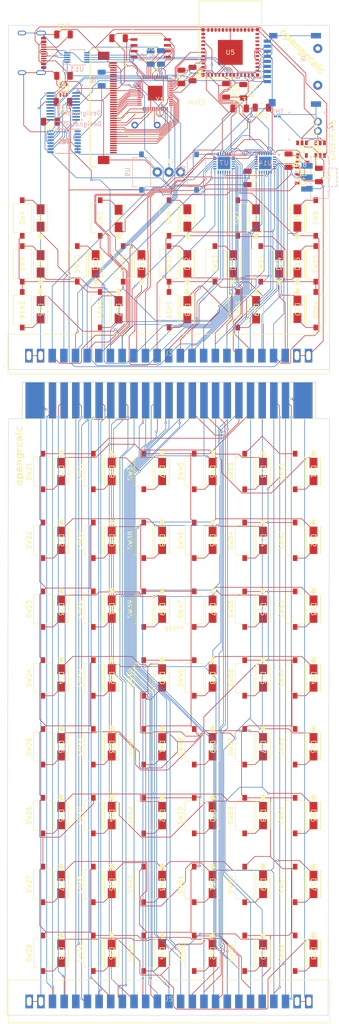
<source format=kicad_pcb>
(kicad_pcb (version 20221018) (generator pcbnew)
  (layers (0 "F.Cu" signal) (31 "B.Cu" signal) (34 "B.Paste" user) (35 "F.Paste" user) (36 "B.SilkS" user "B.Silkscreen") (37 "F.SilkS" user "F.Silkscreen") (38 "B.Mask" user) (39 "F.Mask" user) (44 "Edge.Cuts" user))
  (net 0 "")
  (net 1 "GND")
  (net 2 "Net-(U2-OUT)")
  (net 3 "/RP2040_UART0_TX")
  (net 4 "/RP2040_UART0_RX")
  (net 5 "/DISP_CONN/LEDA")
  (net 6 "/DISP_CONN/RESET")
  (net 7 "/DISP_CONN/DB15")
  (net 8 "/DISP_CONN/DB14")
  (net 9 "/DISP_CONN/DB13")
  (net 10 "/DISP_CONN/DB12")
  (net 11 "/DISP_CONN/DB11")
  (net 12 "/DISP_CONN/DB10")
  (net 13 "/DISP_CONN/DB9")
  (net 14 "/DISP_CONN/DB8")
  (net 15 "/DISP_CONN/DB7")
  (net 16 "/DISP_CONN/DB6")
  (net 17 "/DISP_CONN/DB5")
  (net 18 "/DISP_CONN/DB4")
  (net 19 "Net-(U1-XIN)")
  (net 20 "Net-(U1-XOUT)")
  (net 21 "Net-(U1-VREG_VOUT)")
  (net 22 "/DISP_CONN/DB3")
  (net 23 "/DISP_CONN/DB2")
  (net 24 "/DISP_CONN/DB1")
  (net 25 "/DISP_CONN/DB0")
  (net 26 "/DISP_CONN/RD")
  (net 27 "/DISP_CONN/WR")
  (net 28 "/DISP_CONN/RS (D{slash}C)")
  (net 29 "/DISP_CONN/CS")
  (net 30 "/RP2040_CHIP_EN_OUT")
  (net 32 "Net-(U1-USB_DM)")
  (net 33 "Net-(U1-USB_DP)")
  (net 34 "Net-(U1-QSPI_SD3)")
  (net 35 "Net-(U1-QSPI_SCLK)")
  (net 36 "Net-(U1-QSPI_SD0)")
  (net 37 "Net-(U1-QSPI_SD2)")
  (net 38 "Net-(U1-QSPI_SD1)")
  (net 39 "Net-(U1-QSPI_SS)")
  (net 40 "Net-(U2-TS)")
  (net 41 "Net-(U2-ISET)")
  (net 42 "VBUS")
  (net 45 "/RUN_MODE")
  (net 46 "/FLASH_LATCH")
  (net 47 "/LATCH_PULSE")
  (net 48 "+3.3V")
  (net 51 "/CHIP_EN")
  (net 52 "/GPIO_I2C_SDA")
  (net 53 "/GPIO_I2C_SCL")
  (net 54 "/64_GPIO_I2C/~{INT}")
  (net 55 "/64_GPIO_I2C/~{RESET}")
  (net 56 "/ESP32/D-")
  (net 57 "/ESP32/D+")
  (net 58 "/ESP32/IO_14")
  (net 60 "/ESP32/IO_18")
  (net 61 "/GPIO_I2C_INT")
  (net 62 "/ESP32/IO_20")
  (net 63 "/ESP32/IO_21")
  (net 64 "/ESP32/IO_22")
  (net 65 "/ESP32/IO_23")
  (net 70 "/KPA0")
  (net 71 "/KPA1")
  (net 72 "/KPA2")
  (net 73 "/KPA3")
  (net 74 "/KPA4")
  (net 75 "/KPA5")
  (net 76 "/KPA6")
  (net 77 "/KPA7")
  (net 78 "/KPA8")
  (net 79 "/KPA9")
  (net 80 "/KPA10")
  (net 81 "/KPA11")
  (net 82 "/KPA12")
  (net 83 "/KPA13")
  (net 84 "/KPA14")
  (net 85 "/KPA15")
  (net 89 "/RP2040_BOOTPIN")
  (net 90 "/MODE_MUX/D+")
  (net 91 "/MODE_MUX/D-")
  (net 92 "/MODE_MUX/D- Y")
  (net 93 "/MODE_MUX/D+ Y")
  (net 94 "/KPB0")
  (net 95 "/KPB1")
  (net 96 "/KPB2")
  (net 97 "/KPB3")
  (net 98 "/KPB4")
  (net 99 "/KPB5")
  (net 100 "/KPB6")
  (net 101 "/KPB7")
  (net 102 "/KPB8")
  (net 103 "/KPB9")
  (net 104 "/KPB10")
  (net 105 "/KPB11")
  (net 106 "/KPB12")
  (net 107 "/KPB13")
  (net 108 "/KPB14")
  (net 109 "/KPB15")
  (net 111 "Net-(J4-CC1)")
  (net 113 "Net-(J4-CC2)")
  (net 115 "/PWR_RP2040")
  (net 130 "/MODE_PIN")
  (net 131 "/FLASH_PIN")
  (net 132 "/ESP32_UART0_RX")
  (net 133 "/ESP32_UART0_TX")
  (net 134 "/GLOBAL_RESET_PIN")
  (net 137 "VCC")
  (net 138 "Net-(SW2-B)")
  (net 139 "Net-(D4-A)")
  (net 140 "Net-(D5-A)")
  (net 141 "Net-(D6-A)")
  (net 142 "Net-(D7-A)")
  (net 143 "Net-(D8-A)")
  (net 144 "Net-(D9-A)")
  (net 145 "Net-(D10-A)")
  (net 146 "Net-(D11-A)")
  (net 147 "Net-(D12-A)")
  (net 148 "Net-(D13-A)")
  (net 149 "Net-(D14-A)")
  (net 150 "Net-(D15-A)")
  (net 151 "Net-(D16-A)")
  (net 152 "Net-(D17-A)")
  (net 153 "Net-(D18-A)")
  (net 154 "Net-(D19-A)")
  (net 155 "Net-(D20-A)")
  (net 156 "/ESP32/LP_UART_RXD")
  (net 157 "/ESP32/LP_UART_TXD")
  (net 158 "/ESP32/LP_UART_RTSN")
  (net 159 "/ESP32/LP_UART_CTSN")
  (net 172 "Net-(U1-SWCLK)")
  (net 173 "Net-(U1-SWD)")
  (net 174 "/ESP32/IO_19")
  (net 175 "/mathboard/b15")
  (net 176 "/mathboard/b14")
  (net 177 "/mathboard/b13")
  (net 178 "/mathboard/b12")
  (net 179 "Net-(D21-A)")
  (net 180 "Net-(D22-A)")
  (net 181 "Net-(D23-A)")
  (net 182 "/mathboard/b11")
  (net 183 "/mathboard/b10")
  (net 184 "/mathboard/b9")
  (net 185 "/mathboard/b8")
  (net 186 "Net-(D24-A)")
  (net 187 "/mathboard/b7")
  (net 188 "Net-(D25-A)")
  (net 189 "/mathboard/b6")
  (net 190 "Net-(D26-A)")
  (net 191 "/mathboard/b5")
  (net 192 "Net-(D27-A)")
  (net 193 "/mathboard/b4")
  (net 194 "Net-(D28-A)")
  (net 195 "/mathboard/b3")
  (net 196 "Net-(D29-A)")
  (net 197 "/mathboard/b2")
  (net 198 "Net-(D30-A)")
  (net 199 "/mathboard/b1")
  (net 200 "Net-(D31-A)")
  (net 201 "/mathboard/b0")
  (net 202 "Net-(D32-A)")
  (net 203 "/mathboard/3v3")
  (net 204 "Net-(D33-A)")
  (net 205 "/mathboard/scl")
  (net 206 "Net-(D34-A)")
  (net 207 "/mathboard/sda")
  (net 208 "Net-(D35-A)")
  (net 209 "/mathboard/mode")
  (net 210 "Net-(D36-A)")
  (net 211 "Net-(D61-A)")
  (net 212 "Net-(D37-A)")
  (net 213 "Net-(D62-A)")
  (net 214 "Net-(D38-A)")
  (net 215 "Net-(D63-A)")
  (net 216 "Net-(D39-A)")
  (net 217 "Net-(D64-A)")
  (net 218 "Net-(D40-A)")
  (net 219 "Net-(D41-A)")
  (net 220 "Net-(D42-A)")
  (net 221 "Net-(D43-A)")
  (net 222 "Net-(D44-A)")
  (net 223 "Net-(D45-A)")
  (net 224 "Net-(D46-A)")
  (net 225 "Net-(D47-A)")
  (net 226 "Net-(D48-A)")
  (net 227 "Net-(D49-A)")
  (net 228 "Net-(D50-A)")
  (net 229 "Net-(D51-A)")
  (net 230 "Net-(D52-A)")
  (net 231 "Net-(D53-A)")
  (net 232 "Net-(D54-A)")
  (net 233 "Net-(D55-A)")
  (net 234 "Net-(D56-A)")
  (net 235 "Net-(D65-A)")
  (net 236 "Net-(D57-A)")
  (net 237 "Net-(D66-A)")
  (net 238 "Net-(D58-A)")
  (net 239 "Net-(D67-A)")
  (net 240 "Net-(D59-A)")
  (net 241 "Net-(D68-A)")
  (net 242 "Net-(D60-A)")
  (net 243 "/mathboard/int")
  (net 244 "/mathboard/rp_tx")
  (net 245 "/mathboard/rp_rx")
  (net 246 "/mathboard/esp_rx")
  (net 247 "/mathboard/esp_tx")
  (net 248 "/mathboard/reset")
  (net 249 "/mathboard/flash")
  (net 250 "/mathboard/a15")
  (net 251 "/mathboard/a14")
  (net 252 "/mathboard/a13")
  (net 253 "/mathboard/a12")
  (net 254 "/mathboard/a11")
  (net 255 "/mathboard/a10")
  (net 256 "/mathboard/a9")
  (net 257 "/mathboard/a8")
  (net 258 "/mathboard/a7")
  (net 259 "/mathboard/a6")
  (net 260 "/mathboard/a5")
  (net 261 "/mathboard/a4")
  (net 262 "/mathboard/a3")
  (net 263 "/mathboard/a2")
  (net 264 "/mathboard/a1")
  (net 265 "/mathboard/a0")
  (net 268 "Net-(U12-B0)")
  (footprint "digikey-footprints:PinHeader_1x3_P2.54_Drill1.1mm" (layer "F.Cu") (at 52.46 52)
    (fp_text reference "J7" (at 2.85 -2.28) (layer "F.SilkS"))
    (fp_text value "640456-3")
    (pad "1" thru_hole circle (at 0 0) (size 2.1 2.1) (drill 1.1) (layers "*.Cu" "*.Mask") (net 1 "GND"))
    (pad "2" thru_hole circle (at 2.54 0) (size 2.1 2.1) (drill 1.1) (layers "*.Cu" "*.Mask") (net 172 "Net-(U1-SWCLK)"))
    (pad "3" thru_hole circle (at 5.08 0) (size 2.1 2.1) (drill 1.1) (layers "*.Cu" "*.Mask") (net 173 "Net-(U1-SWD)"))
  )
  (footprint "Button_Switch_SMD:SW_Tactile_SPST_NO_Straight_CK_PTS636Sx25SMTRLFS" (layer "F.Cu") (at 35 72 90)
    (fp_text reference "SW10" (at 0 0 90 unlocked) (layer "F.SilkS"))
    (fp_text value "KP_MODLOCK")
    (pad "1" smd rect (at -3.875 0 90) (size 1.25 1) (layers "F.Cu" "F.Paste" "F.Mask") (net 70 "/KPA0"))
    (pad "2" smd rect (at 3.875 0 90) (size 1.25 1) (layers "F.Cu" "F.Paste" "F.Mask") (net 145 "Net-(D10-A)"))
  )
  (footprint "footprints:SMA_SDS" (layer "F.Cu") (at 86.5 207.25 -90)
    (fp_text reference "D67" (at 0 0 -90 unlocked) (layer "F.SilkS"))
    (fp_text value "~")
    (pad "1" smd rect (at -1.8951 0) (size 1.7018 2.173999) (layers "F.Cu" "F.Paste" "F.Mask") (net 199 "/mathboard/b1"))
    (pad "2" smd rect (at 1.8951 0) (size 1.7018 2.173999) (layers "F.Cu" "F.Paste" "F.Mask") (net 239 "Net-(D67-A)"))
  )
  (footprint "Button_Switch_SMD:SW_Tactile_SPST_NO_Straight_CK_PTS636Sx25SMTRLFS" (layer "F.Cu") (at 71.5 192.25 90)
    (fp_text reference "SW58" (at 0 -3 90 unlocked) (layer "F.SilkS"))
    (fp_text value "~")
    (pad "1" smd rect (at -3.875 0 90) (size 1.25 1) (layers "F.Cu" "F.Paste" "F.Mask") (net 238 "Net-(D58-A)"))
    (pad "2" smd rect (at 3.875 0 90) (size 1.25 1) (layers "F.Cu" "F.Paste" "F.Mask") (net 263 "/mathboard/a2"))
  )
  (footprint "Resistor_SMD:R_1206_3216Metric" (layer "F.Cu") (at 87.6875 52.625 -90)
    (fp_text reference "R1" (at 0 -1.82 -270) (layer "F.SilkS"))
    (fp_text value "1K")
    (pad "1" smd roundrect (at -1.4625 0 270) (size 1.125 1.75) (layers "F.Cu" "F.Paste" "F.Mask") (roundrect_rratio 0.2222222222) (net 41 "Net-(U2-ISET)"))
    (pad "2" smd roundrect (at 1.4625 0 270) (size 1.125 1.75) (layers "F.Cu" "F.Paste" "F.Mask") (roundrect_rratio 0.2222222222) (net 1 "GND"))
  )
  (footprint "Button_Switch_SMD:SW_Tactile_SPST_NO_Straight_CK_PTS636Sx25SMTRLFS" (layer "F.Cu") (at 60.5 222.25 90)
    (fp_text reference "SW52" (at 0 -3 90 unlocked) (layer "F.SilkS"))
    (fp_text value "~")
    (pad "1" smd rect (at -3.875 0 90) (size 1.25 1) (layers "F.Cu" "F.Paste" "F.Mask") (net 230 "Net-(D52-A)"))
    (pad "2" smd rect (at 3.875 0 90) (size 1.25 1) (layers "F.Cu" "F.Paste" "F.Mask") (net 262 "/mathboard/a3"))
  )
  (footprint "Resistor_SMD:R_1206_3216Metric" (layer "F.Cu") (at 32 22)
    (fp_text reference "R10" (at 0 -1.82) (layer "F.SilkS"))
    (fp_text value "5.1k")
    (pad "1" smd roundrect (at -1.4625 0) (size 1.125 1.75) (layers "F.Cu" "F.Paste" "F.Mask") (roundrect_rratio 0.2222222222) (net 1 "GND"))
    (pad "2" smd roundrect (at 1.4625 0) (size 1.125 1.75) (layers "F.Cu" "F.Paste" "F.Mask") (roundrect_rratio 0.2222222222) (net 111 "Net-(J4-CC1)"))
  )
  (footprint "footprints:SMA_SDS" (layer "F.Cu") (at 53.5 192.25 -90)
    (fp_text reference "D42" (at 0 0 -90 unlocked) (layer "F.SilkS"))
    (fp_text value "~")
    (pad "1" smd rect (at -1.8951 0) (size 1.7018 2.173999) (layers "F.Cu" "F.Paste" "F.Mask") (net 183 "/mathboard/b10"))
    (pad "2" smd rect (at 1.8951 0) (size 1.7018 2.173999) (layers "F.Cu" "F.Paste" "F.Mask") (net 220 "Net-(D42-A)"))
  )
  (footprint "Button_Switch_SMD:SW_Tactile_SPST_NO_Straight_CK_PTS636Sx25SMTRLFS" (layer "F.Cu") (at 82.5 207.25 90)
    (fp_text reference "SW67" (at 0 -3 90 unlocked) (layer "F.SilkS"))
    (fp_text value "~")
    (pad "1" smd rect (at -3.875 0 90) (size 1.25 1) (layers "F.Cu" "F.Paste" "F.Mask") (net 239 "Net-(D67-A)"))
    (pad "2" smd rect (at 3.875 0 90) (size 1.25 1) (layers "F.Cu" "F.Paste" "F.Mask") (net 263 "/mathboard/a2"))
  )
  (footprint "Button_Switch_SMD:SW_Tactile_SPST_NO_Straight_CK_PTS636Sx25SMTRLFS" (layer "F.Cu") (at 82.5 147.25 90)
    (fp_text reference "SW63" (at 0 -3 90 unlocked) (layer "F.SilkS"))
    (fp_text value "~")
    (pad "1" smd rect (at -3.875 0 90) (size 1.25 1) (layers "F.Cu" "F.Paste" "F.Mask") (net 215 "Net-(D63-A)"))
    (pad "2" smd rect (at 3.875 0 90) (size 1.25 1) (layers "F.Cu" "F.Paste" "F.Mask") (net 263 "/mathboard/a2"))
  )
  (footprint "footprints:DCK0006A_N" (layer "F.Cu") (at 84.0625 50.375)
    (fp_text reference "U8" (at 0 0 unlocked) (layer "F.SilkS"))
    (fp_text value "TPS22919DCKR")
    (pad "1" smd rect (at -1.124999 -0.650001 90) (size 0.399999 0.850001) (layers "F.Cu" "F.Paste" "F.Mask") (net 137 "VCC"))
    (pad "2" smd rect (at -1.124999 0 90) (size 0.399999 0.850001) (layers "F.Cu" "F.Paste" "F.Mask") (net 1 "GND"))
    (pad "3" smd rect (at -1.124999 0.649999 90) (size 0.399999 0.850001) (layers "F.Cu" "F.Paste" "F.Mask") (net 134 "/GLOBAL_RESET_PIN"))
    (pad "4" smd rect (at 1.125002 0.649999 90) (size 0.399999 0.850001) (layers "F.Cu" "F.Paste" "F.Mask"))
    (pad "5" smd rect (at 1.125002 0 90) (size 0.399999 0.850001) (layers "F.Cu" "F.Paste" "F.Mask"))
    (pad "6" smd rect (at 1.125002 -0.650001 90) (size 0.399999 0.850001) (layers "F.Cu" "F.Paste" "F.Mask") (net 48 "+3.3V"))
  )
  (footprint "Resistor_SMD:R_1206_3216Metric" (layer "F.Cu") (at 44 22.8125 180)
    (fp_text reference "R7" (at 0 -1.82) (layer "F.SilkS"))
    (fp_text value "10k")
    (pad "1" smd roundrect (at -1.4625 0 180) (size 1.125 1.75) (layers "F.Cu" "F.Paste" "F.Mask") (roundrect_rratio 0.2222222222) (net 39 "Net-(U1-QSPI_SS)"))
    (pad "2" smd roundrect (at 1.4625 0 180) (size 1.125 1.75) (layers "F.Cu" "F.Paste" "F.Mask") (roundrect_rratio 0.2222222222) (net 115 "/PWR_RP2040"))
  )
  (footprint "Button_Switch_SMD:SW_Tactile_SPST_NO_Straight_CK_PTS636Sx25SMTRLFS" (layer "F.Cu") (at 23 62 90)
    (fp_text reference "SW4" (at 0 0 90 unlocked) (layer "F.SilkS"))
    (fp_text value "KP_CTRL")
    (pad "1" smd rect (at -3.875 0 90) (size 1.25 1) (layers "F.Cu" "F.Paste" "F.Mask") (net 70 "/KPA0"))
    (pad "2" smd rect (at 3.875 0 90) (size 1.25 1) (layers "F.Cu" "F.Paste" "F.Mask") (net 139 "Net-(D4-A)"))
  )
  (footprint "footprints:SMA_SDS" (layer "F.Cu") (at 53.5 222.25 -90)
    (fp_text reference "D44" (at 0 0 -90 unlocked) (layer "F.SilkS"))
    (fp_text value "~")
    (pad "1" smd rect (at -1.8951 0) (size 1.7018 2.173999) (layers "F.Cu" "F.Paste" "F.Mask") (net 185 "/mathboard/b8"))
    (pad "2" smd rect (at 1.8951 0) (size 1.7018 2.173999) (layers "F.Cu" "F.Paste" "F.Mask") (net 222 "Net-(D44-A)"))
  )
  (footprint "footprints:SMA_SDS" (layer "F.Cu") (at 42.5 207.25 -90)
    (fp_text reference "D35" (at 0 0 -90 unlocked) (layer "F.SilkS"))
    (fp_text value "~")
    (pad "1" smd rect (at -1.8951 0) (size 1.7018 2.173999) (layers "F.Cu" "F.Paste" "F.Mask") (net 199 "/mathboard/b1"))
    (pad "2" smd rect (at 1.8951 0) (size 1.7018 2.173999) (layers "F.Cu" "F.Paste" "F.Mask") (net 208 "Net-(D35-A)"))
  )
  (footprint "Button_Switch_SMD:SW_Tactile_SPST_NO_Straight_CK_PTS636Sx25SMTRLFS" (layer "F.Cu") (at 49.5 132.25 90)
    (fp_text reference "SW38" (at 0 -3 90 unlocked) (layer "F.SilkS"))
    (fp_text value "~")
    (pad "1" smd rect (at -3.875 0 90) (size 1.25 1) (layers "F.Cu" "F.Paste" "F.Mask") (net 214 "Net-(D38-A)"))
    (pad "2" smd rect (at 3.875 0 90) (size 1.25 1) (layers "F.Cu" "F.Paste" "F.Mask") (net 262 "/mathboard/a3"))
  )
  (footprint "Button_Switch_SMD:SW_Tactile_SPST_NO_Straight_CK_PTS636Sx25SMTRLFS" (layer "F.Cu") (at 45 72 90)
    (fp_text reference "SW11" (at 0 0 90 unlocked) (layer "F.SilkS"))
    (fp_text value "KP_LEFT")
    (pad "1" smd rect (at -3.875 0 90) (size 1.25 1) (layers "F.Cu" "F.Paste" "F.Mask") (net 70 "/KPA0"))
    (pad "2" smd rect (at 3.875 0 90) (size 1.25 1) (layers "F.Cu" "F.Paste" "F.Mask") (net 146 "Net-(D11-A)"))
  )
  (footprint "Button_Switch_SMD:SW_Tactile_SPST_NO_Straight_CK_PTS636Sx25SMTRLFS" (layer "F.Cu") (at 82.5 117.25 90)
    (fp_text reference "SW61" (at 0 -3 90 unlocked) (layer "F.SilkS"))
    (fp_text value "~")
    (pad "1" smd rect (at -3.875 0 90) (size 1.25 1) (layers "F.Cu" "F.Paste" "F.Mask") (net 211 "Net-(D61-A)"))
    (pad "2" smd rect (at 3.875 0 90) (size 1.25 1) (layers "F.Cu" "F.Paste" "F.Mask") (net 263 "/mathboard/a2"))
  )
  (footprint "Button_Switch_SMD:SW_Tactile_SPST_NO_Straight_CK_PTS636Sx25SMTRLFS" (layer "F.Cu") (at 38.5 147.25 90)
    (fp_text reference "SW31" (at 0 -3 90 unlocked) (layer "F.SilkS"))
    (fp_text value "~")
    (pad "1" smd rect (at -3.875 0 90) (size 1.25 1) (layers "F.Cu" "F.Paste" "F.Mask") (net 200 "Net-(D31-A)"))
    (pad "2" smd rect (at 3.875 0 90) (size 1.25 1) (layers "F.Cu" "F.Paste" "F.Mask") (net 261 "/mathboard/a4"))
  )
  (footprint "Button_Switch_SMD:SW_Tactile_SPST_NO_Straight_CK_PTS636Sx25SMTRLFS" (layer "F.Cu") (at 71.5 177.25 90)
    (fp_text reference "SW57" (at 0 -3 90 unlocked) (layer "F.SilkS"))
    (fp_text value "~")
    (pad "1" smd rect (at -3.875 0 90) (size 1.25 1) (layers "F.Cu" "F.Paste" "F.Mask") (net 236 "Net-(D57-A)"))
    (pad "2" smd rect (at 3.875 0 90) (size 1.25 1) (layers "F.Cu" "F.Paste" "F.Mask") (net 263 "/mathboard/a2"))
  )
  (footprint "footprints:SMA_SDS" (layer "F.Cu") (at 42.5 177.25 -90)
    (fp_text reference "D33" (at 0 0 -90 unlocked) (layer "F.SilkS"))
    (fp_text value "~")
    (pad "1" smd rect (at -1.8951 0) (size 1.7018 2.173999) (layers "F.Cu" "F.Paste" "F.Mask") (net 195 "/mathboard/b3"))
    (pad "2" smd rect (at 1.8951 0) (size 1.7018 2.173999) (layers "F.Cu" "F.Paste" "F.Mask") (net 204 "Net-(D33-A)"))
  )
  (footprint "footprints:SMA_SDS" (layer "F.Cu") (at 86.5 147.25 -90)
    (fp_text reference "D63" (at 0 0 -90 unlocked) (layer "F.SilkS"))
    (fp_text value "~")
    (pad "1" smd rect (at -1.8951 0) (size 1.7018 2.173999) (layers "F.Cu" "F.Paste" "F.Mask") (net 191 "/mathboard/b5"))
    (pad "2" smd rect (at 1.8951 0) (size 1.7018 2.173999) (layers "F.Cu" "F.Paste" "F.Mask") (net 215 "Net-(D63-A)"))
  )
  (footprint "Button_Switch_SMD:SW_Tactile_SPST_NO_Straight_CK_PTS636Sx25SMTRLFS" (layer "F.Cu") (at 71.5 207.25 90)
    (fp_text reference "SW59" (at 0 -3 90 unlocked) (layer "F.SilkS"))
    (fp_text value "~")
    (pad "1" smd rect (at -3.875 0 90) (size 1.25 1) (layers "F.Cu" "F.Paste" "F.Mask") (net 240 "Net-(D59-A)"))
    (pad "2" smd rect (at 3.875 0 90) (size 1.25 1) (layers "F.Cu" "F.Paste" "F.Mask") (net 263 "/mathboard/a2"))
  )
  (footprint "Button_Switch_SMD:SW_Tactile_SPST_NO_Straight_CK_PTS636Sx25SMTRLFS" (layer "F.Cu") (at 27.5 147.25 90)
    (fp_text reference "SW23" (at 0 -3 90 unlocked) (layer "F.SilkS"))
    (fp_text value "~")
    (pad "1" smd rect (at -3.875 0 90) (size 1.25 1) (layers "F.Cu" "F.Paste" "F.Mask") (net 181 "Net-(D23-A)"))
    (pad "2" smd rect (at 3.875 0 90) (size 1.25 1) (layers "F.Cu" "F.Paste" "F.Mask") (net 261 "/mathboard/a4"))
  )
  (footprint "Resistor_SMD:R_1206_3216Metric" (layer "F.Cu") (at 32 31 180)
    (fp_text reference "R11" (at 0 -1.82) (layer "F.SilkS"))
    (fp_text value "5.1k")
    (pad "1" smd roundrect (at -1.4625 0 180) (size 1.125 1.75) (layers "F.Cu" "F.Paste" "F.Mask") (roundrect_rratio 0.2222222222) (net 113 "Net-(J4-CC2)"))
    (pad "2" smd roundrect (at 1.4625 0 180) (size 1.125 1.75) (layers "F.Cu" "F.Paste" "F.Mask") (roundrect_rratio 0.2222222222) (net 1 "GND"))
  )
  (footprint "Button_Switch_SMD:SW_Tactile_SPST_NO_Straight_CK_PTS636Sx25SMTRLFS" (layer "F.Cu") (at 27.5 117.25 90)
    (fp_text reference "SW21" (at 0 -3 90 unlocked) (layer "F.SilkS"))
    (fp_text value "~")
    (pad "1" smd rect (at -3.875 0 90) (size 1.25 1) (layers "F.Cu" "F.Paste" "F.Mask") (net 179 "Net-(D21-A)"))
    (pad "2" smd rect (at 3.875 0 90) (size 1.25 1) (layers "F.Cu" "F.Paste" "F.Mask") (net 261 "/mathboard/a4"))
  )
  (footprint "footprints:SMA_SDS" (layer "F.Cu") (at 86.5 162.25 -90)
    (fp_text reference "D64" (at 0 0 -90 unlocked) (layer "F.SilkS"))
    (fp_text value "~")
    (pad "1" smd rect (at -1.8951 0) (size 1.7018 2.173999) (layers "F.Cu" "F.Paste" "F.Mask") (net 193 "/mathboard/b4"))
    (pad "2" smd rect (at 1.8951 0) (size 1.7018 2.173999) (layers "F.Cu" "F.Paste" "F.Mask") (net 217 "Net-(D64-A)"))
  )
  (footprint "footprints:SMA_SDS" (layer "F.Cu") (at 86.5 192.25 -90)
    (fp_text reference "D66" (at 0 0 -90 unlocked) (layer "F.SilkS"))
    (fp_text value "~")
    (pad "1" smd rect (at -1.8951 0) (size 1.7018 2.173999) (layers "F.Cu" "F.Paste" "F.Mask") (net 197 "/mathboard/b2"))
    (pad "2" smd rect (at 1.8951 0) (size 1.7018 2.173999) (layers "F.Cu" "F.Paste" "F.Mask") (net 237 "Net-(D66-A)"))
  )
  (footprint "Button_Switch_SMD:SW_Tactile_SPST_NO_Straight_CK_PTS636Sx25SMTRLFS" (layer "F.Cu") (at 60.5 117.25 90)
    (fp_text reference "SW45" (at 0 -3 90 unlocked) (layer "F.SilkS"))
    (fp_text value "~")
    (pad "1" smd rect (at -3.875 0 90) (size 1.25 1) (layers "F.Cu" "F.Paste" "F.Mask") (net 223 "Net-(D45-A)"))
    (pad "2" smd rect (at 3.875 0 90) (size 1.25 1) (layers "F.Cu" "F.Paste" "F.Mask") (net 262 "/mathboard/a3"))
  )
  (footprint "Button_Switch_SMD:SW_Tactile_SPST_NO_Straight_CK_PTS636Sx25SMTRLFS" (layer "F.Cu") (at 38.5 192.25 90)
    (fp_text reference "SW34" (at 0 -3 90 unlocked) (layer "F.SilkS"))
    (fp_text value "~")
    (pad "1" smd rect (at -3.875 0 90) (size 1.25 1) (layers "F.Cu" "F.Paste" "F.Mask") (net 206 "Net-(D34-A)"))
    (pad "2" smd rect (at 3.875 0 90) (size 1.25 1) (layers "F.Cu" "F.Paste" "F.Mask") (net 261 "/mathboard/a4"))
  )
  (footprint "Resistor_SMD:R_1206_3216Metric" (layer "F.Cu") (at 75.25 37.9375 180)
    (fp_text reference "R12" (at 0 -1.82) (layer "F.SilkS"))
    (fp_text value "2k")
    (pad "1" smd roundrect (at -1.4625 0 180) (size 1.125 1.75) (layers "F.Cu" "F.Paste" "F.Mask") (roundrect_rratio 0.2222222222) (net 55 "/64_GPIO_I2C/~{RESET}"))
    (pad "2" smd roundrect (at 1.4625 0 180) (size 1.125 1.75) (layers "F.Cu" "F.Paste" "F.Mask") (roundrect_rratio 0.2222222222) (net 48 "+3.3V"))
  )
  (footprint "5530843_5:edgeport" (layer "F.Cu") (at 55 232.75)
    (fp_text reference "J5" (at 0 -0.5 unlocked) (layer "F.SilkS") (effects (font (thickness 0.1))))
    (fp_text value "5530843-5")
    (pad "1" thru_hole rect (at -30.48 0) (size 1.6383 3) (drill oval 1 2) (layers "*.Cu" "*.Mask") (net 203 "/mathboard/3v3"))
    (pad "2" thru_hole rect (at -30.48 0) (size 1.6383 3) (drill oval 1 2) (layers "*.Cu" "*.Mask") (net 203 "/mathboard/3v3"))
    (pad "3" thru_hole rect (at -27.94 0) (size 1.6383 3) (drill oval 1 2) (layers "*.Cu" "*.Mask") (net 203 "/mathboard/3v3"))
    (pad "4" thru_hole rect (at -27.94 0) (size 1.6383 3) (drill oval 1 2) (layers "*.Cu" "*.Mask") (net 203 "/mathboard/3v3"))
    (pad "5" smd rect (at -25.4 0) (size 1.6383 3) (layers "B.Cu" "B.Paste" "B.Mask") (net 205 "/mathboard/scl"))
    (pad "6" smd rect (at -25.4 0) (size 1.6383 3) (layers "F.Cu" "F.Paste" "F.Mask") (net 207 "/mathboard/sda"))
    (pad "7" smd rect (at -22.86 0) (size 1.6383 3) (layers "B.Cu" "B.Paste" "B.Mask") (net 209 "/mathboard/mode"))
    (pad "8" smd rect (at -22.86 0) (size 1.6383 3) (layers "F.Cu" "F.Paste" "F.Mask") (net 243 "/mathboard/int"))
    (pad "9" smd rect (at -20.32 0) (size 1.6383 3) (layers "B.Cu" "B.Paste" "B.Mask") (net 244 "/mathboard/rp_tx"))
    (pad "10" smd rect (at -20.32 0) (size 1.6383 3) (layers "F.Cu" "F.Paste" "F.Mask") (net 245 "/mathboard/rp_rx"))
    (pad "11" smd rect (at -17.78 0) (size 1.6383 3) (layers "B.Cu" "B.Paste" "B.Mask") (net 246 "/mathboard/esp_rx"))
    (pad "12" smd rect (at -17.78 0) (size 1.6383 3) (layers "F.Cu" "F.Paste" "F.Mask") (net 247 "/mathboard/esp_tx"))
    (pad "13" smd rect (at -15.24 0) (size 1.6383 3) (layers "B.Cu" "B.Paste" "B.Mask") (net 248 "/mathboard/reset"))
    (pad "14" smd rect (at -15.24 0) (size 1.6383 3) (layers "F.Cu" "F.Paste" "F.Mask") (net 249 "/mathboard/flash"))
    (pad "15" smd rect (at -12.7 0) (size 1.6383 3) (layers "B.Cu" "B.Paste" "B.Mask") (net 175 "/mathboard/b15"))
    (pad "16" smd rect (at -12.7 0) (size 1.6383 3) (layers "F.Cu" "F.Paste" "F.Mask") (net 250 "/mathboard/a15"))
    (pad "17" smd rect (at -10.16 0) (size 1.6383 3) (layers "B.Cu" "B.Paste" "B.Mask") (net 176 "/mathboard/b14"))
    (pad "18" smd rect (at -10.16 0) (size 1.6383 3) (layers "F.Cu" "F.Paste" "F.Mask") (net 251 "/mathboard/a14"))
    (pad "19" smd rect (at -7.62 0) (size 1.6383 3) (layers "B.Cu" "B.Paste" "B.Mask") (net 177 "/mathboard/b13"))
    (pad "20" smd rect (at -7.62 0) (size 1.6383 3) (layers "F.Cu" "F.Paste" "F.Mask") (net 252 "/mathboard/a13"))
    (pad "21" smd rect (at -5.08 0) (size 1.6383 3) (layers "B.Cu" "B.Paste" "B.Mask") (net 178 "/mathboard/b12"))
    (pad "22" smd rect (at -5.08 0) (size 1.6383 3) (layers "F.Cu" "F.Paste" "F.Mask") (net 253 "/mathboard/a12"))
    (pad "23" smd rect (at -2.54 0) (size 1.6383 3) (layers "B.Cu" "B.Paste" "B.Mask") (net 182 "/mathboard/b11"))
    (pad "24" smd rect (at -2.54 0) (size 1.6383 3) (layers "F.Cu" "F.Paste" "F.Mask") (net 254 "/mathboard/a11"))
    (pad "25" smd rect (at 0 0) (size 1.6383 3) (layers "B.Cu" "B.Paste" "B.Mask") (net 183 "/mathboard/b10"))
    (pad "26" smd rect (at 0 0) (size 1.6383 3) (layers "F.Cu" "F.Paste" "F.Mask") (net 255 "/mathboard/a10"))
    (pad "27" smd rect (at 2.54 0) (size 1.6383 3) (layers "B.Cu" "B.Paste" "B.Mask") (net 184 "/mathboard/b9"))
    (pad "28" smd rect (at 2.54 0) (size 1.6383 3) (layers "F.Cu" "F.Paste" "F.Mask") (net 256 "/mathboard/a9"))
    (pad "29" smd rect (at 5.08 0) (size 1.6383 3) (layers "B.Cu" "B.Paste" "B.Mask") (net 185 "/mathboard/b8"))
    (pad "30" smd rect (at 5.08 0) (size 1.6383 3) (layers "F.Cu" "F.Paste" "F.Mask") (net 257 "/mathboard/a8"))
    (pad "31" smd rect (at 7.62 0) (size 1.6383 3) (layers "B.Cu" "B.Paste" "B.Mask") (net 187 "/mathboard/b7"))
    (pad "32" smd rect (at 7.62 0) (size 1.6383 3) (layers "F.Cu" "F.Paste" "F.Mask") (net 258 "/mathboard/a7"))
    (pad "33" smd rect (at 10.16 0) (size 1.6383 3) (layers "B.Cu" "B.Paste" "B.Mask") (net 189 "/mathboard/b6"))
    (pad "34" smd rect (at 10.16 0) (size 1.6383 3) (layers "F.Cu" "F.Paste" "F.Mask") (net 259 "/mathboard/a6"))
    (pad "35" smd rect (at 12.7 0) (size 1.6383 3) (layers "B.Cu" "B.Paste" "B.Mask") (net 191 "/mathboard/b5"))
    (pad "36" smd rect (at 12.7 0) (size 1.6383 3) (layers "F.Cu" "F.Paste" "F.Mask") (net 260 "/mathboard/a5"))
    (pad "37" smd rect (at 15.24 0) (size 1.6383 3) (layers "B.Cu" "B.Paste" "B.Mask") (net 193 "/mathboard/b4"))
    (pad "38" smd rect (at 15.24 0) (size 1.6383 3) (layers "F.Cu" "F.Paste" "F.Mask") (net 261 "/mathboard/a4"))
    (pad "39" smd rect (at 17.78 0) (size 1.6383 3) (layers "B.Cu" "B.Paste" "B.Mask") (net 195 "/mathboard/b3"))
    (pad "40" smd rect (at 17.78 0) (size 1.6383 3) (layers "F.Cu" "F.Paste" "F.Mask") (net 262 "/mathboard/a3"))
    (pad "41" smd rect (at 20.32 0) (size 1.6383 3) (layers "B.Cu" "B.Paste" "B.Mask") (net 197 "/mathboard/b2"))
    (pad "42" smd rect (at 20.32 0) (size 1.6383 3) (layers "F.Cu" "F.Paste" "F.Mask") (net 263 "/mathboard/a2"))
    (pad "43" smd rect (at 22.86 0) (size 1.6383 3) (layers "B.Cu" "B.Paste" "B.Mask") (net 199 "/mathboard/b1"))
    (pad "44" smd rect (at 22.86 0) (size 1.6383 3) (layers "F.Cu" "F.Paste" "F.Mask") (net 264 "/mathboard/a1"))
    (pad "45" smd rect (at 25.4 0) (size 1.6383 3) (layers "B.Cu" "B.Paste" "B.Mask") (net 201 "/mathboard/b0"))
    (pad "46" smd rect (at 25.4 0) (size 1.6383 3) (layers "F.Cu" "F.Paste" "F.Mask") (net 265 "/mathboard/a0"))
    (pad "47" thru_hole rect (at 27.94 0) (size 1.6383 3) (drill oval 1 2) (layers "*.Cu" "*.Mask") (net 1 "GND"))
    (pad "48" thru_hole rect (at 27.94 0) (size 1.6383 3) (drill oval 1 2) (layers "*.Cu" "*.Mask") (net 1 "GND"))
    (pad "49" thru_hole rect (at 30.48 0) (size 1.6383 3) (drill oval 1 2) (layers "*.Cu" "*.Mask") (net 1 "GND"))
    (pad "50" thru_hole rect (at 30.48 0) (size 1.6383 3) (drill oval 1 2) (layers "*.Cu" "*.Mask") (net 1 "GND"))
  )
  (footprint "Button_Switch_SMD:SW_Tactile_SPST_NO_Straight_CK_PTS636Sx25SMTRLFS" (layer "F.Cu") (at 82.5 222.25 90)
    (fp_text reference "SW68" (at 0 -3 90 unlocked) (layer "F.SilkS"))
    (fp_text value "~")
    (pad "1" smd rect (at -3.875 0 90) (size 1.25 1) (layers "F.Cu" "F.Paste" "F.Mask") (net 241 "Net-(D68-A)"))
    (pad "2" smd rect (at 3.875 0 90) (size 1.25 1) (layers "F.Cu" "F.Paste" "F.Mask") (net 263 "/mathboard/a2"))
  )
  (footprint "Button_Switch_SMD:SW_Tactile_SPST_NO_Straight_CK_PTS636Sx25SMTRLFS" (layer "F.Cu") (at 38.5 117.25 90)
    (fp_text reference "SW29" (at 0 -3 90 unlocked) (layer "F.SilkS"))
    (fp_text value "~")
    (pad "1" smd rect (at -3.875 0 90) (size 1.25 1) (layers "F.Cu" "F.Paste" "F.Mask") (net 196 "Net-(D29-A)"))
    (pad "2" smd rect (at 3.875 0 90) (size 1.25 1) (layers "F.Cu" "F.Paste" "F.Mask") (net 261 "/mathboard/a4"))
  )
  (footprint "footprints:SMA_SDS" (layer "F.Cu") (at 64.5 132.25 -90)
    (fp_text reference "D46" (at 0 0 -90 unlocked) (layer "F.SilkS"))
    (fp_text value "~")
    (pad "1" smd rect (at -1.8951 0) (size 1.7018 2.173999) (layers "F.Cu" "F.Paste" "F.Mask") (net 189 "/mathboard/b6"))
    (pad "2" smd rect (at 1.8951 0) (size 1.7018 2.173999) (layers "F.Cu" "F.Paste" "F.Mask") (net 224 "Net-(D46-A)"))
  )
  (footprint "Button_Switch_SMD:SW_Tactile_SPST_NO_Straight_CK_PTS636Sx25SMTRLFS" (layer "F.Cu") (at 23 82 -90)
    (fp_text reference "SW16" (at 0 0 -90 unlocked) (layer "F.SilkS"))
    (fp_text value "KP_MENU")
    (pad "1" smd rect (at -3.875 0 270) (size 1.25 1) (layers "F.Cu" "F.Paste" "F.Mask") (net 70 "/KPA0"))
    (pad "2" smd rect (at 3.875 0 270) (size 1.25 1) (layers "F.Cu" "F.Paste" "F.Mask") (net 151 "Net-(D16-A)"))
  )
  (footprint "footprints:SMA_SDS" (layer "F.Cu") (at 69 72 90)
    (fp_text reference "D13" (at 0 0 90 unlocked) (layer "F.SilkS"))
    (fp_text value "D_Small")
    (pad "1" smd rect (at -1.8951 0 180) (size 1.7018 2.173999) (layers "F.Cu" "F.Paste" "F.Mask") (net 100 "/KPB6"))
    (pad "2" smd rect (at 1.8951 0 180) (size 1.7018 2.173999) (layers "F.Cu" "F.Paste" "F.Mask") (net 148 "Net-(D13-A)"))
  )
  (footprint "footprints:DCK0006A_N" (layer "F.Cu") (at 32 34 -90)
    (fp_text reference "U11" (at 0 0 -90 unlocked) (layer "F.SilkS"))
    (fp_text value "TPS22919DCKR")
    (pad "1" smd rect (at -1.124999 -0.650001) (size 0.399999 0.850001) (layers "F.Cu" "F.Paste" "F.Mask") (net 48 "+3.3V"))
    (pad "2" smd rect (at -1.124999 0) (size 0.399999 0.850001) (layers "F.Cu" "F.Paste" "F.Mask") (net 1 "GND"))
    (pad "3" smd rect (at -1.124999 0.649999) (size 0.399999 0.850001) (layers "F.Cu" "F.Paste" "F.Mask") (net 45 "/RUN_MODE"))
    (pad "4" smd rect (at 1.125002 0.649999) (size 0.399999 0.850001) (layers "F.Cu" "F.Paste" "F.Mask"))
    (pad "5" smd rect (at 1.125002 0) (size 0.399999 0.850001) (layers "F.Cu" "F.Paste" "F.Mask"))
    (pad "6" smd rect (at 1.125002 -0.650001) (size 0.399999 0.850001) (layers "F.Cu" "F.Paste" "F.Mask") (net 115 "/PWR_RP2040"))
  )
  (footprint "footprints:SMA_SDS" (layer "F.Cu") (at 83 72 90)
    (fp_text reference "D15" (at 0 0 90 unlocked) (layer "F.SilkS"))
    (fp_text value "D_Small")
    (pad "1" smd rect (at -1.8951 0 180) (size 1.7018 2.173999) (layers "F.Cu" "F.Paste" "F.Mask") (net 95 "/KPB1"))
    (pad "2" smd rect (at 1.8951 0 180) (size 1.7018 2.173999) (layers "F.Cu" "F.Paste" "F.Mask") (net 150 "Net-(D15-A)"))
  )
  (footprint "Resistor_SMD:R_1206_3216Metric" (layer "F.Cu") (at 71.1875 34.375 -90)
    (fp_text reference "R15" (at 0 -1.82 90) (layer "F.SilkS"))
    (fp_text value "2k")
    (pad "1" smd roundrect (at -1.4625 0 270) (size 1.125 1.75) (layers "F.Cu" "F.Paste" "F.Mask") (roundrect_rratio 0.2222222222) (net 54 "/64_GPIO_I2C/~{INT}"))
    (pad "2" smd roundrect (at 1.4625 0 270) (size 1.125 1.75) (layers "F.Cu" "F.Paste" "F.Mask") (roundrect_rratio 0.2222222222) (net 48 "+3.3V"))
  )
  (footprint "footprints:SMA_SDS" (layer "F.Cu") (at 75.5 177.25 -90)
    (fp_text reference "D57" (at 0 0 -90 unlocked) (layer "F.SilkS"))
    (fp_text value "~")
    (pad "1" smd rect (at -1.8951 0) (size 1.7018 2.173999) (layers "F.Cu" "F.Paste" "F.Mask") (net 182 "/mathboard/b11"))
    (pad "2" smd rect (at 1.8951 0) (size 1.7018 2.173999) (layers "F.Cu" "F.Paste" "F.Mask") (net 236 "Net-(D57-A)"))
  )
  (footprint "Button_Switch_SMD:SW_Tactile_SPST_NO_Straight_CK_PTS636Sx25SMTRLFS" (layer "F.Cu") (at 49.5 192.25 90)
    (fp_text reference "SW42" (at 0 -3 90 unlocked) (layer "F.SilkS"))
    (fp_text value "~")
    (pad "1" smd rect (at -3.875 0 90) (size 1.25 1) (layers "F.Cu" "F.Paste" "F.Mask") (net 220 "Net-(D42-A)"))
    (pad "2" smd rect (at 3.875 0 90) (size 1.25 1) (layers "F.Cu" "F.Paste" "F.Mask") (net 262 "/mathboard/a3"))
  )
  (footprint "footprints:SMA_SDS" (layer "F.Cu") (at 53.5 147.25 -90)
    (fp_text reference "D39" (at 0 0 -90 unlocked) (layer "F.SilkS"))
    (fp_text value "~")
    (pad "1" smd rect (at -1.8951 0) (size 1.7018 2.173999) (layers "F.Cu" "F.Paste" "F.Mask") (net 177 "/mathboard/b13"))
    (pad "2" smd rect (at 1.8951 0) (size 1.7018 2.173999) (layers "F.Cu" "F.Paste" "F.Mask") (net 216 "Net-(D39-A)"))
  )
  (footprint "footprints:SMA_SDS" (layer "F.Cu") (at 31.5 147.25 -90)
    (fp_text reference "D23" (at 0 0 -90 unlocked) (layer "F.SilkS"))
    (fp_text value "~")
    (pad "1" smd rect (at -1.8951 0) (size 1.7018 2.173999) (layers "F.Cu" "F.Paste" "F.Mask") (net 177 "/mathboard/b13"))
    (pad "2" smd rect (at 1.8951 0) (size 1.7018 2.173999) (layers "F.Cu" "F.Paste" "F.Mask") (net 181 "Net-(D23-A)"))
  )
  (footprint "Button_Switch_SMD:SW_Tactile_SPST_NO_Straight_CK_PTS636Sx25SMTRLFS" (layer "F.Cu") (at 38.5 222.25 90)
    (fp_text reference "SW36" (at 0 -3 90 unlocked) (layer "F.SilkS"))
    (fp_text value "~")
    (pad "1" smd rect (at -3.875 0 90) (size 1.25 1) (layers "F.Cu" "F.Paste" "F.Mask") (net 210 "Net-(D36-A)"))
    (pad "2" smd rect (at 3.875 0 90) (size 1.25 1) (layers "F.Cu" "F.Paste" "F.Mask") (net 261 "/mathboard/a4"))
  )
  (footprint "footprints:SMA_SDS" (layer "F.Cu") (at 39 72 90)
    (fp_text reference "D10" (at 0 0 90 unlocked) (layer "F.SilkS"))
    (fp_text value "D_Small")
    (pad "1" smd rect (at -1.8951 0 180) (size 1.7018 2.173999) (layers "F.Cu" "F.Paste" "F.Mask") (net 107 "/KPB13"))
    (pad "2" smd rect (at 1.8951 0 180) (size 1.7018 2.173999) (layers "F.Cu" "F.Paste" "F.Mask") (net 145 "Net-(D10-A)"))
  )
  (footprint "MountingHole:MountingHole_2.2mm_M2" (layer "F.Cu") (at 61 40)
    (fp_text reference "mnt3" (at 0 -3.2) (layer "F.SilkS"))
    (fp_text value "MountingHole_2.2mm_M2")
    (pad "" np_thru_hole circle (at 0 0) (size 2.2 2.2) (drill 2.2) (layers "F&B.Cu" "*.Mask"))
  )
  (footprint "Button_Switch_SMD:SW_Tactile_SPST_NO_Straight_CK_PTS636Sx25SMTRLFS" (layer "F.Cu") (at 75 72 90)
    (fp_text reference "SW14" (at 0 0 90 unlocked) (layer "F.SilkS"))
    (fp_text value "KP_HELP")
    (pad "1" smd rect (at -3.875 0 90) (size 1.25 1) (layers "F.Cu" "F.Paste" "F.Mask") (net 70 "/KPA0"))
    (pad "2" smd rect (at 3.875 0 90) (size 1.25 1) (layers "F.Cu" "F.Paste" "F.Mask") (net 149 "Net-(D14-A)"))
  )
  (footprint "footprints:SMA_SDS" (layer "F.Cu") (at 86.5 222.25 -90)
    (fp_text reference "D68" (at 0 0 -90 unlocked) (layer "F.SilkS"))
    (fp_text value "~")
    (pad "1" smd rect (at -1.8951 0) (size 1.7018 2.173999) (layers "F.Cu" "F.Paste" "F.Mask") (net 201 "/mathboard/b0"))
    (pad "2" smd rect (at 1.8951 0) (size 1.7018 2.173999) (layers "F.Cu" "F.Paste" "F.Mask") (net 241 "Net-(D68-A)"))
  )
  (footprint "footprints:SMA_SDS" (layer "F.Cu") (at 75.5 132.25 -90)
    (fp_text reference "D54" (at 0 0 -90 unlocked) (layer "F.SilkS"))
    (fp_text value "~")
    (pad "1" smd rect (at -1.8951 0) (size 1.7018 2.173999) (layers "F.Cu" "F.Paste" "F.Mask") (net 176 "/mathboard/b14"))
    (pad "2" smd rect (at 1.8951 0) (size 1.7018 2.173999) (layers "F.Cu" "F.Paste" "F.Mask") (net 232 "Net-(D54-A)"))
  )
  (footprint "5530843_5:edgeport" (layer "F.Cu") (at 54.9375 92)
    (fp_text reference "J3" (at 0 -0.5 unlocked) (layer "F.SilkS") (effects (font (thickness 0.1))))
    (fp_text value "5530843-5")
    (pad "1" thru_hole rect (at -30.48 0) (size 1.6383 3) (drill oval 1 2) (layers "*.Cu" "*.Mask") (net 48 "+3.3V"))
    (pad "2" thru_hole rect (at -30.48 0) (size 1.6383 3) (drill oval 1 2) (layers "*.Cu" "*.Mask") (net 48 "+3.3V"))
    (pad "3" thru_hole rect (at -27.94 0) (size 1.6383 3) (drill oval 1 2) (layers "*.Cu" "*.Mask") (net 48 "+3.3V"))
    (pad "4" thru_hole rect (at -27.94 0) (size 1.6383 3) (drill oval 1 2) (layers "*.Cu" "*.Mask") (net 48 "+3.3V"))
    (pad "5" smd rect (at -25.4 0) (size 1.6383 3) (layers "B.Cu" "B.Paste" "B.Mask") (net 53 "/GPIO_I2C_SCL"))
    (pad "6" smd rect (at -25.4 0) (size 1.6383 3) (layers "F.Cu" "F.Paste" "F.Mask") (net 52 "/GPIO_I2C_SDA"))
    (pad "7" smd rect (at -22.86 0) (size 1.6383 3) (layers "B.Cu" "B.Paste" "B.Mask") (net 130 "/MODE_PIN"))
    (pad "8" smd rect (at -22.86 0) (size 1.6383 3) (layers "F.Cu" "F.Paste" "F.Mask") (net 61 "/GPIO_I2C_INT"))
    (pad "9" smd rect (at -20.32 0) (size 1.6383 3) (layers "B.Cu" "B.Paste" "B.Mask") (net 3 "/RP2040_UART0_TX"))
    (pad "10" smd rect (at -20.32 0) (size 1.6383 3) (layers "F.Cu" "F.Paste" "F.Mask") (net 4 "/RP2040_UART0_RX"))
    (pad "11" smd rect (at -17.78 0) (size 1.6383 3) (layers "B.Cu" "B.Paste" "B.Mask") (net 132 "/ESP32_UART0_RX"))
    (pad "12" smd rect (at -17.78 0) (size 1.6383 3) (layers "F.Cu" "F.Paste" "F.Mask") (net 133 "/ESP32_UART0_TX"))
    (pad "13" smd rect (at -15.24 0) (size 1.6383 3) (layers "B.Cu" "B.Paste" "B.Mask") (net 134 "/GLOBAL_RESET_PIN"))
    (pad "14" smd rect (at -15.24 0) (size 1.6383 3) (layers "F.Cu" "F.Paste" "F.Mask") (net 131 "/FLASH_PIN"))
    (pad "15" smd rect (at -12.7 0) (size 1.6383 3) (layers "B.Cu" "B.Paste" "B.Mask") (net 109 "/KPB15"))
    (pad "16" smd rect (at -12.7 0) (size 1.6383 3) (layers "F.Cu" "F.Paste" "F.Mask") (net 85 "/KPA15"))
    (pad "17" smd rect (at -10.16 0) (size 1.6383 3) (layers "B.Cu" "B.Paste" "B.Mask") (net 108 "/KPB14"))
    (pad "18" smd rect (at -10.16 0) (size 1.6383 3) (layers "F.Cu" "F.Paste" "F.Mask") (net 84 "/KPA14"))
    (pad "19" smd rect (at -7.62 0) (size 1.6383 3) (layers "B.Cu" "B.Paste" "B.Mask") (net 107 "/KPB13"))
    (pad "20" smd rect (at -7.62 0) (size 1.6383 3) (layers "F.Cu" "F.Paste" "F.Mask") (net 83 "/KPA13"))
    (pad "21" smd rect (at -5.08 0) (size 1.6383 3) (layers "B.Cu" "B.Paste" "B.Mask") (net 106 "/KPB12"))
    (pad "22" smd rect (at -5.08 0) (size 1.6383 3) (layers "F.Cu" "F.Paste" "F.Mask") (net 82 "/KPA12"))
    (pad "23" smd rect (at -2.54 0) (size 1.6383 3) (layers "B.Cu" "B.Paste" "B.Mask") (net 105 "/KPB11"))
    (pad "24" smd rect (at -2.54 0) (size 1.6383 3) (layers "F.Cu" "F.Paste" "F.Mask") (net 81 "/KPA11"))
    (pad "25" smd rect (at 0 0) (size 1.6383 3) (layers "B.Cu" "B.Paste" "B.Mask") (net 104 "/KPB10"))
    (pad "26" smd rect (at 0 0) (size 1.6383 3) (layers "F.Cu" "F.Paste" "F.Mask") (net 80 "/KPA10"))
    (pad "27" smd rect (at 2.54 0) (size 1.6383 3) (layers "B.Cu" "B.Paste" "B.Mask") (net 103 "/KPB9"))
    (pad "28" smd rect (at 2.54 0) (size 1.6383 3) (layers "F.Cu" "F.Paste" "F.Mask") (net 79 "/KPA9"))
    (pad "29" smd rect (at 5.08 0) (size 1.6383 3) (layers "B.Cu" "B.Paste" "B.Mask") (net 102 "/KPB8"))
    (pad "30" smd rect (at 5.08 0) (size 1.6383 3) (layers "F.Cu" "F.Paste" "F.Mask") (net 78 "/KPA8"))
    (pad "31" smd rect (at 7.62 0) (size 1.6383 3) (layers "B.Cu" "B.Paste" "B.Mask") (net 101 "/KPB7"))
    (pad "32" smd rect (at 7.62 0) (size 1.6383 3) (layers "F.Cu" "F.Paste" "F.Mask") (net 77 "/KPA7"))
    (pad "33" smd rect (at 10.16 0) (size 1.6383 3) (layers "B.Cu" "B.Paste" "B.Mask") (net 100 "/KPB6"))
    (pad "34" smd rect (at 10.16 0) (size 1.6383 3) (layers "F.Cu" "F.Paste" "F.Mask") (net 76 "/KPA6"))
    (pad "35" smd rect (at 12.7 0) (size 1.6383 3) (layers "B.Cu" "B.Paste" "B.Mask") (net 99 "/KPB5"))
    (pad "36" smd rect (at 12.7 0) (size 1.6383 3) (layers "F.Cu" "F.Paste" "F.Mask") (net 75 "/KPA5"))
    (pad "37" smd rect (at 15.24 0) (size 1.6383 3) (layers "B.Cu" "B.Paste" "B.Mask") (net 98 "/KPB4"))
    (pad "38" smd rect (at 15.24 0) (size 1.6383 3) (layers "F.Cu" "F.Paste" "F.Mask") (net 74 "/KPA4"))
    (pad "39" smd rect (at 17.78 0) (size 1.6383 3) (layers "B.Cu" "B.Paste" "B.Mask") (net 97 "/KPB3"))
    (pad "40" smd rect (at 17.78 0) (size 1.6383 3) (layers "F.Cu" "F.Paste" "F.Mask") (net 73 "/KPA3"))
    (pad "41" smd rect (at 20.32 0) (size 1.6383 3) (layers "B.Cu" "B.Paste" "B.Mask") (net 96 "/KPB2"))
    (pad "42" smd rect (at 20.32 0) (size 1.6383 3) (layers "F.Cu" "F.Paste" "F.Mask") (net 72 "/KPA2"))
    (pad "43" smd rect (at 22.86 0) (size 1.6383 3) (layers "B.Cu" "B.Paste" "B.Mask") (net 95 "/KPB1"))
    (pad "44" smd rect (at 22.86 0) (size 1.6383 3) (layers "F.Cu" "F.Paste" "F.Mask") (net 71 "/KPA1"))
    (pad "45" smd rect (at 25.4 0) (size 1.6383 3) (layers "B.Cu" "B.Paste" "B.Mask") (net 94 "/KPB0"))
    (pad "46" smd rect (at 25.4 0) (size 1.6383 3) (layers "F.Cu" "F.Paste" "F.Mask") (net 70 "/KPA0"))
    (pad "47" thru_hole rect (at 27.94 0) (size 1.6383 3) (drill oval 1 2) (layers "*.Cu" "*.Mask") (net 1 "GND"))
    (pad "48" thru_hole rect (at 27.94 0) (size 1.6383 3) (drill oval 1 2) (layers "*.Cu" "*.Mask") (net 1 "GND"))
    (pad "49" thru_hole rect (at 30.48 0) (size 1.6383 3) (drill oval 1 2) (layers "*.Cu" "*.Mask") (net 1 "GND"))
    (pad "50" thru_hole rect (at 30.48 0) (size 1.6383 3) (drill oval 1 2) (layers "*.Cu" "*.Mask") (net 1 "GND"))
  )
  (footprint "footprints:SMA_SDS" (layer "F.Cu") (at 75.5 162.25 -90)
    (fp_text reference "D56" (at 0 0 -90 unlocked) (layer "F.SilkS"))
    (fp_text value "~")
    (pad "1" smd rect (at -1.8951 0) (size 1.7018 2.173999) (layers "F.Cu" "F.Paste" "F.Mask") (net 178 "/mathboard/b12"))
    (pad "2" smd rect (at 1.8951 0) (size 1.7018 2.173999) (layers "F.Cu" "F.Paste" "F.Mask") (net 234 "Net-(D56-A)"))
  )
  (footprint "footprints:SMA_SDS" (layer "F.Cu") (at 53.5 207.25 -90)
    (fp_text reference "D43" (at 0 0 -90 unlocked) (layer "F.SilkS"))
    (fp_text value "~")
    (pad "1" smd rect (at -1.8951 0) (size 1.7018 2.173999) (layers "F.Cu" "F.Paste" "F.Mask") (net 184 "/mathboard/b9"))
    (pad "2" smd rect (at 1.8951 0) (size 1.7018 2.173999) (layers "F.Cu" "F.Paste" "F.Mask") (net 221 "Net-(D43-A)"))
  )
  (footprint "Button_Switch_SMD:SW_Tactile_SPST_NO_Straight_CK_PTS636Sx25SMTRLFS" (layer "F.Cu") (at 55 72 90)
    (fp_text reference "SW12" (at 0 0 90 unlocked) (layer "F.SilkS"))
    (fp_text value "KP_OK")
    (pad "1" smd rect (at -3.875 0 90) (size 1.25 1) (layers "F.Cu" "F.Paste" "F.Mask") (net 70 "/KPA0"))
    (pad "2" smd rect (at 3.875 0 90) (size 1.25 1) (layers "F.Cu" "F.Paste" "F.Mask") (net 147 "Net-(D12-A)"))
  )
  (footprint "Resistor_SMD:R_1206_3216Metric" (layer "F.Cu") (at 29.125 41 180)
    (fp_text reference "R6" (at 0 -1.82) (layer "F.SilkS"))
    (fp_text value "10k")
    (pad "1" smd roundrect (at -1.4625 0 180) (size 1.125 1.75) (layers "F.Cu" "F.Paste" "F.Mask") (roundrect_rratio 0.2222222222) (net 130 "/MODE_PIN"))
    (pad "2" smd roundrect (at 1.4625 0 180) (size 1.125 1.75) (layers "F.Cu" "F.Paste" "F.Mask") (roundrect_rratio 0.2222222222) (net 138 "Net-(SW2-B)"))
  )
  (footprint "footprints:SMA_SDS" (layer "F.Cu") (at 64.5 207.25 -90)
    (fp_text reference "D51" (at 0 0 -90 unlocked) (layer "F.SilkS"))
    (fp_text value "~")
    (pad "1" smd rect (at -1.8951 0) (size 1.7018 2.173999) (layers "F.Cu" "F.Paste" "F.Mask") (net 199 "/mathboard/b1"))
    (pad "2" smd rect (at 1.8951 0) (size 1.7018 2.173999) (layers "F.Cu" "F.Paste" "F.Mask") (net 229 "Net-(D51-A)"))
  )
  (footprint "Button_Switch_SMD:SW_Tactile_SPST_NO_Straight_CK_PTS636Sx25SMTRLFS" (layer "F.Cu") (at 38.5 177.25 90)
    (fp_text reference "SW33" (at 0 -3 90 unlocked) (layer "F.SilkS"))
    (fp_text value "~")
    (pad "1" smd rect (at -3.875 0 90) (size 1.25 1) (layers "F.Cu" "F.Paste" "F.Mask") (net 204 "Net-(D33-A)"))
    (pad "2" smd rect (at 3.875 0 90) (size 1.25 1) (layers "F.Cu" "F.Paste" "F.Mask") (net 261 "/mathboard/a4"))
  )
  (footprint "Button_Switch_SMD:SW_Tactile_SPST_NO_Straight_CK_PTS636Sx25SMTRLFS" (layer "F.Cu") (at 38.5 132.25 90)
    (fp_text reference "SW30" (at 0 -3 90 unlocked) (layer "F.SilkS"))
    (fp_text value "~")
    (pad "1" smd rect (at -3.875 0 90) (size 1.25 1) (layers "F.Cu" "F.Paste" "F.Mask") (net 198 "Net-(D30-A)"))
    (pad "2" smd rect (at 3.875 0 90) (size 1.25 1) (layers "F.Cu" "F.Paste" "F.Mask") (net 261 "/mathboard/a4"))
  )
  (footprint "Button_Switch_SMD:SW_Tactile_SPST_NO_Straight_CK_PTS636Sx25SMTRLFS" (layer "F.Cu") (at 40 62 90)
    (fp_text reference "SW5" (at 0 0 90 unlocked) (layer "F.SilkS"))
    (fp_text value "KP_SHIFT")
    (pad "1" smd rect (at -3.875 0 90) (size 1.25 1) (layers "F.Cu" "F.Paste" "F.Mask") (net 70 "/KPA0"))
    (pad "2" smd rect (at 3.875 0 90) (size 1.25 1) (layers "F.Cu" "F.Paste" "F.Mask") (net 140 "Net-(D5-A)"))
  )
  (footprint "Button_Switch_SMD:SW_Tactile_SPST_NO_Straight_CK_PTS636Sx25SMTRLFS" (layer "F.Cu") (at 87 62 90)
    (fp_text reference "SW8" (at 0 0 90 unlocked) (layer "F.SilkS"))
    (fp_text value "KP_POWER")
    (pad "1" smd rect (at -3.875 0 90) (size 1.25 1) (layers "F.Cu" "F.Paste" "F.Mask") (net 71 "/KPA1"))
    (pad "2" smd rect (at 3.875 0 90) (size 1.25 1) (layers "F.Cu" "F.Paste" "F.Mask") (net 143 "Net-(D8-A)"))
  )
  (footprint "footprints:SMA_SDS" (layer "F.Cu") (at 27 82 -90)
    (fp_text reference "D16" (at 0 0 -90 unlocked) (layer "F.SilkS"))
    (fp_text value "D_Small")
    (pad "1" smd rect (at -1.8951 0) (size 1.7018 2.173999) (layers "F.Cu" "F.Paste" "F.Mask") (net 108 "/KPB14"))
    (pad "2" smd rect (at 1.8951 0) (size 1.7018 2.173999) (layers "F.Cu" "F.Paste" "F.Mask") (net 151 "Net-(D16-A)"))
  )
  (footprint "Button_Switch_SMD:SW_Tactile_SPST_NO_Straight_CK_PTS636Sx25SMTRLFS" (layer "F.Cu") (at 71.5 147.25 90)
    (fp_text reference "SW55" (at 0 -3 90 unlocked) (layer "F.SilkS"))
    (fp_text value "~")
    (pad "1" smd rect (at -3.875 0 90) (size 1.25 1) (layers "F.Cu" "F.Paste" "F.Mask") (net 233 "Net-(D55-A)"))
    (pad "2" smd rect (at 3.875 0 90) (size 1.25 1) (layers "F.Cu" "F.Paste" "F.Mask") (net 263 "/mathboard/a2"))
  )
  (footprint "Resistor_SMD:R_1206_3216Metric" (layer "F.Cu") (at 31.875 36.6875 180)
    (fp_text reference "R16" (at 0 -1.82) (layer "F.SilkS"))
    (fp_text value "10k")
    (pad "1" smd roundrect (at -1.4625 0 180) (size 1.125 1.75) (layers "F.Cu" "F.Paste" "F.Mask") (roundrect_rratio 0.2222222222) (net 131 "/FLASH_PIN"))
    (pad "2" smd roundrect (at 1.4625 0 180) (size 1.125 1.75) (layers "F.Cu" "F.Paste" "F.Mask") (roundrect_rratio 0.2222222222) (net 48 "+3.3V"))
  )
  (footprint "footprints:DBV0005A_N" (layer "F.Cu") (at 84 47 -90)
    (fp_text reference "U3" (at 0 0 -90 unlocked) (layer "F.SilkS"))
    (fp_text value "TPS613221ADBVR")
    (fp_text user "Designator32" (at -1.8796 -3.0988 -90 unlocked) (layer "F.SilkS"))
    (pad "1" smd rect (at -1.375001 -0.950001) (size 0.599999 1) (layers "F.Cu" "F.Paste" "F.Mask") (net 2 "Net-(U2-OUT)"))
    (pad "2" smd rect (at -1.375001 0) (size 0.599999 1) (layers "F.Cu" "F.Paste" "F.Mask") (net 1 "GND"))
    (pad "3" smd rect (at -1.375001 0.949998) (size 0.599999 1) (layers "F.Cu" "F.Paste" "F.Mask"))
    (pad "4" smd rect (at 1.374999 0.949998) (size 0.599999 1) (layers "F.Cu" "F.Paste" "F.Mask") (net 137 "VCC"))
    (pad "5" smd rect (at 1.374999 -0.950001) (size 0.599999 1) (layers "F.Cu" "F.Paste" "F.Mask"))
  )
  (footprint "Resistor_SMD:R_1206_3216Metric" (layer "F.Cu") (at 67.4375 34.1875 -90)
    (fp_text reference "R14" (at 0 -1.82 -270) (layer "F.SilkS"))
    (fp_text value "2k")
    (pad "1" smd roundrect (at -1.4625 0 270) (size 1.125 1.75) (layers "F.Cu" "F.Paste" "F.Mask") (roundrect_rratio 0.2222222222) (net 53 "/GPIO_I2C_SCL"))
    (pad "2" smd roundrect (at 1.4625 0 270) (size 1.125 1.75) (layers "F.Cu" "F.Paste" "F.Mask") (roundrect_rratio 0.2222222222) (net 48 "+3.3V"))
  )
  (footprint "Button_Switch_SMD:SW_Tactile_SPST_NO_Straight_CK_PTS636Sx25SMTRLFS" (layer "F.Cu") (at 60.5 192.25 90)
    (fp_text reference "SW50" (at 0 -3 90 unlocked) (layer "F.SilkS"))
    (fp_text value "~")
    (pad "1" smd rect (at -3.875 0 90) (size 1.25 1) (layers "F.Cu" "F.Paste" "F.Mask") (net 228 "Net-(D50-A)"))
    (pad "2" smd rect (at 3.875 0 90) (size 1.25 1) (layers "F.Cu" "F.Paste" "F.Mask") (net 262 "/mathboard/a3"))
  )
  (footprint "footprints:SMA_SDS" (layer "F.Cu") (at 31.5 117.25 -90)
    (fp_text reference "D21" (at 0 0 -90 unlocked) (layer "F.SilkS"))
    (fp_text value "~")
    (pad "1" smd rect (at -1.8951 0) (size 1.7018 2.173999) (layers "F.Cu" "F.Paste" "F.Mask") (net 175 "/mathboard/b15"))
    (pad "2" smd rect (at 1.8951 0) (size 1.7018 2.173999) (layers "F.Cu" "F.Paste" "F.Mask") (net 179 "Net-(D21-A)"))
  )
  (footprint "footprints:SMA_SDS" (layer "F.Cu") (at 64.5 162.25 -90)
    (fp_text reference "D48" (at 0 0 -90 unlocked) (layer "F.SilkS"))
    (fp_text value "~")
    (pad "1" smd rect (at -1.8951 0) (size 1.7018 2.173999) (layers "F.Cu" "F.Paste" "F.Mask") (net 193 "/mathboard/b4"))
    (pad "2" smd rect (at 1.8951 0) (size 1.7018 2.173999) (layers "F.Cu" "F.Paste" "F.Mask") (net 226 "Net-(D48-A)"))
  )
  (footprint "footprints:SMA_SDS" (layer "F.Cu") (at 75.5 207.25 -90)
    (fp_text reference "D59" (at 0 0 -90 unlocked) (layer "F.SilkS"))
    (fp_text value "~")
    (pad "1" smd rect (at -1.8951 0) (size 1.7018 2.173999) (layers "F.Cu" "F.Paste" "F.Mask") (net 184 "/mathboard/b9"))
    (pad "2" smd rect (at 1.8951 0) (size 1.7018 2.173999) (layers "F.Cu" "F.Paste" "F.Mask") (net 240 "Net-(D59-A)"))
  )
  (footprint "Button_Switch_SMD:SW_Tactile_SPST_NO_Straight_CK_PTS636Sx25SMTRLFS" (layer "F.Cu") (at 49.5 222.25 90)
    (fp_text reference "SW44" (at 0 -3 90 unlocked) (layer "F.SilkS"))
    (fp_text value "~")
    (pad "1" smd rect (at -3.875 0 90) (size 1.25 1) (layers "F.Cu" "F.Paste" "F.Mask") (net 222 "Net-(D44-A)"))
    (pad "2" smd rect (at 3.875 0 90) (size 1.25 1) (layers "F.Cu" "F.Paste" "F.Mask") (net 262 "/mathboard/a3"))
  )
  (footprint "footprints:SMA_SDS" (layer "F.Cu") (at 74 82 -90)
    (fp_text reference "D19" (at 0 0 -90 unlocked) (layer "F.SilkS"))
    (fp_text value "D_Small")
    (pad "1" smd rect (at -1.8951 0) (size 1.7018 2.173999) (layers "F.Cu" "F.Paste" "F.Mask") (net 98 "/KPB4"))
    (pad "2" smd rect (at 1.8951 0) (size 1.7018 2.173999) (layers "F.Cu" "F.Paste" "F.Mask") (net 154 "Net-(D19-A)"))
  )
  (footprint "footprints:SMA_SDS" (layer "F.Cu") (at 31.5 192.25 -90)
    (fp_text reference "D26" (at 0 0 -90 unlocked) (layer "F.SilkS"))
    (fp_text value "~")
    (pad "1" smd rect (at -1.8951 0) (size 1.7018 2.173999) (layers "F.Cu" "F.Paste" "F.Mask") (net 183 "/mathboard/b10"))
    (pad "2" smd rect (at 1.8951 0) (size 1.7018 2.173999) (layers "F.Cu" "F.Paste" "F.Mask") (net 190 "Net-(D26-A)"))
  )
  (footprint "Button_Switch_SMD:SW_Tactile_SPST_NO_Straight_CK_PTS636Sx25SMTRLFS" (layer "F.Cu") (at 27.5 177.25 90)
    (fp_text reference "SW25" (at 0 -3 90 unlocked) (layer "F.SilkS"))
    (fp_text value "~")
    (pad "1" smd rect (at -3.875 0 90) (size 1.25 1) (layers "F.Cu" "F.Paste" "F.Mask") (net 188 "Net-(D25-A)"))
    (pad "2" smd rect (at 3.875 0 90) (size 1.25 1) (layers "F.Cu" "F.Paste" "F.Mask") (net 261 "/mathboard/a4"))
  )
  (footprint "footprints:SMA_SDS" (layer "F.Cu") (at 83 62 90)
    (fp_text reference "D8" (at 0 0 90 unlocked) (layer "F.SilkS"))
    (fp_text value "D_Small" hide)
    (pad "1" smd rect (at -1.8951 0 180) (size 1.7018 2.173999) (layers "F.Cu" "F.Paste" "F.Mask") (net 94 "/KPB0"))
    (pad "2" smd rect (at 1.8951 0 180) (size 1.7018 2.173999) (layers "F.Cu" "F.Paste" "F.Mask") (net 143 "Net-(D8-A)"))
  )
  (footprint "Button_Switch_SMD:SW_Tactile_SPST_NO_Straight_CK_PTS636Sx25SMTRLFS" (layer "F.Cu") (at 65 72 90)
    (fp_text reference "SW13" (at 0 0 90 unlocked) (layer "F.SilkS"))
    (fp_text value "KP_RIGHT")
    (pad "1" smd rect (at -3.875 0 90) (size 1.25 1) (layers "F.Cu" "F.Paste" "F.Mask") (net 70 "/KPA0"))
    (pad "2" smd rect (at 3.875 0 90) (size 1.25 1) (layers "F.Cu" "F.Paste" "F.Mask") (net 148 "Net-(D13-A)"))
  )
  (footprint "footprints:SMA_SDS" (layer "F.Cu") (at 27 72 90)
    (fp_text reference "D9" (at 0 0 90 unlocked) (layer "F.SilkS"))
    (fp_text value "D_Small")
    (pad "1" smd rect (at -1.8951 0 180) (size 1.7018 2.173999) (layers "F.Cu" "F.Paste" "F.Mask") (net 109 "/KPB15"))
    (pad "2" smd rect (at 1.8951 0 180) (size 1.7018 2.173999) (layers "F.Cu" "F.Paste" "F.Mask") (net 144 "Net-(D9-A)"))
  )
  (footprint "footprints:SOT-23_M3_MCH" (layer "F.Cu") (at 84.0625 53.4375 -90)
    (fp_text reference "U10" (at 0 0 -90 unlocked) (layer "F.SilkS"))
    (fp_text value "~")
    (pad "1" smd rect (at -0.950001 1.1176 270) (size 0.5588 1.1176) (layers "F.Cu" "F.Paste" "F.Mask") (net 1 "GND"))
    (pad "2" smd rect (at 0.950001 1.1176 270) (size 0.5588 1.1176) (layers "F.Cu" "F.Paste" "F.Mask") (net 47 "/LATCH_PULSE"))
    (pad "3" smd rect (at 0 -1.1176 270) (size 0.5588 1.1176) (layers "F.Cu" "F.Paste" "F.Mask") (net 48 "+3.3V"))
  )
  (footprint "footprints:SMA_SDS" (layer "F.Cu") (at 59 72 90)
    (fp_text reference "D12" (at 0 0 90 unlocked) (layer "F.SilkS"))
    (fp_text value "D_Small")
    (pad "1" smd rect (at -1.8951 0 180) (size 1.7018 2.173999) (layers "F.Cu" "F.Paste" "F.Mask") (net 102 "/KPB8"))
    (pad "2" smd rect (at 1.8951 0 180) (size 1.7018 2.173999) (layers "F.Cu" "F.Paste" "F.Mask") (net 147 "Net-(D12-A)"))
  )
  (footprint "footprints:ESP32-C6_EXP" (layer "F.Cu") (at 68.3621 23.2109)
    (fp_text reference "U5" (at 0 2.689073 unlocked) (layer "F.SilkS"))
    (fp_text value "ESP32-C6-MINI-1-H4")
    (fp_text user "*" (at -6.9414 -1.311427) (layer "F.SilkS"))
    (fp_text user "*" (at -6.9414 -1.311427 unlocked) (layer "F.SilkS"))
    (pad "1" smd rect (at -5.899998 -1.311427) (size 0.8128 0.4064) (layers "F.Cu" "F.Paste" "F.Mask") (net 1 "GND"))
    (pad "2" smd rect (at -5.899998 -0.511327) (size 0.8128 0.4064) (layers "F.Cu" "F.Paste" "F.Mask") (net 1 "GND"))
    (pad "3" smd rect (at -5.899998 0.288773) (size 0.8128 0.4064) (layers "F.Cu" "F.Paste" "F.Mask") (net 48 "+3.3V"))
    (pad "4" smd rect (at -5.899998 1.088873) (size 0.8128 0.4064) (layers "F.Cu" "F.Paste" "F.Mask"))
    (pad "5" smd rect (at -5.899998 1.888973) (size 0.8128 0.4064) (layers "F.Cu" "F.Paste" "F.Mask") (net 158 "/ESP32/LP_UART_RTSN"))
    (pad "6" smd rect (at -5.899998 2.689073) (size 0.8128 0.4064) (layers "F.Cu" "F.Paste" "F.Mask") (net 159 "/ESP32/LP_UART_CTSN"))
    (pad "7" smd rect (at -5.899998 3.489173) (size 0.8128 0.4064) (layers "F.Cu" "F.Paste" "F.Mask"))
    (pad "8" smd rect (at -5.899998 4.289273) (size 0.8128 0.4064) (layers "F.Cu" "F.Paste" "F.Mask") (net 51 "/CHIP_EN"))
    (pad "9" smd rect (at -5.899998 5.089373) (size 0.8128 0.4064) (layers "F.Cu" "F.Paste" "F.Mask") (net 156 "/ESP32/LP_UART_RXD"))
    (pad "10" smd rect (at -5.899998 5.889473) (size 0.8128 0.4064) (layers "F.Cu" "F.Paste" "F.Mask") (net 157 "/ESP32/LP_UART_TXD"))
    (pad "11" smd rect (at -5.899998 6.689573) (size 0.8128 0.4064) (layers "F.Cu" "F.Paste" "F.Mask") (net 1 "GND"))
    (pad "12" smd rect (at -4.8006 7.589073 90) (size 0.8128 0.4064) (layers "F.Cu" "F.Paste" "F.Mask") (net 53 "/GPIO_I2C_SCL"))
    (pad "13" smd rect (at -4.0005 7.589073 90) (size 0.8128 0.4064) (layers "F.Cu" "F.Paste" "F.Mask") (net 52 "/GPIO_I2C_SDA"))
    (pad "14" smd rect (at -3.2004 7.589073 90) (size 0.8128 0.4064) (layers "F.Cu" "F.Paste" "F.Mask") (net 1 "GND"))
    (pad "15" smd rect (at -2.4003 7.589073 90) (size 0.8128 0.4064) (layers "F.Cu" "F.Paste" "F.Mask") (net 54 "/64_GPIO_I2C/~{INT}"))
    (pad "16" smd rect (at -1.6002 7.589073 90) (size 0.8128 0.4064) (layers "F.Cu" "F.Paste" "F.Mask") (net 55 "/64_GPIO_I2C/~{RESET}"))
    (pad "17" smd rect (at -0.8001 7.589073 90) (size 0.8128 0.4064) (layers "F.Cu" "F.Paste" "F.Mask") (net 56 "/ESP32/D-"))
    (pad "18" smd rect (at 0 7.589073 90) (size 0.8128 0.4064) (layers "F.Cu" "F.Paste" "F.Mask") (net 57 "/ESP32/D+"))
    (pad "19" smd rect (at 0.8001 7.589073 90) (size 0.8128 0.4064) (layers "F.Cu" "F.Paste" "F.Mask") (net 58 "/ESP32/IO_14"))
    (pad "20" smd rect (at 1.6002 7.589073 90) (size 0.8128 0.4064) (layers "F.Cu" "F.Paste" "F.Mask") (net 1 "GND"))
    (pad "21" smd rect (at 2.4003 7.589073 90) (size 0.8128 0.4064) (layers "F.Cu" "F.Paste" "F.Mask"))
    (pad "22" smd rect (at 3.2004 7.589073 90) (size 0.8128 0.4064) (layers "F.Cu" "F.Paste" "F.Mask") (net 48 "+3.3V"))
    (pad "23" smd rect (at 4.0005 7.589073 90) (size 0.8128 0.4064) (layers "F.Cu" "F.Paste" "F.Mask") (net 46 "/FLASH_LATCH"))
    (pad "24" smd rect (at 4.8006 7.589073 90) (size 0.8128 0.4064) (layers "F.Cu" "F.Paste" "F.Mask") (net 60 "/ESP32/IO_18"))
    (pad "25" smd rect (at 5.899998 6.689573) (size 0.8128 0.4064) (layers "F.Cu" "F.Paste" "F.Mask") (net 174 "/ESP32/IO_19"))
    (pad "26" smd rect (at 5.899998 5.889473) (size 0.8128 0.4064) (layers "F.Cu" "F.Paste" "F.Mask") (net 62 "/ESP32/IO_20"))
    (pad "27" smd rect (at 5.899998 5.089373) (size 0.8128 0.4064) (layers "F.Cu" "F.Paste" "F.Mask") (net 63 "/ESP32/IO_21"))
    (pad "28" smd rect (at 5.899998 4.289273) (size 0.8128 0.4064) (layers "F.Cu" "F.Paste" "F.Mask") (net 64 "/ESP32/IO_22"))
    (pad "29" smd rect (at 5.899998 3.489173) (size 0.8128 0.4064) (layers "F.Cu" "F.Paste" "F.Mask") (net 65 "/ESP32/IO_23"))
    (pad "30" smd rect (at 5.899998 2.689073) (size 0.8128 0.4064) (layers "F.Cu" "F.Paste" "F.Mask") (net 132 "/ESP32_UART0_RX"))
    (pad "31" smd rect (at 5.899998 1.888973) (size 0.8128 0.4064) (layers "F.Cu" "F.Paste" "F.Mask") (net 133 "/ESP32_UART0_TX"))
    (pad "32" smd rect (at 5.899998 1.088873) (size 0.8128 0.4064) (layers "F.Cu" "F.Paste" "F.Mask"))
    (pad "33" smd rect (at 5.899998 0.288773) (size 0.8128 0.4064) (layers "F.Cu" "F.Paste" "F.Mask"))
    (pad "34" smd rect (at 5.899998 -0.511327) (size 0.8128 0.4064) (layers "F.Cu" "F.Paste" "F.Mask"))
    (pad "35" smd rect (at 5.899998 -1.311427) (size 0.8128 0.4064) (layers "F.Cu" "F.Paste" "F.Mask"))
    (pad "36" smd rect (at 4.8006 -2.210928 90) (size 0.8128 0.4064) (layers "F.Cu" "F.Paste" "F.Mask") (net 1 "GND"))
    (pad "37" smd rect (at 4.0005 -2.210928 90) (size 0.8128 0.4064) (layers "F.Cu" "F.Paste" "F.Mask") (net 1 "GND"))
    (pad "38" smd rect (at 3.2004 -2.210928 90) (size 0.8128 0.4064) (layers "F.Cu" "F.Paste" "F.Mask") (net 1 "GND"))
    (pad "39" smd rect (at 2.4003 -2.210928 90) (size 0.8128 0.4064) (layers "F.Cu" "F.Paste" "F.Mask") (net 1 "GND"))
    (pad "40" smd rect (at 1.6002 -2.210928 90) (size 0.8128 0.4064) (layers "F.Cu" "F.Paste" "F.Mask") (net 1 "GND"))
    (pad "41" smd rect (at 0.8001 -2.210928 90) (size 0.8128 0.4064) (layers "F.Cu" "F.Paste" "F.Mask") (net 1 "GND"))
    (pad "42" smd rect (at 0 -2.210928 90) (size 0.8128 0.4064) (layers "F.Cu" "F.Paste" "F.Mask") (net 1 "GND"))
    (pad "43" smd rect (at -0.8001 -2.210928 90) (size 0.8128 0.4064) (layers "F.Cu" "F.Paste" "F.Mask") (net 1 "GND"))
    (pad "44" smd rect (at -1.6002 -2.210928 90) (size 0.8128 0.4064) (layers "F.Cu" "F.Paste" "F.Mask") (net 1 "GND"))
    (pad "45" smd rect (at -2.4003 -2.210928 90) (size 0.8128 0.4064) (layers "F.Cu" "F.Paste" "F.Mask") (net 1 "GND"))
    (pad "46" smd rect (at -3.2004 -2.210928 90) (size 0.8128 0.4064) (layers "F.Cu" "F.Paste" "F.Mask") (net 1 "GND"))
    (pad "47" smd rect (at -4.0005 -2.210928 90) (size 0.8128 0.4064) (layers "F.Cu" "F.Paste" "F.Mask") (net 1 "GND"))
    (pad "48" smd rect (at -4.8006 -2.210928 90) (size 0.8128 0.4064) (layers "F.Cu" "F.Paste" "F.Mask") (net 1 "GND"))
    (pad "49" smd rect (at 0 2.689073) (size 5.4102 5.4102) (layers "F.Cu" "F.Mask") (net 1 "GND"))
    (pad "50" smd rect (at 5.950788 7.639878) (size 0.7112 0.7112) (layers "F.Cu" "F.Paste" "F.Mask") (net 1 "GND"))
    (pad "51" smd rect (at 5.950788 -2.261728) (size 0.7112 0.7112) (layers "F.Cu" "F.Paste" "F.Mask") (net 1 "GND"))
    (pad "52" smd rect (at -5.950788 7.639878) (size 0.7112 0.7112) (layers "F.Cu" "F.Paste" "F.Mask") (net 1 "GND"))
    (pad "53" smd rect (at -5.950788 -2.261728) (size 0.7112 0.7112) (layers "F.Cu" "F.Paste" "F.Mask") (net 1 "GND"))
  )
  (footprint "Package_DFN_QFN:QFN-56-1EP_7x7mm_P0.4mm_EP3.2x3.2mm" (layer "F.Cu") (at 52 34.7812)
    (fp_text reference "U1" (at 0 -4.82) (layer "F.SilkS"))
    (fp_text value "RP2040")
    (pad "1" smd roundrect (at -3.4375 -2.6) (size 0.875 0.2) (layers "F.Cu" "F.Paste" "F.Mask") (net 115 "/PWR_RP2040"))
    (pad "2" smd roundrect (at -3.4375 -2.2) (size 0.875 0.2) (layers "F.Cu" "F.Paste" "F.Mask") (net 3 "/RP2040_UART0_TX"))
    (pad "3" smd roundrect (at -3.4375 -1.8) (size 0.875 0.2) (layers "F.Cu" "F.Paste" "F.Mask") (net 4 "/RP2040_UART0_RX"))
    (pad "4" smd roundrect (at -3.4375 -1.4) (size 0.875 0.2) (layers "F.Cu" "F.Paste" "F.Mask") (net 5 "/DISP_CONN/LEDA"))
    (pad "5" smd roundrect (at -3.4375 -1) (size 0.875 0.2) (layers "F.Cu" "F.Paste" "F.Mask") (net 6 "/DISP_CONN/RESET"))
    (pad "6" smd roundrect (at -3.4375 -0.6) (size 0.875 0.2) (layers "F.Cu" "F.Paste" "F.Mask") (net 7 "/DISP_CONN/DB15"))
    (pad "7" smd roundrect (at -3.4375 -0.2) (size 0.875 0.2) (layers "F.Cu" "F.Paste" "F.Mask") (net 8 "/DISP_CONN/DB14"))
    (pad "8" smd roundrect (at -3.4375 0.2) (size 0.875 0.2) (layers "F.Cu" "F.Paste" "F.Mask") (net 9 "/DISP_CONN/DB13"))
    (pad "9" smd roundrect (at -3.4375 0.6) (size 0.875 0.2) (layers "F.Cu" "F.Paste" "F.Mask") (net 10 "/DISP_CONN/DB12"))
    (pad "10" smd roundrect (at -3.4375 1) (size 0.875 0.2) (layers "F.Cu" "F.Paste" "F.Mask") (net 115 "/PWR_RP2040"))
    (pad "11" smd roundrect (at -3.4375 1.4) (size 0.875 0.2) (layers "F.Cu" "F.Paste" "F.Mask") (net 11 "/DISP_CONN/DB11"))
    (pad "12" smd roundrect (at -3.4375 1.8) (size 0.875 0.2) (layers "F.Cu" "F.Paste" "F.Mask") (net 12 "/DISP_CONN/DB10"))
    (pad "13" smd roundrect (at -3.4375 2.2) (size 0.875 0.2) (layers "F.Cu" "F.Paste" "F.Mask") (net 13 "/DISP_CONN/DB9"))
    (pad "14" smd roundrect (at -3.4375 2.6) (size 0.875 0.2) (layers "F.Cu" "F.Paste" "F.Mask") (net 14 "/DISP_CONN/DB8"))
    (pad "15" smd roundrect (at -2.6 3.4375) (size 0.2 0.875) (layers "F.Cu" "F.Paste" "F.Mask") (net 15 "/DISP_CONN/DB7"))
    (pad "16" smd roundrect (at -2.2 3.4375) (size 0.2 0.875) (layers "F.Cu" "F.Paste" "F.Mask") (net 16 "/DISP_CONN/DB6"))
    (pad "17" smd roundrect (at -1.8 3.4375) (size 0.2 0.875) (layers "F.Cu" "F.Paste" "F.Mask") (net 17 "/DISP_CONN/DB5"))
    (pad "18" smd roundrect (at -1.4 3.4375) (size 0.2 0.875) (layers "F.Cu" "F.Paste" "F.Mask") (net 18 "/DISP_CONN/DB4"))
    (pad "19" smd roundrect (at -1 3.4375) (size 0.2 0.875) (layers "F.Cu" "F.Paste" "F.Mask") (net 1 "GND"))
    (pad "20" smd roundrect (at -0.6 3.4375) (size 0.2 0.875) (layers "F.Cu" "F.Paste" "F.Mask") (net 19 "Net-(U1-XIN)"))
    (pad "21" smd roundrect (at -0.2 3.4375) (size 0.2 0.875) (layers "F.Cu" "F.Paste" "F.Mask") (net 20 "Net-(U1-XOUT)"))
    (pad "22" smd roundrect (at 0.2 3.4375) (size 0.2 0.875) (layers "F.Cu" "F.Paste" "F.Mask") (net 115 "/PWR_RP2040"))
    (pad "23" smd roundrect (at 0.6 3.4375) (size 0.2 0.875) (layers "F.Cu" "F.Paste" "F.Mask") (net 21 "Net-(U1-VREG_VOUT)"))
    (pad "24" smd roundrect (at 1 3.4375) (size 0.2 0.875) (layers "F.Cu" "F.Paste" "F.Mask") (net 172 "Net-(U1-SWCLK)"))
    (pad "25" smd roundrect (at 1.4 3.4375) (size 0.2 0.875) (layers "F.Cu" "F.Paste" "F.Mask") (net 173 "Net-(U1-SWD)"))
    (pad "26" smd roundrect (at 1.8 3.4375) (size 0.2 0.875) (layers "F.Cu" "F.Paste" "F.Mask") (net 115 "/PWR_RP2040"))
    (pad "27" smd roundrect (at 2.2 3.4375) (size 0.2 0.875) (layers "F.Cu" "F.Paste" "F.Mask") (net 22 "/DISP_CONN/DB3"))
    (pad "28" smd roundrect (at 2.6 3.4375) (size 0.2 0.875) (layers "F.Cu" "F.Paste" "F.Mask") (net 23 "/DISP_CONN/DB2"))
    (pad "29" smd roundrect (at 3.4375 2.6) (size 0.875 0.2) (layers "F.Cu" "F.Paste" "F.Mask") (net 24 "/DISP_CONN/DB1"))
    (pad "30" smd roundrect (at 3.4375 2.2) (size 0.875 0.2) (layers "F.Cu" "F.Paste" "F.Mask") (net 25 "/DISP_CONN/DB0"))
    (pad "31" smd roundrect (at 3.4375 1.8) (size 0.875 0.2) (layers "F.Cu" "F.Paste" "F.Mask") (net 26 "/DISP_CONN/RD"))
    (pad "32" smd roundrect (at 3.4375 1.4) (size 0.875 0.2) (layers "F.Cu" "F.Paste" "F.Mask") (net 27 "/DISP_CONN/WR"))
    (pad "33" smd roundrect (at 3.4375 1) (size 0.875 0.2) (layers "F.Cu" "F.Paste" "F.Mask") (net 115 "/PWR_RP2040"))
    (pad "34" smd roundrect (at 3.4375 0.6) (size 0.875 0.2) (layers "F.Cu" "F.Paste" "F.Mask") (net 28 "/DISP_CONN/RS (D{slash}C)"))
    (pad "35" smd roundrect (at 3.4375 0.2) (size 0.875 0.2) (layers "F.Cu" "F.Paste" "F.Mask") (net 29 "/DISP_CONN/CS"))
    (pad "36" smd roundrect (at 3.4375 -0.2) (size 0.875 0.2) (layers "F.Cu" "F.Paste" "F.Mask") (net 156 "/ESP32/LP_UART_RXD"))
    (pad "37" smd roundrect (at 3.4375 -0.6) (size 0.875 0.2) (layers "F.Cu" "F.Paste" "F.Mask") (net 157 "/ESP32/LP_UART_TXD"))
    (pad "38" smd roundrect (at 3.4375 -1) (size 0.875 0.2) (layers "F.Cu" "F.Paste" "F.Mask") (net 158 "/ESP32/LP_UART_RTSN"))
    (pad "39" smd roundrect (at 3.4375 -1.4) (size 0.875 0.2) (layers "F.Cu" "F.Paste" "F.Mask") (net 159 "/ESP32/LP_UART_CTSN"))
    (pad "40" smd roundrect (at 3.4375 -1.8) (size 0.875 0.2) (layers "F.Cu" "F.Paste" "F.Mask") (net 30 "/RP2040_CHIP_EN_OUT"))
    (pad "41" smd roundrect (at 3.4375 -2.2) (size 0.875 0.2) (layers "F.Cu" "F.Paste" "F.Mask"))
    (pad "42" smd roundrect (at 3.4375 -2.6) (size 0.875 0.2) (layers "F.Cu" "F.Paste" "F.Mask") (net 115 "/PWR_RP2040"))
    (pad "43" smd roundrect (at 2.6 -3.4375) (size 0.2 0.875) (layers "F.Cu" "F.Paste" "F.Mask") (net 115 "/PWR_RP2040"))
    (pad "44" smd roundrect (at 2.2 -3.4375) (size 0.2 0.875) (layers "F.Cu" "F.Paste" "F.Mask") (net 115 "/PWR_RP2040"))
    (pad "45" smd roundrect (at 1.8 -3.4375) (size 0.2 0.875) (layers "F.Cu" "F.Paste" "F.Mask") (net 21 "Net-(U1-VREG_VOUT)"))
    (pad "46" smd roundrect (at 1.4 -3.4375) (size 0.2 0.875) (layers "F.Cu" "F.Paste" "F.Mask") (net 32 "Net-(U1-USB_DM)"))
    (pad "47" smd roundrect (at 1 -3.4375) (size 0.2 0.875) (layers "F.Cu" "F.Paste" "F.Mask") (net 33 "Net-(U1-USB_DP)"))
    (pad "48" smd roundrect (at 0.6 -3.4375) (size 0.2 0.875) (layers "F.Cu" "F.Paste" "F.Mask") (net 115 "/PWR_RP2040"))
    (pad "49" smd roundrect (at 0.2 -3.4375) (size 0.2 0.875) (layers "F.Cu" "F.Paste" "F.Mask") (net 115 "/PWR_RP2040"))
    (pad "50" smd roundrect (at -0.2 -3.4375) (size 0.2 0.875) (layers "F.Cu" "F.Paste" "F.Mask") (net 21 "Net-(U1-VREG_VOUT)"))
    (pad "51" smd roundrect (at -0.6 -3.4375) (size 0.2 0.875) (layers "F.Cu" "F.Paste" "F.Mask") (net 34 "Net-(U1-QSPI_SD3)"))
    (pad "52" smd roundrect (at -1 -3.4375) (size 0.2 0.875) (layers "F.Cu" "F.Paste" "F.Mask") (net 35 "Net-(U1-QSPI_SCLK)"))
    (pad "53" smd roundrect (at -1.4 -3.4375) (size 0.2 0.875) (layers "F.Cu" "F.Paste" "F.Mask") (net 36 "Net-(U1-QSPI_SD0)"))
    (pad "54" smd roundrect (at -1.8 -3.4375) (size 0.2 0.875) (layers "F.Cu" "F.Paste" "F.Mask") (net 37 "Net-(U1-QSPI_SD2)"))
    (pad "55" smd roundrect (at -2.2 -3.4375) (size 0.2 0.875) (layers "F.Cu" "F.Paste" "F.Mask") (net 38 "Net-(U1-QSPI_SD1)"))
    (pad "56" smd roundrect (at -2.6 -3.4375) (size 0.2 0.875) (layers "F.Cu" "F.Paste" "F.Mask") (net 39 "Net-(U1-QSPI_SS)"))
    (pad "57" smd rect (at 0 0) (size 3.2 3.2) (layers "F.Cu" "F.Mask") (net 1 "GND"))
  )
  (footprint "Connector_USB:USB_C_Receptacle_GCT_USB4105-xx-A_16P_TopMnt_Horizontal" (layer "F.Cu") (at 24 26 -90)
    (fp_text reference "J4" (at 0 -5.5 -90 unlocked) (layer "F.SilkS"))
    (fp_text value "USB4105-GF-A")
    (pad "" np_thru_hole circle (at -2.89 -2.605 270) (size 0.65 0.65) (drill 0.65) (layers "F&B.Cu" "*.Mask"))
    (pad "" np_thru_hole circle (at 2.89 -2.605 270) (size 0.65 0.65) (drill 0.65) (layers "F&B.Cu" "*.Mask"))
    (pad "A1" smd roundrect (at -3.2 -3.68 270) (size 0.6 1.15) (layers "F.Cu" "F.Paste" "F.Mask") (net 1 "GND"))
    (pad "A4" smd roundrect (at -2.4 -3.68 270) (size 0.6 1.15) (layers "F.Cu" "F.Paste" "F.Mask") (net 42 "VBUS"))
    (pad "A5" smd roundrect (at -1.25 -3.68 270) (size 0.3 1.15) (layers "F.Cu" "F.Paste" "F.Mask") (net 111 "Net-(J4-CC1)"))
    (pad "A6" smd roundrect (at -0.25 -3.68 270) (size 0.3 1.15) (layers "F.Cu" "F.Paste" "F.Mask") (net 90 "/MODE_MUX/D+"))
    (pad "A7" smd roundrect (at 0.25 -3.68 270) (size 0.3 1.15) (layers "F.Cu" "F.Paste" "F.Mask") (net 91 "/MODE_MUX/D-"))
    (pad "A8" smd roundrect (at 1.25 -3.68 270) (size 0.3 1.15) (layers "F.Cu" "F.Paste" "F.Mask"))
    (pad "B1" smd roundrect (at 3.2 -3.68 270) (size 0.6 1.15) (layers "F.Cu" "F.Paste" "F.Mask") (net 1 "GND"))
    (pad "B4" smd roundrect (at 2.4 -3.68 270) (size 0.6 1.15) (layers "F.Cu" "F.Paste" "F.Mask") (net 42 "VBUS"))
    (pad "B5" smd roundrect (at 1.75 -3.68 270) (size 0.3 1.15) (layers "F.Cu" "F.Paste" "F.Mask") (net 113 "Net-(J4-CC2)"))
    (pad "B6" smd roundrect (at 0.75 -3.68 270) (size 0.3 1.15) (layers "F.Cu" "F.Paste" "F.Mask") (net 90 "/MODE_MUX/D+"))
    (pad "B7" smd roundrect (at -0.75 -3.68 270) (size 0.3 1.15) (layers "F.Cu" "F.Paste" "F.Mask") (net 91 "/MODE_MUX/D-"))
    (pad "B8" smd roundrect (at -1.75 -3.68 270) (size 0.3 1.15) (layers "F.Cu" "F.Paste" "F.Mask"))
    (pad "S1" thru_hole oval (at -4.32 -3.105 270) (size 1 2.1) (drill oval 0.6 1.7) (layers "*.Cu" "*.Mask" "F.Paste") (net 1 "GND"))
    (pad "S1" thru_hole oval (at -4.32 1.075 270) (size 1 1.8) (drill oval 0.6 1.4) (layers "*.Cu" "*.Mask" "F.Paste") (net 1 "GND"))
    (pad "S1" thru_hole oval (at 4.32 -3.105 270) (size 1 2.1) (drill oval 0.6 1.7) (layers "*.Cu" "*.Mask" "F.Paste") (net 1 "GND"))
    (pad "S1" thru_hole oval (at 4.32 1.075 270) (size 1 1.8) (drill oval 0.6 1.4) (layers "*.Cu" "*.Mask" "F.Paste") (net 1 "GND"))
  )
  (footprint "Button_Switch_SMD:SW_Tactile_SPST_NO_Straight_CK_PTS636Sx25SMTRLFS" (layer "F.Cu") (at 23 72 90)
    (fp_text reference "SW9" (at 0 0 90 unlocked) (layer "F.SilkS"))
    (fp_text value "KP_ALT")
    (pad "1" smd rect (at -3.875 0 90) (size 1.25 1) (layers "F.Cu" "F.Paste" "F.Mask") (net 70 "/KPA0"))
    (pad "2" smd rect (at 3.875 0 90) (size 1.25 1) (layers "F.Cu" "F.Paste" "F.Mask") (net 144 "Net-(D9-A)"))
  )
  (footprint "Button_Switch_SMD:SW_Tactile_SPST_NO_Straight_CK_PTS636Sx25SMTRLFS" (layer "F.Cu") (at 82.5 162.25 90)
    (fp_text reference "SW64" (at 0 -3 90 unlocked) (layer "F.SilkS"))
    (fp_text value "~")
    (pad "1" smd rect (at -3.875 0 90) (size 1.25 1) (layers "F.Cu" "F.Paste" "F.Mask") (net 217 "Net-(D64-A)"))
    (pad "2" smd rect (at 3.875 0 90) (size 1.25 1) (layers "F.Cu" "F.Paste" "F.Mask") (net 263 "/mathboard/a2"))
  )
  (footprint "Button_Switch_SMD:SW_Tactile_SPST_NO_Straight_CK_PTS636Sx25SMTRLFS" (layer "F.Cu") (at 49.5 177.25 90)
    (fp_text reference "SW41" (at 0 -3 90 unlocked) (layer "F.SilkS"))
    (fp_text value "~")
    (pad "1" smd rect (at -3.875 0 90) (size 1.25 1) (layers "F.Cu" "F.Paste" "F.Mask") (net 219 "Net-(D41-A)"))
    (pad "2" smd rect (at 3.875 0 90) (size 1.25 1) (layers "F.Cu" "F.Paste" "F.Mask") (net 262 "/mathboard/a3"))
  )
  (footprint "Button_Switch_SMD:SW_Tactile_SPST_NO_Straight_CK_PTS636Sx25SMTRLFS" (layer "F.Cu") (at 27.5 192.25 90)
    (fp_text reference "SW26" (at 0 -3 90 unlocked) (layer "F.SilkS"))
    (fp_text value "~")
    (pad "1" smd rect (at -3.875 0 90) (size 1.25 1) (layers "F.Cu" "F.Paste" "F.Mask") (net 190 "Net-(D26-A)"))
    (pad "2" smd rect (at 3.875 0 90) (size 1.25 1) (layers "F.Cu" "F.Paste" "F.Mask") (net 261 "/mathboard/a4"))
  )
  (footprint "Resistor_SMD:R_1206_3216Metric" (layer "F.Cu") (at 72.125 53.275 -90)
    (fp_text reference "R2" (at 0 -1.82 90) (layer "F.SilkS"))
    (fp_text value "10k")
    (pad "1" smd roundrect (at -1.4625 0 270) (size 1.125 1.75) (layers "F.Cu" "F.Paste" "F.Mask") (roundrect_rratio 0.222222) (net 48 "+3.3V"))
    (pad "2" smd roundrect (at 1.4625 0 270) (size 1.125 1.75) (layers "F.Cu" "F.Paste" "F.Mask") (roundrect_rratio 0.222222) (net 130 "/MODE_PIN"))
  )
  (footprint "Crystal:Crystal_HC49-4H_Vertical" (layer "F.Cu") (at 47.55 41.75)
    (fp_text reference "Y1" (at 5.44 -5.54375) (layer "F.SilkS"))
    (fp_text value "12MHz")
    (pad "1" thru_hole circle (at 0 0) (size 1.5 1.5) (drill 0.8) (layers "*.Cu" "*.Mask") (net 19 "Net-(U1-XIN)"))
    (pad "2" thru_hole circle (at 4.88 0) (size 1.5 1.5) (drill 0.8) (layers "*.Cu" "*.Mask") (net 20 "Net-(U1-XOUT)"))
  )
  (footprint "footprints:SMA_SDS" (layer "F.Cu") (at 53.5 177.25 -90)
    (fp_text reference "D41" (at 0 0 -90 unlocked) (layer "F.SilkS"))
    (fp_text value "~")
    (pad "1" smd rect (at -1.8951 0) (size 1.7018 2.173999) (layers "F.Cu" "F.Paste" "F.Mask") (net 182 "/mathboard/b11"))
    (pad "2" smd rect (at 1.8951 0) (size 1.7018 2.173999) (layers "F.Cu" "F.Paste" "F.Mask") (net 219 "Net-(D41-A)"))
  )
  (footprint "Button_Switch_SMD:SW_Tactile_SPST_NO_Straight_CK_PTS636Sx25SMTRLFS" (layer "F.Cu") (at 27.5 222.25 90)
    (fp_text reference "SW28" (at 0 -3 90 unlocked) (layer "F.SilkS"))
    (fp_text value "~")
    (pad "1" smd rect (at -3.875 0 90) (size 1.25 1) (layers "F.Cu" "F.Paste" "F.Mask") (net 194 "Net-(D28-A)"))
    (pad "2" smd rect (at 3.875 0 90) (size 1.25 1) (layers "F.Cu" "F.Paste" "F.Mask") (net 261 "/mathboard/a4"))
  )
  (footprint "Button_Switch_SMD:SW_Tactile_SPST_NO_Straight_CK_PTS636Sx25SMTRLFS" (layer "F.Cu") (at 27.5 207.25 90)
    (fp_text reference "SW27" (at 0 -3 90 unlocked) (layer "F.SilkS"))
    (fp_text value "~")
    (pad "1" smd rect (at -3.875 0 90) (size 1.25 1) (layers "F.Cu" "F.Paste" "F.Mask") (net 192 "Net-(D27-A)"))
    (pad "2" smd rect (at 3.875 0 90) (size 1.25 1) (layers "F.Cu" "F.Paste" "F.Mask") (net 261 "/mathboard/a4"))
  )
  (footprint "Button_Switch_SMD:SW_Tactile_SPST_NO_Straight_CK_PTS636Sx25SMTRLFS" (layer "F.Cu") (at 27.5 162.25 90)
    (fp_text reference "SW24" (at 0 -3 90 unlocked) (layer "F.SilkS"))
    (fp_text value "~")
    (pad "1" smd rect (at -3.875 0 90) (size 1.25 1) (layers "F.Cu" "F.Paste" "F.Mask") (net 186 "Net-(D24-A)"))
    (pad "2" smd rect (at 3.875 0 90) (size 1.25 1) (layers "F.Cu" "F.Paste" "F.Mask") (net 261 "/mathboard/a4"))
  )
  (footprint "footprints:SMA_SDS" (layer "F.Cu") (at 59 82 -90)
    (fp_text reference "D18" (at 0 0 -90 unlocked) (layer "F.SilkS"))
    (fp_text value "D_Small")
    (pad "1" smd rect (at -1.8951 0) (size 1.7018 2.173999) (layers "F.Cu" "F.Paste" "F.Mask") (net 101 "/KPB7"))
    (pad "2" smd rect (at 1.8951 0) (size 1.7018 2.173999) (layers "F.Cu" "F.Paste" "F.Mask") (net 153 "Net-(D18-A)"))
  )
  (footprint "MountingHole:MountingHole_2.2mm_M2" (layer "F.Cu") (at 56.125 154.8125)
    (fp_text reference "REF**" (at 0 -3.2) (layer "F.SilkS"))
    (fp_text value "MountingHole_2.2mm_M2")
    (pad "" np_thru_hole circle (at 0 0) (size 2.2 2.2) (drill 2.2) (layers "*.Cu" "*.Mask"))
  )
  (footprint "Resistor_SMD:R_1206_3216Metric" (layer "F.Cu") (at 81.0625 49.5 -90)
    (fp_text reference "R17" (at 0 -1.82 90) (layer "F.SilkS"))
    (fp_text value "10k")
    (pad "1" smd roundrect (at -1.4625 0 270) (size 1.125 1.75) (layers "F.Cu" "F.Paste" "F.Mask") (roundrect_rratio 0.2222222222) (net 137 "VCC"))
    (pad "2" smd roundrect (at 1.4625 0 270) (size 1.125 1.75) (layers "F.Cu" "F.Paste" "F.Mask") (roundrect_rratio 0.2222222222) (net 134 "/GLOBAL_RESET_PIN"))
  )
  (footprint "footprints:SMA_SDS" (layer "F.Cu") (at 75.5 192.25 -90)
    (fp_text reference "D58" (at 0 0 -90 unlocked) (layer "F.SilkS"))
    (fp_text value "~")
    (pad "1" smd rect (at -1.8951 0) (size 1.7018 2.173999) (layers "F.Cu" "F.Paste" "F.Mask") (net 183 "/mathboard/b10"))
    (pad "2" smd rect (at 1.8951 0) (size 1.7018 2.173999) (layers "F.Cu" "F.Paste" "F.Mask") (net 238 "Net-(D58-A)"))
  )
  (footprint "Button_Switch_SMD:SW_Tactile_SPST_NO_Straight_CK_PTS636Sx25SMTRLFS" (layer "F.Cu") (at 87 72 90)
    (fp_text reference "SW15" (at 0 0 90 unlocked) (layer "F.SilkS"))
    (fp_text value "KP_PROG")
    (pad "1" smd rect (at -3.875 0 90) (size 1.25 1) (layers "F.Cu" "F.Paste" "F.Mask") (net 70 "/KPA0"))
    (pad "2" smd rect (at 3.875 0 90) (size 1.25 1) (layers "F.Cu" "F.Paste" "F.Mask") (net 150 "Net-(D15-A)"))
  )
  (footprint "footprints:SMA_SDS" (layer "F.Cu") (at 53.5 132.25 -90)
    (fp_text reference "D38" (at 0 0 -90 unlocked) (layer "F.SilkS"))
    (fp_text value "~")
    (pad "1" smd rect (at -1.8951 0) (size 1.7018 2.173999) (layers "F.Cu" "F.Paste" "F.Mask") (net 176 "/mathboard/b14"))
    (pad "2" smd rect (at 1.8951 0) (size 1.7018 2.173999) (layers "F.Cu" "F.Paste" "F.Mask") (net 214 "Net-(D38-A)"))
  )
  (footprint "footprints:SMA_SDS" (layer "F.Cu") (at 86.5 132.25 -90)
    (fp_text reference "D62" (at 0 0 -90 unlocked) (layer "F.SilkS"))
    (fp_text value "~")
    (pad "1" smd rect (at -1.8951 0) (size 1.7018 2.173999) (layers "F.Cu" "F.Paste" "F.Mask") (net 189 "/mathboard/b6"))
    (pad "2" smd rect (at 1.8951 0) (size 1.7018 2.173999) (layers "F.Cu" "F.Paste" "F.Mask") (net 213 "Net-(D62-A)"))
  )
  (footprint "footprints:SMA_SDS" (layer "F.Cu") (at 42.5 132.25 -90)
    (fp_text reference "D30" (at 0 0 -90 unlocked) (layer "F.SilkS"))
    (fp_text value "~")
    (pad "1" smd rect (at -1.8951 0) (size 1.7018 2.173999) (layers "F.Cu" "F.Paste" "F.Mask") (net 189 "/mathboard/b6"))
    (pad "2" smd rect (at 1.8951 0) (size 1.7018 2.173999) (layers "F.Cu" "F.Paste" "F.Mask") (net 198 "Net-(D30-A)"))
  )
  (footprint "footprints:SMA_SDS" (layer "F.Cu") (at 83 81.8951 -90)
    (fp_text reference "D20" (at 0 0 -90 unlocked) (layer "F.SilkS"))
    (fp_text value "D_Small")
    (pad "1" smd rect (at -1.8951 0) (size 1.7018 2.173999) (layers "F.Cu" "F.Paste" "F.Mask") (net 96 "/KPB2"))
    (pad "2" smd rect (at 1.8951 0) (size 1.7018 2.173999) (layers "F.Cu" "F.Paste" "F.Mask") (net 155 "Net-(D20-A)"))
  )
  (footprint "Button_Switch_SMD:SW_Tactile_SPST_NO_Straight_CK_PTS636Sx25SMTRLFS" (layer "F.Cu") (at 55 82 -90)
    (fp_text reference "SW18" (at 0 0 -90 unlocked) (layer "F.SilkS"))
    (fp_text value "KP_DOWN")
    (pad "1" smd rect (at -3.875 0 270) (size 1.25 1) (layers "F.Cu" "F.Paste" "F.Mask") (net 70 "/KPA0"))
    (pad "2" smd rect (at 3.875 0 270) (size 1.25 1) (layers "F.Cu" "F.Paste" "F.Mask") (net 153 "Net-(D18-A)"))
  )
  (footprint "Button_Switch_SMD:SW_Tactile_SPST_NO_Straight_CK_PTS636Sx25SMTRLFS" (layer "F.Cu") (at 71.5 132.25 90)
    (fp_text reference "SW54" (at 0 -3 90 unlocked) (layer "F.SilkS"))
    (fp_text value "~")
    (pad "1" smd rect (at -3.875 0 90) (size 1.25 1) (layers "F.Cu" "F.Paste" "F.Mask") (net 232 "Net-(D54-A)"))
    (pad "2" smd rect (at 3.875 0 90) (size 1.25 1) (layers "F.Cu" "F.Paste" "F.Mask") (net 263 "/mathboard/a2"))
  )
  (footprint "footprints:SMA_SDS" (layer "F.Cu") (at 42.5 147.25 -90)
    (fp_text reference "D31" (at 0 0 -90 unlocked) (layer "F.SilkS"))
    (fp_text value "~")
    (pad "1" smd rect (at -1.8951 0) (size 1.7018 2.173999) (layers "F.Cu" "F.Paste" "F.Mask") (net 191 "/mathboard/b5"))
    (pad "2" smd rect (at 1.8951 0) (size 1.7018 2.173999) (layers "F.Cu" "F.Paste" "F.Mask") (net 200 "Net-(D31-A)"))
  )
  (footprint "footprints:SMA_SDS" (layer "F.Cu") (at 42.5 192.25 -90)
    (fp_text reference "D34" (at 0 0 -90 unlocked) (layer "F.SilkS"))
    (fp_text value "~")
    (pad "1" smd rect (at -1.8951 0) (size 1.7018 2.173999) (layers "F.Cu" "F.Paste" "F.Mask") (net 197 "/mathboard/b2"))
    (pad "2" smd rect (at 1.8951 0) (size 1.7018 2.173999) (layers "F.Cu" "F.Paste" "F.Mask") (net 206 "Net-(D34-A)"))
  )
  (footprint "footprints:SMA_SDS" (layer "F.Cu") (at 59 62 90)
    (fp_text reference "D6" (at 0 0 90 unlocked) (layer "F.SilkS"))
    (fp_text value "D_Small")
    (pad "1" smd rect (at -1.8951 0 180) (size 1.7018 2.173999) (layers "F.Cu" "F.Paste" "F.Mask") (net 103 "/KPB9"))
    (pad "2" smd rect (at 1.8951 0 180) (size 1.7018 2.173999) (layers "F.Cu" "F.Paste" "F.Mask") (net 141 "Net-(D6-A)"))
  )
  (footprint "Button_Switch_SMD:SW_Tactile_SPST_NO_Straight_CK_PTS636Sx25SMTRLFS" (layer "F.Cu") (at 55 62 90)
    (fp_text reference "SW6" (at 0 0 90 unlocked) (layer "F.SilkS"))
    (fp_text value "KP_UP")
    (pad "1" smd rect (at -3.875 0 90) (size 1.25 1) (layers "F.Cu" "F.Paste" "F.Mask") (net 70 "/KPA0"))
    (pad "2" smd rect (at 3.875 0 90) (size 1.25 1) (layers "F.Cu" "F.Paste" "F.Mask") (net 141 "Net-(D6-A)"))
  )
  (footprint "footprints:SMA_SDS" (layer "F.Cu") (at 86.5 177.25 -90)
    (fp_text reference "D65" (at 0 0 -90 unlocked) (layer "F.SilkS"))
    (fp_text value "~")
    (pad "1" smd rect (at -1.8951 0) (size 1.7018 2.173999) (layers "F.Cu" "F.Paste" "F.Mask") (net 195 "/mathboard/b3"))
    (pad "2" smd rect (at 1.8951 0) (size 1.7018 2.173999) (layers "F.Cu" "F.Paste" "F.Mask") (net 235 "Net-(D65-A)"))
  )
  (footprint "footprints:SMA_SDS" (layer "F.Cu") (at 75.5 147.25 -90)
    (fp_text reference "D55" (at 0 0 -90 unlocked) (layer "F.SilkS"))
    (fp_text value "~")
    (pad "1" smd rect (at -1.8951 0) (size 1.7018 2.173999) (layers "F.Cu" "F.Paste" "F.Mask") (net 177 "/mathboard/b13"))
    (pad "2" smd rect (at 1.8951 0) (size 1.7018 2.173999) (layers "F.Cu" "F.Paste" "F.Mask") (net 233 "Net-(D55-A)"))
  )
  (footprint "footprints:SMA_SDS" (layer "F.Cu") (at 75.5 117.25 -90)
    (fp_text reference "D53" (at 0 0 -90 unlocked) (layer "F.SilkS"))
    (fp_text value "~")
    (pad "1" smd rect (at -1.8951 0) (size 1.7018 2.173999) (layers "F.Cu" "F.Paste" "F.Mask") (net 175 "/mathboard/b15"))
    (pad "2" smd rect (at 1.8951 0) (size 1.7018 2.173999) (layers "F.Cu" "F.Paste" "F.Mask") (net 231 "Net-(D53-A)"))
  )
  (footprint "footprints:SMA_SDS" (layer "F.Cu") (at 31.5 162.25 -90)
    (fp_text reference "D24" (at 0 0 -90 unlocked) (layer "F.SilkS"))
    (fp_text value "~")
    (pad "1" smd rect (at -1.8951 0) (size 1.7018 2.173999) (layers "F.Cu" "F.Paste" "F.Mask") (net 178 "/mathboard/b12"))
    (pad "2" smd rect (at 1.8951 0) (size 1.7018 2.173999) (layers "F.Cu" "F.Paste" "F.Mask") (net 186 "Net-(D24-A)"))
  )
  (footprint "footprints:SMA_SDS" (layer "F.Cu") (at 64.5 222.25 -90)
    (fp_text reference "D52" (at 0 0 -90 unlocked) (layer "F.SilkS"))
    (fp_text value "~")
    (pad "1" smd rect (at -1.8951 0) (size 1.7018 2.173999) (layers "F.Cu" "F.Paste" "F.Mask") (net 201 "/mathboard/b0"))
    (pad "2" smd rect (at 1.8951 0) (size 1.7018 2.173999) (layers "F.Cu" "F.Paste" "F.Mask") (net 230 "Net-(D52-A)"))
  )
  (footprint "Button_Switch_SMD:SW_Tactile_SPST_NO_Straight_CK_PTS636Sx25SMTRLFS" (layer "F.Cu") (at 71.5 117.25 90)
    (fp_text reference "SW53" (at 0 -3 90 unlocked) (layer "F.SilkS"))
    (fp_text value "~")
    (pad "1" smd rect (at -3.875 0 90) (size 1.25 1) (layers "F.Cu" "F.Paste" "F.Mask") (net 231 "Net-(D53-A)"))
    (pad "2" smd rect (at 3.875 0 90) (size 1.25 1) (layers "F.Cu" "F.Paste" "F.Mask") (net 263 "/mathboard/a2"))
  )
  (footprint "footprints:SMA_SDS" (layer "F.Cu") (at 64.5 147.25 -90)
    (fp_text reference "D47" (at 0 0 -90 unlocked) (layer "F.SilkS"))
    (fp_text value "~")
    (pad "1" smd rect (at -1.8951 0) (size 1.7018 2.173999) (layers "F.Cu" "F.Paste" "F.Mask") (net 191 "/mathboard/b5"))
    (pad "2" smd rect (at 1.8951 0) (size 1.7018 2.173999) (layers "F.Cu" "F.Paste" "F.Mask") (net 225 "Net-(D47-A)"))
  )
  (footprint "footprints:SMA_SDS" (layer "F.Cu") (at 44 62.1049 90)
    (fp_text reference "D5" (at 0 0 90 unlocked) (layer "F.SilkS"))
    (fp_text value "D_Small")
    (pad "1" smd rect (at -1.8951 0 180) (size 1.7018 2.173999) (layers "F.Cu" "F.Paste" "F.Mask") (net 106 "/KPB12"))
    (pad "2" smd rect (at 1.8951 0 180) (size 1.7018 2.173999) (layers "F.Cu" "F.Paste" "F.Mask") (net 140 "Net-(D5-A)"))
  )
  (footprint "Button_Switch_SMD:SW_Tactile_SPST_NO_Straight_CK_PTS636Sx25SMTRLFS" (layer "F.Cu") (at 82.5 177.25 90)
    (fp_text reference "SW65" (at 0 -3 90 unlocked) (layer "F.SilkS"))
    (fp_text value "~")
    (pad "1" smd rect (at -3.875 0 90) (size 1.25 1) (layers "F.Cu" "F.Paste" "F.Mask") (net 235 "Net-(D65-A)"))
    (pad "2" smd rect (at 3.875 0 90) (size 1.25 1) (layers "F.Cu" "F.Paste" "F.Mask") (net 263 "/mathboard/a2"))
  )
  (footprint "Button_Switch_SMD:SW_Tactile_SPST_NO_Straight_CK_PTS636Sx25SMTRLFS" (layer "F.Cu") (at 60.5 147.25 90)
    (fp_text reference "SW47" (at 0 -3 90 unlocked) (layer "F.SilkS"))
    (fp_text value "~")
    (pad "1" smd rect (at -3.875 0 90) (size 1.25 1) (layers "F.Cu" "F.Paste" "F.Mask") (net 225 "Net-(D47-A)"))
    (pad "2" smd rect (at 3.875 0 90) (size 1.25 1) (layers "F.Cu" "F.Paste" "F.Mask") (net 262 "/mathboard/a3"))
  )
  (footprint "Button_Switch_SMD:SW_Tactile_SPST_NO_Straight_CK_PTS636Sx25SMTRLFS" (layer "F.Cu") (at 71.5 222.25 90)
    (fp_text reference "SW60" (at 0 -3 90 unlocked) (layer "F.SilkS"))
    (fp_text value "~")
    (pad "1" smd rect (at -3.875 0 90) (size 1.25 1) (layers "F.Cu" "F.Paste" "F.Mask") (net 242 "Net-(D60-A)"))
    (pad "2" smd rect (at 3.875 0 90) (size 1.25 1) (layers "F.Cu" "F.Paste" "F.Mask") (net 263 "/mathboard/a2"))
  )
  (footprint "Button_Switch_SMD:SW_Tactile_SPST_NO_Straight_CK_PTS636Sx25SMTRLFS" (layer "F.Cu") (at 60.5 162.25 90)
    (fp_text reference "SW48" (at 0 -3 90 unlocked) (layer "F.SilkS"))
    (fp_text value "~")
    (pad "1" smd rect (at -3.875 0 90) (size 1.25 1) (layers "F.Cu" "F.Paste" "F.Mask") (net 226 "Net-(D48-A)"))
    (pad "2" smd rect (at 3.875 0 90) (size 1.25 1) (layers "F.Cu" "F.Paste" "F.Mask") (net 262 "/mathboard/a3"))
  )
  (footprint "footprints:SMA_SDS" (layer "F.Cu") (at 79 72 90)
    (fp_text reference "D14" (at 0 0 90 unlocked) (layer "F.SilkS"))
    (fp_text value "D_Small")
    (pad "1" smd rect (at -1.8951 0 180) (size 1.7018 2.173999) (layers "F.Cu" "F.Paste" "F.Mask") (net 97 "/KPB3"))
    (pad "2" smd rect (at 1.8951 0 180) (size 1.7018 2.173999) (layers "F.Cu" "F.Paste" "F.Mask") (net 149 "Net-(D14-A)"))
  )
  (footprint "footprints:SMA_SDS" (layer "F.Cu") (at 86.5 117.25 -90)
    (fp_text reference "D61" (at 0 0 -90 unlocked) (layer "F.SilkS"))
    (fp_text value "~")
    (pad "1" smd rect (at -1.8951 0) (size 1.7018 2.173999) (layers "F.Cu" "F.Paste" "F.Mask") (net 187 "/mathboard/b7"))
    (pad "2" smd rect (at 1.8951 0) (size 1.7018 2.173999) (layers "F.Cu" "F.Paste" "F.Mask") (net 211 "Net-(D61-A)"))
  )
  (footprint "footprints:SMA_SDS" (layer "F.Cu") (at 49 72 90)
    (fp_text reference "D11" (at 0 0 90 unlocked) (layer "F.SilkS"))
    (fp_text value "D_Small")
    (pad "1" smd rect (at -1.8951 0 180) (size 1.7018 2.173999) (layers "F.Cu" "F.Paste" "F.Mask") (net 104 "/KPB10"))
    (pad "2" smd rect (at 1.8951 0 180) (size 1.7018 2.173999) (layers "F.Cu" "F.Paste" "F.Mask") (net 146 "Net-(D11-A)"))
  )
  (footprint "Resistor_SMD:R_1206_3216Metric" (layer "F.Cu") (at 57.6875 31.25 -90)
    (fp_text reference "R9" (at 0 0 -270) (layer "F.SilkS"))
    (fp_text value "10k")
    (pad "1" smd roundrect (at -1.4625 0 270) (size 1.125 1.75) (layers "F.Cu" "F.Paste" "F.Mask") (roundrect_rratio 0.2222222222) (net 48 "+3.3V"))
    (pad "2" smd roundrect (at 1.4625 0 270) (size 1.125 1.75) (layers "F.Cu" "F.Paste" "F.Mask") (roundrect_rratio 0.2222222222) (net 157 "/ESP32/LP_UART_TXD"))
  )
  (footprint "footprints:SMA_SDS" (layer "F.Cu") (at 64.5 192.25 -90)
    (fp_text reference "D50" (at 0 0 -90 unlocked) (layer "F.SilkS"))
    (fp_text value "~")
    (pad "1" smd rect (at -1.8951 0) (size 1.7018 2.173999) (layers "F.Cu" "F.Paste" "F.Mask") (net 197 "/mathboard/b2"))
    (pad "2" smd rect (at 1.8951 0) (size 1.7018 2.173999) (layers "F.Cu" "F.Paste" "F.Mask") (net 228 "Net-(D50-A)"))
  )
  (footprint "Button_Switch_SMD:SW_Tactile_SPST_NO_Straight_CK_PTS636Sx25SMTRLFS" (layer "F.Cu") (at 38.5 207.25 90)
    (fp_text reference "SW35" (at 0 -3 90 unlocked) (layer "F.SilkS"))
    (fp_text value "~")
    (pad "1" smd rect (at -3.875 0 90) (size 1.25 1) (layers "F.Cu" "F.Paste" "F.Mask") (net 208 "Net-(D35-A)"))
    (pad "2" smd rect (at 3.875 0 90) (size 1.25 1) (layers "F.Cu" "F.Paste" "F.Mask") (net 261 "/mathboard/a4"))
  )
  (footprint "footprints:SOIC-8_5P28X5P28_WIN" (layer "F.Cu") (at 51 25)
    (fp_text reference "U6" (at 0 0 unlocked) (layer "F.SilkS"))
    (fp_text value "W25Q32JVSSIQ")
    (fp_text user "*" (at -3.8989 -3.5814 unlocked) (layer "F.SilkS"))
    (fp_text user "*" (at -3.8989 -3.5814) (layer "F.SilkS"))
    (pad "1" smd rect (at -3.6449 -1.905) (size 1.524 0.5334) (layers "F.Cu" "F.Paste" "F.Mask") (net 39 "Net-(U1-QSPI_SS)"))
    (pad "2" smd rect (at -3.6449 -0.635) (size 1.524 0.5334) (layers "F.Cu" "F.Paste" "F.Mask") (net 38 "Net-(U1-QSPI_SD1)"))
    (pad "3" smd rect (at -3.6449 0.635) (size 1.524 0.5334) (layers "F.Cu" "F.Paste" "F.Mask") (net 37 "Net-(U1-QSPI_SD2)"))
    (pad "4" smd rect (at -3.6449 1.905) (size 1.524 0.5334) (layers "F.Cu" "F.Paste" "F.Mask") (net 1 "GND"))
    (pad "5" smd rect (at 3.6449 1.905) (size 1.524 0.5334) (layers "F.Cu" "F.Paste" "F.Mask") (net 36 "Net-(U1-QSPI_SD0)"))
    (pad "6" smd rect (at 3.6449 0.635) (size 1.524 0.5334) (layers "F.Cu" "F.Paste" "F.Mask") (net 35 "Net-(U1-QSPI_SCLK)"))
    (pad "7" smd rect (at 3.6449 -0.635) (size 1.524 0.5334) (layers "F.Cu" "F.Paste" "F.Mask") (net 34 "Net-(U1-QSPI_SD3)"))
    (pad "8" smd rect (at 3.6449 -1.905) (size 1.524 0.5334) (layers "F.Cu" "F.Paste" "F.Mask") (net 115 "/PWR_RP2040"))
  )
  (footprint "Resistor_SMD:R_1206_3216Metric" (layer "F.Cu") (at 60.125 30.625 -90)
    (fp_text reference "R5" (at 0 -1.82 90) (layer "F.SilkS"))
    (fp_text value "10k")
    (pad "1" smd roundrect (at -1.4625 0 270) (size 1.125 1.75) (layers "F.Cu" "F.Paste" "F.Mask") (roundrect_rratio 0.2222222222) (net 48 "+3.3V"))
    (pad "2" smd roundrect (at 1.4625 0 270) (size 1.125 1.75) (layers "F.Cu" "F.Paste" "F.Mask") (roundrect_rratio 0.2222222222) (net 156 "/ESP32/LP_UART_RXD"))
  )
  (footprint "footprints:SMA_SDS" (layer "F.Cu") (at 27 62 90)
    (fp_text reference "D4" (at 0 0 90 unlocked) (layer "F.SilkS"))
    (fp_text value "D_Small")
    (pad "1" smd rect (at -1.8951 0 180) (size 1.7018 2.173999) (layers "F.Cu" "F.Paste" "F.Mask") (net 94 "/KPB0"))
    (pad "2" smd rect (at 1.8951 0 180) (size 1.7018 2.173999) (layers "F.Cu" "F.Paste" "F.Mask") (net 139 "Net-(D4-A)"))
  )
  (footprint "footprints:SMA_SDS" (layer "F.Cu") (at 53.5 162.25 -90)
    (fp_text reference "D40" (at 0 0 -90 unlocked) (layer "F.SilkS"))
    (fp_text value "~")
    (pad "1" smd rect (at -1.8951 0) (size 1.7018 2.173999) (layers "F.Cu" "F.Paste" "F.Mask") (net 178 "/mathboard/b12"))
    (pad "2" smd rect (at 1.8951 0) (size 1.7018 2.173999) (layers "F.Cu" "F.Paste" "F.Mask") (net 218 "Net-(D40-A)"))
  )
  (footprint "Button_Switch_SMD:SW_Tactile_SPST_NO_Straight_CK_PTS636Sx25SMTRLFS" (layer "F.Cu") (at 60.5 207.25 90)
    (fp_text reference "SW51" (at 0 -3 90 unlocked) (layer "F.SilkS"))
    (fp_text value "~")
    (pad "1" smd rect (at -3.875 0 90) (size 1.25 1) (layers "F.Cu" "F.Paste" "F.Mask") (net 229 "Net-(D51-A)"))
    (pad "2" smd rect (at 3.875 0 90) (size 1.25 1) (layers "F.Cu" "F.Paste" "F.Mask") (net 262 "/mathboard/a3"))
  )
  (footprint "Button_Switch_SMD:SW_Tactile_SPST_NO_Straight_CK_PTS636Sx25SMTRLFS" (layer "F.Cu") (at 60.5 132.25 90)
    (fp_text reference "SW46" (at 0 -3 90 unlocked) (layer "F.SilkS"))
    (fp_text value "~")
    (pad "1" smd rect (at -3.875 0 90) (size 1.25 1) (layers "F.Cu" "F.Paste" "F.Mask") (net 224 "Net-(D46-A)"))
    (pad "2" smd rect (at 3.875 0 90) (size 1.25 1) (layers "F.Cu" "F.Paste" "F.Mask") (net 262 "/mathboard/a3"))
  )
  (footprint "footprints:SMA_SDS" (layer "F.Cu") (at 64.5 117.25 -90)
    (fp_text reference "D45" (at 0 0 -90 unlocked) (layer "F.SilkS"))
    (fp_text value "~")
    (pad "1" smd rect (at -1.8951 0) (size 1.7018 2.173999) (layers "F.Cu" "F.Paste" "F.Mask") (net 187 "/mathboard/b7"))
    (pad "2" smd rect (at 1.8951 0) (size 1.7018 2.173999) (layers "F.Cu" "F.Paste" "F.Mask") (net 223 "Net-(D45-A)"))
  )
  (footprint "Button_Switch_SMD:SW_Tactile_SPST_NO_Straight_CK_PTS636Sx25SMTRLFS" (layer "F.Cu") (at 49.5 162.25 90)
    (fp_text reference "SW40" (at 0 -3 90 unlocked) (layer "F.SilkS"))
    (fp_text value "~")
    (pad "1" smd rect (at -3.875 0 90) (size 1.25 1) (layers "F.Cu" "F.Paste" "F.Mask") (net 218 "Net-(D40-A)"))
    (pad "2" smd rect (at 3.875 0 90) (size 1.25 1) (layers "F.Cu" "F.Paste" "F.Mask") (net 262 "/mathboard/a3"))
  )
  (footprint "Button_Switch_SMD:SW_Tactile_SPST_NO_Straight_CK_PTS636Sx25SMTRLFS" (layer "F.Cu") (at 60.5 177.25 90)
    (fp_text reference "SW49" (at 0 -3 90 unlocked) (layer "F.SilkS"))
    (fp_text value "~")
    (pad "1" smd rect (at -3.875 0 90) (size 1.25 1) (layers "F.Cu" "F.Paste" "F.Mask") (net 227 "Net-(D49-A)"))
    (pad "2" smd rect (at 3.875 0 90) (size 1.25 1) (layers "F.Cu" "F.Paste" "F.Mask") (net 262 "/mathboard/a3"))
  )
  (footprint "Button_Switch_SMD:SW_Tactile_SPST_NO_Straight_CK_PTS636Sx25SMTRLFS" (layer "F.Cu") (at 82.5 132.25 90)
    (fp_text reference "SW62" (at 0 -3 90 unlocked) (layer "F.SilkS"))
    (fp_text value "~")
    (pad "1" smd rect (at -3.875 0 90) (size 1.25 1) (layers "F.Cu" "F.Paste" "F.Mask") (net 213 "Net-(D62-A)"))
    (pad "2" smd rect (at 3.875 0 90) (size 1.25 1) (layers "F.Cu" "F.Paste" "F.Mask") (net 263 "/mathboard/a2"))
  )
  (footprint "footprints:SMA_SDS" (layer "F.Cu") (at 42.5 117.25 -90)
    (fp_text reference "D29" (at 0 0 -90 unlocked) (layer "F.SilkS"))
    (fp_text value "~")
    (pad "1" smd rect (at -1.8951 0) (size 1.7018 2.173999) (layers "F.Cu" "F.Paste" "F.Mask") (net 187 "/mathboard/b7"))
    (pad "2" smd rect (at 1.8951 0) (size 1.7018 2.173999) (layers "F.Cu" "F.Paste" "F.Mask") (net 196 "Net-(D29-A)"))
  )
  (footprint "footprints:SMA_SDS" (layer "F.Cu") (at 31.5 207.25 -90)
    (fp_text reference "D27" (at 0 0 -90 unlocked) (layer "F.SilkS"))
    (fp_text value "~")
    (pad "1" smd rect (at -1.8951 0) (size 1.7018 2.173999) (layers "F.Cu" "F.Paste" "F.Mask") (net 184 "/mathboard/b9"))
    (pad "2" smd rect (at 1.8951 0) (size 1.7018 2.173999) (layers "F.Cu" "F.Paste" "F.Mask") (net 192 "Net-(D27-A)"))
  )
  (footprint "Button_Switch_SMD:SW_Tactile_SPST_NO_Straight_CK_PTS636Sx25SMTRLFS" (layer "F.Cu") (at 49.5 147.25 90)
    (fp_text reference "SW39" (at 0 -3 90 unlocked) (layer "F.SilkS"))
    (fp_text value "~")
    (pad "1" smd rect (at -3.875 0 90) (size 1.25 1) (layers "F.Cu" "F.Paste" "F.Mask") (net 216 "Net-(D39-A)"))
    (pad "2" smd rect (at 3.875 0 90) (size 1.25 1) (layers "F.Cu" "F.Paste" "F.Mask") (net 262 "/mathboard/a3"))
  )
  (footprint "footprints:GCT_FFC2B21-40-T_REVA" (layer "F.Cu") (at 42.875 38 -90)
    (fp_text reference "J1" (at -9.475 -2.435 90) (layer "F.SilkS"))
    (fp_text value "FFC2B21-40-T_REVA")
    (pad "1" smd rect (at -9.75 0 270) (size 0.3 1.45) (layers "F.Cu" "F.Paste" "F.Mask") (net 1 "GND"))
    (pad "2" smd rect (at -9.25 0 270) (size 0.3 1.45) (layers "F.Cu" "F.Paste" "F.Mask") (net 5 "/DISP_CONN/LEDA"))
    (pad "3" smd rect (at -8.75 0 270) (size 0.3 1.45) (layers "F.Cu" "F.Paste" "F.Mask") (net 1 "GND"))
    (pad "4" smd rect (at -8.25 0 270) (size 0.3 1.45) (layers "F.Cu" "F.Paste" "F.Mask"))
    (pad "5" smd rect (at -7.75 0 270) (size 0.3 1.45) (layers "F.Cu" "F.Paste" "F.Mask"))
    (pad "6" smd rect (at -7.25 0 270) (size 0.3 1.45) (layers "F.Cu" "F.Paste" "F.Mask"))
    (pad "7" smd rect (at -6.75 0 270) (size 0.3 1.45) (layers "F.Cu" "F.Paste" "F.Mask"))
    (pad "8" smd rect (at -6.25 0 270) (size 0.3 1.45) (layers "F.Cu" "F.Paste" "F.Mask"))
    (pad "9" smd rect (at -5.75 0 270) (size 0.3 1.45) (layers "F.Cu" "F.Paste" "F.Mask"))
    (pad "10" smd rect (at -5.25 0 270) (size 0.3 1.45) (layers "F.Cu" "F.Paste" "F.Mask"))
    (pad "11" smd rect (at -4.75 0 270) (size 0.3 1.45) (layers "F.Cu" "F.Paste" "F.Mask"))
    (pad "12" smd rect (at -4.25 0 270) (size 0.3 1.45) (layers "F.Cu" "F.Paste" "F.Mask") (net 115 "/PWR_RP2040"))
    (pad "13" smd rect (at -3.75 0 270) (size 0.3 1.45) (layers "F.Cu" "F.Paste" "F.Mask") (net 6 "/DISP_CONN/RESET"))
    (pad "14" smd rect (at -3.25 0 270) (size 0.3 1.45) (layers "F.Cu" "F.Paste" "F.Mask") (net 1 "GND"))
    (pad "15" smd rect (at -2.75 0 270) (size 0.3 1.45) (layers "F.Cu" "F.Paste" "F.Mask"))
    (pad "16" smd rect (at -2.25 0 270) (size 0.3 1.45) (layers "F.Cu" "F.Paste" "F.Mask"))
    (pad "17" smd rect (at -1.75 0 270) (size 0.3 1.45) (layers "F.Cu" "F.Paste" "F.Mask") (net 7 "/DISP_CONN/DB15"))
    (pad "18" smd rect (at -1.25 0 270) (size 0.3 1.45) (layers "F.Cu" "F.Paste" "F.Mask") (net 8 "/DISP_CONN/DB14"))
    (pad "19" smd rect (at -0.75 0 270) (size 0.3 1.45) (layers "F.Cu" "F.Paste" "F.Mask") (net 9 "/DISP_CONN/DB13"))
    (pad "20" smd rect (at -0.25 0 270) (size 0.3 1.45) (layers "F.Cu" "F.Paste" "F.Mask") (net 10 "/DISP_CONN/DB12"))
    (pad "21" smd rect (at 0.25 0 270) (size 0.3 1.45) (layers "F.Cu" "F.Paste" "F.Mask") (net 11 "/DISP_CONN/DB11"))
    (pad "22" smd rect (at 0.75 0 270) (size 0.3 1.45) (layers "F.Cu" "F.Paste" "F.Mask") (net 12 "/DISP_CONN/DB10"))
    (pad "23" smd rect (at 1.25 0 270) (size 0.3 1.45) (layers "F.Cu" "F.Paste" "F.Mask") (net 13 "/DISP_CONN/DB9"))
    (pad "24" smd rect (at 1.75 0 270) (size 0.3 1.45) (layers "F.Cu" "F.Paste" "F.Mask") (net 14 "/DISP_CONN/DB8"))
    (pad "25" smd rect (at 2.25 0 270) (size 0.3 1.45) (layers "F.Cu" "F.Paste" "F.Mask") (net 15 "/DISP_CONN/DB7"))
    (pad "26" smd rect (at 2.75 0 270) (size 0.3 1.45) (layers "F.Cu" "F.Paste" "F.Mask") (net 16 "/DISP_CONN/DB6"))
    (pad "27" smd rect (at 3.25 0 270) (size 0.3 1.45) (layers "F.Cu" "F.Paste" "F.Mask") (net 17 "/DISP_CONN/DB5"))
    (pad "28" smd rect (at 3.75 0 270) (size 0.3 1.45) (layers "F.Cu" "F.Paste" "F.Mask") (net 18 "/DISP_CONN/DB4"))
    (pad "29" smd rect (at 4.25 0 270) (size 0.3 1.45) (layers "F.Cu" "F.Paste" "F.Mask") (net 22 "/DISP_CONN/DB3"))
    (pad "30" smd rect (at 4.75 0 270) (size 0.3 1.45) (layers "F.Cu" "F.Paste" "F.Mask") (net 23 "/DISP_CONN/DB2"))
    (pad "31" smd rect (at 5.25 0 270) (size 0.3 1.45) (layers "F.Cu" "F.Paste" "F.Mask") (net 24 "/DISP_CONN/DB1"))
    (pad "32" smd rect (at 5.75 0 270) (size 0.3 1.45) (layers "F.Cu" "F.Paste" "F.Mask") (net 25 "/DISP_CONN/DB0"))
    (pad "33" smd rect (at 6.25 0 270) (size 0.3 1.45) (layers "F.Cu" "F.Paste" "F.Mask") (net 26 "/DISP_CONN/RD"))
    (pad "34" smd rect (at 6.75 0 270) (size 0.3 1.45) (layers "F.Cu" "F.Paste" "F.Mask") (net 27 "/DISP_CONN/WR"))
    (pad "35" smd rect (at 7.25 0 270) (size 0.3 1.45) (layers "F.Cu" "F.Paste" "F.Mask") (net 28 "/DISP_CONN/RS (D{slash}C)"))
    (pad "36" smd rect (at 7.75 0 270) (size 0.3 1.45) (layers "F.Cu" "F.Paste" "F.Mask") (net 29 "/DISP_CONN/CS"))
    (pad "37" smd rect (at 8.25 0 270) (size 0.3 1.45) (layers "F.Cu" "F.Paste" "F.Mask"))
    (pad "38" smd rect (at 8.75 0 270) (size 0.3 1.45) (layers "F.Cu" "F.Paste" "F.Mask"))
    (pad "39" smd rect (at 9.25 0 270) (size 0.3 1.45) (layers "F.Cu" "F.Paste" "F.Mask"))
    (pad "40" smd rect (at 9.75 0 270) (size 0.3 1.45) (layers "F.Cu" "F.Paste" "F.Mask"))
    (pad "S1" smd rect (at -11.35 2.125 270) (size 1.8 2.5) (layers "F.Cu" "F.Paste" "F.Mask") (net 1 "GND"))
    (pad "S2" smd rect (at 11.35 2.125 270) (size 1.8 2.5) (layers "F.Cu" "F.Paste" "F.Mask") (net 1 "GND"))
  )
  (footprint "footprints:DBV0006A_N" (layer "F.Cu") (at 87.95 47 -90)
    (fp_text reference "U2" (at 0 0 -90 unlocked) (layer "F.SilkS"))
    (fp_text value "BQ21040DBVR")
    (fp_text user "Designator9" (at -1.9558 -2.8448 -90 unlocked) (layer "F.SilkS"))
    (pad "1" smd rect (at -1.375001 -0.950001) (size 0.599999 1) (layers "F.Cu" "F.Paste" "F.Mask") (net 40 "Net-(U2-TS)"))
    (pad "2" smd rect (at -1.375001 0) (size 0.599999 1) (layers "F.Cu" "F.Paste" "F.Mask") (net 2 "Net-(U2-OUT)"))
    (pad "3" smd rect (at -1.375001 0.949998) (size 0.599999 1) (layers "F.Cu" "F.Paste" "F.Mask"))
    (pad "4" smd rect (at 1.374999 0.949998) (size 0.599999 1) (layers "F.Cu" "F.Paste" "F.Mask") (net 41 "Net-(U2-ISET)"))
    (pad "5" smd rect (at 1.374999 0) (size 0.599999 1) (layers "F.Cu" "F.Paste" "F.Mask") (net 1 "GND"))
    (pad "6" smd rect (at 1.374999 -0.950001) (size 0.599999 1) (layers "F.Cu" "F.Paste" "F.Mask") (net 42 "VBUS"))
  )
  (footprint "footprints:SMA_SDS" (layer "F.Cu") (at 31.5 177.25 -90)
    (fp_text reference "D25" (at 0 0 -90 unlocked) (layer "F.SilkS"))
    (fp_text value "~")
    (pad "1" smd rect (at -1.8951 0) (size 1.7018 2.173999) (layers "F.Cu" "F.Paste" "F.Mask") (net 182 "/mathboard/b11"))
    (pad "2" smd rect (at 1.8951 0) (size 1.7018 2.173999) (layers "F.Cu" "F.Paste" "F.Mask") (net 188 "Net-(D25-A)"))
  )
  (footprint "Button_Switch_SMD:SW_Tactile_SPST_NO_Straight_CK_PTS636Sx25SMTRLFS" (layer "F.Cu") (at 49.5 207.25 90)
    (fp_text reference "SW43" (at 0 -3 90 unlocked) (layer "F.SilkS"))
    (fp_text value "~")
    (pad "1" smd rect (at -3.875 0 90) (size 1.25 1) (layers "F.Cu" "F.Paste" "F.Mask") (net 221 "Net-(D43-A)"))
    (pad "2" smd rect (at 3.875 0 90) (size 1.25 1) (layers "F.Cu" "F.Paste" "F.Mask") (net 262 "/mathboard/a3"))
  )
  (footprint "footprints:SMA_SDS" (layer "F.Cu") (at 44 82 -90)
    (fp_text reference "D17" (at 0 0 -90 unlocked) (layer "F.SilkS"))
    (fp_text value "D_Small")
    (pad "1" smd rect (at -1.8951 0) (size 1.7018 2.173999) (layers "F.Cu" "F.Paste" "F.Mask") (net 105 "/KPB11"))
    (pad "2" smd rect (at 1.8951 0) (size 1.7018 2.173999) (layers "F.Cu" "F.Paste" "F.Mask") (net 152 "Net-(D17-A)"))
  )
  (footprint "Resistor_SMD:R_1206_3216Metric" (layer "F.Cu") (at 70.4 38.125)
    (fp_text reference "R13" (at 0 -1.82) (layer "F.SilkS"))
    (fp_text value "2k")
    (pad "1" smd roundrect (at -1.4625 0) (size 1.125 1.75) (layers "F.Cu" "F.Paste" "F.Mask") (roundrect_rratio 0.2222222222) (net 52 "/GPIO_I2C_SDA"))
    (pad "2" smd roundrect (at 1.4625 0) (size 1.125 1.75) (layers "F.Cu" "F.Paste" "F.Mask") (roundrect_rratio 0.2222222222) (net 48 "+3.3V"))
  )
  (footprint "Button_Switch_SMD:SW_Tactile_SPST_NO_Straight_CK_PTS636Sx25SMTRLFS" (layer "F.Cu") (at 40 82 -90)
    (fp_text reference "SW17" (at 0 0 -90 unlocked) (layer "F.SilkS"))
    (fp_text value "KP_BACK")
    (pad "1" smd rect (at -3.875 0 270) (size 1.25 1) (layers "F.Cu" "F.Paste" "F.Mask") (net 70 "/KPA0"))
    (pad "2" smd rect (at 3.875 0 270) (size 1.25 1) (layers "F.Cu" "F.Paste" "F.Mask") (net 152 "Net-(D17-A)"))
  )
  (footprint "footprints:SMA_SDS" (layer "F.Cu") (at 31.5 132.25 -90)
    (fp_text reference "D22" (at 0 0 -90 unlocked) (layer "F.SilkS"))
    (fp_text value "~")
    (pad "1" smd rect (at -1.8951 0) (size 1.7018 2.173999) (layers "F.Cu" "F.Paste" "F.Mask") (net 176 "/mathboard/b14"))
    (pad "2" smd rect (at 1.8951 0) (size 1.7018 2.173999) (layers "F.Cu" "F.Paste" "F.Mask") (net 180 "Net-(D22-A)"))
  )
  (footprint "footprints:SMA_SDS" (layer "F.Cu") (at 42.5 222.25 -90)
    (fp_text reference "D36" (at 0 0 -90 unlocked) (layer "F.SilkS"))
    (fp_text value "~")
    (pad "1" smd rect (at -1.8951 0) (size 1.7018 2.173999) (layers "F.Cu" "F.Paste" "F.Mask") (net 201 "/mathboard/b0"))
    (pad "2" smd rect (at 1.8951 0) (size 1.7018 2.173999) (layers "F.Cu" "F.Paste" "F.Mask") (net 210 "Net-(D36-A)"))
  )
  (footprint "5530843_5:edge" (layer "F.Cu") (at 55 101.75)
    (fp_text reference "U4" hide)
    (fp_text value "~" hide)
    (pad "1" connect rect (at -29.210425 0) (size 4.17915 8) (layers "B.Cu" "B.Mask") (net 203 "/mathboard/3v3"))
    (pad "2" connect rect (at -29.21 0) (size 4.1783 8) (layers "F.Cu" "F.Mask") (net 203 "/mathboard/3v3"))
    (pad "5" connect rect (at -25.4 0) (size 1.6383 8) (layers "B.Cu" "B.Mask") (net 205 "/mathboard/scl"))
    (pad "6" connect rect (at -25.4 0) (size 1.6383 8) (layers "F.Cu" "F.Mask") (net 207 "/mathboard/sda"))
    (pad "7" connect rect (at -22.86 0) (size 1.6383 8) (layers "B.Cu" "B.Mask") (net 209 "/mathboard/mode"))
    (pad "8" connect rect (at -22.86 0) (size 1.6383 8) (layers "F.Cu" "F.Mask") (net 243 "/mathboard/int"))
    (pad "9" connect rect (at -20.32 0) (size 1.6383 8) (layers "B.Cu" "B.Mask") (net 244 "/mathboard/rp_tx"))
    (pad "10" connect rect (at -20.32 0) (size 1.6383 8) (layers "F.Cu" "F.Mask") (net 245 "/mathboard/rp_rx"))
    (pad "11" connect rect (at -17.78 0) (size 1.6383 8) (layers "B.Cu" "B.Mask") (net 246 "/mathboard/esp_rx"))
    (pad "12" connect rect (at -17.78 0) (size 1.6383 8) (layers "F.Cu" "F.Mask") (net 247 "/mathboard/esp_tx"))
    (pad "13" connect rect (at -15.24 0) (size 1.6383 8) (layers "B.Cu" "B.Mask") (net 248 "/mathboard/reset"))
    (pad "14" connect rect (at -15.24 0) (size 1.6383 8) (layers "F.Cu" "F.Mask") (net 249 "/mathboard/flash"))
    (pad "15" connect rect (at -12.7 0) (size 1.6383 8) (layers "B.Cu" "B.Mask") (net 175 "/mathboard/b15"))
    (pad "16" connect rect (at -12.7 0) (size 1.6383 8) (layers "F.Cu" "F.Mask") (net 250 "/mathboard/a15"))
    (pad "17" connect rect (at -10.16 0) (size 1.6383 8) (layers "B.Cu" "B.Mask") (net 176 "/mathboard/b14"))
    (pad "18" connect rect (at -10.16 0) (size 1.6383 8) (layers "F.Cu" "F.Mask") (net 251 "/mathboard/a14"))
    (pad "19" connect rect (at -7.62 0) (size 1.6383 8) (layers "B.Cu" "B.Mask") (net 177 "/mathboard/b13"))
    (pad "20" connect rect (at -7.62 0) (size 1.6383 8) (layers "F.Cu" "F.Mask") (net 252 "/mathboard/a13"))
    (pad "21" connect rect (at -5.08 0) (size 1.6383 8) (layers "B.Cu" "B.Mask") (net 178 "/mathboard/b12"))
    (pad "22" connect rect (at -5.08 0) (size 1.6383 8) (layers "F.Cu" "F.Mask") (net 253 "/mathboard/a12"))
    (pad "23" connect rect (at -2.54 0) (size 1.6383 8) (layers "B.Cu" "B.Mask") (net 182 "/mathboard/b11"))
    (pad "24" connect rect (at -2.54 0) (size 1.6383 8) (layers "F.Cu" "F.Mask") (net 254 "/mathboard/a11"))
    (pad "25" connect rect (at 0 0) (size 1.6383 8) (layers "B.Cu" "B.Mask") (net 183 "/mathboard/b10"))
    (pad "26" connect rect (at 0 0) (size 1.6383 8) (layers "F.Cu" "F.Mask") (net 255 "/mathboard/a10"))
    (pad "27" connect rect (at 2.54 0) (size 1.6383 8) (layers "B.Cu" "B.Mask") (net 184 "/mathboard/b9"))
    (pad "28" connect rect (at 2.54 0) (size 1.6383 8) (layers "F.Cu" "F.Mask") (net 256 "/mathboard/a9"))
    (pad "29" connect rect (at 5.08 0) (size 1.6383 8) (layers "B.Cu" "B.Mask") (net 185 "/mathboard/b8"))
    (pad "30" connect rect (at 5.08 0) (size 1.6383 8) (layers "F.Cu" "F.Mask") (net 257 "/mathboard/a8"))
    (pad "31" connect rect (at 7.62 0) (size 1.6383 8) (layers "B.Cu" "B.Mask") (net 187 "/mathboard/b7"))
    (pad "32" connect rect (at 7.62 0) (size 1.6383 8) (layers "F.Cu" "F.Mask") (net 258 "/mathboard/a7"))
    (pad "33" connect rect (at 10.16 0) (size 1.6383 8) (layers "B.Cu" "B.Mask") (net 189 "/mathboard/b6"))
    (pad "34" connect rect (at 10.16 0) (size 1.6383 8) (layers "F.Cu" "F.Mask") (net 259 "/mathboard/a6"))
    (pad "35" connect rect (at 12.7 0) (size 1.6383 8) (layers "B.Cu" "B.Mask") (net 191 "/mathboard/b5"))
    (pad "36" connect rect (at 12.7 0) (size 1.6383 8) (layers "F.Cu" "F.Mask") (net 260 "/mathboard/a5"))
    (pad "37" connect rect (at 15.24 0) (size 1.6383 8) (layers "B.Cu" "B.Mask") (net 193 "/mathboard/b4"))
    (pad "38" connect rect (at 15.24 0) (size 1.6383 8) (layers "F.Cu" "F.Mask") (net 261 "/mathboard/a4"))
    (pad "39" connect rect (at 17.78 0) (size 1.6383 8) (layers "B.Cu" "B.Mask") (net 195 "/mathboard/b3"))
    (pad "40" connect rect (at 17.78 0) (size 1.6383 8) (layers "F.Cu" "F.Mask") (net 262 "/mathboard/a3"))
    (pad "41" connect rect (at 20.32 0) (size 1.6383 8) (layers "B.Cu" "B.Mask") (net 197 "/mathboard/b2"))
    (pad "42" connect rect (at 20.32 0) (size 1.6383 8) (layers "F.Cu" "F.Mask") (net 263 "/mathboard/a2"))
    (pad "43" connect rect (at 22.86 0) (size 1.6383 8) (layers "B.Cu" "B.Mask") (net 199 "/mathboard/b1"))
    (pad "44" connect rect (at 22.86 0) (size 1.6383 8) (layers "F.Cu" "F.Mask") (net 264 "/mathboard/a1"))
    (pad "45" connect rect (at 25.4 0) (size 1.6383 8) (layers "B.Cu" "B.Mask") (net 201 "/mathboard/b0"))
    (pad "46" connect rect (at 25.4 0) (size 1.6383 8) (layers "F.Cu" "F.Mask") (net 265 "/mathboard/a0"))
    (pad "49" connect rect (at 29.21 0) (size 4.1783 8) (layers "B.Cu" "B.Mask") (net 1 "GND"))
    (pad "50" connect rect (at 29.21 0) (size 4.1783 8) (layers "F.Cu" "F.Mask") (net 1 "GND"))
  )
  (footprint "footprints:SMA_SDS" (layer "F.Cu") (at 75.5 222.25 -90)
    (fp_text reference "D60" (at 0 0 -90 unlocked) (layer "F.SilkS"))
    (fp_text value "~")
    (pad "1" smd rect (at -1.8951 0) (size 1.7018 2.173999) (layers "F.Cu" "F.Paste" "F.Mask") (net 185 "/mathboard/b8"))
    (pad "2" smd rect (at 1.8951 0) (size 1.7018 2.173999) (layers "F.Cu" "F.Paste" "F.Mask") (net 242 "Net-(D60-A)"))
  )
  (footprint "footprints:SMA_SDS" (layer "F.Cu") (at 42.5 162.25 -90)
    (fp_text reference "D32" (at 0 0 -90 unlocked) (layer "F.SilkS"))
    (fp_text value "~")
    (pad "1" smd rect (at -1.8951 0) (size 1.7018 2.173999) (layers "F.Cu" "F.Paste" "F.Mask") (net 193 "/mathboard/b4"))
    (pad "2" smd rect (at 1.8951 0) (size 1.7018 2.173999) (layers "F.Cu" "F.Paste" "F.Mask") (net 202 "Net-(D32-A)"))
  )
  (footprint "Button_Switch_SMD:SW_Tactile_SPST_NO_Straight_CK_PTS636Sx25SMTRLFS" (layer "F.Cu") (at 70 82 -90)
    (fp_text reference "SW19" (at 0 0 -90 unlocked) (layer "F.SilkS"))
    (fp_text value "KP_TASKS")
    (pad "1" smd rect (at -3.875 0 270) (size 1.25 1) (layers "F.Cu" "F.Paste" "F.Mask") (net 70 "/KPA0"))
    (pad "2" smd rect (at 3.875 0 270) (size 1.25 1) (layers "F.Cu" "F.Paste" "F.Mask") (net 154 "Net-(D19-A)"))
  )
  (footprint "Button_Switch_SMD:SW_Tactile_SPST_NO_Straight_CK_PTS636Sx25SMTRLFS" (layer "F.Cu") (at 71.5 162.25 90)
    (fp_text reference "SW56" (at 0 -3 90 unlocked) (layer "F.SilkS"))
    (fp_text value "~")
    (pad "1" smd rect (at -3.875 0 90) (size 1.25 1) (layers "F.Cu" "F.Paste" "F.Mask") (net 234 "Net-(D56-A)"))
    (pad "2" smd rect (at 3.875 0 90) (size 1.25 1) (layers "F.Cu" "F.Paste" "F.Mask") (net 263 "/mathboard/a2"))
  )
  (footprint "footprints:SMA_SDS" (layer "F.Cu") (at 74 62 90)
    (fp_text reference "D7" (at 0 0 90 unlocked) (layer "F.SilkS"))
    (fp_text value "D_Small")
    (pad "1" smd rect (at -1.8951 0 180) (size 1.7018 2.173999) (layers "F.Cu" "F.Paste" "F.Mask") (net 99 "/KPB5"))
    (pad "2" smd rect (at 1.8951 0 180) (size 1.7018 2.173999) (layers "F.Cu" "F.Paste" "F.Mask") (net 142 "Net-(D7-A)"))
  )
  (footprint "footprints:SMA_SDS" (layer "F.Cu") (at 53.5 117.25 -90)
    (fp_text reference "D37" (at 0 0 -90 unlocked) (layer "F.SilkS"))
    (fp_text value "~")
    (pad "1" smd rect (at -1.8951 0) (size 1.7018 2.173999) (layers "F.Cu" "F.Paste" "F.Mask") (net 175 "/mathboard/b15"))
    (pad "2" smd rect (at 1.8951 0) (size 1.7018 2.173999) (layers "F.Cu" "F.Paste" "F.Mask") (net 212 "Net-(D37-A)"))
  )
  (footprint "Button_Switch_SMD:SW_Tactile_SPST_NO_Straight_CK_PTS636Sx25SMTRLFS" (layer "F.Cu") (at 82.5 192.25 90)
    (fp_text reference "SW66" (at 0 -3 90 unlocked) (layer "F.SilkS"))
    (fp_text value "~")
    (pad "1" smd rect (at -3.875 0 90) (size 1.25 1) (layers "F.Cu" "F.Paste" "F.Mask") (net 237 "Net-(D66-A)"))
    (pad "2" smd rect (at 3.875 0 90) (size 1.25 1) (layers "F.Cu" "F.Paste" "F.Mask") (net 263 "/mathboard/a2"))
  )
  (footprint "Button_Switch_SMD:SW_Tactile_SPST_NO_Straight_CK_PTS636Sx25SMTRLFS" (layer "F.Cu") (at 38.5 162.25 90)
    (fp_text reference "SW32" (at 0 -3 90 unlocked) (layer "F.SilkS"))
    (fp_text value "~")
    (pad "1" smd rect (at -3.875 0 90) (size 1.25 1) (layers "F.Cu" "F.Paste" "F.Mask") (net 202 "Net-(D32-A)"))
    (pad "2" smd rect (at 3.875 0 90) (size 1.25 1) (layers "F.Cu" "F.Paste" "F.Mask") (net 261 "/mathboard/a4"))
  )
  (footprint "Button_Switch_SMD:SW_Tactile_SPST_NO_Straight_CK_PTS636Sx25SMTRLFS" (layer "F.Cu") (at 27.5 132.25 90)
    (fp_text reference "SW22" (at 0 -3 90 unlocked) (layer "F.SilkS"))
    (fp_text value "~")
    (pad "1" smd rect (at -3.875 0 90) (size 1.25 1) (layers "F.Cu" "F.Paste" "F.Mask") (net 180 "Net-(D22-A)"))
    (pad "2" smd rect (at 3.875 0 90) (size 1.25 1) (layers "F.Cu" "F.Paste" "F.Mask") (net 261 "/mathboard/a4"))
  )
  (footprint "Button_Switch_SMD:SW_Tactile_SPST_NO_Straight_CK_PTS636Sx25SMTRLFS" (layer "F.Cu") (at 87 82 -90)
    (fp_text reference "SW20" (at 0 0 -90 unlocked) (layer "F.SilkS"))
    (fp_text value "KP_FUNCS")
    (pad "1" smd rect (at -3.875 0 270) (size 1.25 1) (layers "F.Cu" "F.Paste" "F.Mask") (net 70 "/KPA0"))
    (pad "2" smd rect (at 3.875 0 270) (size 1.25 1) (layers "F.Cu" "F.Paste" "F.Mask") (net 155 "Net-(D20-A)"))
  )
  (footprint "Button_Switch_SMD:SW_Tactile_SPST_NO_Straight_CK_PTS636Sx25SMTRLFS" (layer "F.Cu") (at 49.5 117.25 90)
    (fp_text reference "SW37" (at 0 -3 90 unlocked) (layer "F.SilkS"))
    (fp_text value "~")
    (pad "1" smd rect (at -3.875 0 90) (size 1.25 1) (layers "F.Cu" "F.Paste" "F.Mask") (net 212 "Net-(D37-A)"))
    (pad "2" smd rect (at 3.875 0 90) (size 1.25 1) (layers "F.Cu" "F.Paste" "F.Mask") (net 262 "/mathboard/a3"))
  )
  (footprint "Button_Switch_SMD:SW_Tactile_SPST_NO_Straight_CK_PTS636Sx25SMTRLFS" (layer "F.Cu") (at 70 62 90)
    (fp_text reference "SW7" (at 0 0 90 unlocked) (layer "F.SilkS"))
    (fp_text value "KP_HOME")
    (pad "1" smd rect (at -3.875 0 90) (size 1.25 1) (layers "F.Cu" "F.Paste" "F.Mask") (net 70 "/KPA0"))
    (pad "2" smd rect (at 3.875 0 90) (size 1.25 1) (layers "F.Cu" "F.Paste" "F.Mask") (net 142 "Net-(D7-A)"))
  )
  (footprint "footprints:SMA_SDS" (layer "F.Cu") (at 31.5 222.25 -90)
    (fp_text reference "D28" (at 0 0 -90 unlocked) (layer "F.SilkS"))
    (fp_text value "~")
    (pad "1" smd rect (at -1.8951 0) (size 1.7018 2.173999) (layers "F.Cu" "F.Paste" "F.Mask") (net 185 "/mathboard/b8"))
    (pad "2" smd rect (at 1.8951 0) (size 1.7018 2.173999) (layers "F.Cu" "F.Paste" "F.Mask") (net 194 "Net-(D28-A)"))
  )
  (footprint "footprints:SMA_SDS" (layer "F.Cu") (at 64.5 177.25 -90)
    (fp_text reference "D49" (at 0 0 -90 unlocked) (layer "F.SilkS"))
    (fp_text value "~")
    (pad "1" smd rect (at -1.8951 0) (size 1.7018 2.173999) (layers "F.Cu" "F.Paste" "F.Mask") (net 195 "/mathboard/b3"))
    (pad "2" smd rect (at 1.8951 0) (size 1.7018 2.173999) (layers "F.Cu" "F.Paste" "F.Mask") (net 227 "Net-(D49-A)"))
  )
  (footprint "footprints:TQFN44-24_KIN" (layer "B.Cu") (at 67 50 180)
    (fp_text reference "U7" (at 0 0 unlocked) (layer "B.SilkS") (effects (justify mirror)))
    (fp_text value "KTS1622EUAA-TR")
    (fp_text user "*" (at -2.9845 1.500378) (layer "B.SilkS") (effects (justify mirror)))
    (fp_text user "*" (at -2.9845 1.500378 unlocked) (layer "B.SilkS") (effects (justify mirror)))
    (pad "1" smd rect (at -1.9939 1.250315 90) (size 0.254 0.7112) (layers "B.Cu" "B.Paste" "B.Mask") (net 70 "/KPA0"))
    (pad "2" smd rect (at -1.9939 0.750189 90) (size 0.254 0.7112) (layers "B.Cu" "B.Paste" "B.Mask") (net 71 "/KPA1"))
    (pad "3" smd rect (at -1.9939 0.250063 90) (size 0.254 0.7112) (layers "B.Cu" "B.Paste" "B.Mask") (net 72 "/KPA2"))
    (pad "4" smd rect (at -1.9939 -0.250063 90) (size 0.254 0.7112) (layers "B.Cu" "B.Paste" "B.Mask") (net 73 "/KPA3"))
    (pad "5" smd rect (at -1.9939 -0.750189 90) (size 0.254 0.7112) (layers "B.Cu" "B.Paste" "B.Mask") (net 74 "/KPA4"))
    (pad "6" smd rect (at -1.9939 -1.250315 90) (size 0.254 0.7112) (layers "B.Cu" "B.Paste" "B.Mask") (net 75 "/KPA5"))
    (pad "7" smd rect (at -1.250315 -1.9939 180) (size 0.254 0.7112) (layers "B.Cu" "B.Paste" "B.Mask") (net 76 "/KPA6"))
    (pad "8" smd rect (at -0.750189 -1.9939 180) (size 0.254 0.7112) (layers "B.Cu" "B.Paste" "B.Mask") (net 77 "/KPA7"))
    (pad "9" smd rect (at -0.250063 -1.9939 180) (size 0.254 0.7112) (layers "B.Cu" "B.Paste" "B.Mask") (net 1 "GND"))
    (pad "10" smd rect (at 0.250063 -1.9939 180) (size 0.254 0.7112) (layers "B.Cu" "B.Paste" "B.Mask") (net 78 "/KPA8"))
    (pad "11" smd rect (at 0.750189 -1.9939 180) (size 0.254 0.7112) (layers "B.Cu" "B.Paste" "B.Mask") (net 79 "/KPA9"))
    (pad "12" smd rect (at 1.250315 -1.9939 180) (size 0.254 0.7112) (layers "B.Cu" "B.Paste" "B.Mask") (net 80 "/KPA10"))
    (pad "13" smd rect (at 1.9939 -1.250315 90) (size 0.254 0.7112) (layers "B.Cu" "B.Paste" "B.Mask") (net 81 "/KPA11"))
    (pad "14" smd rect (at 1.9939 -0.750189 90) (size 0.254 0.7112) (layers "B.Cu" "B.Paste" "B.Mask") (net 82 "/KPA12"))
    (pad "15" smd rect (at 1.9939 -0.250063 90) (size 0.254 0.7112) (layers "B.Cu" "B.Paste" "B.Mask") (net 83 "/KPA13"))
    (pad "16" smd rect (at 1.9939 0.250063 90) (size 0.254 0.7112) (layers "B.Cu" "B.Paste" "B.Mask") (net 84 "/KPA14"))
    (pad "17" smd rect (at 1.9939 0.750189 90) (size 0.254 0.7112) (layers "B.Cu" "B.Paste" "B.Mask") (net 85 "/KPA15"))
    (pad "18" smd rect (at 1.9939 1.250315 90) (size 0.254 0.7112) (layers "B.Cu" "B.Paste" "B.Mask") (net 1 "GND"))
    (pad "19" smd rect (at 1.250315 1.9939 180) (size 0.254 0.7112) (layers "B.Cu" "B.Paste" "B.Mask") (net 53 "/GPIO_I2C_SCL"))
    (pad "20" smd rect (at 0.750189 1.9939 180) (size 0.254 0.7112) (layers "B.Cu" "B.Paste" "B.Mask") (net 52 "/GPIO_I2C_SDA"))
    (pad "21" smd rect (at 0.250063 1.9939 180) (size 0.254 0.7112) (layers "B.Cu" "B.Paste" "B.Mask") (net 48 "+3.3V"))
    (pad "22" smd rect (at -0.250063 1.9939 180) (size 0.254 0.7112) (layers "B.Cu" "B.Paste" "B.Mask") (net 54 "/64_GPIO_I2C/~{INT}"))
    (pad "23" smd rect (at -0.750189 1.9939 180) (size 0.254 0.7112) (layers "B.Cu" "B.Paste" "B.Mask") (net 48 "+3.3V"))
    (pad "24" smd rect (at -1.250315 1.9939 180) (size 0.254 0.7112) (layers "B.Cu" "B.Paste" "B.Mask") (net 55 "/64_GPIO_I2C/~{RESET}"))
    (pad "25" smd rect (at 0 0 180) (size 2.7432 2.7432) (layers "B.Cu" "B.Mask"))
  )
  (footprint "footprints:PW20" (layer "B.Cu") (at 31.9306 37.675 180)
    (fp_text reference "U18" (at 0 0 unlocked) (layer "B.SilkS") (effects (justify mirror)))
    (fp_text value "SN74HCT373PWR")
    (fp_text user "*" (at -3.0734 4.423601 unlocked) (layer "B.SilkS") (effects (justify mirror)))
    (fp_text user "*" (at -3.0734 4.423601) (layer "B.SilkS") (effects (justify mirror)))
    (pad "1" smd rect (at -2.8194 2.925 180) (size 1.6764 0.3556) (layers "B.Cu" "B.Paste" "B.Mask") (net 1 "GND"))
    (pad "2" smd rect (at -2.8194 2.274999 180) (size 1.6764 0.3556) (layers "B.Cu" "B.Paste" "B.Mask") (net 45 "/RUN_MODE"))
    (pad "3" smd rect (at -2.8194 1.625001 180) (size 1.6764 0.3556) (layers "B.Cu" "B.Paste" "B.Mask") (net 130 "/MODE_PIN"))
    (pad "4" smd rect (at -2.8194 0.974999 180) (size 1.6764 0.3556) (layers "B.Cu" "B.Paste" "B.Mask") (net 131 "/FLASH_PIN"))
    (pad "5" smd rect (at -2.8194 0.325001 180) (size 1.6764 0.3556) (layers "B.Cu" "B.Paste" "B.Mask") (net 46 "/FLASH_LATCH"))
    (pad "6" smd rect (at -2.8194 -0.324998 180) (size 1.6764 0.3556) (layers "B.Cu" "B.Paste" "B.Mask"))
    (pad "7" smd rect (at -2.8194 -0.974999 180) (size 1.6764 0.3556) (layers "B.Cu" "B.Paste" "B.Mask"))
    (pad "8" smd rect (at -2.8194 -1.624998 180) (size 1.6764 0.3556) (layers "B.Cu" "B.Paste" "B.Mask"))
    (pad "9" smd rect (at -2.8194 -2.274999 180) (size 1.6764 0.3556) (layers "B.Cu" "B.Paste" "B.Mask"))
    (pad "10" smd rect (at -2.8194 -2.924998 180) (size 1.6764 0.3556) (layers "B.Cu" "B.Paste" "B.Mask") (net 1 "GND"))
    (pad "11" smd rect (at 2.8194 -2.925 180) (size 1.6764 0.3556) (layers "B.Cu" "B.Paste" "B.Mask") (net 47 "/LATCH_PULSE"))
    (pad "12" smd rect (at 2.8194 -2.275002 180) (size 1.6764 0.3556) (layers "B.Cu" "B.Paste" "B.Mask"))
    (pad "13" smd rect (at 2.8194 -1.625001 180) (size 1.6764 0.3556) (layers "B.Cu" "B.Paste" "B.Mask"))
    (pad "14" smd rect (at 2.8194 -0.975002 180) (size 1.6764 0.3556) (layers "B.Cu" "B.Paste" "B.Mask"))
    (pad "15" smd rect (at 2.8194 -0.325001 180) (size 1.6764 0.3556) (layers "B.Cu" "B.Paste" "B.Mask"))
    (pad "16" smd rect (at 2.8194 0.324998 180) (size 1.6764 0.3556) (layers "B.Cu" "B.Paste" "B.Mask"))
    (pad "17" smd rect (at 2.8194 0.974999 180) (size 1.6764 0.3556) (layers "B.Cu" "B.Paste" "B.Mask"))
    (pad "18" smd rect (at 2.8194 1.624998 180) (size 1.6764 0.3556) (layers "B.Cu" "B.Paste" "B.Mask"))
    (pad "19" smd rect (at 2.8194 2.274999 180) (size 1.6764 0.3556) (layers "B.Cu" "B.Paste" "B.Mask"))
    (pad "20" smd rect (at 2.8194 2.924998 180) (size 1.6764 0.3556) (layers "B.Cu" "B.Paste" "B.Mask") (net 48 "+3.3V"))
  )
  (footprint "Resistor_SMD:R_1206_3216Metric" (layer "B.Cu") (at 51 27 -90)
    (fp_text reference "R3" (at 0 1.82 90) (layer "B.SilkS") (effects (justify mirror)))
    (fp_text value "27")
    (pad "1" smd roundrect (at -1.4625 0 270) (size 1.125 1.75) (layers "B.Cu" "B.Paste" "B.Mask") (roundrect_rratio 0.2222222222) (net 93 "/MODE_MUX/D+ Y"))
    (pad "2" smd roundrect (at 1.4625 0 270) (size 1.125 1.75) (layers "B.Cu" "B.Paste" "B.Mask") (roundrect_rratio 0.2222222222) (net 33 "Net-(U1-USB_DP)"))
  )
  (footprint "Button_Switch_SMD:SW_Tactile_SPST_NO_Straight_CK_PTS636Sx25SMTRLFS" (layer "B.Cu") (at 61 52 -90)
    (fp_text reference "U17" (at 0 3 90 unlocked) (layer "B.SilkS") (effects (justify mirror)))
    (fp_text value "MODE_BTN")
    (pad "1" smd rect (at -3.875 0 270) (size 1.25 1) (layers "B.Cu" "B.Paste" "B.Mask") (net 1 "GND"))
    (pad "2" smd rect (at 3.875 0 270) (size 1.25 1) (layers "B.Cu" "B.Paste" "B.Mask") (net 130 "/MODE_PIN"))
  )
  (footprint "5530843_5:msd-11-a" (layer "B.Cu") (at 84.8375 27.1125 -90)
    (fp_text reference "J8" (at 0 0.5 90 unlocked) (layer "B.SilkS") (effects (font (thickness 0.1)) (justify mirror)))
    (fp_text value "Micro_SD_Card")
    (pad "" np_thru_hole circle (at -2.05 -2.6 270) (size 2 2) (drill 1) (layers "F&B.Cu" "*.Mask"))
    (pad "" np_thru_hole circle (at 5.95 -2.6 270) (size 2 2) (drill 1) (layers "F&B.Cu" "*.Mask"))
    (pad "1" smd rect (at 5.15 8.4 270) (size 0.7 1.6) (layers "B.Cu" "B.Paste" "B.Mask") (net 58 "/ESP32/IO_14"))
    (pad "2" smd rect (at 4.05 8.4 270) (size 0.7 1.6) (layers "B.Cu" "B.Paste" "B.Mask") (net 60 "/ESP32/IO_18"))
    (pad "3" smd rect (at 2.95 8.4 270) (size 0.7 1.6) (layers "B.Cu" "B.Paste" "B.Mask") (net 174 "/ESP32/IO_19"))
    (pad "4" smd rect (at 1.85 8.4 270) (size 0.7 1.6) (layers "B.Cu" "B.Paste" "B.Mask") (net 48 "+3.3V"))
    (pad "5" smd rect (at 0.75 8.4 270) (size 0.7 1.6) (layers "B.Cu" "B.Paste" "B.Mask") (net 62 "/ESP32/IO_20"))
    (pad "6" smd rect (at -0.35 8.4 270) (size 0.7 1.6) (layers "B.Cu" "B.Paste" "B.Mask") (net 1 "GND"))
    (pad "7" smd rect (at -1.45 8.4 270) (size 0.7 1.6) (layers "B.Cu" "B.Paste" "B.Mask") (net 63 "/ESP32/IO_21"))
    (pad "8" smd rect (at -2.55 8.4 270) (size 0.7 1.6) (layers "B.Cu" "B.Paste" "B.Mask") (net 64 "/ESP32/IO_22"))
    (pad "9" smd rect (at -4.85 -2.2 270) (size 1.2 2.2) (layers "B.Cu" "B.Paste" "B.Mask") (net 1 "GND"))
    (pad "9" smd rect (at -4.85 7.1 270) (size 1.2 1.8) (layers "B.Cu" "B.Paste" "B.Mask") (net 1 "GND"))
    (pad "9" smd rect (at -3.65 8.4 270) (size 0.7 1.6) (layers "B.Cu" "B.Paste" "B.Mask") (net 1 "GND"))
    (pad "9" smd rect (at 9.75 7.35 270) (size 1.6 1.5) (layers "B.Cu" "B.Paste" "B.Mask") (net 1 "GND"))
    (pad "9" smd rect (at 10.05 -2.2 270) (size 1.2 2.2) (layers "B.Cu" "B.Paste" "B.Mask") (net 1 "GND"))
  )
  (footprint "digikey-footprints:PinHeader_1x2_P2mm_Drill1mm_RA" (layer "B.Cu") (at 87.45 43.02 90)
    (fp_text reference "J2" (at 1.21 2.68 90) (layer "B.SilkS") (effects (justify mirror)))
    (fp_text value "battery")
    (pad "1" thru_hole circle (at 0 0 90) (size 1.75 1.75) (drill 1) (layers "*.Cu" "*.Mask") (net 2 "Net-(U2-OUT)"))
    (pad "2" thru_hole circle (at 2 0 90) (size 1.75 1.75) (drill 1) (layers "*.Cu" "*.Mask") (net 1 "GND"))
  )
  (footprint "Package_SO:MSOP-10_3x3mm_P0.5mm" (layer "B.Cu") (at 35 27)
    (fp_text reference "U13" (at 0 2.6) (layer "B.SilkS") (effects (justify mirror)))
    (fp_text value "FSUSB42MUX")
    (pad "1" smd rect (at -2.2 1) (size 1.4 0.3) (layers "B.Cu" "B.Paste" "B.Mask") (net 48 "+3.3V"))
    (pad "2" smd rect (at -2.2 0.5) (size 1.4 0.3) (layers "B.Cu" "B.Paste" "B.Mask") (net 45 "/RUN_MODE"))
    (pad "3" smd rect (at -2.2 0) (size 1.4 0.3) (layers "B.Cu" "B.Paste" "B.Mask") (net 90 "/MODE_MUX/D+"))
    (pad "4" smd rect (at -2.2 -0.5) (size 1.4 0.3) (layers "B.Cu" "B.Paste" "B.Mask") (net 91 "/MODE_MUX/D-"))
    (pad "5" smd rect (at -2.2 -1) (size 1.4 0.3) (layers "B.Cu" "B.Paste" "B.Mask") (net 1 "GND"))
    (pad "6" smd rect (at 2.2 -1) (size 1.4 0.3) (layers "B.Cu" "B.Paste" "B.Mask") (net 92 "/MODE_MUX/D- Y"))
    (pad "7" smd rect (at 2.2 -0.5) (size 1.4 0.3) (layers "B.Cu" "B.Paste" "B.Mask") (net 93 "/MODE_MUX/D+ Y"))
    (pad "8" smd rect (at 2.2 0) (size 1.4 0.3) (layers "B.Cu" "B.Paste" "B.Mask") (net 56 "/ESP32/D-"))
    (pad "9" smd rect (at 2.2 0.5) (size 1.4 0.3) (layers "B.Cu" "B.Paste" "B.Mask") (net 57 "/ESP32/D+"))
    (pad "10" smd rect (at 2.2 1) (size 1.4 0.3) (layers "B.Cu" "B.Paste" "B.Mask") (net 1 "GND"))
  )
  (footprint "Button_Switch_SMD:SW_SPDT_CK-JS102011SAQN" (layer "B.Cu") (at 87.8125 53.125 -90)
    (fp_text reference "SW2" (at 0 4.8 90) (layer "B.SilkS") (effects (justify mirror)))
    (fp_text value "PWR_SWITCH")
    (pad "" np_thru_hole circle (at -3.4 0 270) (size 0.9 0.9) (drill 0.9) (layers "F&B.Cu" "*.Mask"))
    (pad "" np_thru_hole circle (at 3.4 0 270) (size 0.9 0.9) (drill 0.9) (layers "F&B.Cu" "*.Mask"))
    (pad "1" smd rect (at -2.5 2.75 270) (size 1.25 2.5) (layers "B.Cu" "B.Paste" "B.Mask") (net 137 "VCC"))
    (pad "2" smd rect (at 0 2.75 270) (size 1.25 2.5) (layers "B.Cu" "B.Paste" "B.Mask") (net 134 "/GLOBAL_RESET_PIN"))
    (pad "3" smd rect (at 2.5 2.75 270) (size 1.25 2.5) (layers "B.Cu" "B.Paste" "B.Mask") (net 1 "GND"))
  )
  (footprint "Resistor_SMD:R_0201_0603Metric_Pad0.64x0.40mm_HandSolder" (layer "B.Cu") (at 78.625 39.875 180)
    (fp_text reference "TH1" (at 0 1.05) (layer "B.SilkS") (effects (justify mirror)))
    (fp_text value "battery thermistor")
    (pad "1" smd roundrect (at -0.4075 0 180) (size 0.635 0.4) (layers "B.Cu" "B.Mask") (net 40 "Net-(U2-TS)"))
    (pad "2" smd roundrect (at 0.4075 0 180) (size 0.635 0.4) (layers "B.Cu" "B.Mask") (net 1 "GND"))
  )
  (footprint "Resistor_SMD:R_1206_3216Metric" (layer "B.Cu") (at 40.3125 31.6875 -90)
    (fp_text reference "R8" (at 0 1.82 90) (layer "B.SilkS") (effects (justify mirror)))
    (fp_text value "1k")
    (pad "1" smd roundrect (at -1.4625 0 270) (size 1.125 1.75) (layers "B.Cu" "B.Paste" "B.Mask") (roundrect_rratio 0.2222222222) (net 39 "Net-(U1-QSPI_SS)"))
    (pad "2" smd roundrect (at 1.4625 0 270) (size 1.125 1.75) (layers "B.Cu" "B.Paste" "B.Mask") (roundrect_rratio 0.2222222222) (net 89 "/RP2040_BOOTPIN"))
  )
  (footprint "Button_Switch_SMD:SW_Tactile_SPST_NO_Straight_CK_PTS636Sx25SMTRLFS" (layer "B.Cu") (at 49 52 -90)
    (fp_text reference "U9" (at 0 3 90 unlocked) (layer "B.SilkS") (effects (justify mirror)))
    (fp_text value "FLASH_BTN")
    (pad "1" smd rect (at -3.875 0 270) (size 1.25 1) (layers "B.Cu" "B.Paste" "B.Mask") (net 1 "GND"))
    (pad "2" smd rect (at 3.875 0 270) (size 1.25 1) (layers "B.Cu" "B.Paste" "B.Mask") (net 131 "/FLASH_PIN"))
  )
  (footprint "footprints:PW0016A_N" (layer "B.Cu") (at 32.125 45.375 180)
    (fp_text reference "U12" (at 0 0 unlocked) (layer "B.SilkS") (effects (justify mirror)))
    (fp_text value "CD4053B")
    (fp_text user "VAL" (at 0 0 unlocked) (layer "B.SilkS") (effects (justify mirror)))
    (fp_text user "TOL" (at 0 0 unlocked) (layer "B.SilkS") (effects (justify mirror)))
    (fp_text user "DEV" (at 0 0 unlocked) (layer "B.SilkS") (effects (justify mirror)))
    (fp_text user "PN" (at 0 0 unlocked) (layer "B.SilkS") (effects (justify mirror)))
    (fp_text user "Designator9" (at -3.7592 3.8862 unlocked) (layer "B.SilkS") (effects (justify mirror)))
    (fp_text user "Designator9" (at -3.6576 6.2484 unlocked) (layer "B.SilkS") (effects (justify mirror)))
    (pad "1" smd oval (at -2.949999 2.274999 90) (size 0.449999 1.4) (layers "B.Cu" "B.Paste" "B.Mask"))
    (pad "2" smd oval (at -2.949999 1.624998 90) (size 0.449999 1.4) (layers "B.Cu" "B.Paste" "B.Mask") (net 268 "Net-(U12-B0)"))
    (pad "3" smd oval (at -2.949999 0.974999 90) (size 0.449999 1.4) (layers "B.Cu" "B.Paste" "B.Mask") (net 89 "/RP2040_BOOTPIN"))
    (pad "4" smd oval (at -2.949999 0.324998 90) (size 0.449999 1.4) (layers "B.Cu" "B.Paste" "B.Mask") (net 268 "Net-(U12-B0)"))
    (pad "5" smd oval (at -2.949999 -0.325001 90) (size 0.449999 1.4) (layers "B.Cu" "B.Paste" "B.Mask"))
    (pad "6" smd oval (at -2.949999 -0.975002 90) (size 0.449999 1.4) (layers "B.Cu" "B.Paste" "B.Mask") (net 1 "GND"))
    (pad "7" smd oval (at -2.949999 -1.625001 90) (size 0.449999 1.4) (layers "B.Cu" "B.Paste" "B.Mask") (net 1 "GND"))
    (pad "8" smd oval (at -2.949999 -2.275002 90) (size 0.449999 1.4) (layers "B.Cu" "B.Paste" "B.Mask") (net 1 "GND"))
    (pad "9" smd oval (at 2.950002 -2.275002 90) (size 0.449999 1.4) (layers "B.Cu" "B.Paste" "B.Mask") (net 47 "/LATCH_PULSE"))
    (pad "10" smd oval (at 2.950002 -1.625001 90) (size 0.449999 1.4) (layers "B.Cu" "B.Paste" "B.Mask") (net 46 "/FLASH_LATCH"))
    (pad "11" smd oval (at 2.950002 -0.975002 90) (size 0.449999 1.4) (layers "B.Cu" "B.Paste" "B.Mask") (net 45 "/RUN_MODE"))
    (pad "12" smd oval (at 2.950002 -0.325001 90) (size 0.449999 1.4) (layers "B.Cu" "B.Paste" "B.Mask") (net 48 "+3.3V"))
    (pad "13" smd oval (at 2.950002 0.324998 90) (size 0.449999 1.4) (layers "B.Cu" "B.Paste" "B.Mask") (net 30 "/RP2040_CHIP_EN_OUT"))
    (pad "14" smd oval (at 2.950002 0.974999 90) (size 0.449999 1.4) (layers "B.Cu" "B.Paste" "B.Mask") (net 51 "/CHIP_EN"))
    (pad "15" smd oval (at 2.950002 1.624998 90) (size 0.449999 1.4) (layers "B.Cu" "B.Paste" "B.Mask") (net 1 "GND"))
    (pad "16" smd oval (at 2.950002 2.274999 90) (size 0.449999 1.4) (layers "B.Cu" "B.Paste" "B.Mask") (net 48 "+3.3V"))
  )
  (footprint "Resistor_SMD:R_1206_3216Metric" (layer "B.Cu") (at 53.25 27 -90)
    (fp_text reference "R4" (at 0 1.82 90) (layer "B.SilkS") (effects (justify mirror)))
    (fp_text value "27")
    (pad "1" smd roundrect (at -1.4625 0 270) (size 1.125 1.75) (layers "B.Cu" "B.Paste" "B.Mask") (roundrect_rratio 0.2222222222) (net 92 "/MODE_MUX/D- Y"))
    (pad "2" smd roundrect (at 1.4625 0 270) (size 1.125 1.75) (layers "B.Cu" "B.Paste" "B.Mask") (roundrect_rratio 0.2222222222) (net 32 "Net-(U1-USB_DM)"))
  )
  (footprint "footprints:TQFN44-24_KIN" (layer "B.Cu") (at 76 50 180)
    (fp_text reference "U14" (at 0 0 unlocked) (layer "B.SilkS") (effects (justify mirror)))
    (fp_text value "KTS1622EUAA-TR")
    (fp_text user "*" (at -2.9845 1.500378) (layer "B.SilkS") (effects (justify mirror)))
    (fp_text user "*" (at -2.9845 1.500378 unlocked) (layer "B.SilkS") (effects (justify mirror)))
    (pad "1" smd rect (at -1.9939 1.250315 90) (size 0.254 0.7112) (layers "B.Cu" "B.Paste" "B.Mask") (net 94 "/KPB0"))
    (pad "2" smd rect (at -1.9939 0.750189 90) (size 0.254 0.7112) (layers "B.Cu" "B.Paste" "B.Mask") (net 95 "/KPB1"))
    (pad "3" smd rect (at -1.9939 0.250063 90) (size 0.254 0.7112) (layers "B.Cu" "B.Paste" "B.Mask") (net 96 "/KPB2"))
    (pad "4" smd rect (at -1.9939 -0.250063 90) (size 0.254 0.7112) (layers "B.Cu" "B.Paste" "B.Mask") (net 97 "/KPB3"))
    (pad "5" smd rect (at -1.9939 -0.750189 90) (size 0.254 0.7112) (layers "B.Cu" "B.Paste" "B.Mask") (net 98 "/KPB4"))
    (pad "6" smd rect (at -1.9939 -1.250315 90) (size 0.254 0.7112) (layers "B.Cu" "B.Paste" "B.Mask") (net 99 "/KPB5"))
    (pad "7" smd rect (at -1.250315 -1.9939 180) (size 0.254 0.7112) (layers "B.Cu" "B.Paste" "B.Mask") (net 100 "/KPB6"))
    (pad "8" smd rect (at -0.750189 -1.9939 180) (size 0.254 0.7112) (layers "B.Cu" "B.Paste" "B.Mask") (net 101 "/KPB7"))
    (pad "9" smd rect (at -0.250063 -1.9939 180) (size 0.254 0.7112) (layers "B.Cu" "B.Paste" "B.Mask") (net 1 "GND"))
    (pad "10" smd rect (at 0.250063 -1.9939 180) (size 0.254 0.7112) (layers "B.Cu" "B.Paste" "B.Mask") (net 102 "/KPB8"))
    (pad "11" smd rect (at 0.750189 -1.9939 180) (size 0.254 0.7112) (layers "B.Cu" "B.Paste" "B.Mask") (net 103 "/KPB9"))
    (pad "12" smd rect (at 1.250315 -1.9939 180) (size 0.254 0.7112) (layers "B.Cu" "B.Paste" "B.Mask") (net 104 "/KPB10"))
    (pad "13" smd rect (at 1.9939 -1.250315 90) (size 0.254 0.7112) (layers "B.Cu" "B.Paste" "B.Mask") (net 105 "/KPB11"))
    (pad "14" smd rect (at 1.9939 -0.750189 90) (size 0.254 0.7112) (layers "B.Cu" "B.Paste" "B.Mask") (net 106 "/KPB12"))
    (pad "15" smd rect (at 1.9939 -0.250063 90) (size 0.254 0.7112) (layers "B.Cu" "B.Paste" "B.Mask") (net 107 "/KPB13"))
    (pad "16" smd rect (at 1.9939 0.250063 90) (size 0.254 0.7112) (layers "B.Cu" "B.Paste" "B.Mask") (net 108 "/KPB14"))
    (pad "17" smd rect (at 1.9939 0.750189 90) (size 0.254 0.7112) (layers "B.Cu" "B.Paste" "B.Mask") (net 109 "/KPB15"))
    (pad "18" smd rect (at 1.9939 1.250315 90) (size 0.254 0.7112) (layers "B.Cu" "B.Paste" "B.Mask") (net 48 "+3.3V"))
    (pad "19" smd rect (at 1.250315 1.9939 180) (size 0.254 0.7112) (layers "B.Cu" "B.Paste" "B.Mask") (net 53 "/GPIO_I2C_SCL"))
    (pad "20" smd rect (at 0.750189 1.9939 180) (size 0.254 0.7112) (layers "B.Cu" "B.Paste" "B.Mask") (net 52 "/GPIO_I2C_SDA"))
    (pad "21" smd rect (at 0.250063 1.9939 180) (size 0.254 0.7112) (layers "B.Cu" "B.Paste" "B.Mask") (net 48 "+3.3V"))
    (pad "22" smd rect (at -0.250063 1.9939 180) (size 0.254 0.7112) (layers "B.Cu" "B.Paste" "B.Mask") (net 54 "/64_GPIO_I2C/~{INT}"))
    (pad "23" smd rect (at -0.750189 1.9939 180) (size 0.254 0.7112) (layers "B.Cu" "B.Paste" "B.Mask") (net 48 "+3.3V"))
    (pad "24" smd rect (at -1.250315 1.9939 180) (size 0.254 0.7112) (layers "B.Cu" "B.Paste" "B.Mask") (net 55 "/64_GPIO_I2C/~{RESET}"))
    (pad "25" smd rect (at 0 0 180) (size 2.7432 2.7432) (layers "B.Cu" "B.Mask"))
  )
  (gr_poly (pts (xy 20 105.75) (xy 23 105.75) (xy 23 97.75) (xy 87 97.75) (xy 87 105.75) (xy 90 105.75) (xy 89.6875 235.75) (xy 19.6875 235.75)) (stroke (width 0.1)) (fill none) (layer "Edge.Cuts"))
  (gr_rect (start 20 20) (end 90 95) (stroke (width 0.1)) (fill none) (layer "Edge.Cuts"))
  (gr_text "opengrcalc" (at 23.25 120.4375 90) (layer "F.SilkS") (effects (font (size 1.5 1.5) (thickness 0.3) bold) (justify left bottom)))
  (gr_text "opengrcalc" (at 78.8125 21.75 315) (layer "F.SilkS") (effects (font (size 1.5 1.5) (thickness 0.3) bold) (justify left bottom)))
  (segment (start 42.8383 20.9492) (end 62.4113 20.9492) (width 0.125) (layer "F.Cu") (net 1))
  (segment (start 84.4814 38.0514) (end 87.45 41.02) (width 0.125) (layer "F.Cu") (net 1))
  (segment (start 76.2501 52.7336) (end 67.2944 52.7336) (width 0.125) (layer "F.Cu") (net 1))
  (segment (start 88.625 55.025) (end 87.9413 54.3413) (width 0.125) (layer "F.Cu") (net 1))
  (segment (start 31.0394 33.4894) (end 30.5375 32.9875) (width 0.125) (layer "F.Cu") (net 1))
  (segment (start 83.5555 50.7274) (end 83.2031 50.375) (width 0.125) (layer "F.Cu") (net 1))
  (segment (start 62.4621 21) (end 63.5615 21) (width 0.125) (layer "F.Cu") (net 1))
  (segment (start 86.2849 46.5379) (end 84.6846 46.5379) (width 0.125) (layer "F.Cu") (net 1))
  (segment (start 65.9618 21) (end 66.7619 21) (width 0.125) (layer "F.Cu") (net 1))
  (segment (start 88.625 55.0625) (end 88.625 55.025) (width 0.125) (layer "F.Cu") (net 1))
  (segment (start 49.81 49.35) (end 40.75 49.35) (width 0.125) (layer "F.Cu") (net 1))
  (segment (start 69.9623 30.2019) (end 69.9623 29.9046) (width 0.125) (layer "F.Cu") (net 1))
  (segment (start 64.3094 29.868) (end 65.1617 30.7203) (width 0.125) (layer "F.Cu") (net 1))
  (segment (start 69.1622 21) (end 69.9623 21) (width 0.125) (layer "F.Cu") (net 1))
  (segment (start 73.2135 20.9492) (end 74.3129 20.9492) (width 0.125) (layer "F.Cu") (net 1))
  (segment (start 48.0948 30.323) (end 48.0948 30.876) (width 0.125) (layer "F.Cu") (net 1))
  (segment (start 27.935 22) (end 27.68 22.255) (width 0.125) (layer "F.Cu") (net 1))
  (segment (start 69.9623 30.2019) (end 69.9623 30.8) (width 0.125) (layer "F.Cu") (net 1))
  (segment (start 42.1081 34.75) (end 42.875 34.75) (width 0.125) (layer "F.Cu") (net 1))
  (segment (start 82.0963 101.75) (end 81.7346 101.3883) (width 0.125) (layer "F.Cu") (net 1))
  (segment (start 27.68 30.0325) (end 29.57 30.0325) (width 0.125) (layer "F.Cu") (net 1))
  (segment (start 37.3678 36.3778) (end 40.4803 36.3778) (width 0.125) (layer "F.Cu") (net 1))
  (segment (start 85.4175 92) (end 88.625 88.7925) (width 0.125) (layer "F.Cu") (net 1))
  (segment (start 84 44.47) (end 84 45.625) (width 0.125) (layer "F.Cu") (net 1))
  (segment (start 47.3551 27.4972) (end 47.3551 26.905) (width 0.125) (layer "F.Cu") (net 1))
  (segment (start 84.6846 46.5379) (end 84 45.8533) (width 0.125) (layer "F.Cu") (net 1))
  (segment (start 32.6271 43.2111) (end 32.7077 43.1305) (width 0.125) (layer "F.Cu") (net 1))
  (segment (start 30.5375 32.9875) (end 30.5375 31) (width 0.125) (layer "F.Cu") (net 1))
  (segment (start 47.1078 27.7445) (end 47.3551 27.4972) (width 0.125) (layer "F.Cu") (net 1))
  (segment (start 29.57 30.0325) (end 30.5375 31) (width 0.125) (layer "F.Cu") (net 1))
  (segment (start 83.5555 52.4875) (end 82.9449 52.4875) (width 0.125) (layer "F.Cu") (net 1))
  (segment (start 67.5776 28.3044) (end 65.1617 30.7203) (width 0.125) (layer "F.Cu") (net 1))
  (segment (start 62.4621 22.6996) (end 62.4621 21.8995) (width 0.125) (layer "F.Cu") (net 1))
  (segment (start 62.4621 30.8) (end 62.4621 29.9005) (width 0.125) (layer "F.Cu") (net 1))
  (segment (start 69.9623 21) (end 70.7624 21) (width 0.125) (layer "F.Cu") (net 1))
  (segment (start 88.7673 49.5173) (end 87.95 48.7) (width 0.125) (layer "F.Cu") (net 1))
  (segment (start 64.3616 21) (end 65.1617 21) (width 0.125) (layer "F.Cu") (net 1))
  (segment (start 62.4621 21) (end 62.4621 21.8995) (width 0.125) (layer "F.Cu") (net 1))
  (segment (start 67.2944 52.7336) (end 67.2926 52.7354) (width 0.125) (layer "F.Cu") (net 1))
  (segment (start 27.68 22.255) (end 27.68 22.8) (width 0.125) (layer "F.Cu") (net 1))
  (segment (start 31.6029 20.9346) (end 30.5375 22) (width 0.125) (layer "F.Cu") (net 1))
  (segment (start 40.4803 36.3778) (end 40.75 36.6475) (width 0.125) (layer "F.Cu") (net 1))
  (segment (start 23.3106 30.32) (end 27.105 30.32) (width 0.125) (layer "F.Cu") (net 1))
  (segment (start 27.68 30.0325) (end 27.68 29.2) (width 0.125) (layer "F.Cu") (net 1))
  (segment (start 41.9461 28.9862) (end 41.9461 28.4573) (width 0.125) (layer "F.Cu") (net 1))
  (segment (start 68.3621 21) (end 68.3621 25.9) (width 0.125) (layer "F.Cu") (net 1))
  (segment (start 23.3106 30.32) (end 23.3106 41.7717) (width 0.125) (layer "F.Cu") (net 1))
  (segment (start 69.9623 29.9046) (end 68.3621 28.3044) (width 0.125) (layer "F.Cu") (net 1))
  (segment (start 23.3106 41.7717) (end 24.75 43.2111) (width 0.125) (layer "F.Cu") (net 1))
  (segment (start 72.3626 21) (end 73.1627 21) (width 0.125) (layer "F.Cu") (net 1))
  (segment (start 74.3129 30.8508) (end 73.664 30.2019) (width 0.125) (layer "F.Cu") (net 1))
  (segment (start 88.7673 52.8537) (end 88.7673 49.5173) (width 0.125) (layer "F.Cu") (net 1))
  (segment (start 51 38.2187) (end 51 35.7812) (width 0.125) (layer "F.Cu") (net 1))
  (segment (start 48.0948 30.876) (end 52 34.7812) (width 0.125) (layer "F.Cu") (net 1))
  (segment (start 41.9461 28.4573) (end 42.1534 28.25) (width 0.125) (layer "F.Cu") (net 1))
  (segment (start 82.7309 50.1684) (end 78.8153 50.1684) (width 0.125) (layer "F.Cu") (net 1))
  (segment (start 67.562 21) (end 68.3621 21) (width 0.125) (layer "F.Cu") (net 1))
  (segment (start 88.625 88.7925) (end 88.625 55.0625) (width 0.125) (layer "F.Cu") (net 1))
  (segment (start 82.9375 50.375) (end 82.7309 50.1684) (width 0.125) (layer "F.Cu") (net 1))
  (segment (start 38.9438 24.8437) (end 35.0346 20.9346) (width 0.125) (layer "F.Cu") (net 1))
  (segment (start 74.3129 20.9492) (end 84.4814 31.1177) (width 0.125) (layer "F.Cu") (net 1))
  (segment (start 64.3616 21) (end 63.5615 21) (width 0.125) (layer "F.Cu") (net 1))
  (segment (start 84.4814 31.1177) (end 84.4814 38.0514) (width 0.125) (layer "F.Cu") (net 1))
  (segment (start 42.1534 28.25) (end 40.75 26.8466) (width 0.125) (layer "F.Cu") (net 1))
  (segment (start 83.5555 52.4875) (end 83.5555 50.7274) (width 0.125) (layer "F.Cu") (net 1))
  (segment (start 85.48 232.75) (end 82.94 232.75) (width 0.125) (layer "F.Cu") (net 1))
  (segment (start 38.9438 24.8437) (end 40.75 26.65) (width 0.125) (layer "F.Cu") (net 1))
  (segment (start 84.21 101.75) (end 82.0963 101.75) (width 0.125) (layer "F.Cu") (net 1))
  (segment (start 42.1534 28.25) (end 42.875 28.25) (width 0.125) (layer "F.Cu") (net 1))
  (segment (start 87.95 48.203) (end 86.2849 46.5379) (width 0.125) (layer "F.Cu") (net 1))
  (segment (start 71.5625 21) (end 72.3626 21) (width 0.125) (layer "F.Cu") (net 1))
  (segment (start 42.875 29.25) (end 42.2099 29.25) (width 0.125) (layer "F.Cu") (net 1))
  (segment (start 40.75 36.6475) (end 40.75 49.35) (width 0.125) (layer "F.Cu") (net 1))
  (segment (start 32 33.1179) (end 31.6285 33.4894) (width 0.125) (layer "F.Cu") (net 1))
  (segment (start 83.5555 52.9454) (end 84.5436 53.9335) (width 0.125) (layer "F.Cu") (net 1))
  (segment (start 84.5436 53.9335) (end 87.6875 53.9335) (width 0.125) (layer "F.Cu") (net 1))
  (segment (start 87.95 48.7) (end 87.95 48.375) (width 0.125) (layer "F.Cu") (net 1))
  (segment (start 83.5555 52.4875) (end 83.5555 52.9454) (width 0.125) (layer "F.Cu") (net 1))
  (segment (start 42.2099 29.25) (end 41.9461 28.9862) (width 0.125) (layer "F.Cu") (net 1))
  (segment (start 30.5375 22) (end 27.935 22) (width 0.125) (layer "F.Cu") (net 1))
  (segment (start 62.4946 29.868) (end 64.3094 29.868) (width 0.125) (layer "F.Cu") (net 1))
  (segment (start 40.4803 36.3778) (end 42.1081 34.75) (width 0.125) (layer "F.Cu") (net 1))
  (segment (start 70.7624 21) (end 71.5625 21) (width 0.125) (layer "F.Cu") (net 1))
  (segment (start 85.4175 92) (end 82.8775 92) (width 0.125) (layer "F.Cu") (net 1))
  (segment (start 87.45 41.02) (end 84 44.47) (width 0.125) (layer "F.Cu") (net 1))
  (segment (start 66.7619 21) (end 67.562 21) (width 0.125) (layer "F.Cu") (net 1))
  (segment (start 35.0346 20.9346) (end 31.6029 20.9346) (width 0.125) (layer "F.Cu") (net 1))
  (segment (start 65.1617 21) (end 65.9618 21) (width 0.125) (layer "F.Cu") (net 1))
  (segment (start 31.6285 33.4894) (end 31.0394 33.4894) (width 0.125) (layer "F.Cu") (net 1))
  (segment (start 52.46 52) (end 49.81 49.35) (width 0.125) (layer "F.Cu") (net 1))
  (segment (start 73.664 30.2019) (end 69.9623 30.2019) (width 0.125) (layer "F.Cu") (net 1))
  (segment (start 35.1812 34.1912) (end 37.3678 36.3778) (width 0.125) (layer "F.Cu") (net 1))
  (segment (start 78.8153 50.1684) (end 76.2501 52.7336) (width 0.125) (layer "F.Cu") (net 1))
  (segment (start 27.105 21.68) (end 27.68 22.255) (width 0.125) (layer "F.Cu") (net 1))
  (segment (start 38.9438 24.8437) (end 42.8383 20.9492) (width 0.125) (layer "F.Cu") (net 1))
  (segment (start 30.254 43.2111) (end 32.6271 43.2111) (width 0.125) (layer "F.Cu") (net 1))
  (segment (start 24.75 43.2111) (end 30.254 43.2111) (width 0.125) (layer "F.Cu") (net 1))
  (segment (start 87.6875 53.9335) (end 88.7673 52.8537) (width 0.125) (layer "F.Cu") (net 1))
  (segment (start 68.3621 21) (end 69.1622 21) (width 0.125) (layer "F.Cu") (net 1))
  (via (at 32.7077 43.1305) (size 0.5) (drill 0.25) (layers "F.Cu" "B.Cu") (net 1))
  (via (at 30.254 43.2111) (size 0.5) (drill 0.25) (layers "F.Cu" "B.Cu") (net 1))
  (via (at 76.2501 52.7336) (size 0.5) (drill 0.25) (layers "F.Cu" "B.Cu") (net 1))
  (via (at 81.7346 101.3883) (size 0.5) (drill 0.25) (layers "F.Cu" "B.Cu") (net 1))
  (via (at 35.1812 34.1912) (size 0.5) (drill 0.25) (layers "F.Cu" "B.Cu") (net 1))
  (via (at 48.0948 30.323) (size 0.5) (drill 0.25) (layers "F.Cu" "B.Cu") (net 1))
  (via (at 88.625 55.0625) (size 0.5) (drill 0.25) (layers "F.Cu" "B.Cu") (net 1))
  (via (at 67.2926 52.7354) (size 0.5) (drill 0.25) (layers "F.Cu" "B.Cu") (net 1))
  (via (at 47.1078 27.7445) (size 0.5) (drill 0.25) (layers "F.Cu" "B.Cu") (net 1))
  (segment (start 27.7721 28.7179) (end 27.7721 29.6529) (width 0.125) (layer "B.Cu") (net 1))
  (segment (start 47.0285 28) (end 37.2 28) (width 0.125) (layer "B.Cu") (net 1))
  (segment (start 35.55 48.125) (end 35.075 47.65) (width 0.125) (layer "B.Cu") (net 1))
  (segment (start 76.4911 38.1486) (end 78.2175 39.875) (width 0.125) (layer "B.Cu") (net 1))
  (segment (start 83.8483 101.3883) (end 81.7346 101.3883) (width 0.125) (layer "B.Cu") (net 1))
  (segment (start 77.4394 24.1045) (end 76.8099 23.475) (width 0.125) (layer "B.Cu") (net 1))
  (segment (start 64.3814 48.125) (end 64.3814 47.5209) (width 0.125) (layer "B.Cu") (net 1))
  (segment (start 67.2501 51.9939) (end 67.2501 52.6929) (width 0.125) (layer "B.Cu") (net 1))
  (segment (start 64.3814 48.125) (end 65.0061 48.7497) (width 0.125) (layer "B.Cu") (net 1))
  (segment (start 47.0285 28) (end 48.0948 29.0663) (width 0.125) (layer "B.Cu") (net 1))
  (segment (start 32.7077 44.5267) (end 32.7077 43.1305) (width 0.125) (layer "B.Cu") (net 1))
  (segment (start 34.75 34.6224) (end 35.1812 34.1912) (width 0.125) (layer "B.Cu") (net 1))
  (segment (start 85.48 232.75) (end 84.5625 231.8325) (width 0.125) (layer "B.Cu") (net 1))
  (segment (start 22.925 21.68) (end 27.105 21.68) (width 0.125) (layer "B.Cu") (net 1))
  (segment (start 34.75 41.0882) (end 34.75 40.6) (width 0.125) (layer "B.Cu") (net 1))
  (segment (start 27.7721 29.6529) (end 27.105 30.32) (width 0.125) (layer "B.Cu") (net 1))
  (segment (start 37.2 28) (end 36.1158 28) (width 0.125) (layer "B.Cu") (net 1))
  (segment (start 73.7537 38.1486) (end 76.4911 38.1486) (width 0.125) (layer "B.Cu") (net 1))
  (segment (start 34.531 46.35) (end 32.7077 44.5267) (width 0.125) (layer "B.Cu") (net 1))
  (segment (start 29.7151 43.75) (end 30.254 43.2111) (width 0.125) (layer "B.Cu") (net 1))
  (segment (start 87.05 39.4473) (end 87.05 37.175) (width 0.125) (layer "B.Cu") (net 1))
  (segment (start 47.0285 28) (end 47.1078 27.9207) (width 0.125) (layer "B.Cu") (net 1))
  (segment (start 76.8205 26.775) (end 77.4394 26.1561) (width 0.125) (layer "B.Cu") (net 1))
  (segment (start 64.3814 47.5209) (end 73.7537 38.1486) (width 0.125) (layer "B.Cu") (net 1))
  (segment (start 61 48.125) (end 64.3814 48.125) (width 0.125) (layer "B.Cu") (net 1))
  (segment (start 34.1158 26) (end 32.8 26) (width 0.125) (layer "B.Cu") (net 1))
  (segment (start 77.5 36.875) (end 76.4911 37.8839) (width 0.125) (layer "B.Cu") (net 1))
  (segment (start 77.5 27.4545) (end 76.8205 26.775) (width 0.125) (layer "B.Cu") (net 1))
  (segment (start 76.4911 37.8839) (end 76.4911 38.1486) (width 0.125) (layer "B.Cu") (net 1))
  (segment (start 88.0625 55.625) (end 88.625 55.0625) (width 0.125) (layer "B.Cu") (net 1))
  (segment (start 49 48.125) (end 35.55 48.125) (width 0.125) (layer "B.Cu") (net 1))
  (segment (start 48.0948 29.0663) (end 48.0948 30.323) (width 0.125) (layer "B.Cu") (net 1))
  (segment (start 76.2501 51.9939) (end 76.2501 52.7336) (width 0.125) (layer "B.Cu") (net 1))
  (segment (start 77.4394 26.1561) (end 77.4394 24.1045) (width 0.125) (layer "B.Cu") (net 1))
  (segment (start 32.7077 43.1305) (end 34.75 41.0882) (width 0.125) (layer "B.Cu") (net 1))
  (segment (start 47.1078 27.9207) (end 47.1078 27.7445) (width 0.125) (layer "B.Cu") (net 1))
  (segment (start 77.5 36.875) (end 77.5 27.4545) (width 0.125) (layer "B.Cu") (net 1))
  (segment (start 30.9575 25.5325) (end 27.7721 28.7179) (width 0.125) (layer "B.Cu") (net 1))
  (segment (start 32.8 26) (end 32.3325 25.5325) (width 0.125) (layer "B.Cu") (net 1))
  (segment (start 85.0625 55.625) (end 88.0625 55.625) (width 0.125) (layer "B.Cu") (net 1))
  (segment (start 36.1158 28) (end 34.1158 26) (width 0.125) (layer "B.Cu") (net 1))
  (segment (start 52.46 51.585) (end 49 48.125) (width 0.125) (layer "B.Cu") (net 1))
  (segment (start 30.9575 25.5325) (end 27.105 21.68) (width 0.125) (layer "B.Cu") (net 1))
  (segment (start 76.8099 23.475) (end 77.75 22.5349) (width 0.125) (layer "B.Cu") (net 1))
  (segment (start 87.05 39.4473) (end 78.6452 39.4473) (width 0.125) (layer "B.Cu") (net 1))
  (segment (start 35.075 47.65) (end 35.075 47) (width 0.125) (layer "B.Cu") (net 1))
  (segment (start 35.075 47) (end 35.075 46.35) (width 0.125) (layer "B.Cu") (net 1))
  (segment (start 84.5625 231.8325) (end 84.5625 102.1025) (width 0.125) (layer "B.Cu") (net 1))
  (segment (start 32.3325 25.5325) (end 30.9575 25.5325) (width 0.125) (layer "B.Cu") (net 1))
  (segment (start 78.6452 39.4473) (end 78.2175 39.875) (width 0.125) (layer "B.Cu") (net 1))
  (segment (start 67.2501 52.6929) (end 67.2926 52.7354) (width 0.125) (layer "B.Cu") (net 1))
  (segment (start 34.75 34.75) (end 34.75 34.6224) (width 0.125) (layer "B.Cu") (net 1))
  (segment (start 87.05 40.62) (end 87.05 39.4473) (width 0.125) (layer "B.Cu") (net 1))
  (segment (start 77.75 22.275) (end 87.05 22.275) (width 0.125) (layer "B.Cu") (net 1))
  (segment (start 87.3935 44.8845) (end 85.6905 44.8845) (width 0.125) (layer "F.Cu") (net 2))
  (segment (start 87.3935 43.0765) (end 87.3935 44.8845) (width 0.125) (layer "F.Cu") (net 2))
  (segment (start 85.6905 44.8845) (end 84.95 45.625) (width 0.125) (layer "F.Cu") (net 2))
  (segment (start 87.3935 44.8845) (end 87.95 45.441) (width 0.125) (layer "F.Cu") (net 2))
  (segment (start 48.5625 32.5812) (end 47.748 32.5812) (width 0.125) (layer "F.Cu") (net 3))
  (segment (start 47.748 32.5812) (end 47.7475 32.5807) (width 0.125) (layer "F.Cu") (net 3))
  (via (at 47.7475 32.5807) (size 0.5) (drill 0.25) (layers "F.Cu" "B.Cu") (net 3))
  (segment (start 36.1505 77.4314) (end 56.2699 57.312) (width 0.125) (layer "B.Cu") (net 3))
  (segment (start 34.6175 91.0061) (end 36.1505 89.4731) (width 0.125) (layer "B.Cu") (net 3))
  (segment (start 56.2699 57.312) (end 56.2699 41.1031) (width 0.125) (layer "B.Cu") (net 3))
  (segment (start 56.2699 41.1031) (end 47.7475 32.5807) (width 0.125) (layer "B.Cu") (net 3))
  (segment (start 36.1505 89.4731) (end 36.1505 77.4314) (width 0.125) (layer "B.Cu") (net 3))
  (segment (start 35.0936 86.7719) (end 34.6175 87.248) (width 0.125) (layer "F.Cu") (net 4))
  (segment (start 34.6175 87.248) (end 34.6175 92) (width 0.125) (layer "F.Cu") (net 4))
  (segment (start 48.5625 32.9812) (end 48.4532 33.0905) (width 0.125) (layer "F.Cu") (net 4))
  (segment (start 48.4532 33.0905) (end 47.3661 33.0905) (width 0.125) (layer "F.Cu") (net 4))
  (segment (start 47.3661 33.0905) (end 47.3661 33.0906) (width 0.125) (layer "F.Cu") (net 4))
  (via (at 35.0936 86.7719) (size 0.5) (drill 0.25) (layers "F.Cu" "B.Cu") (net 4))
  (via (at 47.3661 33.0906) (size 0.5) (drill 0.25) (layers "F.Cu" "B.Cu") (net 4))
  (segment (start 49.6879 35.4124) (end 47.3661 33.0906) (width 0.125) (layer "B.Cu") (net 4))
  (segment (start 49.6879 47.0027) (end 49.6879 35.4124) (width 0.125) (layer "B.Cu") (net 4))
  (segment (start 53.7299 51.0447) (end 49.6879 47.0027) (width 0.125) (layer "B.Cu") (net 4))
  (segment (start 53.7299 53.5626) (end 53.7299 51.0447) (width 0.125) (layer "B.Cu") (net 4))
  (segment (start 35.0936 78.3439) (end 35.9005 77.537) (width 0.125) (layer "B.Cu") (net 4))
  (segment (start 35.9005 77.537) (end 35.9005 77.327846) (width 0.125) (layer "B.Cu") (net 4))
  (segment (start 35.9005 77.327846) (end 56.0199 57.208446) (width 0.125) (layer "B.Cu") (net 4))
  (segment (start 56.0199 55.8526) (end 53.7299 53.5626) (width 0.125) (layer "B.Cu") (net 4))
  (segment (start 35.0936 86.7719) (end 35.0936 78.3439) (width 0.125) (layer "B.Cu") (net 4))
  (segment (start 56.0199 57.208446) (end 56.0199 55.8526) (width 0.125) (layer "B.Cu") (net 4))
  (segment (start 43.5597 28.75) (end 44.5111 29.7014) (width 0.125) (layer "F.Cu") (net 5))
  (segment (start 47.7588 33.3812) (end 48.5625 33.3812) (width 0.125) (layer "F.Cu") (net 5))
  (segment (start 42.875 28.75) (end 43.5597 28.75) (width 0.125) (layer "F.Cu") (net 5))
  (segment (start 44.5111 29.7014) (end 44.5111 32.5344) (width 0.125) (layer "F.Cu") (net 5))
  (segment (start 46.3509 33.0122) (end 46.8695 33.5308) (width 0.125) (layer "F.Cu") (net 5))
  (segment (start 46.8695 33.5308) (end 47.6092 33.5308) (width 0.125) (layer "F.Cu") (net 5))
  (segment (start 47.6092 33.5308) (end 47.7588 33.3812) (width 0.125) (layer "F.Cu") (net 5))
  (via (at 46.3509 33.0122) (size 0.5) (drill 0.25) (layers "F.Cu" "B.Cu") (net 5))
  (via (at 44.5111 32.5344) (size 0.5) (drill 0.25) (layers "F.Cu" "B.Cu") (net 5))
  (segment (start 44.9889 33.0122) (end 46.3509 33.0122) (width 0.125) (layer "B.Cu") (net 5))
  (segment (start 44.5111 32.5344) (end 44.9889 33.0122) (width 0.125) (layer "B.Cu") (net 5))
  (segment (start 46.1999 34.25) (end 46.4721 33.9778) (width 0.125) (layer "F.Cu") (net 6))
  (segment (start 46.4721 33.9778) (end 47.6149 33.9778) (width 0.125) (layer "F.Cu") (net 6))
  (segment (start 42.875 34.25) (end 46.1999 34.25) (width 0.125) (layer "F.Cu") (net 6))
  (segment (start 47.8115 33.7812) (end 48.5625 33.7812) (width 0.125) (layer "F.Cu") (net 6))
  (segment (start 47.6149 33.9778) (end 47.8115 33.7812) (width 0.125) (layer "F.Cu") (net 6))
  (segment (start 46.5212 34.285) (end 48.4587 34.285) (width 0.125) (layer "F.Cu") (net 7))
  (segment (start 48.4587 34.285) (end 48.5625 34.1812) (width 0.125) (layer "F.Cu") (net 7))
  (segment (start 42.875 36.25) (end 44.2441 36.25) (width 0.125) (layer "F.Cu") (net 7))
  (segment (start 44.2441 36.25) (end 45.717 34.7771) (width 0.125) (layer "F.Cu") (net 7))
  (segment (start 45.717 34.7771) (end 46.0291 34.7771) (width 0.125) (layer "F.Cu") (net 7))
  (segment (start 46.0291 34.7771) (end 46.5212 34.285) (width 0.125) (layer "F.Cu") (net 7))
  (segment (start 44.1961 36.75) (end 42.875 36.75) (width 0.125) (layer "F.Cu") (net 8))
  (segment (start 46.1335 35.029) (end 45.9171 35.029) (width 0.125) (layer "F.Cu") (net 8))
  (segment (start 46.5813 34.5812) (end 46.1335 35.029) (width 0.125) (layer "F.Cu") (net 8))
  (segment (start 45.9171 35.029) (end 44.1961 36.75) (width 0.125) (layer "F.Cu") (net 8))
  (segment (start 48.5625 34.5812) (end 46.5813 34.5812) (width 0.125) (layer "F.Cu") (net 8))
  (segment (start 46.2379 35.2809) (end 46.0215 35.2809) (width 0.125) (layer "F.Cu") (net 9))
  (segment (start 48.5625 34.9812) (end 46.5376 34.9812) (width 0.125) (layer "F.Cu") (net 9))
  (segment (start 46.0215 35.2809) (end 44.0524 37.25) (width 0.125) (layer "F.Cu") (net 9))
  (segment (start 46.5376 34.9812) (end 46.2379 35.2809) (width 0.125) (layer "F.Cu") (net 9))
  (segment (start 44.0524 37.25) (end 42.875 37.25) (width 0.125) (layer "F.Cu") (net 9))
  (segment (start 46.5381 35.3812) (end 46.3865 35.5328) (width 0.125) (layer "F.Cu") (net 10))
  (segment (start 43.9087 37.75) (end 42.875 37.75) (width 0.125) (layer "F.Cu") (net 10))
  (segment (start 48.5625 35.3812) (end 46.5381 35.3812) (width 0.125) (layer "F.Cu") (net 10))
  (segment (start 46.3865 35.5328) (end 46.1259 35.5328) (width 0.125) (layer "F.Cu") (net 10))
  (segment (start 46.1259 35.5328) (end 43.9087 37.75) (width 0.125) (layer "F.Cu") (net 10))
  (segment (start 43.7651 38.25) (end 42.875 38.25) (width 0.125) (layer "F.Cu") (net 11))
  (segment (start 45.8339 36.1812) (end 43.7651 38.25) (width 0.125) (layer "F.Cu") (net 11))
  (segment (start 48.5625 36.1812) (end 45.8339 36.1812) (width 0.125) (layer "F.Cu") (net 11))
  (segment (start 42.875 38.75) (end 43.6954 38.75) (width 0.125) (layer "F.Cu") (net 12))
  (segment (start 45.8642 36.5812) (end 48.5625 36.5812) (width 0.125) (layer "F.Cu") (net 12))
  (segment (start 43.6954 38.75) (end 45.8642 36.5812) (width 0.125) (layer "F.Cu") (net 12))
  (segment (start 48.5625 36.9812) (end 45.968 36.9812) (width 0.125) (layer "F.Cu") (net 13))
  (segment (start 45.968 36.9812) (end 43.6992 39.25) (width 0.125) (layer "F.Cu") (net 13))
  (segment (start 43.6992 39.25) (end 42.875 39.25) (width 0.125) (layer "F.Cu") (net 13))
  (segment (start 42.875 39.75) (end 43.5555 39.75) (width 0.125) (layer "F.Cu") (net 14))
  (segment (start 43.5555 39.75) (end 45.9243 37.3812) (width 0.125) (layer "F.Cu") (net 14))
  (segment (start 45.9243 37.3812) (end 48.5625 37.3812) (width 0.125) (layer "F.Cu") (net 14))
  (segment (start 46.5316 38.2187) (end 49.4 38.2187) (width 0.125) (layer "F.Cu") (net 15))
  (segment (start 42.875 40.25) (end 44.5003 40.25) (width 0.125) (layer "F.Cu") (net 15))
  (segment (start 44.5003 40.25) (end 46.5316 38.2187) (width 0.125) (layer "F.Cu") (net 15))
  (segment (start 46.1489 38.9578) (end 49.4545 38.9578) (width 0.125) (layer "F.Cu") (net 16))
  (segment (start 44.3567 40.75) (end 46.1489 38.9578) (width 0.125) (layer "F.Cu") (net 16))
  (segment (start 49.4545 38.9578) (end 49.8 38.6123) (width 0.125) (layer "F.Cu") (net 16))
  (segment (start 42.875 40.75) (end 44.3567 40.75) (width 0.125) (layer "F.Cu") (net 16))
  (segment (start 49.8 38.6123) (end 49.8 38.2187) (width 0.125) (layer "F.Cu") (net 16))
  (segment (start 47.737 39.2214) (end 49.5775 39.2214) (width 0.125) (layer "F.Cu") (net 17))
  (segment (start 49.5775 39.2214) (end 50.2 38.5989) (width 0.125) (layer "F.Cu") (net 17))
  (segment (start 50.2 38.5989) (end 50.2 38.2187) (width 0.125) (layer "F.Cu") (net 17))
  (segment (start 45.7084 41.25) (end 47.737 39.2214) (width 0.125) (layer "F.Cu") (net 17))
  (segment (start 42.875 41.25) (end 45.7084 41.25) (width 0.125) (layer "F.Cu") (net 17))
  (segment (start 45.7678 41.75) (end 47.2294 40.2884) (width 0.125) (layer "F.Cu") (net 18))
  (segment (start 42.875 41.75) (end 45.7678 41.75) (width 0.125) (layer "F.Cu") (net 18))
  (segment (start 48.9892 40.2884) (end 50.6 38.6776) (width 0.125) (layer "F.Cu") (net 18))
  (segment (start 47.2294 40.2884) (end 48.9892 40.2884) (width 0.125) (layer "F.Cu") (net 18))
  (segment (start 50.6 38.6776) (end 50.6 38.2187) (width 0.125) (layer "F.Cu") (net 18))
  (segment (start 48.2667 41.75) (end 51.4 38.6167) (width 0.125) (layer "F.Cu") (net 19))
  (segment (start 51.4 38.6167) (end 51.4 38.2187) (width 0.125) (layer "F.Cu") (net 19))
  (segment (start 47.55 41.75) (end 48.2667 41.75) (width 0.125) (layer "F.Cu") (net 19))
  (segment (start 52.43 41.75) (end 51.8 41.12) (width 0.125) (layer "F.Cu") (net 20))
  (segment (start 51.8 41.12) (end 51.8 38.2187) (width 0.125) (layer "F.Cu") (net 20))
  (segment (start 53.8 31.8401) (end 53.8 31.3437) (width 0.125) (layer "F.Cu") (net 21))
  (segment (start 53.7894 36.466) (end 52.6 37.6554) (width 0.125) (layer "F.Cu") (net 21))
  (segment (start 51.8 31.7299) (end 52.0963 32.0262) (width 0.125) (layer "F.Cu") (net 21))
  (segment (start 52.6 37.6554) (end 52.6 38.2187) (width 0.125) (layer "F.Cu") (net 21))
  (segment (start 51.8 31.3437) (end 51.8 31.7299) (width 0.125) (layer "F.Cu") (net 21))
  (segment (start 53.6139 32.0262) (end 53.8 31.8401) (width 0.125) (layer "F.Cu") (net 21))
  (segment (start 52.0963 32.0262) (end 53.6139 32.0262) (width 0.125) (layer "F.Cu") (net 21))
  (segment (start 53.7894 32.2017) (end 53.7894 36.466) (width 0.125) (layer "F.Cu") (net 21))
  (segment (start 53.6139 32.0262) (end 53.7894 32.2017) (width 0.125) (layer "F.Cu") (net 21))
  (segment (start 45.6597 42.7196) (end 52.7922 42.7196) (width 0.125) (layer "F.Cu") (net 22))
  (segment (start 42.875 42.25) (end 45.1901 42.25) (width 0.125) (layer "F.Cu") (net 22))
  (segment (start 45.1901 42.25) (end 45.6597 42.7196) (width 0.125) (layer "F.Cu") (net 22))
  (segment (start 54.2 41.3118) (end 54.2 38.2187) (width 0.125) (layer "F.Cu") (net 22))
  (segment (start 52.7922 42.7196) (end 54.2 41.3118) (width 0.125) (layer "F.Cu") (net 22))
  (segment (start 52.8696 43.0018) (end 45.5442 43.0018) (width 0.125) (layer "F.Cu") (net 23))
  (segment (start 45.5442 43.0018) (end 45.2924 42.75) (width 0.125) (layer "F.Cu") (net 23))
  (segment (start 45.2924 42.75) (end 42.875 42.75) (width 0.125) (layer "F.Cu") (net 23))
  (segment (start 54.6 38.2187) (end 54.6 41.2714) (width 0.125) (layer "F.Cu") (net 23))
  (segment (start 54.6 41.2714) (end 52.8696 43.0018) (width 0.125) (layer "F.Cu") (net 23))
  (segment (start 42.9379 43.3129) (end 52.9148 43.3129) (width 0.125) (layer "F.Cu") (net 24))
  (segment (start 52.9148 43.3129) (end 55.4375 40.7902) (width 0.125) (layer "F.Cu") (net 24))
  (segment (start 55.4375 40.7902) (end 55.4375 37.3812) (width 0.125) (layer "F.Cu") (net 24))
  (segment (start 55.4375 36.9812) (end 55.834 36.9812) (width 0.125) (layer "F.Cu") (net 25))
  (segment (start 56.0653 40.5537) (end 52.869 43.75) (width 0.125) (layer "F.Cu") (net 25))
  (segment (start 56.0653 37.2125) (end 56.0653 40.5537) (width 0.125) (layer "F.Cu") (net 25))
  (segment (start 55.834 36.9812) (end 56.0653 37.2125) (width 0.125) (layer "F.Cu") (net 25))
  (segment (start 52.869 43.75) (end 42.875 43.75) (width 0.125) (layer "F.Cu") (net 25))
  (segment (start 55.4375 36.5812) (end 55.834 36.5812) (width 0.125) (layer "F.Cu") (net 26))
  (segment (start 56.3172 40.6581) (end 52.7253 44.25) (width 0.125) (layer "F.Cu") (net 26))
  (segment (start 52.7253 44.25) (end 42.875 44.25) (width 0.125) (layer "F.Cu") (net 26))
  (segment (start 56.3172 37.0644) (end 56.3172 40.6581) (width 0.125) (layer "F.Cu") (net 26))
  (segment (start 55.834 36.5812) (end 56.3172 37.0644) (width 0.125) (layer "F.Cu") (net 26))
  (segment (start 55.834 36.1812) (end 56.5691 36.9163) (width 0.125) (layer "F.Cu") (net 27))
  (segment (start 52.5833 44.75) (end 42.875 44.75) (width 0.125) (layer "F.Cu") (net 27))
  (segment (start 56.5691 36.9163) (end 56.5691 40.7642) (width 0.125) (layer "F.Cu") (net 27))
  (segment (start 55.4375 36.1812) (end 55.834 36.1812) (width 0.125) (layer "F.Cu") (net 27))
  (segment (start 56.5691 40.7642) (end 52.5833 44.75) (width 0.125) (layer "F.Cu") (net 27))
  (segment (start 52.4618 45.25) (end 56.8351 40.8767) (width 0.125) (layer "F.Cu") (net 28))
  (segment (start 56.8351 40.8767) (end 56.8351 36.3643) (width 0.125) (layer "F.Cu") (net 28))
  (segment (start 42.875 45.25) (end 52.4618 45.25) (width 0.125) (layer "F.Cu") (net 28))
  (segment (start 56.8351 36.3643) (end 55.852 35.3812) (width 0.125) (layer "F.Cu") (net 28))
  (segment (start 55.852 35.3812) (end 55.4375 35.3812) (width 0.125) (layer "F.Cu") (net 28))
  (segment (start 57.1011 40.991) (end 57.1011 36.2337) (width 0.125) (layer "F.Cu") (net 29))
  (segment (start 52.3421 45.75) (end 57.1011 40.991) (width 0.125) (layer "F.Cu") (net 29))
  (segment (start 57.1011 36.2337) (end 55.8486 34.9812) (width 0.125) (layer "F.Cu") (net 29))
  (segment (start 42.875 45.75) (end 52.3421 45.75) (width 0.125) (layer "F.Cu") (net 29))
  (segment (start 55.8486 34.9812) (end 55.4375 34.9812) (width 0.125) (layer "F.Cu") (net 29))
  (segment (start 55.673 31.6283) (end 55.2804 31.6283) (width 0.125) (layer "F.Cu") (net 30))
  (segment (start 56.0734 32.7217) (end 56.0734 32.0287) (width 0.125) (layer "F.Cu") (net 30))
  (segment (start 55.8139 32.9812) (end 56.0734 32.7217) (width 0.125) (layer "F.Cu") (net 30))
  (segment (start 56.0734 32.0287) (end 55.673 31.6283) (width 0.125) (layer "F.Cu") (net 30))
  (segment (start 55.4375 32.9812) (end 55.8139 32.9812) (width 0.125) (layer "F.Cu") (net 30))
  (via (at 55.2804 31.6283) (size 0.5) (drill 0.25) (layers "F.Cu" "B.Cu") (net 30))
  (segment (start 36.524 31.6283) (end 55.2804 31.6283) (width 0.125) (layer "B.Cu") (net 30))
  (segment (start 31.1522 43.5478) (end 31.1522 37.0001) (width 0.125) (layer "B.Cu") (net 30))
  (segment (start 31.1522 37.0001) (end 36.524 31.6283) (width 0.125) (layer "B.Cu") (net 30))
  (segment (start 29.65 45.05) (end 31.1522 43.5478) (width 0.125) (layer "B.Cu") (net 30))
  (segment (start 53.4262 30.5068) (end 53.4 30.533) (width 0.125) (layer "F.Cu") (net 32))
  (segment (start 53.4 30.533) (end 53.4 31.3437) (width 0.125) (layer "F.Cu") (net 32))
  (via (at 53.4262 30.5068) (size 0.5) (drill 0.25) (layers "F.Cu" "B.Cu") (net 32))
  (segment (start 53.4262 30.5068) (end 53.4262 28.6387) (width 0.125) (layer "B.Cu") (net 32))
  (segment (start 52.9857 31.3294) (end 52.9857 29.9644) (width 0.125) (layer "F.Cu") (net 33))
  (via (at 52.9857 29.9644) (size 0.5) (drill 0.25) (layers "F.Cu" "B.Cu") (net 33))
  (segment (start 51 28.4625) (end 52.5018 29.9643) (width 0.125) (layer "B.Cu") (net 33))
  (segment (start 52.5018 29.9643) (end 52.9857 29.9643) (width 0.125) (layer "B.Cu") (net 33))
  (segment (start 52.9857 29.9643) (end 52.9857 29.9644) (width 0.125) (layer "B.Cu") (net 33))
  (segment (start 55.8513 27.0346) (end 55.3491 27.5368) (width 0.125) (layer "F.Cu") (net 34))
  (segment (start 55.8513 25.1614) (end 55.8513 27.0346) (width 0.125) (layer "F.Cu") (net 34))
  (segment (start 54.4044 27.5368) (end 51.4 30.5412) (width 0.125) (layer "F.Cu") (net 34))
  (segment (start 55.0549 24.365) (end 55.8513 25.1614) (width 0.125) (layer "F.Cu") (net 34))
  (segment (start 55.3491 27.5368) (end 54.4044 27.5368) (width 0.125) (layer "F.Cu") (net 34))
  (segment (start 51.4 30.5412) (end 51.4 31.3437) (width 0.125) (layer "F.Cu") (net 34))
  (segment (start 51 29.1612) (end 54.5262 25.635) (width 0.125) (layer "F.Cu") (net 35))
  (segment (start 51 31.3437) (end 51 29.1612) (width 0.125) (layer "F.Cu") (net 35))
  (segment (start 50.6 31.3437) (end 50.6 28.3682) (width 0.125) (layer "F.Cu") (net 36))
  (segment (start 50.6 28.3682) (end 53.8037 25.1645) (width 0.125) (layer "F.Cu") (net 36))
  (segment (start 55.5963 25.2885) (end 55.5963 25.9802) (width 0.125) (layer "F.Cu") (net 36))
  (segment (start 55.4723 25.1645) (end 55.5963 25.2885) (width 0.125) (layer "F.Cu") (net 36))
  (segment (start 53.8037 25.1645) (end 55.4723 25.1645) (width 0.125) (layer "F.Cu") (net 36))
  (segment (start 55.5963 25.9802) (end 54.6715 26.905) (width 0.125) (layer "F.Cu") (net 36))
  (segment (start 47.4738 25.635) (end 50.2 28.3612) (width 0.125) (layer "F.Cu") (net 37))
  (segment (start 50.2 28.3612) (end 50.2 31.3437) (width 0.125) (layer "F.Cu") (net 37))
  (segment (start 49.8 31.3437) (end 49.8 30.9672) (width 0.125) (layer "F.Cu") (net 38))
  (segment (start 47.2037 28.4704) (end 46.4037 27.6704) (width 0.125) (layer "F.Cu") (net 38))
  (segment (start 46.4037 25.2898) (end 47.3285 24.365) (width 0.125) (layer "F.Cu") (net 38))
  (segment (start 49.8 30.9672) (end 47.3032 28.4704) (width 0.125) (layer "F.Cu") (net 38))
  (segment (start 46.4037 27.6704) (end 46.4037 25.2898) (width 0.125) (layer "F.Cu") (net 38))
  (segment (start 47.3032 28.4704) (end 47.2037 28.4704) (width 0.125) (layer "F.Cu") (net 38))
  (segment (start 49.4 31.3437) (end 49.4 30.9677) (width 0.125) (layer "F.Cu") (net 39))
  (segment (start 45.745 28.8316) (end 45.745 23.095) (width 0.125) (layer "F.Cu") (net 39))
  (segment (start 45.745 28.8316) (end 45.7281 28.8316) (width 0.125) (layer "F.Cu") (net 39))
  (segment (start 49.4 30.9677) (end 47.2639 28.8316) (width 0.125) (layer "F.Cu") (net 39))
  (segment (start 47.2639 28.8316) (end 45.745 28.8316) (width 0.125) (layer "F.Cu") (net 39))
  (segment (start 47.3551 23.095) (end 45.745 23.095) (width 0.125) (layer "F.Cu") (net 39))
  (via (at 45.7281 28.8316) (size 0.5) (drill 0.25) (layers "F.Cu" "B.Cu") (net 39))
  (segment (start 44.3347 30.225) (end 45.7281 28.8316) (width 0.125) (layer "B.Cu") (net 39))
  (segment (start 40.3125 30.225) (end 44.3347 30.225) (width 0.125) (layer "B.Cu") (net 39))
  (segment (start 88.9 45.4938) (end 88.0432 44.637) (width 0.125) (layer "F.Cu") (net 40))
  (segment (start 88.0432 44.637) (end 87.8496 44.637) (width 0.125) (layer "F.Cu") (net 40))
  (via (at 87.8496 44.637) (size 0.5) (drill 0.25) (layers "F.Cu" "B.Cu") (net 40))
  (segment (start 83.7945 44.637) (end 87.8496 44.637) (width 0.125) (layer "B.Cu") (net 40))
  (segment (start 79.0325 39.875) (end 83.7945 44.637) (width 0.125) (layer "B.Cu") (net 40))
  (segment (start 87 50.475) (end 87.6875 51.1625) (width 0.125) (layer "F.Cu") (net 41))
  (segment (start 87 48.375) (end 87 50.475) (width 0.125) (layer "F.Cu") (net 41))
  (segment (start 26.7996 20.3524) (end 25.7955 21.3565) (width 0.125) (layer "F.Cu") (net 42))
  (segment (start 89.3894 37.088) (end 84.8378 32.5364) (width 0.125) (layer "F.Cu") (net 42))
  (segment (start 88.9 48.375) (end 89.3894 47.8856) (width 0.125) (layer "F.Cu") (net 42))
  (segment (start 84.8378 30.4745) (end 74.7157 20.3524) (width 0.125) (layer "F.Cu") (net 42))
  (segment (start 89.3894 47.8856) (end 89.3894 37.088) (width 0.125) (layer "F.Cu") (net 42))
  (segment (start 27.3411 28.4) (end 26.6457 27.7046) (width 0.125) (layer "F.Cu") (net 42))
  (segment (start 25.7955 23.4195) (end 26.6457 24.2697) (width 0.125) (layer "F.Cu") (net 42))
  (segment (start 84.8378 32.5364) (end 84.8378 30.4745) (width 0.125) (layer "F.Cu") (net 42))
  (segment (start 74.7157 20.3524) (end 26.7996 20.3524) (width 0.125) (layer "F.Cu") (net 42))
  (segment (start 26.6457 24.2697) (end 27.3154 23.6) (width 0.125) (layer "F.Cu") (net 42))
  (segment (start 26.6457 27.7046) (end 26.6457 24.2697) (width 0.125) (layer "F.Cu") (net 42))
  (segment (start 25.7955 21.3565) (end 25.7955 23.4195) (width 0.125) (layer "F.Cu") (net 42))
  (segment (start 32.3705 30.4794) (end 32.3705 32.2606) (width 0.125) (layer "F.Cu") (net 45))
  (segment (start 32.3705 32.2606) (end 31.72 32.2606) (width 0.125) (layer "F.Cu") (net 45))
  (segment (start 35.1026 32.2606) (end 32.3705 32.2606) (width 0.125) (layer "F.Cu") (net 45))
  (segment (start 31.72 32.2606) (end 31.35 32.6306) (width 0.125) (layer "F.Cu") (net 45))
  (segment (start 35.9067 33.0647) (end 35.1026 32.2606) (width 0.125) (layer "F.Cu") (net 45))
  (via (at 35.9067 33.0647) (size 0.5) (drill 0.25) (layers "F.Cu" "B.Cu") (net 45))
  (via (at 32.3705 30.4794) (size 0.5) (drill 0.25) (layers "F.Cu" "B.Cu") (net 45))
  (segment (start 35.9067 33.0647) (end 35.9067 34.8772) (width 0.125) (layer "B.Cu") (net 45))
  (segment (start 31.9106 30.0195) (end 32.3705 30.4794) (width 0.125) (layer "B.Cu") (net 45))
  (segment (start 34.1161 35.4) (end 31.7944 37.7217) (width 0.125) (layer "B.Cu") (net 45))
  (segment (start 32.1821 27.5) (end 31.9106 27.7715) (width 0.125) (layer "B.Cu") (net 45))
  (segment (start 31.7944 37.7217) (end 31.7944 44.1585) (width 0.125) (layer "B.Cu") (net 45))
  (segment (start 35.9067 34.8772) (end 35.3839 35.4) (width 0.125) (layer "B.Cu") (net 45))
  (segment (start 31.7944 44.1585) (end 29.6029 46.35) (width 0.125) (layer "B.Cu") (net 45))
  (segment (start 31.9106 27.7715) (end 31.9106 30.0195) (width 0.125) (layer "B.Cu") (net 45))
  (segment (start 72.3626 30.8) (end 72.3626 31.6101) (width 0.125) (layer "F.Cu") (net 46))
  (segment (start 72.3626 31.6101) (end 72.3656 31.6131) (width 0.125) (layer "F.Cu") (net 46))
  (via (at 72.3656 31.6131) (size 0.5) (drill 0.25) (layers "F.Cu" "B.Cu") (net 46))
  (segment (start 35.3894 37.35) (end 38.2652 34.4742) (width 0.125) (layer "B.Cu") (net 46))
  (segment (start 39.7634 32.0679) (end 71.9108 32.0679) (width 0.125) (layer "B.Cu") (net 46))
  (segment (start 33.5741 37.8548) (end 34.0789 37.35) (width 0.125) (layer "B.Cu") (net 46))
  (segment (start 71.9108 32.0679) (end 72.3656 31.6131) (width 0.125) (layer "B.Cu") (net 46))
  (segment (start 29.5887 47) (end 32.2592 44.3295) (width 0.125) (layer "B.Cu") (net 46))
  (segment (start 33.5741 41.6427) (end 33.5741 37.8548) (width 0.125) (layer "B.Cu") (net 46))
  (segment (start 38.2652 34.4742) (end 38.2652 33.5661) (width 0.125) (layer "B.Cu") (net 46))
  (segment (start 32.2592 42.9576) (end 33.5741 41.6427) (width 0.125) (layer "B.Cu") (net 46))
  (segment (start 32.2592 44.3295) (end 32.2592 42.9576) (width 0.125) (layer "B.Cu") (net 46))
  (segment (start 38.2652 33.5661) (end 39.7634 32.0679) (width 0.125) (layer "B.Cu") (net 46))
  (segment (start 81.2699 56.0625) (end 82.9449 54.3875) (width 0.125) (layer "F.Cu") (net 47))
  (segment (start 55.672326 56.9373) (end 67.5256 56.9373) (width 0.125) (layer "F.Cu") (net 47))
  (segment (start 68.4004 56.0625) (end 81.2699 56.0625) (width 0.125) (layer "F.Cu") (net 47))
  (segment (start 55.533513 57.076113) (end 55.672326 56.9373) (width 0.125) (layer "F.Cu") (net 47))
  (segment (start 67.5256 56.9373) (end 68.4004 56.0625) (width 0.125) (layer "F.Cu") (net 47))
  (via (at 55.533513 57.076113) (size 0.5) (drill 0.25) (layers "F.Cu" "B.Cu") (net 47))
  (segment (start 34.7644 53.2394) (end 29.175 47.65) (width 0.125) (layer "B.Cu") (net 47))
  (segment (start 29.1112 40.6) (end 27.9666 41.7446) (width 0.125) (layer "B.Cu") (net 47))
  (segment (start 55.533513 55.722513) (end 53.0504 53.2394) (width 0.125) (layer "B.Cu") (net 47))
  (segment (start 27.9666 46.88) (end 28.7366 47.65) (width 0.125) (layer "B.Cu") (net 47))
  (segment (start 53.0504 53.2394) (end 34.7644 53.2394) (width 0.125) (layer "B.Cu") (net 47))
  (segment (start 27.9666 41.7446) (end 27.9666 46.88) (width 0.125) (layer "B.Cu") (net 47))
  (segment (start 55.533513 57.076113) (end 55.533513 55.722513) (width 0.125) (layer "B.Cu") (net 47))
  (segment (start 71.8625 36.5125) (end 71.8625 38.125) (width 0.125) (layer "F.Cu") (net 48))
  (segment (start 82.9694 47.2252) (end 78.7121 47.2252) (width 0.125) (layer "F.Cu") (net 48))
  (segment (start 30.4125 35.1671) (end 30.4125 36.6875) (width 0.125) (layer "F.Cu") (net 48))
  (segment (start 85.1801 53.4375) (end 84.5468 52.8042) (width 0.125) (layer "F.Cu") (net 48))
  (segment (start 71.5625 31.434) (end 72.2759 32.1474) (width 0.125) (layer "F.Cu") (net 48))
  (segment (start 72.9724 38.125) (end 71.8625 38.125) (width 0.125) (layer "F.Cu") (net 48))
  (segment (start 72.2759 32.1474) (end 72.2759 34.5616) (width 0.125) (layer "F.Cu") (net 48))
  (segment (start 73.1599 37.9375) (end 73.7875 37.9375) (width 0.125) (layer "F.Cu") (net 48))
  (segment (start 84.8811 49.725) (end 83.5504 48.3943) (width 0.125) (layer "F.Cu") (net 48))
  (segment (start 73.5232 31.6728) (end 73.0486 32.1474) (width 0.125) (layer "F.Cu") (net 48))
  (segment (start 32.0851 33.6829) (end 31.8967 33.6829) (width 0.125) (layer "F.Cu") (net 48))
  (segment (start 59.5071 29.7875) (end 60.125 29.1696) (width 0.125) (layer "F.Cu") (net 48))
  (segment (start 74.1167 49.8208) (end 74.1167 48.227) (width 0.125) (layer "F.Cu") (net 48))
  (segment (start 84.5468 50.0593) (end 84.8811 49.725) (width 0.125) (layer "F.Cu") (net 48))
  (segment (start 27.9849 36.6875) (end 30.4125 36.6875) (width 0.125) (layer "F.Cu") (net 48))
  (segment (start 78.7121 47.2252) (end 77.9641 47.9732) (width 0.125) (layer "F.Cu") (net 48))
  (segment (start 72.9724 38.125) (end 73.1599 37.9375) (width 0.125) (layer "F.Cu") (net 48))
  (segment (start 83.5504 48.3943) (end 83.5504 47.8062) (width 0.125) (layer "F.Cu") (net 48))
  (segment (start 72.125 51.8125) (end 74.1167 49.8208) (width 0.125) (layer "F.Cu") (net 48))
  (segment (start 64.3565 28.5505) (end 64.3565 25.2704) (width 0.125) (layer "F.Cu") (net 48))
  (segment (start 32.65 33.118) (end 32.0851 33.6829) (width 0.125) (layer "F.Cu") (net 48))
  (segment (start 59.788 30.4339) (end 59.5071 30.153) (width 0.125) (layer "F.Cu") (net 48))
  (segment (start 57.6875 29.7875) (end 59.5071 29.7875) (width 0.125) (layer "F.Cu") (net 48))
  (segment (start 71.5625 30.8) (end 71.5625 31.434) (width 0.125) (layer "F.Cu") (net 48))
  (segment (start 71.1875 35.8375) (end 71.8625 36.5125) (width 0.125) (layer "F.Cu") (net 48))
  (segment (start 83.5504 47.8062) (end 82.9694 47.2252) (width 0.125) (layer "F.Cu") (net 48))
  (segment (start 77.9641 47.9732) (end 74.3705 47.9732) (width 0.125) (layer "F.Cu") (net 48))
  (segment (start 73.0486 32.1474) (end 72.2759 32.1474) (width 0.125) (layer "F.Cu") (net 48))
  (segment (start 64.3565 25.2704) (end 62.5858 23.4997) (width 0.125) (layer "F.Cu") (net 48))
  (segment (start 72.9724 39.5513) (end 72.9724 38.125) (width 0.125) (layer "F.Cu") (net 48))
  (segment (start 26.5811 38.0913) (end 27.9849 36.6875) (width 0.125) (layer "F.Cu") (net 48))
  (segment (start 71.1875 35.65) (end 67.4375 35.65) (width 0.125) (layer "F.Cu") (net 48))
  (segment (start 72.2759 34.5616) (end 71.1875 35.65) (width 0.125) (layer "F.Cu") (net 48))
  (segment (start 26.9975 92) (end 24.4575 92) (width 0.125) (layer "F.Cu") (net 48))
  (segment (start 59.5071 30.153) (end 59.5071 29.7875) (width 0.125) (layer "F.Cu") (net 48))
  (segment (start 31.8967 33.6829) (end 30.4125 35.1671) (width 0.125) (layer "F.Cu") (net 48))
  (segment (start 84.5468 52.8042) (end 84.5468 50.0593) (width 0.125) (layer "F.Cu") (net 48))
  (segment (start 74.3705 47.9732) (end 74.1167 48.227) (width 0.125) (layer "F.Cu") (net 48))
  (via (at 74.1167 48.227) (size 0.5) (drill 0.25) (layers "F.Cu" "B.Cu") (net 48))
  (via (at 26.5811 38.0913) (size 0.5) (drill 0.25) (layers "F.Cu" "B.Cu") (net 48))
  (via (at 59.788 30.4339) (size 0.5) (drill 0.25) (layers "F.Cu" "B.Cu") (net 48))
  (via (at 73.5232 31.6728) (size 0.5) (drill 0.25) (layers "F.Cu" "B.Cu") (net 48))
  (via (at 64.3565 28.5505) (size 0.5) (drill 0.25) (layers "F.Cu" "B.Cu") (net 48))
  (via (at 72.9724 39.5513) (size 0.5) (drill 0.25) (layers "F.Cu" "B.Cu") (net 48))
  (via (at 77.9641 47.9732) (size 0.5) (drill 0.25) (layers "F.Cu" "B.Cu") (net 48))
  (segment (start 72.9724 39.977) (end 72.7022 39.977) (width 0.125) (layer "B.Cu") (net 48))
  (segment (start 75.1041 47.0963) (end 71.6979 47.0963) (width 0.125) (layer "B.Cu") (net 48))
  (segment (start 30.1388 34.7517) (end 30.1371 34.75) (width 0.125) (layer "B.Cu") (net 48))
  (segment (start 74.1035 39.977) (end 76.7502 42.6237) (width 0.125) (layer "B.Cu") (net 48))
  (segment (start 74.0061 48.2823) (end 74.0061 48.7497) (width 0.125) (layer "B.Cu") (net 48))
  (segment (start 26.9975 38.0913) (end 26.5811 38.0913) (width 0.125) (layer "B.Cu") (net 48))
  (segment (start 76.7502 47.6857) (end 76.5217 47.4572) (width 0.125) (layer "B.Cu") (net 48))
  (segment (start 32.8099 32.0772) (end 32.8099 31.0077) (width 0.125) (layer "B.Cu") (net 48))
  (segment (start 71.0009 47.7933) (end 70.1119 46.9043) (width 0.125) (layer "B.Cu") (net 48))
  (segment (start 71.6979 47.0963) (end 71.0009 47.7933) (width 0.125) (layer "B.Cu") (net 48))
  (segment (start 74.1167 48.227) (end 74.0614 48.2823) (width 0.125) (layer "B.Cu") (net 48))
  (segment (start 28.4699 34.75) (end 26.9975 36.2224) (width 0.125) (layer "B.Cu") (net 48))
  (segment (start 71.4899 48.2823) (end 74.0061 48.2823) (width 0.125) (layer "B.Cu") (net 48))
  (segment (start 76.5217 47.4572) (end 76.5217 46.8056) (width 0.125) (layer "B.Cu") (net 48))
  (segment (start 75.7499 47.7421) (end 75.1041 47.0963) (width 0.125) (layer "B.Cu") (net 48))
  (segment (start 32.8099 31.0077) (end 32.8099 28.0099) (width 0.125) (layer "B.Cu") (net 48))
  (segment (start 72.7022 39.977) (end 72.126 40.5532) (width 0.125) (layer "B.Cu") (net 48))
  (segment (start 72.126 42.3477) (end 66.7499 47.7238) (width 0.125) (layer "B.Cu") (net 48))
  (segment (start 77.9641 47.4176) (end 77.9641 47.9732) (width 0.125) (layer "B.Cu") (net 48))
  (segment (start 59.788 30.4344) (end 64.3565 30.4344) (width 0.125) (layer "B.Cu") (net 48))
  (segment (start 64.3565 30.4344) (end 64.3565 28.5505) (width 0.125) (layer "B.Cu") (net 48))
  (segment (start 26.9975 38.0913) (end 26.9975 92) (width 0.125) (layer "B.Cu") (net 48))
  (segment (start 30.1388 42.1362) (end 30.1388 34.7517) (width 0.125) (layer "B.Cu") (net 48))
  (segment (start 54.4276 31.0077) (end 54.5527 30.8826) (width 0.125) (layer "B.Cu") (net 48))
  (segment (start 73.5232 31.6728) (end 73.5232 30.4957) (width 0.125) (layer "B.Cu") (net 48))
  (segment (start 72.9724 39.977) (end 74.1035 39.977) (width 0.125) (layer "B.Cu") (net 48))
  (segment (start 28.7528 43.1) (end 28.2503 43.6025) (width 0.125) (layer "B.Cu") (net 48))
  (segment (start 59.788 30.4344) (end 59.788 30.4339) (width 0.125) (layer "B.Cu") (net 48))
  (segment (start 72.9724 39.5513) (end 72.9724 39.977) (width 0.125) (layer "B.Cu") (net 48))
  (segment (start 76.5217 46.8056) (end 76.7502 46.5771) (width 0.125) (layer "B.Cu") (net 48))
  (segment (start 26.9975 36.2224) (end 26.9975 38.0913) (width 0.125) (layer "B.Cu") (net 48))
  (segment (start 30.1371 34.75) (end 32.8099 32.0772) (width 0.125) (layer "B.Cu") (net 48))
  (segment (start 76.7502 48.0061) (end 76.7502 47.6857) (width 0.125) (layer "B.Cu") (net 48))
  (segment (start 71.0009 47.7933) (end 71.4899 48.2823) (width 0.125) (layer "B.Cu") (net 48))
  (segment (start 29.175 43.1) (end 30.1388 42.1362) (width 0.125) (layer "B.Cu") (net 48))
  (segment (start 57.8746 30.8826) (end 58.185 31.193) (width 0.125) (layer "B.Cu") (net 48))
  (segment (start 29.1112 34.75) (end 30.1371 34.75) (width 0.125) (layer "B.Cu") (net 48))
  (segment (start 64.4178 30.4957) (end 73.5232 30.4957) (width 0.125) (layer "B.Cu") (net 48))
  (segment (start 59.0294 31.193) (end 59.788 30.4344) (width 0.125) (layer "B.Cu") (net 48))
  (segment (start 76.7502 46.5771) (end 77.1236 46.5771) (width 0.125) (layer "B.Cu") (net 48))
  (segment (start 68.5785 46.9043) (end 67.7502 47.7326) (width 0.125) (layer "B.Cu") (net 48))
  (segment (start 72.126 40.5532) (end 72.126 42.3477) (width 0.125) (layer "B.Cu") (net 48))
  (segment (start 28.2503 43.6025) (end 28.2503 45.2279) (width 0.125) (layer "B.Cu") (net 48))
  (segment (start 73.5232 30.4957) (end 75.0439 28.975) (width 0.125) (layer "B.Cu") (net 48))
  (segment (start 76.7502 42.6237) (end 76.7502 46.5771) (width 0.125) (layer "B.Cu") (net 48))
  (segment (start 64.3565 30.4344) (end 64.4178 30.4957) (width 0.125) (layer "B.Cu") (net 48))
  (segment (start 58.185 31.193) (end 59.0294 31.193) (width 0.125) (layer "B.Cu") (net 48))
  (segment (start 77.1236 46.5771) (end 77.9641 47.4176) (width 0.125) (layer "B.Cu") (net 48))
  (segment (start 74.0614 48.2823) (end 74.0061 48.2823) (width 0.125) (layer "B.Cu") (net 48))
  (segment (start 70.1119 46.9043) (end 68.5785 46.9043) (width 0.125) (layer "B.Cu") (net 48))
  (segment (start 54.5527 30.8826) (end 57.8746 30.8826) (width 0.125) (layer "B.Cu") (net 48))
  (segment (start 32.8099 31.0077) (end 54.4276 31.0077) (width 0.125) (layer "B.Cu") (net 48))
  (segment (start 75.0439 28.975) (end 76.45 28.975) (width 0.125) (layer "B.Cu") (net 48))
  (segment (start 28.2503 45.2279) (end 28.7224 45.7) (width 0.125) (layer "B.Cu") (net 48))
  (segment (start 56.5911 31.1785) (end 56.7741 31.3615) (width 0.125) (layer "F.Cu") (net 51))
  (segment (start 58.3942 27.5002) (end 56.5911 29.3033) (width 0.125) (layer "F.Cu") (net 51))
  (segment (start 56.5911 29.3033) (end 56.5911 31.1785) (width 0.125) (layer "F.Cu") (net 51))
  (segment (start 62.4621 27.5002) (end 58.3942 27.5002) (width 0.125) (layer "F.Cu") (net 51))
  (via (at 56.7741 31.3615) (size 0.5) (drill 0.25) (layers "F.Cu" "B.Cu") (net 51))
  (segment (start 56.5506 31.138) (end 56.7741 31.3615) (width 0.125) (layer "B.Cu") (net 51))
  (segment (start 54.8567 31.3188) (end 55.0375 31.138) (width 0.125) (layer "B.Cu") (net 51))
  (segment (start 36.4396 31.3188) (end 54.8567 31.3188) (width 0.125) (layer "B.Cu") (net 51))
  (segment (start 29.7561 44.4) (end 30.83 43.3261) (width 0.125) (layer "B.Cu") (net 51))
  (segment (start 30.83 43.3261) (end 30.83 36.9284) (width 0.125) (layer "B.Cu") (net 51))
  (segment (start 55.0375 31.138) (end 56.5506 31.138) (width 0.125) (layer "B.Cu") (net 51))
  (segment (start 30.83 36.9284) (end 36.4396 31.3188) (width 0.125) (layer "B.Cu") (net 51))
  (segment (start 38.8125 62.981154) (end 39.5625 63.731154) (width 0.125) (layer "F.Cu") (net 52))
  (segment (start 38.9397 87.5584) (end 35.9633 90.5348) (width 0.125) (layer "F.Cu") (net 52))
  (segment (start 39.0625 56.8125) (end 38.8125 57.0625) (width 0.125) (layer "F.Cu") (net 52))
  (segment (start 39.5625 63.731154) (end 39.5625 63.734) (width 0.125) (layer "F.Cu") (net 52))
  (segment (start 38.8125 57.0625) (end 38.8125 62.981154) (width 0.125) (layer "F.Cu") (net 52))
  (segment (start 60.5961 47.1911) (end 56.3006 51.4866) (width 0.125) (layer "F.Cu") (net 52))
  (segment (start 66.6117 40.4508) (end 68.0587 39.0038) (width 0.125) (layer "F.Cu") (net 52))
  (segment (start 66.6117 47.1911) (end 67.5222 48.1016) (width 0.125) (layer "F.Cu") (net 52))
  (segment (start 35.9633 93.3149) (end 35.5888 93.6894) (width 0.125) (layer "F.Cu") (net 52))
  (segment (start 63.134 30.2916) (end 63.134 34.0792) (width 0.125) (layer "F.Cu") (net 52))
  (segment (start 45.6977 84.7399) (end 42.8792 87.5584) (width 0.125) (layer "F.Cu") (net 52))
  (segment (start 56.3006 52.4639) (end 53.3699 55.3946) (width 0.125) (layer "F.Cu") (net 52))
  (segment (start 71.3274 48.1016) (end 71.6629 47.7661) (width 0.125) (layer "F.Cu") (net 52))
  (segment (start 41.7506 65.9221) (end 41.7506 69.82) (width 0.125) (layer "F.Cu") (net 52))
  (segment (start 35.9633 90.5348) (end 35.9633 93.3149) (width 0.125) (layer "F.Cu") (net 52))
  (segment (start 64.3616 30.6852) (end 63.8273 30.1509) (width 0.125) (layer "F.Cu") (net 52))
  (segment (start 56.3006 51.4866) (end 56.3006 52.4639) (width 0.125) (layer "F.Cu") (net 52))
  (segment (start 45.6977 73.7671) (end 45.6977 84.7399) (width 0.125) (layer "F.Cu") (net 52))
  (segment (start 51.585792 55.3946) (end 50.167892 56.8125) (width 0.125) (layer "F.Cu") (net 52))
  (segment (start 66.6117 47.1911) (end 60.5961 47.1911) (width 0.125) (layer "F.Cu") (net 52))
  (segment (start 63.8273 30.1509) (end 63.2747 30.1509) (width 0.125) (layer "F.Cu") (net 52))
  (segment (start 67.5222 48.1016) (end 71.3274 48.1016) (width 0.125) (layer "F.Cu") (net 52))
  (segment (start 63.2747 30.1509) (end 63.134 30.2916) (width 0.125) (layer "F.Cu") (net 52))
  (segment (start 35.5888 93.6894) (end 31.1494 93.6894) (width 0.125) (layer "F.Cu") (net 52))
  (segment (start 31.1494 93.6894) (end 29.5375 92.0775) (width 0.125) (layer "F.Cu") (net 52))
  (segment (start 41.7506 69.82) (end 45.6977 73.7671) (width 0.125) (layer "F.Cu") (net 52))
  (segment (start 39.5625 63.734) (end 41.7506 65.9221) (width 0.125) (layer "F.Cu") (net 52))
  (segment (start 42.8792 87.5584) (end 38.9397 87.5584) (width 0.125) (layer "F.Cu") (net 52))
  (segment (start 53.3699 55.3946) (end 51.585792 55.3946) (width 0.125) (layer "F.Cu") (net 52))
  (segment (start 63.134 34.0792) (end 68.0587 39.0038) (width 0.125) (layer "F.Cu") (net 52))
  (segment (start 68.0587 39.0038) (end 68.9375 38.125) (width 0.125) (layer "F.Cu") (net 52))
  (segment (start 50.167892 56.8125) (end 39.0625 56.8125) (width 0.125) (layer "F.Cu") (net 52))
  (segment (start 66.6117 47.1911) (end 66.6117 40.4508) (width 0.125) (layer "F.Cu") (net 52))
  (via (at 71.6629 47.7661) (size 0.5) (drill 0.25) (layers "F.Cu" "B.Cu") (net 52))
  (via (at 66.6117 47.1911) (size 0.5) (drill 0.25) (layers "F.Cu" "B.Cu") (net 52))
  (segment (start 66.2498 47.553) (end 66.6117 47.1911) (width 0.125) (layer "B.Cu") (net 52))
  (segment (start 75.2498 48.0061) (end 75.2498 47.6982) (width 0.125) (layer "B.Cu") (net 52))
  (segment (start 66.2498 48.0061) (end 66.2498 47.553) (width 0.125) (layer "B.Cu") (net 52))
  (segment (start 74.9207 47.3691) (end 72.0599 47.3691) (width 0.125) (layer "B.Cu") (net 52))
  (segment (start 75.2498 47.6982) (end 74.9207 47.3691) (width 0.125) (layer "B.Cu") (net 52))
  (segment (start 72.0599 47.3691) (end 71.6629 47.7661) (width 0.125) (layer "B.Cu") (net 52))
  (segment (start 71.8711 47.3179) (end 72.2569 47.7037) (width 0.125) (layer "F.Cu") (net 53))
  (segment (start 68.5473 47.5312) (end 68.8528 47.8367) (width 0.125) (layer "F.Cu") (net 53))
  (segment (start 65.7736 33.1019) (end 67.0606 33.1019) (width 0.125) (layer "F.Cu") (net 53))
  (segment (start 69.7308 37.3249) (end 69.7308 38.8964) (width 0.125) (layer "F.Cu") (net 53))
  (segment (start 56.3373 53.2394) (end 54.3696 55.2071) (width 0.125) (layer "F.Cu") (net 53))
  (segment (start 69.6676 47.3179) (end 71.8711 47.3179) (width 0.125) (layer "F.Cu") (net 53))
  (segment (start 65.6174 48.3988) (end 71.6666 48.3988) (width 0.125) (layer "F.Cu") (net 53))
  (segment (start 68.8528 47.8367) (end 69.1488 47.8367) (width 0.125) (layer "F.Cu") (net 53))
  (segment (start 65.7736 33.1019) (end 65.7736 36.3295) (width 0.125) (layer "F.Cu") (net 53))
  (segment (start 71.6666 48.3988) (end 72.2569 47.8085) (width 0.125) (layer "F.Cu") (net 53))
  (segment (start 72.2569 47.8085) (end 72.6228 47.8085) (width 0.125) (layer "F.Cu") (net 53))
  (segment (start 65.7736 36.3295) (end 66.5037 37.0596) (width 0.125) (layer "F.Cu") (net 53))
  (segment (start 66.5037 37.0596) (end 69.4655 37.0596) (width 0.125) (layer "F.Cu") (net 53))
  (segment (start 68.5473 40.0799) (end 68.5473 47.5312) (width 0.125) (layer "F.Cu") (net 53))
  (segment (start 65.2322 48.0136) (end 63.2793 48.0136) (width 0.125) (layer "F.Cu") (net 53))
  (segment (start 65.2322 48.0136) (end 65.6174 48.3988) (width 0.125) (layer "F.Cu") (net 53))
  (segment (start 69.7308 38.8964) (end 68.5473 40.0799) (width 0.125) (layer "F.Cu") (net 53))
  (segment (start 63.5615 30.8898) (end 65.7736 33.1019) (width 0.125) (layer "F.Cu") (net 53))
  (segment (start 69.4655 37.0596) (end 69.7308 37.3249) (width 0.125) (layer "F.Cu") (net 53))
  (segment (start 72.2569 47.7037) (end 72.2569 47.8085) (width 0.125) (layer "F.Cu") (net 53))
  (segment (start 65.2322 48.0061) (end 65.2322 48.0136) (width 0.125) (layer "F.Cu") (net 53))
  (segment (start 63.2793 48.0136) (end 58.0535 53.2394) (width 0.125) (layer "F.Cu") (net 53))
  (segment (start 69.1488 47.8367) (end 69.6676 47.3179) (width 0.125) (layer "F.Cu") (net 53))
  (segment (start 58.0535 53.2394) (end 56.3373 53.2394) (width 0.125) (layer "F.Cu") (net 53))
  (via (at 54.3696 55.2071) (size 0.5) (drill 0.25) (layers "F.Cu" "B.Cu") (net 53))
  (via (at 65.2322 48.0061) (size 0.5) (drill 0.25) (layers "F.Cu" "B.Cu") (net 53))
  (via (at 72.6228 47.8085) (size 0.5) (drill 0.25) (layers "F.Cu" "B.Cu") (net 53))
  (segment (start 65.7497 48.0061) (end 65.2322 48.0061) (width 0.125) (layer "B.Cu") (net 53))
  (segment (start 49.6875 56.6875) (end 29.5375 76.8375) (width 0.125) (layer "B.Cu") (net 53))
  (segment (start 74.7497 48.0061) (end 74.4669 47.7233) (width 0.125) (layer "B.Cu") (net 53))
  (segment (start 72.708 47.7233) (end 72.6228 47.8085) (width 0.125) (layer "B.Cu") (net 53))
  (segment (start 54.3696 55.2071) (end 49.8554 55.2071) (width 0.125) (layer "B.Cu") (net 53))
  (segment (start 49.8554 55.2071) (end 49.6875 55.375) (width 0.125) (layer "B.Cu") (net 53))
  (segment (start 49.6875 55.375) (end 49.6875 56.6875) (width 0.125) (layer "B.Cu") (net 53))
  (segment (start 74.4669 47.7233) (end 72.708 47.7233) (width 0.125) (layer "B.Cu") (net 53))
  (segment (start 29.5375 76.8375) (end 29.5375 92) (width 0.125) (layer "B.Cu") (net 53))
  (segment (start 68.2081 29.2338) (end 67.3293 29.2338) (width 0.125) (layer "F.Cu") (net 54))
  (segment (start 67.7221 34.3679) (end 69.5415 32.5485) (width 0.125) (layer "F.Cu") (net 54))
  (segment (start 71.1096 39.2794) (end 71.1096 37.9315) (width 0.125) (layer "F.Cu") (net 54))
  (segment (start 66.3413 36.1362) (end 66.3413 35.1573) (width 0.125) (layer "F.Cu") (net 54))
  (segment (start 68.7547 31.7617) (end 68.7547 29.7804) (width 0.125) (layer "F.Cu") (net 54))
  (segment (start 69.5415 32.5485) (end 68.7547 31.7617) (width 0.125) (layer "F.Cu") (net 54))
  (segment (start 70.8235 32.5485) (end 69.5415 32.5485) (width 0.125) (layer "F.Cu") (net 54))
  (segment (start 72.5654 40.7352) (end 71.1096 39.2794) (width 0.125) (layer "F.Cu") (net 54))
  (segment (start 68.7547 29.7804) (end 68.2081 29.2338) (width 0.125) (layer "F.Cu") (net 54))
  (segment (start 66.3413 35.1573) (end 67.1307 34.3679) (width 0.125) (layer "F.Cu") (net 54))
  (segment (start 67.3293 29.2338) (end 65.9618 30.6013) (width 0.125) (layer "F.Cu") (net 54))
  (segment (start 71.1096 37.9315) (end 69.581 36.4029) (width 0.125) (layer "F.Cu") (net 54))
  (segment (start 67.1307 34.3679) (end 67.7221 34.3679) (width 0.125) (layer "F.Cu") (net 54))
  (segment (start 66.608 36.4029) (end 66.3413 36.1362) (width 0.125) (layer "F.Cu") (net 54))
  (segment (start 69.581 36.4029) (end 66.608 36.4029) (width 0.125) (layer "F.Cu") (net 54))
  (via (at 72.5654 40.7352) (size 0.5) (drill 0.25) (layers "F.Cu" "B.Cu") (net 54))
  (segment (start 67.2501 47.7057) (end 70.9104 44.0454) (width 0.125) (layer "B.Cu") (net 54))
  (segment (start 67.2501 48.0061) (end 67.2501 47.7057) (width 0.125) (layer "B.Cu") (net 54))
  (segment (start 72.5654 44.0454) (end 72.5654 40.7352) (width 0.125) (layer "B.Cu") (net 54))
  (segment (start 70.9104 44.0454) (end 72.5654 44.0454) (width 0.125) (layer "B.Cu") (net 54))
  (segment (start 76.2501 47.7301) (end 72.5654 44.0454) (width 0.125) (layer "B.Cu") (net 54))
  (segment (start 67.7194 34.0079) (end 67.1034 34.0079) (width 0.125) (layer "F.Cu") (net 55))
  (segment (start 66.0636 35.0477) (end 66.0636 36.2391) (width 0.125) (layer "F.Cu") (net 55))
  (segment (start 71.4377 44.9263) (end 69.0168 47.3472) (width 0.125) (layer "F.Cu") (net 55))
  (segment (start 68.5043 33.223) (end 67.7194 34.0079) (width 0.125) (layer "F.Cu") (net 55))
  (segment (start 72.613 44.9263) (end 71.4377 44.9263) (width 0.125) (layer "F.Cu") (net 55))
  (segment (start 70.311 37.5135) (end 70.311 39.1022) (width 0.125) (layer "F.Cu") (net 55))
  (segment (start 74.7722 44.9263) (end 76.965 47.1191) (width 0.125) (layer "F.Cu") (net 55))
  (segment (start 72.3834 41.1746) (end 72.613 41.1746) (width 0.125) (layer "F.Cu") (net 55))
  (segment (start 66.7619 30.8957) (end 67.4308 31.5646) (width 0.125) (layer "F.Cu") (net 55))
  (segment (start 66.0636 36.2391) (end 66.5711 36.7466) (width 0.125) (layer "F.Cu") (net 55))
  (segment (start 67.8461 31.5646) (end 68.5043 32.2228) (width 0.125) (layer "F.Cu") (net 55))
  (segment (start 72.613 41.1746) (end 72.8643 41.1746) (width 0.125) (layer "F.Cu") (net 55))
  (segment (start 67.4308 31.5646) (end 67.8461 31.5646) (width 0.125) (layer "F.Cu") (net 55))
  (segment (start 68.5043 32.2228) (end 68.5043 33.223) (width 0.125) (layer "F.Cu") (net 55))
  (segment (start 66.5711 36.7466) (end 69.5441 36.7466) (width 0.125) (layer "F.Cu") (net 55))
  (segment (start 72.8643 41.1746) (end 76.1014 37.9375) (width 0.125) (layer "F.Cu") (net 55))
  (segment (start 69.5441 36.7466) (end 70.311 37.5135) (width 0.125) (layer "F.Cu") (net 55))
  (segment (start 70.311 39.1022) (end 72.3834 41.1746) (width 0.125) (layer "F.Cu") (net 55))
  (segment (start 76.1014 37.9375) (end 76.7125 37.9375) (width 0.125) (layer "F.Cu") (net 55))
  (segment (start 67.1034 34.0079) (end 66.0636 35.0477) (width 0.125) (layer "F.Cu") (net 55))
  (segment (start 72.613 41.1746) (end 72.613 44.9263) (width 0.125) (layer "F.Cu") (net 55))
  (segment (start 72.613 44.9263) (end 74.7722 44.9263) (width 0.125) (layer "F.Cu") (net 55))
  (via (at 76.965 47.1191) (size 0.5) (drill 0.25) (layers "F.Cu" "B.Cu") (net 55))
  (via (at 69.0168 47.3472) (size 0.5) (drill 0.25) (layers "F.Cu" "B.Cu") (net 55))
  (segment (start 76.965 47.1191) (end 77.2503 47.4044) (width 0.125) (layer "B.Cu") (net 55))
  (segment (start 68.9092 47.3472) (end 69.0168 47.3472) (width 0.125) (layer "B.Cu") (net 55))
  (segment (start 77.2503 47.4044) (end 77.2503 48.0061) (width 0.125) (layer "B.Cu") (net 55))
  (segment (start 68.2503 48.0061) (end 68.9092 47.3472) (width 0.125) (layer "B.Cu") (net 55))
  (segment (start 67.562 30.3791) (end 67.9358 30.0053) (width 0.125) (layer "F.Cu") (net 56))
  (segment (start 67.562 30.8) (end 67.562 30.3791) (width 0.125) (layer "F.Cu") (net 56))
  (via (at 67.9358 30.0053) (size 0.5) (drill 0.25) (layers "F.Cu" "B.Cu") (net 56))
  (segment (start 37.2 27) (end 65.0507 27) (width 0.125) (layer "B.Cu") (net 56))
  (segment (start 65.0507 27) (end 67.9358 29.8851) (width 0.125) (layer "B.Cu") (net 56))
  (segment (start 67.9358 29.8851) (end 67.9358 30.0053) (width 0.125) (layer "B.Cu") (net 56))
  (segment (start 68.0797 29.5277) (end 67.7062 29.5277) (width 0.125) (layer "F.Cu") (net 57))
  (segment (start 67.7062 29.5277) (end 67.3088 29.9251) (width 0.125) (layer "F.Cu") (net 57))
  (segment (start 68.3752 29.8232) (end 68.0797 29.5277) (width 0.125) (layer "F.Cu") (net 57))
  (segment (start 68.3752 30.7869) (end 68.3752 29.8232) (width 0.125) (layer "F.Cu") (net 57))
  (via (at 67.3088 29.9251) (size 0.5) (drill 0.25) (layers "F.Cu" "B.Cu") (net 57))
  (segment (start 37.2 27.5) (end 46.7309 27.5) (width 0.125) (layer "B.Cu") (net 57))
  (segment (start 46.9258 27.3051) (end 64.6888 27.3051) (width 0.125) (layer "B.Cu") (net 57))
  (segment (start 64.6888 27.3051) (end 67.3088 29.9251) (width 0.125) (layer "B.Cu") (net 57))
  (segment (start 46.7309 27.5) (end 46.9258 27.3051) (width 0.125) (layer "B.Cu") (net 57))
  (segment (start 69.8768 31.6165) (end 69.1622 30.9019) (width 0.125) (layer "F.Cu") (net 58))
  (segment (start 70.1592 31.6165) (end 69.8768 31.6165) (width 0.125) (layer "F.Cu") (net 58))
  (via (at 70.1592 31.6165) (size 0.5) (drill 0.25) (layers "F.Cu" "B.Cu") (net 58))
  (segment (start 73.0838 31.6501) (end 73.0838 31.8548) (width 0.125) (layer "B.Cu") (net 58))
  (segment (start 70.1592 31.6165) (end 70.6034 31.1723) (width 0.125) (layer "B.Cu") (net 58))
  (segment (start 73.0838 31.8548) (end 73.504 32.275) (width 0.125) (layer "B.Cu") (net 58))
  (segment (start 73.504 32.275) (end 76.45 32.275) (width 0.125) (layer "B.Cu") (net 58))
  (segment (start 72.606 31.1723) (end 73.0838 31.6501) (width 0.125) (layer "B.Cu") (net 58))
  (segment (start 70.6034 31.1723) (end 72.606 31.1723) (width 0.125) (layer "B.Cu") (net 58))
  (segment (start 75.1223 31.4432) (end 73.9151 31.4432) (width 0.125) (layer "F.Cu") (net 60))
  (segment (start 73.9151 31.4432) (end 73.2719 30.8) (width 0.125) (layer "F.Cu") (net 60))
  (via (at 75.1223 31.4432) (size 0.5) (drill 0.25) (layers "F.Cu" "B.Cu") (net 60))
  (segment (start 76.45 31.175) (end 75.3905 31.175) (width 0.125) (layer "B.Cu") (net 60))
  (segment (start 75.3905 31.175) (end 75.1223 31.4432) (width 0.125) (layer "B.Cu") (net 60))
  (segment (start 75.1167 28.3445) (end 74.3608 29.1004) (width 0.125) (layer "F.Cu") (net 62))
  (via (at 75.1167 28.3445) (size 0.5) (drill 0.25) (layers "F.Cu" "B.Cu") (net 62))
  (segment (start 75.5862 27.875) (end 75.1167 28.3445) (width 0.125) (layer "B.Cu") (net 62))
  (segment (start 76.45 27.875) (end 75.5862 27.875) (width 0.125) (layer "B.Cu") (net 62))
  (segment (start 74.3786 28.3003) (end 75.1328 27.5461) (width 0.125) (layer "F.Cu") (net 63))
  (segment (start 75.1328 27.5461) (end 75.1328 27.3838) (width 0.125) (layer "F.Cu") (net 63))
  (via (at 75.1328 27.3838) (size 0.5) (drill 0.25) (layers "F.Cu" "B.Cu") (net 63))
  (segment (start 76.1321 25.675) (end 75.1357 26.6714) (width 0.125) (layer "B.Cu") (net 63))
  (segment (start 75.1357 27.3838) (end 75.1328 27.3838) (width 0.125) (layer "B.Cu") (net 63))
  (segment (start 75.1357 26.6714) (end 75.1357 27.3838) (width 0.125) (layer "B.Cu") (net 63))
  (segment (start 73.6433 25.6328) (end 73.7736 25.5025) (width 0.125) (layer "F.Cu") (net 64))
  (segment (start 73.6433 27.03) (end 73.6433 25.6328) (width 0.125) (layer "F.Cu") (net 64))
  (segment (start 73.7736 25.5025) (end 75.0769 25.5025) (width 0.125) (layer "F.Cu") (net 64))
  (segment (start 74.1135 27.5002) (end 73.6433 27.03) (width 0.125) (layer "F.Cu") (net 64))
  (via (at 75.0769 25.5025) (size 0.5) (drill 0.25) (layers "F.Cu" "B.Cu") (net 64))
  (segment (start 76.0044 24.575) (end 75.0769 25.5025) (width 0.125) (layer "B.Cu") (net 64))
  (segment (start 23 78.125) (end 23 75.875) (width 0.125) (layer "F.Cu") (net 70))
  (segment (start 79.9074 75.2557) (end 80.1823 74.9808) (width 0.125) (layer "F.Cu") (net 70))
  (segment (start 87 75.875) (end 79.9074 75.875) (width 0.125) (layer "F.Cu") (net 70))
  (segment (start 79.9074 75.875) (end 79.9074 75.2557) (width 0.125) (layer "F.Cu") (net 70))
  (segment (start 22.3106 66.5644) (end 23 65.875) (width 0.125) (layer "F.Cu") (net 70))
  (segment (start 80.5965 69.1144) (end 77.5342 66.0521) (width 0.125) (layer "F.Cu") (net 70))
  (segment (start 80.3375 92) (end 80.3375 80.4291) (width 0.125) (layer "F.Cu") (net 70))
  (segment (start 54.3106 66.5644) (end 55 65.875) (width 0.125) (layer "F.Cu") (net 70))
  (segment (start 40 68.4257) (end 45 73.4257) (width 0.125) (layer "F.Cu") (net 70))
  (segment (start 80.5128 74.9808) (end 80.5965 74.8971) (width 0.125) (layer "F.Cu") (net 70))
  (segment (start 45 73.4257) (end 45 75.875) (width 0.125) (layer "F.Cu") (net 70))
  (segment (start 44.979 77.3093) (end 44.1633 78.125) (width 0.125) (layer "F.Cu") (net 70))
  (segment (start 78.9873 75.875) (end 75 75.875) (width 0.125) (layer "F.Cu") (net 70))
  (segment (start 66.2367 77.1117) (end 65 75.875) (width 0.125) (layer "F.Cu") (net 70))
  (segment (start 78.9873 79.0789) (end 78.9873 75.875) (width 0.125) (layer "F.Cu") (net 70))
  (segment (start 80.1823 74.9808) (end 80.5128 74.9808) (width 0.125) (layer "F.Cu") (net 70))
  (segment (start 79.9074 75.875) (end 78.9873 75.875) (width 0.125) (layer "F.Cu") (net 70))
  (segment (start 69.3833 77.1117) (end 66.2367 77.1117) (width 0.125) (layer "F.Cu") (net 70))
  (segment (start 87 78.125) (end 87 75.875) (width 0.125) (layer "F.Cu") (net 70))
  (segment (start 23 75.875) (end 35 75.875) (width 0.125) (layer "F.Cu") (net 70))
  (segment (start 54.3106 75.1856) (end 54.3106 66.5644) (width 0.125) (layer "F.Cu") (net 70))
  (segment (start 80.5965 74.8971) (end 80.5965 69.1144) (width 0.125) (layer "F.Cu") (net 70))
  (segment (start 55 75.875) (end 55 78.125) (width 0.125) (layer "F.Cu") (net 70))
  (segment (start 77.5342 66.0521) (end 70.1771 66.0521) (width 0.125) (layer "F.Cu") (net 70))
  (segment (start 70 78.125) (end 69.3833 77.5083) (width 0.125) (layer "F.Cu") (net 70))
  (segment (start 44.1633 78.125) (end 40 78.125) (width 0.125) (layer "F.Cu") (net 70))
  (segment (start 45 75.875) (end 45 77.2883) (width 0.125) (layer "F.Cu") (net 70))
  (segment (start 80.3375 80.4291) (end 78.9873 79.0789) (width 0.125) (layer "F.Cu") (net 70))
  (segment (start 45 77.2883) (end 44.979 77.3093) (width 0.125) (layer "F.Cu") (net 70))
  (segment (start 40 65.875) (end 40 68.4257) (width 0.125) (layer "F.Cu") (net 70))
  (segment (start 65 75.875) (end 55 75.875) (width 0.125) (layer "F.Cu") (net 70))
  (segment (start 22.3106 75.1856) (end 22.3106 66.5644) (width 0.125) (layer "F.Cu") (net 70))
  (segment (start 70 65.875) (end 55 65.875) (width 0.125) (layer "F.Cu") (net 70))
  (segment (start 40 78.125) (end 37.25 78.125) (width 0.125) (layer "F.Cu") (net 70))
  (segment (start 69.3833 77.5083) (end 69.3833 77.1117) (width 0.125) (layer "F.Cu") (net 70))
  (segment (start 23 75.875) (end 22.3106 75.1856) (width 0.125) (layer "F.Cu") (net 70))
  (segment (start 37.25 78.125) (end 35 75.875) (width 0.125) (layer "F.Cu") (net 70))
  (segment (start 55 75.875) (end 54.3106 75.1856) (width 0.125) (layer "F.Cu") (net 70))
  (via (at 69.3833 77.1117) (size 0.5) (drill 0.25) (layers "F.Cu" "B.Cu") (net 70))
  (via (at 44.979 77.3093) (size 0.5) (drill 0.25) (layers "F.Cu" "B.Cu") (net 70))
  (segment (start 65.6304 82.1887) (end 65.6304 82.6152) (width 0.125) (layer "B.Cu") (net 70))
  (segment (start 69.2949 48.7497) (end 70.9502 50.405) (width 0.125) (layer "B.Cu") (net 70))
  (segment (start 65.6304 82.6152) (end 63.93 84.3156) (width 0.125) (layer "B.Cu") (net 70))
  (segment (start 69.5542 78.265) (end 65.6305 82.1887) (width 0.125) (layer "B.Cu") (net 70))
  (segment (start 51.9853 84.3156) (end 44.979 77.3093) (width 0.125) (layer "B.Cu") (net 70))
  (segment (start 69.5542 77.2826) (end 69.5542 78.265) (width 0.125) (layer "B.Cu") (net 70))
  (segment (start 69.5542 77.2826) (end 69.3833 77.1117) (width 0.125) (layer "B.Cu") (net 70))
  (segment (start 63.93 84.3156) (end 51.9853 84.3156) (width 0.125) (layer "B.Cu") (net 70))
  (segment (start 69.9117 77.2826) (end 69.5542 77.2826) (width 0.125) (layer "B.Cu") (net 70))
  (segment (start 65.6305 82.1887) (end 65.6304 82.1887) (width 0.125) (layer "B.Cu") (net 70))
  (segment (start 70.9502 50.405) (end 70.9502 76.2441) (width 0.125) (layer "B.Cu") (net 70))
  (segment (start 70.9502 76.2441) (end 69.9117 77.2826) (width 0.125) (layer "B.Cu") (net 70))
  (segment (start 68.9939 48.7497) (end 69.2949 48.7497) (width 0.125) (layer "B.Cu") (net 70))
  (segment (start 87.6894 66.5644) (end 87 65.875) (width 0.125) (layer "F.Cu") (net 71))
  (segment (start 81.5487 93.4245) (end 81.5487 90.6872) (width 0.125) (layer "F.Cu") (net 71))
  (segment (start 81.5487 90.6872) (end 84.5931 87.6428) (width 0.125) (layer "F.Cu") (net 71))
  (segment (start 83.068585 65.8867) (end 83.080285 65.875) (width 0.125) (layer "F.Cu") (net 71))
  (segment (start 82.632315 65.875) (end 82.644015 65.8867) (width 0.125) (layer "F.Cu") (net 71))
  (segment (start 77.7975 92.047) (end 79.4399 93.6894) (width 0.125) (layer "F.Cu") (net 71))
  (segment (start 73.0296 56.5625) (end 82.3421 65.875) (width 0.125) (layer "F.Cu") (net 71))
  (segment (start 83.080285 65.875) (end 87 65.875) (width 0.125) (layer "F.Cu") (net 71))
  (segment (start 86.7208 87.6428) (end 87.6894 86.6742) (width 0.125) (layer "F.Cu") (net 71))
  (segment (start 82.644015 65.8867) (end 83.068585 65.8867) (width 0.125) (layer "F.Cu") (net 71))
  (segment (start 79.4399 93.6894) (end 81.2838 93.6894) (width 0.125) (layer "F.Cu") (net 71))
  (segment (start 84.5931 87.6428) (end 86.7208 87.6428) (width 0.125) (layer "F.Cu") (net 71))
  (segment (start 82.3421 65.875) (end 82.632315 65.875) (width 0.125) (layer "F.Cu") (net 71))
  (segment (start 87.6894 86.6742) (end 87.6894 66.5644) (width 0.125) (layer "F.Cu") (net 71))
  (segment (start 81.2838 93.6894) (end 81.5487 93.4245) (width 0.125) (layer "F.Cu") (net 71))
  (segment (start 70.5127 56.5625) (end 73.0296 56.5625) (width 0.125) (layer "F.Cu") (net 71))
  (via (at 70.5127 56.5625) (size 0.5) (drill 0.25) (layers "F.Cu" "B.Cu") (net 71))
  (segment (start 70.5103 56.5601) (end 70.5103 50.5097) (width 0.125) (layer "B.Cu") (net 71))
  (segment (start 70.5127 56.5625) (end 70.5103 56.5601) (width 0.125) (layer "B.Cu") (net 71))
  (segment (start 70.5103 50.5097) (end 69.2504 49.2498) (width 0.125) (layer "B.Cu") (net 71))
  (segment (start 75.5888 91.6687) (end 75.5888 79.1141) (width 0.125) (layer "F.Cu") (net 72))
  (segment (start 72.41 75.9353) (end 70.4303 75.9353) (width 0.125) (layer "F.Cu") (net 72))
  (segment (start 75.5888 79.1141) (end 72.41 75.9353) (width 0.125) (layer "F.Cu") (net 72))
  (via (at 70.4303 75.9353) (size 0.5) (drill 0.25) (layers "F.Cu" "B.Cu") (net 72))
  (segment (start 69.2747 49.7499) (end 70.0545 50.5297) (width 0.125) (layer "B.Cu") (net 72))
  (segment (start 70.0545 75.5595) (end 70.4303 75.9353) (width 0.125) (layer "B.Cu") (net 72))
  (segment (start 70.0545 50.5297) (end 70.0545 75.5595) (width 0.125) (layer "B.Cu") (net 72))
  (segment (start 69.3106 85.0636) (end 69.3106 87.2721) (width 0.125) (layer "F.Cu") (net 73))
  (segment (start 70.9752 83.399) (end 69.3106 85.0636) (width 0.125) (layer "F.Cu") (net 73))
  (segment (start 69.8089 75.9353) (end 70.9752 77.1016) (width 0.125) (layer "F.Cu") (net 73))
  (segment (start 70.9752 77.1016) (end 70.9752 83.399) (width 0.125) (layer "F.Cu") (net 73))
  (segment (start 69.7998 75.9353) (end 69.8089 75.9353) (width 0.125) (layer "F.Cu") (net 73))
  (segment (start 69.3106 87.2721) (end 72.7175 90.679) (width 0.125) (layer "F.Cu") (net 73))
  (via (at 69.7998 75.9353) (size 0.5) (drill 0.25) (layers "F.Cu" "B.Cu") (net 73))
  (segment (start 69.2943 50.2501) (end 69.7998 50.7556) (width 0.125) (layer "B.Cu") (net 73))
  (segment (start 69.7998 50.7556) (end 69.7998 75.9353) (width 0.125) (layer "B.Cu") (net 73))
  (segment (start 68.9939 50.2501) (end 69.2943 50.2501) (width 0.125) (layer "B.Cu") (net 73))
  (segment (start 70.6894 77.3248) (end 70.0249 76.6603) (width 0.125) (layer "F.Cu") (net 74))
  (segment (start 70.0249 76.6603) (end 69.9122 76.6603) (width 0.125) (layer "F.Cu") (net 74))
  (segment (start 69.0166 84.5253) (end 70.6894 82.8525) (width 0.125) (layer "F.Cu") (net 74))
  (segment (start 70.1775 92) (end 69.0166 90.8391) (width 0.125) (layer "F.Cu") (net 74))
  (segment (start 69.0166 90.8391) (end 69.0166 84.5253) (width 0.125) (layer "F.Cu") (net 74))
  (segment (start 70.6894 82.8525) (end 70.6894 77.3248) (width 0.125) (layer "F.Cu") (net 74))
  (via (at 69.9122 76.6603) (size 0.5) (drill 0.25) (layers "F.Cu" "B.Cu") (net 74))
  (segment (start 69.9033 76.6602) (end 69.9122 76.6602) (width 0.125) (layer "B.Cu") (net 74))
  (segment (start 69.3393 76.0962) (end 69.9033 76.6602) (width 0.125) (layer "B.Cu") (net 74))
  (segment (start 69.2656 50.7502) (end 69.5449 51.0295) (width 0.125) (layer "B.Cu") (net 74))
  (segment (start 69.5449 51.0295) (end 69.5449 75.4809) (width 0.125) (layer "B.Cu") (net 74))
  (segment (start 69.3393 75.6865) (end 69.3393 76.0962) (width 0.125) (layer "B.Cu") (net 74))
  (segment (start 69.5449 75.4809) (end 69.3393 75.6865) (width 0.125) (layer "B.Cu") (net 74))
  (segment (start 69.9122 76.6602) (end 69.9122 76.6603) (width 0.125) (layer "B.Cu") (net 74))
  (segment (start 68.7786 77.6853) (end 68.8436 77.7503) (width 0.125) (layer "F.Cu") (net 75))
  (segment (start 68.8436 77.7503) (end 68.8436 84.0317) (width 0.125) (layer "F.Cu") (net 75))
  (segment (start 67.6375 85.2378) (end 67.6375 92) (width 0.125) (layer "F.Cu") (net 75))
  (segment (start 68.8436 84.0317) (end 67.6375 85.2378) (width 0.125) (layer "F.Cu") (net 75))
  (via (at 68.7786 77.6853) (size 0.5) (drill 0.25) (layers "F.Cu" "B.Cu") (net 75))
  (segment (start 68.9939 51.2503) (end 68.7786 51.4656) (width 0.125) (layer "B.Cu") (net 75))
  (segment (start 68.7786 51.4656) (end 68.7786 77.6853) (width 0.125) (layer "B.Cu") (net 75))
  (segment (start 68.4015 78.5589) (end 68.5746 78.732) (width 0.125) (layer "F.Cu") (net 76))
  (segment (start 68.5746 78.732) (end 68.5746 83.5306) (width 0.125) (layer "F.Cu") (net 76))
  (segment (start 68.5746 83.5306) (end 65.0975 87.0077) (width 0.125) (layer "F.Cu") (net 76))
  (segment (start 65.0975 87.0077) (end 65.0975 92) (width 0.125) (layer "F.Cu") (net 76))
  (via (at 68.4015 78.5589) (size 0.5) (drill 0.25) (layers "F.Cu" "B.Cu") (net 76))
  (segment (start 68.2503 51.9939) (end 68.2503 78.4077) (width 0.125) (layer "B.Cu") (net 76))
  (segment (start 68.2503 78.4077) (end 68.4015 78.5589) (width 0.125) (layer "B.Cu") (net 76))
  (segment (start 62.5575 85.89) (end 62.5575 92) (width 0.125) (layer "F.Cu") (net 77))
  (segment (start 66.0037 82.4438) (end 62.5575 85.89) (width 0.125) (layer "F.Cu") (net 77))
  (segment (start 66.0037 81.194) (end 66.0037 82.4438) (width 0.125) (layer "F.Cu") (net 77))
  (via (at 66.0037 81.194) (size 0.5) (drill 0.25) (layers "F.Cu" "B.Cu") (net 77))
  (segment (start 67.7502 51.9939) (end 67.7502 79.4475) (width 0.125) (layer "B.Cu") (net 77))
  (segment (start 67.7502 79.4475) (end 66.0037 81.194) (width 0.125) (layer "B.Cu") (net 77))
  (segment (start 62.5952 79.6111) (end 61.5505 80.6558) (width 0.125) (layer "F.Cu") (net 78))
  (segment (start 61.5505 84.8811) (end 60.0175 86.4141) (width 0.125) (layer "F.Cu") (net 78))
  (segment (start 61.5505 80.6558) (end 61.5505 84.8811) (width 0.125) (layer "F.Cu") (net 78))
  (segment (start 60.0175 86.4141) (end 60.0175 92) (width 0.125) (layer "F.Cu") (net 78))
  (via (at 62.5952 79.6111) (size 0.5) (drill 0.25) (layers "F.Cu" "B.Cu") (net 78))
  (segment (start 66.7499 51.9939) (end 66.7499 75.4564) (width 0.125) (layer "B.Cu") (net 78))
  (segment (start 66.7499 75.4564) (end 62.5952 79.6111) (width 0.125) (layer "B.Cu") (net 78))
  (segment (start 57.4775 92) (end 57.4775 88.5978) (width 0.125) (layer "F.Cu") (net 79))
  (segment (start 57.4775 88.5978) (end 61.0871 84.9882) (width 0.125) (layer "F.Cu") (net 79))
  (segment (start 61.0871 84.9882) (end 61.0871 83.8761) (width 0.125) (layer "F.Cu") (net 79))
  (via (at 61.0871 83.8761) (size 0.5) (drill 0.25) (layers "F.Cu" "B.Cu") (net 79))
  (segment (start 66.2498 51.9939) (end 66.2498 75.1263) (width 0.125) (layer "B.Cu") (net 79))
  (segment (start 66.2498 75.1263) (end 61.0872 80.2889) (width 0.125) (layer "B.Cu") (net 79))
  (segment (start 61.0872 83.8761) (end 61.0871 83.8761) (width 0.125) (layer "B.Cu") (net 79))
  (segment (start 61.0872 80.2889) (end 61.0872 83.8761) (width 0.125) (layer "B.Cu") (net 79))
  (segment (start 60.6477 84.7918) (end 54.9375 90.502) (width 0.125) (layer "F.Cu") (net 80))
  (segment (start 61.679 77.3026) (end 60.6477 78.3339) (width 0.125) (layer "F.Cu") (net 80))
  (segment (start 60.6477 78.3339) (end 60.6477 84.7918) (width 0.125) (layer "F.Cu") (net 80))
  (segment (start 54.9375 90.502) (end 54.9375 92) (width 0.125) (layer "F.Cu") (net 80))
  (via (at 61.679 77.3026) (size 0.5) (drill 0.25) (layers "F.Cu" "B.Cu") (net 80))
  (segment (start 65.7497 51.9939) (end 65.7497 73.2319) (width 0.125) (layer "B.Cu") (net 80))
  (segment (start 65.7497 73.2319) (end 61.679 77.3026) (width 0.125) (layer "B.Cu") (net 80))
  (segment (start 52.3975 92) (end 52.3975 76.2195) (width 0.125) (layer "F.Cu") (net 81))
  (segment (start 52.3975 76.2195) (end 53.8711 74.7459) (width 0.125) (layer "F.Cu") (net 81))
  (via (at 53.8711 74.7459) (size 0.5) (drill 0.25) (layers "F.Cu" "B.Cu") (net 81))
  (segment (start 65.0061 63.6109) (end 53.8711 74.7459) (width 0.125) (layer "B.Cu") (net 81))
  (segment (start 65.0061 51.2503) (end 65.0061 63.6109) (width 0.125) (layer "B.Cu") (net 81))
  (segment (start 49.8575 92) (end 49.8575 78.1086) (width 0.125) (layer "F.Cu") (net 82))
  (segment (start 55.188862 56.3965) (end 56.522262 55.0631) (width 0.125) (layer "F.Cu") (net 82))
  (segment (start 49.8575 78.1086) (end 50.9375 77.0286) (width 0.125) (layer "F.Cu") (net 82))
  (segment (start 62.6688 55.0631) (end 64.2169 53.515) (width 0.125) (layer "F.Cu") (net 82))
  (segment (start 50.9375 77.0286) (end 50.9375 57.457108) (width 0.125) (layer "F.Cu") (net 82))
  (segment (start 56.522262 55.0631) (end 62.6688 55.0631) (width 0.125) (layer "F.Cu") (net 82))
  (segment (start 50.9375 57.457108) (end 51.998108 56.3965) (width 0.125) (layer "F.Cu") (net 82))
  (segment (start 51.998108 56.3965) (end 55.188862 56.3965) (width 0.125) (layer "F.Cu") (net 82))
  (via (at 64.2169 53.515) (size 0.5) (drill 0.25) (layers "F.Cu" "B.Cu") (net 82))
  (segment (start 64.2169 51.289) (end 64.7557 50.7502) (width 0.125) (layer "B.Cu") (net 82))
  (segment (start 64.2169 53.515) (end 64.2169 51.289) (width 0.125) (layer "B.Cu") (net 82))
  (segment (start 61.6551 54.8112) (end 62.9795 53.4868) (width 0.125) (layer "F.Cu") (net 83))
  (segment (start 47.9481 79.5141) (end 50.375 77.0872) (width 0.125) (layer "F.Cu") (net 83))
  (segment (start 50.397488 69.1562) (end 50.375 69.1562) (width 0.125) (layer "F.Cu") (net 83))
  (segment (start 50.375 69.1562) (end 50.375 57.666054) (width 0.125) (layer "F.Cu") (net 83))
  (segment (start 50.375 57.666054) (end 51.894554 56.1465) (width 0.125) (layer "F.Cu") (net 83))
  (segment (start 50.375 77.0872) (end 50.375 74.8438) (width 0.125) (layer "F.Cu") (net 83))
  (segment (start 47.9481 91.3694) (end 47.9481 79.5141) (width 0.125) (layer "F.Cu") (net 83))
  (segment (start 51.894554 56.1465) (end 55.085308 56.1465) (width 0.125) (layer "F.Cu") (net 83))
  (segment (start 50.397488 74.8438) (end 50.4341 74.807188) (width 0.125) (layer "F.Cu") (net 83))
  (segment (start 50.4341 74.807188) (end 50.4341 69.192812) (width 0.125) (layer "F.Cu") (net 83))
  (segment (start 55.085308 56.1465) (end 56.420608 54.8112) (width 0.125) (layer "F.Cu") (net 83))
  (segment (start 56.420608 54.8112) (end 61.6551 54.8112) (width 0.125) (layer "F.Cu") (net 83))
  (segment (start 50.375 74.8438) (end 50.397488 74.8438) (width 0.125) (layer "F.Cu") (net 83))
  (segment (start 50.4341 69.192812) (end 50.397488 69.1562) (width 0.125) (layer "F.Cu") (net 83))
  (via (at 62.9795 53.4868) (size 0.5) (drill 0.25) (layers "F.Cu" "B.Cu") (net 83))
  (segment (start 64.7191 50.2501) (end 62.9795 51.9897) (width 0.125) (layer "B.Cu") (net 83))
  (segment (start 62.9795 51.9897) (end 62.9795 53.4868) (width 0.125) (layer "B.Cu") (net 83))
  (segment (start 46.9405 77.495) (end 46.9405 85.577) (width 0.125) (layer "F.Cu") (net 84))
  (segment (start 44.7775 87.74) (end 44.7775 92) (width 0.125) (layer "F.Cu") (net 84))
  (segment (start 47.6393 76.7962) (end 46.9405 77.495) (width 0.125) (layer "F.Cu") (net 84))
  (segment (start 46.9405 85.577) (end 44.7775 87.74) (width 0.125) (layer "F.Cu") (net 84))
  (via (at 47.6393 76.7962) (size 0.5) (drill 0.25) (layers "F.Cu" "B.Cu") (net 84))
  (segment (start 62.5336 54.8465) (end 62.8122 55.1251) (width 0.125) (layer "B.Cu") (net 84))
  (segment (start 62.5336 51.9144) (end 62.5336 54.8465) (width 0.125) (layer "B.Cu") (net 84))
  (segment (start 64.6981 49.7499) (end 62.5336 51.9144) (width 0.125) (layer "B.Cu") (net 84))
  (segment (start 65.0061 49.7499) (end 64.6981 49.7499) (width 0.125) (layer "B.Cu") (net 84))
  (segment (start 62.8122 61.6233) (end 47.6393 76.7962) (width 0.125) (layer "B.Cu") (net 84))
  (segment (start 62.8122 55.1251) (end 62.8122 61.6233) (width 0.125) (layer "B.Cu") (net 84))
  (segment (start 46.5004 68.6724) (end 46.8715 68.3013) (width 0.125) (layer "F.Cu") (net 85))
  (segment (start 42.2375 89.7369) (end 46.5004 85.474) (width 0.125) (layer "F.Cu") (net 85))
  (segment (start 42.2375 92) (end 42.2375 89.7369) (width 0.125) (layer "F.Cu") (net 85))
  (segment (start 46.5004 85.474) (end 46.5004 68.6724) (width 0.125) (layer "F.Cu") (net 85))
  (via (at 46.8715 68.3013) (size 0.5) (drill 0.25) (layers "F.Cu" "B.Cu") (net 85))
  (segment (start 56.7699 55.8551) (end 58.9575 53.6675) (width 0.125) (layer "B.Cu") (net 85))
  (segment (start 46.8715 67.417508) (end 56.7699 57.519108) (width 0.125) (layer "B.Cu") (net 85))
  (segment (start 46.8715 68.3013) (end 46.8715 67.417508) (width 0.125) (layer "B.Cu") (net 85))
  (segment (start 58.9575 53.6675) (end 60.3025 53.6675) (width 0.125) (layer "B.Cu") (net 85))
  (segment (start 60.3025 53.6675) (end 64.7202 49.2498) (width 0.125) (layer "B.Cu") (net 85))
  (segment (start 56.7699 57.519108) (end 56.7699 55.8551) (width 0.125) (layer "B.Cu") (net 85))
  (segment (start 35.5106 44.4) (end 40.3125 39.5981) (width 0.125) (layer "B.Cu") (net 89))
  (segment (start 40.3125 39.5981) (end 40.3125 33.15) (width 0.125) (layer "B.Cu") (net 89))
  (segment (start 28.3767 26.75) (end 28.4503 26.6764) (width 0.125) (layer "F.Cu") (net 90))
  (segment (start 28.4503 26.0388) (end 28.1615 25.75) (width 0.125) (layer "F.Cu") (net 90))
  (segment (start 28.4503 26.6764) (end 28.4503 26.0388) (width 0.125) (layer "F.Cu") (net 90))
  (segment (start 30.4838 26.6764) (end 28.4503 26.6764) (width 0.125) (layer "F.Cu") (net 90))
  (segment (start 27.68 26.75) (end 28.3767 26.75) (width 0.125) (layer "F.Cu") (net 90))
  (via (at 30.4838 26.6764) (size 0.5) (drill 0.25) (layers "F.Cu" "B.Cu") (net 90))
  (segment (start 30.8074 27) (end 30.4838 26.6764) (width 0.125) (layer "B.Cu") (net 90))
  (segment (start 32.8 27) (end 30.8074 27) (width 0.125) (layer "B.Cu") (net 90))
  (segment (start 26.9065 25.9498) (end 27.2067 26.25) (width 0.125) (layer "F.Cu") (net 91))
  (segment (start 26.9065 25.5033) (end 26.9065 25.9498) (width 0.125) (layer "F.Cu") (net 91))
  (segment (start 27.1598 25.25) (end 26.9065 25.5033) (width 0.125) (layer "F.Cu") (net 91))
  (segment (start 31.425 26.3181) (end 30.3569 25.25) (width 0.125) (layer "F.Cu") (net 91))
  (segment (start 30.3569 25.25) (end 27.68 25.25) (width 0.125) (layer "F.Cu") (net 91))
  (segment (start 27.68 25.25) (end 27.1598 25.25) (width 0.125) (layer "F.Cu") (net 91))
  (via (at 31.425 26.3181) (size 0.5) (drill 0.25) (layers "F.Cu" "B.Cu") (net 91))
  (segment (start 32.8 26.5) (end 31.6069 26.5) (width 0.125) (layer "B.Cu") (net 91))
  (segment (start 31.6069 26.5) (end 31.425 26.3181) (width 0.125) (layer "B.Cu") (net 91))
  (segment (start 52.4694 24.7569) (end 53.25 25.5375) (width 0.125) (layer "B.Cu") (net 92))
  (segment (start 37.2 26) (end 38.4431 24.7569) (width 0.125) (layer "B.Cu") (net 92))
  (segment (start 38.4431 24.7569) (end 52.4694 24.7569) (width 0.125) (layer "B.Cu") (net 92))
  (segment (start 37.2 26.5) (end 50.0375 26.5) (width 0.125) (layer "B.Cu") (net 93))
  (segment (start 50.0375 26.5) (end 51 25.5375) (width 0.125) (layer "B.Cu") (net 93))
  (segment (start 83 65.2305) (end 82.8563 65.3742) (width 0.125) (layer "F.Cu") (net 94))
  (segment (start 27 63.8951) (end 27 65.1931) (width 0.125) (layer "F.Cu") (net 94))
  (segment (start 83 63.8951) (end 83 65.2305) (width 0.125) (layer "F.Cu") (net 94))
  (segment (start 27 65.1931) (end 30.7689 68.962) (width 0.125) (layer "F.Cu") (net 94))
  (segment (start 30.7689 72.4997) (end 33.2067 74.9375) (width 0.125) (layer "F.Cu") (net 94))
  (segment (start 30.7689 68.962) (end 30.7689 72.4997) (width 0.125) (layer "F.Cu") (net 94))
  (via (at 82.8563 65.3742) (size 0.5) (drill 0.25) (layers "F.Cu" "B.Cu") (net 94))
  (via (at 33.2067 74.9375) (size 0.5) (drill 0.25) (layers "F.Cu" "B.Cu") (net 94))
  (segment (start 80.8166 65.3742) (end 82.8563 65.3742) (width 0.125) (layer "B.Cu") (net 94))
  (segment (start 80.8166 51.3133) (end 80.8166 65.3742) (width 0.125) (layer "B.Cu") (net 94))
  (segment (start 78.0025 94.4086) (end 34.4272 94.4086) (width 0.125) (layer "B.Cu") (net 94))
  (segment (start 80.3375 92.0736) (end 78.0025 94.4086) (width 0.125) (layer "B.Cu") (net 94))
  (segment (start 80.8166 65.3742) (end 80.8166 91.5209) (width 0.125) (layer "B.Cu") (net 94))
  (segment (start 78.253 48.7497) (end 80.8166 51.3133) (width 0.125) (layer "B.Cu") (net 94))
  (segment (start 33.2067 93.1881) (end 33.2067 74.9375) (width 0.125) (layer "B.Cu") (net 94))
  (segment (start 34.4272 94.4086) (end 33.2067 93.1881) (width 0.125) (layer "B.Cu") (net 94))
  (segment (start 81.7498 75.4202) (end 83 74.17) (width 0.125) (layer "F.Cu") (net 95))
  (segment (start 80.3643 75.4202) (end 81.7498 75.4202) (width 0.125) (layer "F.Cu") (net 95))
  (via (at 80.3643 75.4202) (size 0.5) (drill 0.25) (layers "F.Cu" "B.Cu") (net 95))
  (segment (start 80.0554 75.4202) (end 80.0554 82.8755) (width 0.125) (layer "B.Cu") (net 95))
  (segment (start 80.0554 75.4202) (end 80.3643 75.4202) (width 0.125) (layer "B.Cu") (net 95))
  (segment (start 78.2547 49.2498) (end 80.0554 51.0505) (width 0.125) (layer "B.Cu") (net 95))
  (segment (start 77.7975 85.1334) (end 77.7975 92) (width 0.125) (layer "B.Cu") (net 95))
  (segment (start 80.0554 82.8755) (end 77.7975 85.1334) (width 0.125) (layer "B.Cu") (net 95))
  (segment (start 80.0554 51.0505) (end 80.0554 75.4202) (width 0.125) (layer "B.Cu") (net 95))
  (segment (start 79.4488 78.8396) (end 79.4488 78.8395) (width 0.125) (layer "F.Cu") (net 96))
  (segment (start 83 79.6826) (end 82.157 78.8396) (width 0.125) (layer "F.Cu") (net 96))
  (segment (start 82.157 78.8396) (end 79.4488 78.8396) (width 0.125) (layer "F.Cu") (net 96))
  (via (at 79.4488 78.8395) (size 0.5) (drill 0.25) (layers "F.Cu" "B.Cu") (net 96))
  (segment (start 79.4488 78.8395) (end 79.4488 50.9268) (width 0.125) (layer "B.Cu") (net 96))
  (segment (start 75.2575 83.0308) (end 79.4488 78.8395) (width 0.125) (layer "B.Cu") (net 96))
  (segment (start 79.4488 50.9268) (end 78.2719 49.7499) (width 0.125) (layer "B.Cu") (net 96))
  (segment (start 75.2575 92) (end 75.2575 83.0308) (width 0.125) (layer "B.Cu") (net 96))
  (segment (start 78.9939 75.3674) (end 78.9939 73.9012) (width 0.125) (layer "F.Cu") (net 97))
  (via (at 78.9939 75.3674) (size 0.5) (drill 0.25) (layers "F.Cu" "B.Cu") (net 97))
  (segment (start 78.8658 75.3674) (end 78.8658 77.522) (width 0.125) (layer "B.Cu") (net 97))
  (segment (start 78.2914 50.2501) (end 78.8658 50.8245) (width 0.125) (layer "B.Cu") (net 97))
  (segment (start 77.9939 50.2501) (end 78.2914 50.2501) (width 0.125) (layer "B.Cu") (net 97))
  (segment (start 78.8658 75.3674) (end 78.9939 75.3674) (width 0.125) (layer "B.Cu") (net 97))
  (segment (start 78.8658 50.8245) (end 78.8658 75.3674) (width 0.125) (layer "B.Cu") (net 97))
  (segment (start 72.7175 83.6703) (end 72.7175 92) (width 0.125) (layer "B.Cu") (net 97))
  (segment (start 78.8658 77.522) (end 72.7175 83.6703) (width 0.125) (layer "B.Cu") (net 97))
  (segment (start 71.878 83.9339) (end 71.878 79.677) (width 0.125) (layer "F.Cu") (net 98))
  (segment (start 71.878 79.677) (end 72.5442 79.0108) (width 0.125) (layer "F.Cu") (net 98))
  (segment (start 72.5442 79.0108) (end 73.1795 79.0108) (width 0.125) (layer "F.Cu") (net 98))
  (segment (start 73.1795 79.0108) (end 74 79.8313) (width 0.125) (layer "F.Cu") (net 98))
  (via (at 71.878 83.9339) (size 0.5) (drill 0.25) (layers "F.Cu" "B.Cu") (net 98))
  (segment (start 70.1775 92) (end 70.1775 85.6344) (width 0.125) (layer "B.Cu") (net 98))
  (segment (start 78.2443 50.7502) (end 78.5545 51.0604) (width 0.125) (layer "B.Cu") (net 98))
  (segment (start 70.1775 85.6344) (end 71.878 83.9339) (width 0.125) (layer "B.Cu") (net 98))
  (segment (start 78.5545 77.2574) (end 71.878 83.9339) (width 0.125) (layer "B.Cu") (net 98))
  (segment (start 78.5545 51.0604) (end 78.5545 77.2574) (width 0.125) (layer "B.Cu") (net 98))
  (segment (start 74.819 64.9872) (end 74 64.1682) (width 0.125) (layer "F.Cu") (net 99))
  (segment (start 77.6548 64.7762) (end 77.4438 64.9872) (width 0.125) (layer "F.Cu") (net 99))
  (segment (start 77.4438 64.9872) (end 74.819 64.9872) (width 0.125) (layer "F.Cu") (net 99))
  (via (at 77.6548 64.7762) (size 0.5) (drill 0.25) (layers "F.Cu" "B.Cu") (net 99))
  (segment (start 67.6375 92) (end 67.6375 87.5505) (width 0.125) (layer "B.Cu") (net 99))
  (segment (start 67.6375 87.5505) (end 77.6548 77.5332) (width 0.125) (layer "B.Cu") (net 99))
  (segment (start 77.9939 51.2503) (end 77.9939 64.4371) (width 0.125) (layer "B.Cu") (net 99))
  (segment (start 77.6548 77.5332) (end 77.6548 64.7762) (width 0.125) (layer "B.Cu") (net 99))
  (segment (start 77.9939 64.4371) (end 77.6548 64.7762) (width 0.125) (layer "B.Cu") (net 99))
  (segment (start 71.8672 74.6156) (end 71.4893 74.9935) (width 0.125) (layer "F.Cu") (net 100))
  (segment (start 77.2025 74.6156) (end 71.8672 74.6156) (width 0.125) (layer "F.Cu") (net 100))
  (segment (start 71.4893 74.9935) (end 69.8099 74.9935) (width 0.125) (layer "F.Cu") (net 100))
  (segment (start 69.8099 74.9935) (end 69 74.1836) (width 0.125) (layer "F.Cu") (net 100))
  (via (at 77.2025 74.6156) (size 0.5) (drill 0.25) (layers "F.Cu" "B.Cu") (net 100))
  (segment (start 77.2025 52.0417) (end 77.2025 74.6156) (width 0.125) (layer "B.Cu") (net 100))
  (segment (start 77.2025 74.6156) (end 77.2025 77.3798) (width 0.125) (layer "B.Cu") (net 100))
  (segment (start 77.2025 77.3798) (end 65.0975 89.4848) (width 0.125) (layer "B.Cu") (net 100))
  (segment (start 65.0975 89.4848) (end 65.0975 92) (width 0.125) (layer "B.Cu") (net 100))
  (segment (start 68.0888 82.6576) (end 68.0888 83.3593) (width 0.125) (layer "F.Cu") (net 101))
  (segment (start 62.2513 76.8201) (end 68.0888 82.6576) (width 0.125) (layer "F.Cu") (net 101))
  (segment (start 59 79.3602) (end 61.5401 76.8201) (width 0.125) (layer "F.Cu") (net 101))
  (segment (start 61.5401 76.8201) (end 62.2513 76.8201) (width 0.125) (layer "F.Cu") (net 101))
  (via (at 68.0888 83.3593) (size 0.5) (drill 0.25) (layers "F.Cu" "B.Cu") (net 101))
  (segment (start 62.5575 88.926) (end 68.0888 83.3947) (width 0.125) (layer "B.Cu") (net 101))
  (segment (start 76.7502 74.6979) (end 68.0888 83.3593) (width 0.125) (layer "B.Cu") (net 101))
  (segment (start 62.5575 92) (end 62.5575 88.926) (width 0.125) (layer "B.Cu") (net 101))
  (segment (start 68.0888 83.3947) (end 68.0888 83.3593) (width 0.125) (layer "B.Cu") (net 101))
  (segment (start 76.7502 51.9939) (end 76.7502 74.6979) (width 0.125) (layer "B.Cu") (net 101))
  (segment (start 59.8743 75.0606) (end 65.5785 75.0606) (width 0.125) (layer "F.Cu") (net 102))
  (segment (start 65.8139 75.296) (end 73.9298 75.296) (width 0.125) (layer "F.Cu") (net 102))
  (segment (start 73.9298 75.296) (end 73.9819 75.2439) (width 0.125) (layer "F.Cu") (net 102))
  (segment (start 59 74.1863) (end 59.8743 75.0606) (width 0.125) (layer "F.Cu") (net 102))
  (segment (start 65.5785 75.0606) (end 65.8139 75.296) (width 0.125) (layer "F.Cu") (net 102))
  (via (at 73.9819 75.2439) (size 0.5) (drill 0.25) (layers "F.Cu" "B.Cu") (net 102))
  (segment (start 73.9819 75.2439) (end 73.9819 76.8448) (width 0.125) (layer "B.Cu") (net 102))
  (segment (start 67.6494 83.1773) (end 67.6494 83.4691) (width 0.125) (layer "B.Cu") (net 102))
  (segment (start 75.7499 51.9939) (end 75.7499 73.4759) (width 0.125) (layer "B.Cu") (net 102))
  (segment (start 73.9819 76.8448) (end 67.6494 83.1773) (width 0.125) (layer "B.Cu") (net 102))
  (segment (start 75.7499 73.4759) (end 73.9819 75.2439) (width 0.125) (layer "B.Cu") (net 102))
  (segment (start 67.6494 83.4691) (end 60.0175 91.101) (width 0.125) (layer "B.Cu") (net 102))
  (segment (start 72.983 65.6127) (end 72.4309 65.0606) (width 0.125) (layer "F.Cu") (net 103))
  (segment (start 72.4309 65.0606) (end 59.8958 65.0606) (width 0.125) (layer "F.Cu") (net 103))
  (segment (start 59.8958 65.0606) (end 59 64.1648) (width 0.125) (layer "F.Cu") (net 103))
  (via (at 72.983 65.6127) (size 0.5) (drill 0.25) (layers "F.Cu" "B.Cu") (net 103))
  (segment (start 75.2498 63.3459) (end 72.983 65.6127) (width 0.125) (layer "B.Cu") (net 103))
  (segment (start 61.0662 89.6907) (end 59.6898 89.6907) (width 0.125) (layer "B.Cu") (net 103))
  (segment (start 59.6898 89.6907) (end 57.4775 91.903) (width 0.125) (layer "B.Cu") (net 103))
  (segment (start 72.983 77.4874) (end 67.3975 83.0729) (width 0.125) (layer "B.Cu") (net 103))
  (segment (start 75.2498 51.9939) (end 75.2498 63.3459) (width 0.125) (layer "B.Cu") (net 103))
  (segment (start 67.3975 83.0729) (end 67.3975 83.3594) (width 0.125) (layer "B.Cu") (net 103))
  (segment (start 67.3975 83.3594) (end 61.0662 89.6907) (width 0.125) (layer "B.Cu") (net 103))
  (segment (start 72.983 65.6127) (end 72.983 77.4874) (width 0.125) (layer "B.Cu") (net 103))
  (segment (start 46.309 93.5833) (end 46.309 87.7759) (width 0.125) (layer "F.Cu") (net 104))
  (segment (start 46.6487 93.923) (end 46.309 93.5833) (width 0.125) (layer "F.Cu") (net 104))
  (segment (start 47.5711 86.5138) (end 47.5711 79.4297) (width 0.125) (layer "F.Cu") (net 104))
  (segment (start 49 78.0008) (end 49 73.8951) (width 0.125) (layer "F.Cu") (net 104))
  (segment (start 52.5795 93.923) (end 46.6487 93.923) (width 0.125) (layer "F.Cu") (net 104))
  (segment (start 46.309 87.7759) (end 47.5711 86.5138) (width 0.125) (layer "F.Cu") (net 104))
  (segment (start 47.5711 79.4297) (end 49 78.0008) (width 0.125) (layer "F.Cu") (net 104))
  (via (at 52.5795 93.923) (size 0.5) (drill 0.25) (layers "F.Cu" "B.Cu") (net 104))
  (segment (start 67.1456 83.2519) (end 60.9588 89.4387) (width 0.125) (layer "B.Cu") (net 104))
  (segment (start 57.3705 89.4387) (end 54.9375 91.8717) (width 0.125) (layer "B.Cu") (net 104))
  (segment (start 60.9588 89.4387) (end 57.3705 89.4387) (width 0.125) (layer "B.Cu") (net 104))
  (segment (start 72.4792 77.6349) (end 67.1456 82.9685) (width 0.125) (layer "B.Cu") (net 104))
  (segment (start 67.1456 82.9685) (end 67.1456 83.2519) (width 0.125) (layer "B.Cu") (net 104))
  (segment (start 72.4792 65.4951) (end 72.4792 77.6349) (width 0.125) (layer "B.Cu") (net 104))
  (segment (start 74.7497 63.2246) (end 72.4792 65.4951) (width 0.125) (layer "B.Cu") (net 104))
  (segment (start 53.1054 93.923) (end 52.5795 93.923) (width 0.125) (layer "B.Cu") (net 104))
  (segment (start 54.9375 92.0909) (end 53.1054 93.923) (width 0.125) (layer "B.Cu") (net 104))
  (segment (start 74.7497 51.9939) (end 74.7497 63.2246) (width 0.125) (layer "B.Cu") (net 104))
  (segment (start 39.7714 79.6461) (end 40.4461 78.9714) (width 0.125) (layer "F.Cu") (net 105))
  (segment (start 40.4461 78.9714) (end 43.1577 78.9714) (width 0.125) (layer "F.Cu") (net 105))
  (segment (start 43.1577 78.9714) (end 44 79.8137) (width 0.125) (layer "F.Cu") (net 105))
  (via (at 39.7714 79.6461) (size 0.5) (drill 0.25) (layers "F.Cu" "B.Cu") (net 105))
  (segment (start 50.2976 94.1586) (end 39.2673 94.1586) (width 0.125) (layer "B.Cu") (net 105))
  (segment (start 66.8937 82.8641) (end 66.8937 83.1475) (width 0.125) (layer "B.Cu") (net 105))
  (segment (start 74.0061 51.2503) (end 74.0061 63.6119) (width 0.125) (layer "B.Cu") (net 105))
  (segment (start 74.0061 63.6119) (end 72.2273 65.3907) (width 0.125) (layer "B.Cu") (net 105))
  (segment (start 38.125 81.2925) (end 39.7714 79.6461) (width 0.125) (layer "B.Cu") (net 105))
  (segment (start 66.8937 83.1475) (end 64.0956 85.9456) (width 0.125) (layer "B.Cu") (net 105))
  (segment (start 38.16415 93.05545) (end 38.16415 90.35165) (width 0.125) (layer "B.Cu") (net 105))
  (segment (start 38.125 90.3125) (end 38.125 81.2925) (width 0.125) (layer "B.Cu") (net 105))
  (segment (start 52.3975 92.0587) (end 50.2976 94.1586) (width 0.125) (layer "B.Cu") (net 105))
  (segment (start 72.2273 77.5305) (end 66.8937 82.8641) (width 0.125) (layer "B.Cu") (net 105))
  (segment (start 72.2273 65.3907) (end 72.2273 77.5305) (width 0.125) (layer "B.Cu") (net 105))
  (segment (start 39.2673 94.1586) (end 38.16415 93.05545) (width 0.125) (layer "B.Cu") (net 105))
  (segment (start 38.16415 90.35165) (end 38.125 90.3125) (width 0.125) (layer "B.Cu") (net 105))
  (segment (start 64.0956 85.9456) (end 58.3512 85.9456) (width 0.125) (layer "B.Cu") (net 105))
  (segment (start 58.3512 85.9456) (end 52.3975 91.8993) (width 0.125) (layer "B.Cu") (net 105))
  (segment (start 45.4341 62.2534) (end 51.791 55.8965) (width 0.125) (layer "F.Cu") (net 106))
  (segment (start 56.886454 53.9918) (end 58.192 53.9918) (width 0.125) (layer "F.Cu") (net 106))
  (segment (start 64.3708 53.0474) (end 64.5922 53.2688) (width 0.125) (layer "F.Cu") (net 106))
  (segment (start 44.875812 64.9487) (end 45.397488 64.9487) (width 0.125) (layer "F.Cu") (net 106))
  (segment (start 45.4341 64.912088) (end 45.4341 62.2534) (width 0.125) (layer "F.Cu") (net 106))
  (segment (start 64.5922 53.2688) (end 72.4332 53.2688) (width 0.125) (layer "F.Cu") (net 106))
  (segment (start 44.8421 65.117) (end 44.8421 64.914988) (width 0.125) (layer "F.Cu") (net 106))
  (segment (start 44.8421 64.914988) (end 44.875812 64.9487) (width 0.125) (layer "F.Cu") (net 106))
  (segment (start 54.981754 55.8965) (end 56.886454 53.9918) (width 0.125) (layer "F.Cu") (net 106))
  (segment (start 59.1364 53.0474) (end 64.3708 53.0474) (width 0.125) (layer "F.Cu") (net 106))
  (segment (start 44 64.2749) (end 44.8421 65.117) (width 0.125) (layer "F.Cu") (net 106))
  (segment (start 45.397488 64.9487) (end 45.4341 64.912088) (width 0.125) (layer "F.Cu") (net 106))
  (segment (start 51.791 55.8965) (end 54.981754 55.8965) (width 0.125) (layer "F.Cu") (net 106))
  (segment (start 58.192 53.9918) (end 59.1364 53.0474) (width 0.125) (layer "F.Cu") (net 106))
  (via (at 72.4332 53.2688) (size 0.5) (drill 0.25) (layers "F.Cu" "B.Cu") (net 106))
  (segment (start 66.6418 82.7597) (end 66.6418 83.0414) (width 0.125) (layer "B.Cu") (net 106))
  (segment (start 66.6418 83.0414) (end 63.9895 85.6937) (width 0.125) (layer "B.Cu") (net 106))
  (segment (start 71.9754 77.4261) (end 66.6418 82.7597) (width 0.125) (layer "B.Cu") (net 106))
  (segment (start 72.4332 52.0565) (end 73.7395 50.7502) (width 0.125) (layer "B.Cu") (net 106))
  (segment (start 72.4332 53.2688) (end 71.9754 53.7266) (width 0.125) (layer "B.Cu") (net 106))
  (segment (start 72.4332 53.2688) (end 72.4332 52.0565) (width 0.125) (layer "B.Cu") (net 106))
  (segment (start 63.9895 85.6937) (end 56.0816 85.6937) (width 0.125) (layer "B.Cu") (net 106))
  (segment (start 71.9754 53.7266) (end 71.9754 77.4261) (width 0.125) (layer "B.Cu") (net 106))
  (segment (start 56.0816 85.6937) (end 49.8575 91.9178) (width 0.125) (layer "B.Cu") (net 106))
  (segment (start 39 74.8094) (end 40.8443 76.6537) (width 0.125) (layer "F.Cu") (net 107))
  (via (at 40.8443 76.6537) (size 0.5) (drill 0.25) (layers "F.Cu" "B.Cu") (net 107))
  (segment (start 66.3899 82.937) (end 63.8851 85.4418) (width 0.125) (layer "B.Cu") (net 107))
  (segment (start 73.7339 50.2501) (end 71.7235 52.2605) (width 0.125) (layer "B.Cu") (net 107))
  (segment (start 71.7235 52.2605) (end 71.7235 77.3217) (width 0.125) (layer "B.Cu") (net 107))
  (segment (start 47.3175 92.0608) (end 45.6618 93.7165) (width 0.125) (layer "B.Cu") (net 107))
  (segment (start 41.3494 93.7165) (end 40.8443 93.2114) (width 0.125) (layer "B.Cu") (net 107))
  (segment (start 71.7235 77.3217) (end 66.3899 82.6553) (width 0.125) (layer "B.Cu") (net 107))
  (segment (start 63.8851 85.4418) (end 53.7883 85.4418) (width 0.125) (layer "B.Cu") (net 107))
  (segment (start 40.8443 93.2114) (end 40.8443 76.6537) (width 0.125) (layer "B.Cu") (net 107))
  (segment (start 53.7883 85.4418) (end 47.3175 91.9126) (width 0.125) (layer "B.Cu") (net 107))
  (segment (start 66.3899 82.6553) (end 66.3899 82.937) (width 0.125) (layer "B.Cu") (net 107))
  (segment (start 45.6618 93.7165) (end 41.3494 93.7165) (width 0.125) (layer "B.Cu") (net 107))
  (segment (start 28.4818 79.0022) (end 27.8134 79.0022) (width 0.125) (layer "F.Cu") (net 108))
  (segment (start 43.3028 86.2832) (end 42.8966 86.6894) (width 0.125) (layer "F.Cu") (net 108))
  (segment (start 27.8134 79.0022) (end 27 79.8156) (width 0.125) (layer "F.Cu") (net 108))
  (segment (start 42.8966 86.6894) (end 36.169 86.6894) (width 0.125) (layer "F.Cu") (net 108))
  (segment (start 36.169 86.6894) (end 28.4818 79.0022) (width 0.125) (layer "F.Cu") (net 108))
  (via (at 43.3028 86.2832) (size 0.5) (drill 0.25) (layers "F.Cu" "B.Cu") (net 108))
  (segment (start 66.138 82.8309) (end 63.7805 85.1884) (width 0.125) (layer "B.Cu") (net 108))
  (segment (start 63.7805 85.1884) (end 47.4554 85.1884) (width 0.125) (layer "B.Cu") (net 108))
  (segment (start 66.138 82.5509) (end 66.138 82.8309) (width 0.125) (layer "B.Cu") (net 108))
  (segment (start 73.6911 49.7499) (end 71.4716 51.9694) (width 0.125) (layer "B.Cu") (net 108))
  (segment (start 44.8317 87.8121) (end 43.3028 86.2832) (width 0.125) (layer "B.Cu") (net 108))
  (segment (start 47.4554 85.1884) (end 44.8317 87.8121) (width 0.125) (layer "B.Cu") (net 108))
  (segment (start 44.8317 87.8121) (end 44.8317 91.9458) (width 0.125) (layer "B.Cu") (net 108))
  (segment (start 71.4716 51.9694) (end 71.4716 77.2173) (width 0.125) (layer "B.Cu") (net 108))
  (segment (start 74.0061 49.7499) (end 73.6911 49.7499) (width 0.125) (layer "B.Cu") (net 108))
  (segment (start 71.4716 77.2173) (end 66.138 82.5509) (width 0.125) (layer "B.Cu") (net 108))
  (segment (start 35.6219 75.0606) (end 37.771 77.2097) (width 0.125) (layer "F.Cu") (net 109))
  (segment (start 33.7051 75.0606) (end 35.6219 75.0606) (width 0.125) (layer "F.Cu") (net 109))
  (segment (start 37.771 77.2097) (end 41.022 77.2097) (width 0.125) (layer "F.Cu") (net 109))
  (segment (start 27 74.1648) (end 28.2121 75.3769) (width 0.125) (layer "F.Cu") (net 109))
  (segment (start 33.3888 75.3769) (end 33.7051 75.0606) (width 0.125) (layer "F.Cu") (net 109))
  (segment (start 28.2121 75.3769) (end 33.3888 75.3769) (width 0.125) (layer "F.Cu") (net 109))
  (segment (start 41.022 77.2097) (end 41.296 77.4837) (width 0.125) (layer "F.Cu") (net 109))
  (via (at 41.296 77.4837) (size 0.5) (drill 0.25) (layers "F.Cu" "B.Cu") (net 109))
  (segment (start 64.0352 84.5731) (end 44.1012 84.5731) (width 0.125) (layer "B.Cu") (net 109))
  (segment (start 44.1012 80.2889) (end 41.296 77.4837) (width 0.125) (layer "B.Cu") (net 109))
  (segment (start 73.7343 49.2498) (end 71.2197 51.7644) (width 0.125) (layer "B.Cu") (net 109))
  (segment (start 42.2375 86.4368) (end 44.1012 84.5731) (width 0.125) (layer "B.Cu") (net 109))
  (segment (start 65.8861 82.7222) (end 64.0352 84.5731) (width 0.125) (layer "B.Cu") (net 109))
  (segment (start 42.2375 92) (end 42.2375 86.4368) (width 0.125) (layer "B.Cu") (net 109))
  (segment (start 44.1012 84.5731) (end 44.1012 80.2889) (width 0.125) (layer "B.Cu") (net 109))
  (segment (start 71.2197 77.1129) (end 65.8861 82.4465) (width 0.125) (layer "B.Cu") (net 109))
  (segment (start 71.2197 51.7644) (end 71.2197 77.1129) (width 0.125) (layer "B.Cu") (net 109))
  (segment (start 65.8861 82.4465) (end 65.8861 82.7222) (width 0.125) (layer "B.Cu") (net 109))
  (segment (start 30.7125 24.75) (end 33.4625 22) (width 0.125) (layer "F.Cu") (net 111))
  (segment (start 27.68 24.75) (end 30.7125 24.75) (width 0.125) (layer "F.Cu") (net 111))
  (segment (start 27.68 27.75) (end 30.2945 27.75) (width 0.125) (layer "F.Cu") (net 113))
  (segment (start 30.2945 27.75) (end 33.4625 30.918) (width 0.125) (layer "F.Cu") (net 113))
  (segment (start 52.5044 31.2481) (end 52.6 31.3437) (width 0.125) (layer "F.Cu") (net 115))
  (segment (start 49.2145 32.4159) (end 49.2145 35.6256) (width 0.125) (layer "F.Cu") (net 115))
  (segment (start 52.4088 31.3437) (end 52.5044 31.2481) (width 0.125) (layer "F.Cu") (net 115))
  (segment (start 48.5625 32.1812) (end 48.9798 32.1812) (width 0.125) (layer "F.Cu") (net 115))
  (segment (start 54.727 23.095) (end 56.1032 24.4712) (width 0.125) (layer "F.Cu") (net 115))
  (segment (start 55.0566 35.7812) (end 54.6553 36.1825) (width 0.125) (layer "F.Cu") (net 115))
  (segment (start 48.5625 32.1812) (end 48.5095 32.1282) (width 0.125) (layer "F.Cu") (net 115))
  (segment (start 56.1032 27.1412) (end 53.778 29.4664) (width 0.125) (layer "F.Cu") (net 115))
  (segment (start 53.778 29.4664) (end 54.2 29.8884) (width 0.125) (layer "F.Cu") (net 115))
  (segment (start 49.2145 35.6256) (end 49.0589 35.7812) (width 0.125) (layer "F.Cu") (net 115))
  (segment (start 54.7813 32.1812) (end 54.7813 35.5059) (width 0.125) (layer "F.Cu") (net 115))
  (segment (start 54.6449 23.095) (end 53.2872 21.7373) (width 0.125) (layer "F.Cu") (net 115))
  (segment (start 52.2 31.3437) (end 52.4088 31.3437) (width 0.125) (layer "F.Cu") (net 115))
  (segment (start 54.6553 36.9292) (end 53.8 37.7845) (width 0.125) (layer "F.Cu") (net 115))
  (segment (start 54.2 29.8884) (end 54.2 31.3437) (width 0.125) (layer "F.Cu") (net 115))
  (segment (start 52.5044 29.8225) (end 52.8605 29.4664) (width 0.125) (layer "F.Cu") (net 115))
  (segment (start 43.6127 21.7373) (end 42.5375 22.8125) (width 0.125) (layer "F.Cu") (net 115))
  (segment (start 54.6 31.9999) (end 54.7813 32.1812) (width 0.125) (layer "F.Cu") (net 115))
  (segment (start 52.8377 39.9196) (end 53.2228 39.9196) (width 0.125) (layer "F.Cu") (net 115))
  (segment (start 52.8605 29.4664) (end 53.778 29.4664) (width 0.125) (layer "F.Cu") (net 115))
  (segment (start 43.917 33.75) (end 45.275 32.392) (width 0.125) (layer "F.Cu") (net 115))
  (segment (start 45.275 25.55) (end 45.275 32.1282) (width 0.125) (layer "F.Cu") (net 115))
  (segment (start 54.7813 32.1812) (end 55.4375 32.1812) (width 0.125) (layer "F.Cu") (net 115))
  (segment (start 49.0589 35.7812) (end 48.5625 35.7812) (width 0.125) (layer "F.Cu") (net 115))
  (segment (start 48.9798 32.1812) (end 49.2145 32.4159) (width 0.125) (layer "F.Cu") (net 115))
  (segment (start 54.6 31.3437) (end 54.6 31.9999) (width 0.125) (layer "F.Cu") (net 115))
  (segment (start 45.275 32.392) (end 45.275 32.1282) (width 0.125) (layer "F.Cu") (net 115))
  (segment (start 42.5375 22.8125) (end 45.275 25.55) (width 0.125) (layer "F.Cu") (net 115))
  (segment (start 53.8 37.7845) (end 53.8 38.2187) (width 0.125) (layer "F.Cu") (net 115))
  (segment (start 54.6553 36.1825) (end 54.6553 36.9292) (width 0.125) (layer "F.Cu") (net 115))
  (segment (start 54.2 31.3437) (end 54.6 31.3437) (width 0.125) (layer "F.Cu") (net 115))
  (segment (start 52.2 38.2187) (end 52.2 39.2819) (width 0.125) (layer "F.Cu") (net 115))
  (segment (start 48.5095 32.1282) (end 45.275 32.1282) (width 0.125) (layer "F.Cu") (net 115))
  (segment (start 42.875 33.75) (end 34.025 33.75) (width 0.125) (layer "F.Cu") (net 115))
  (segment (start 52.2 39.2819) (end 52.8377 39.9196) (width 0.125) (layer "F.Cu") (net 115))
  (segment (start 53.2872 21.7373) (end 43.6127 21.7373) (width 0.125) (layer "F.Cu") (net 115))
  (segment (start 53.8 39.3424) (end 53.8 38.2187) (width 0.125) (layer "F.Cu") (net 115))
  (segment (start 55.0566 35.7812) (end 55.4375 35.7812) (width 0.125) (layer "F.Cu") (net 115))
  (segment (start 42.875 33.75) (end 43.917 33.75) (width 0.125) (layer "F.Cu") (net 115))
  (segment (start 56.1032 24.4712) (end 56.1032 27.1412) (width 0.125) (layer "F.Cu") (net 115))
  (segment (start 54.7813 35.5059) (end 55.0566 35.7812) (width 0.125) (layer "F.Cu") (net 115))
  (segment (start 34.025 33.75) (end 32.65 35.125) (width 0.125) (layer "F.Cu") (net 115))
  (segment (start 52.5044 31.2481) (end 52.5044 29.8225) (width 0.125) (layer "F.Cu") (net 115))
  (segment (start 53.2228 39.9196) (end 53.8 39.3424) (width 0.125) (layer "F.Cu") (net 115))
  (segment (start 55.063916 56.875) (end 53.75 56.875) (width 0.125) (layer "F.Cu") (net 130))
  (segment (start 33.2139 55.875) (end 50.1875 55.875) (width 0.125) (layer "F.Cu") (net 130))
  (segment (start 33.2139 74.1325) (end 33.2139 55.875) (width 0.125) (layer "F.Cu") (net 130))
  (segment (start 31.1987 41) (end 30.5875 41) (width 0.125) (layer "F.Cu") (net 130))
  (segment (start 33.2139 43.0152) (end 31.1987 41) (width 0.125) (layer "F.Cu") (net 130))
  (segment (start 62.584854 55.5006) (end 63.347954 54.7375) (width 0.125) (layer "F.Cu") (net 130))
  (segment (start 55.938916 56) (end 55.063916 56.875) (width 0.125) (layer "F.Cu") (net 130))
  (segment (start 62.125 55.5006) (end 62.584854 55.5006) (width 0.125) (layer "F.Cu") (net 130))
  (segment (start 62.125 55.5006) (end 61.6256 56) (width 0.125) (layer "F.Cu") (net 130))
  (segment (start 61.6256 56) (end 55.938916 56) (width 0.125) (layer "F.Cu") (net 130))
  (segment (start 31.1987 41) (end 31.1987 40.2427) (width 0.125) (layer "F.Cu") (net 130))
  (segment (start 63.347954 54.7375) (end 72.125 54.7375) (width 0.125) (layer "F.Cu") (net 130))
  (segment (start 31.1987 40.2427) (end 32.6784 38.763) (width 0.125) (layer "F.Cu") (net 130))
  (segment (start 33.2139 55.875) (end 33.2139 43.0152) (width 0.125) (layer "F.Cu") (net 130))
  (via (at 50.1875 55.875) (size 0.5) (drill 0.25) (layers "F.Cu" "B.Cu") (net 130))
  (via (at 53.75 56.875) (size 0.5) (drill 0.25) (layers "F.Cu" "B.Cu") (net 130))
  (via (at 33.2139 74.1325) (size 0.5) (drill 0.25) (layers "F.Cu" "B.Cu") (net 130))
  (via (at 32.6784 38.763) (size 0.5) (drill 0.25) (layers "F.Cu" "B.Cu") (net 130))
  (via (at 62.125 55.5006) (size 0.5) (drill 0.25) (layers "F.Cu" "B.Cu") (net 130))
  (segment (start 52.75 55.875) (end 53.75 56.875) (width 0.125) (layer "B.Cu") (net 130))
  (segment (start 50.1875 55.875) (end 52.75 55.875) (width 0.125) (layer "B.Cu") (net 130))
  (segment (start 32.0775 92) (end 32.0775 75.2689) (width 0.125) (layer "B.Cu") (net 130))
  (segment (start 32.6784 37.4759) (end 32.6784 38.763) (width 0.125) (layer "B.Cu") (net 130))
  (segment (start 62.125 55.5006) (end 61.7506 55.875) (width 0.125) (layer "B.Cu") (net 130))
  (segment (start 61.7506 55.875) (end 61 55.875) (width 0.125) (layer "B.Cu") (net 130))
  (segment (start 34.1043 36.05) (end 32.6784 37.4759) (width 0.125) (layer "B.Cu") (net 130))
  (segment (start 32.0775 75.2689) (end 33.2139 74.1325) (width 0.125) (layer "B.Cu") (net 130))
  (segment (start 43.3451 68.9379) (end 46.2263 71.8191) (width 0.125) (layer "F.Cu") (net 131))
  (segment (start 46.2263 71.8191) (end 46.2263 85.3205) (width 0.125) (layer "F.Cu") (net 131))
  (segment (start 46.2263 85.3205) (end 39.6975 91.8493) (width 0.125) (layer "F.Cu") (net 131))
  (segment (start 42.1574 65.0543) (end 43.3451 66.242) (width 0.125) (layer "F.Cu") (net 131))
  (segment (start 43.3451 66.242) (end 43.3451 68.9379) (width 0.125) (layer "F.Cu") (net 131))
  (segment (start 42.1574 62.8341) (end 42.1574 65.0543) (width 0.125) (layer "F.Cu") (net 131))
  (segment (start 33.5294 38.3646) (end 33.1347 37.9699) (width 0.125) (layer "F.Cu") (net 131))
  (segment (start 33.3375 36.6875) (end 33.3375 37.7671) (width 0.125) (layer "F.Cu") (net 131))
  (segment (start 38.0625 51.6574) (end 33.5294 47.1243) (width 0.125) (layer "F.Cu") (net 131))
  (segment (start 38.0625 53.6769) (end 38.0625 51.6574) (width 0.125) (layer "F.Cu") (net 131))
  (segment (start 33.3375 37.7671) (end 33.1347 37.9699) (width 0.125) (layer "F.Cu") (net 131))
  (segment (start 33.5294 47.1243) (end 33.5294 38.3646) (width 0.125) (layer "F.Cu") (net 131))
  (via (at 33.1347 37.9699) (size 0.5) (drill 0.25) (layers "F.Cu" "B.Cu") (net 131))
  (via (at 38.0625 53.6769) (size 0.5) (drill 0.25) (layers "F.Cu" "B.Cu") (net 131))
  (via (at 42.1574 62.8341) (size 0.5) (drill 0.25) (layers "F.Cu" "B.Cu") (net 131))
  (segment (start 49 55.875) (end 48.9375 55.8125) (width 0.125) (layer "B.Cu") (net 131))
  (segment (start 33.1347 37.6546) (end 34.0893 36.7) (width 0.125) (layer "B.Cu") (net 131))
  (segment (start 33.1347 37.9699) (end 33.1347 37.6546) (width 0.125) (layer "B.Cu") (net 131))
  (segment (start 42.2199 55.8125) (end 42.1574 55.875) (width 0.125) (layer "B.Cu") (net 131))
  (segment (start 38.0625 53.6769) (end 39.9593 53.6769) (width 0.125) (layer "B.Cu") (net 131))
  (segment (start 48.9375 55.8125) (end 42.2199 55.8125) (width 0.125) (layer "B.Cu") (net 131))
  (segment (start 42.1574 55.875) (end 42.1574 62.8341) (width 0.125) (layer "B.Cu") (net 131))
  (segment (start 39.9593 53.6769) (end 42.1574 55.875) (width 0.125) (layer "B.Cu") (net 131))
  (segment (start 74.3992 25.9) (end 75.6501 27.1509) (width 0.125) (layer "F.Cu") (net 132))
  (segment (start 75.6501 27.1509) (end 75.6501 32.1107) (width 0.125) (layer "F.Cu") (net 132))
  (segment (start 75.6501 32.1107) (end 74.3658 33.395) (width 0.125) (layer "F.Cu") (net 132))
  (via (at 74.3658 33.395) (size 0.5) (drill 0.25) (layers "F.Cu" "B.Cu") (net 132))
  (segment (start 37.1575 76.777954) (end 37.1575 92) (width 0.125) (layer "B.Cu") (net 132))
  (segment (start 60.2754 47.3666) (end 60.2754 51.7871) (width 0.125) (layer "B.Cu") (net 132))
  (segment (start 60.2754 51.7871) (end 56.5199 55.5426) (width 0.125) (layer "B.Cu") (net 132))
  (segment (start 61.2621 46.4987) (end 61.1433 46.4987) (width 0.125) (layer "B.Cu") (net 132))
  (segment (start 56.5199 57.415554) (end 37.1575 76.777954) (width 0.125) (layer "B.Cu") (net 132))
  (segment (start 61.1433 46.4987) (end 60.2754 47.3666) (width 0.125) (layer "B.Cu") (net 132))
  (segment (start 74.3658 33.395) (end 61.2621 46.4987) (width 0.125) (layer "B.Cu") (net 132))
  (segment (start 56.5199 55.5426) (end 56.5199 57.415554) (width 0.125) (layer "B.Cu") (net 132))
  (segment (start 58.0889 53.7385) (end 62.8091 49.0183) (width 0.125) (layer "F.Cu") (net 133))
  (segment (start 38.9375 89.0625) (end 41.8116 89.0625) (width 0.125) (layer "F.Cu") (net 133))
  (segment (start 77.5008 47.3036) (end 77.5008 27.2882) (width 0.125) (layer "F.Cu") (net 133))
  (segment (start 73.6305 47.6382) (end 77.1662 47.6382) (width 0.125) (layer "F.Cu") (net 133))
  (segment (start 77.5008 27.2882) (end 75.2254 25.0128) (width 0.125) (layer "F.Cu") (net 133))
  (segment (start 56.7862 53.7385) (end 58.0889 53.7385) (width 0.125) (layer "F.Cu") (net 133))
  (segment (start 39.0625 57.166054) (end 39.166054 57.0625) (width 0.125) (layer "F.Cu") (net 133))
  (segment (start 42.1276 69.8406) (end 42.1276 65.9427) (width 0.125) (layer "F.Cu") (net 133))
  (segment (start 45.9521 84.922) (end 45.9521 73.6651) (width 0.125) (layer "F.Cu") (net 133))
  (segment (start 42.1276 65.9427) (end 39.0625 62.8776) (width 0.125) (layer "F.Cu") (net 133))
  (segment (start 62.8091 49.0183) (end 72.2504 49.0183) (width 0.125) (layer "F.Cu") (net 133))
  (segment (start 50.271445 57.0625) (end 51.689346 55.6446) (width 0.125) (layer "F.Cu") (net 133))
  (segment (start 37.1575 91.8843) (end 37.1575 90.8425) (width 0.125) (layer "F.Cu") (net 133))
  (segment (start 72.2504 49.0183) (end 73.6305 47.6382) (width 0.125) (layer "F.Cu") (net 133))
  (segment (start 37.1575 90.8425) (end 38.9375 89.0625) (width 0.125) (layer "F.Cu") (net 133))
  (segment (start 45.9521 73.6651) (end 42.1276 69.8406) (width 0.125) (layer "F.Cu") (net 133))
  (segment (start 54.8801 55.6446) (end 56.7862 53.7385) (width 0.125) (layer "F.Cu") (net 133))
  (segment (start 51.689346 55.6446) (end 54.8801 55.6446) (width 0.125) (layer "F.Cu") (net 133))
  (segment (start 41.8116 89.0625) (end 45.9521 84.922) (width 0.125) (layer "F.Cu") (net 133))
  (segment (start 39.166054 57.0625) (end 50.271445 57.0625) (width 0.125) (layer "F.Cu") (net 133))
  (segment (start 39.0625 62.8776) (end 39.0625 57.166054) (width 0.125) (layer "F.Cu") (net 133))
  (segment (start 75.2254 25.0128) (end 74.3492 25.0128) (width 0.125) (layer "F.Cu") (net 133))
  (segment (start 77.1662 47.6382) (end 77.5008 47.3036) (width 0.125) (layer "F.Cu") (net 133))
  (segment (start 81.6875 52.375) (end 81.75 52.375) (width 0.125) (layer "F.Cu") (net 134))
  (segment (start 63.0625 55.6875) (end 78.375 55.6875) (width 0.125) (layer "F.Cu") (net 134))
  (segment (start 78.375 55.6875) (end 81.6875 52.375) (width 0.125) (layer "F.Cu") (net 134))
  (segment (start 62.375 56.375) (end 63.0625 55.6875) (width 0.125) (layer "F.Cu") (net 134))
  (segment (start 81.6875 51.5875) (end 81.6875 52.375) (width 0.125) (layer "F.Cu") (net 134))
  (segment (start 81.0625 50.9625) (end 81.6875 51.5875) (width 0.125) (layer "F.Cu") (net 134))
  (segment (start 82.9375 51.025) (end 81.125 51.025) (width 0.125) (layer "F.Cu") (net 134))
  (via (at 62.375 56.375) (size 0.5) (drill 0.25) (layers "F.Cu" "B.Cu") (net 134))
  (via (at 81.6875 52.375) (size 0.5) (drill 0.25) (layers "F.Cu" "B.Cu") (net 134))
  (segment (start 62 56.75) (end 62.375 56.375) (width 0.125) (layer "B.Cu") (net 134))
  (segment (start 39.6975 92) (end 40.4068 91.2907) (width 0.125) (layer "B.Cu") (net 134))
  (segment (start 60.129281 56.75) (end 62 56.75) (width 0.125) (layer "B.Cu") (net 134))
  (segment (start 40.4068 91.2907) (end 40.4068 76.472481) (width 0.125) (layer "B.Cu") (net 134))
  (segment (start 40.4068 76.472481) (end 60.129281 56.75) (width 0.125) (layer "B.Cu") (net 134))
  (segment (start 81.6875 52.375) (end 82.4375 53.125) (width 0.125) (layer "B.Cu") (net 134))
  (segment (start 82.4375 53.125) (end 85.0625 53.125) (width 0.125) (layer "B.Cu") (net 134))
  (segment (start 83.05 49.2) (end 83.0625 49.1875) (width 0.125) (layer "F.Cu") (net 137))
  (segment (start 83.05 49.175) (end 83.05 48.375) (width 0.125) (layer "F.Cu") (net 137))
  (segment (start 83.05 48.375) (end 81.4 48.375) (width 0.125) (layer "F.Cu") (net 137))
  (segment (start 83.05 49.6125) (end 83.05 49.2) (width 0.125) (layer "F.Cu") (net 137))
  (segment (start 83.0625 49.1875) (end 83.05 49.175) (width 0.125) (layer "F.Cu") (net 137))
  (via (at 83.0625 49.1875) (size 0.5) (drill 0.25) (layers "F.Cu" "B.Cu") (net 137))
  (segment (start 85.0625 50.625) (end 84.5 50.625) (width 0.125) (layer "B.Cu") (net 137))
  (segment (start 84.5 50.625) (end 83.0625 49.1875) (width 0.125) (layer "B.Cu") (net 137))
  (segment (start 27 59.8472) (end 25.2778 58.125) (width 0.125) (layer "F.Cu") (net 139))
  (segment (start 25.2778 58.125) (end 23 58.125) (width 0.125) (layer "F.Cu") (net 139))
  (segment (start 42.1729 58.125) (end 40 58.125) (width 0.125) (layer "F.Cu") (net 140))
  (segment (start 44 59.9521) (end 42.1729 58.125) (width 0.125) (layer "F.Cu") (net 140))
  (segment (start 57.2752 58.125) (end 55 58.125) (width 0.125) (layer "F.Cu") (net 141))
  (segment (start 59 59.8498) (end 57.2752 58.125) (width 0.125) (layer "F.Cu") (net 141))
  (segment (start 72.2836 58.125) (end 70 58.125) (width 0.125) (layer "F.Cu") (net 142))
  (segment (start 74 59.8414) (end 72.2836 58.125) (width 0.125) (layer "F.Cu") (net 142))
  (segment (start 83 59.8471) (end 84.7221 58.125) (width 0.125) (layer "F.Cu") (net 143))
  (segment (start 84.7221 58.125) (end 87 58.125) (width 0.125) (layer "F.Cu") (net 143))
  (segment (start 25.2778 68.125) (end 23 68.125) (width 0.125) (layer "F.Cu") (net 144))
  (segment (start 27 69.8472) (end 25.2778 68.125) (width 0.125) (layer "F.Cu") (net 144))
  (segment (start 39 69.8472) (end 37.2778 68.125) (width 0.125) (layer "F.Cu") (net 145))
  (segment (start 37.2778 68.125) (end 35 68.125) (width 0.125) (layer "F.Cu") (net 145))
  (segment (start 49 69.8083) (end 47.0536 67.8619) (width 0.125) (layer "F.Cu") (net 146))
  (segment (start 47.0536 67.8619) (end 45.2631 67.8619) (width 0.125) (layer "F.Cu") (net 146))
  (segment (start 57.2778 68.125) (end 55 68.125) (width 0.125) (layer "F.Cu") (net 147))
  (segment (start 59 69.8472) (end 57.2778 68.125) (width 0.125) (layer "F.Cu") (net 147))
  (segment (start 69 69.8429) (end 67.2821 68.125) (width 0.125) (layer "F.Cu") (net 148))
  (segment (start 67.2821 68.125) (end 65 68.125) (width 0.125) (layer "F.Cu") (net 148))
  (segment (start 77.2778 68.125) (end 75 68.125) (width 0.125) (layer "F.Cu") (net 149))
  (segment (start 79 69.8472) (end 77.2778 68.125) (width 0.125) (layer "F.Cu") (net 149))
  (segment (start 84.7221 68.125) (end 87 68.125) (width 0.125) (layer "F.Cu") (net 150))
  (segment (start 83 69.8471) (end 84.7221 68.125) (width 0.125) (layer "F.Cu") (net 150))
  (segment (start 23 85.875) (end 25.2825 85.875) (width 0.125) (layer "F.Cu") (net 151))
  (segment (start 25.2825 85.875) (end 27 84.1575) (width 0.125) (layer "F.Cu") (net 151))
  (segment (start 42.288 85.875) (end 44 84.163) (width 0.125) (layer "F.Cu") (net 152))
  (segment (start 40 85.875) (end 42.288 85.875) (width 0.125) (layer "F.Cu") (net 152))
  (segment (start 59 84.1684) (end 57.2934 85.875) (width 0.125) (layer "F.Cu") (net 153))
  (segment (start 57.2934 85.875) (end 55 85.875) (width 0.125) (layer "F.Cu") (net 153))
  (segment (start 72.3009 85.875) (end 74 84.1759) (width 0.125) (layer "F.Cu") (net 154))
  (segment (start 70 85.875) (end 72.3009 85.875) (width 0.125) (layer "F.Cu") (net 154))
  (segment (start 87 85.875) (end 84.8199 85.875) (width 0.125) (layer "F.Cu") (net 155))
  (segment (start 84.8199 85.875) (end 83 84.0551) (width 0.125) (layer "F.Cu") (net 155))
  (segment (start 57.6313 34.5812) (end 55.4375 34.5812) (width 0.125) (layer "F.Cu") (net 156))
  (segment (start 63.0652 28.8128) (end 63.0652 29.4175) (width 0.125) (layer "F.Cu") (net 156))
  (segment (start 62.5527 28.3003) (end 63.0652 28.8128) (width 0.125) (layer "F.Cu") (net 156))
  (segment (start 60.125 31.3325) (end 60.125 32.0875) (width 0.125) (layer "F.Cu") (net 156))
  (segment (start 63.0652 29.4175) (end 62.9897 29.493) (width 0.125) (layer "F.Cu") (net 156))
  (segment (start 62.9897 29.493) (end 61.9645 29.493) (width 0.125) (layer "F.Cu") (net 156))
  (segment (start 60.125 32.0875) (end 57.6313 34.5812) (width 0.125) (layer "F.Cu") (net 156))
  (segment (start 61.9645 29.493) (end 60.125 31.3325) (width 0.125) (layer "F.Cu") (net 156))
  (segment (start 59.7863 31.3149) (end 59.0851 31.3149) (width 0.125) (layer "F.Cu") (net 157))
  (segment (start 59.0851 31.3149) (end 57.6875 32.7125) (width 0.125) (layer "F.Cu") (net 157))
  (segment (start 57.6875 32.7125) (end 56.2188 34.1812) (width 0.125) (layer "F.Cu") (net 157))
  (segment (start 62.0008 29.1004) (end 59.7863 31.3149) (width 0.125) (layer "F.Cu") (net 157))
  (segment (start 56.2188 34.1812) (end 55.4375 34.1812) (width 0.125) (layer "F.Cu") (net 157))
  (segment (start 62.4621 29.1004) (end 62.0008 29.1004) (width 0.125) (layer "F.Cu") (net 157))
  (segment (start 55.8912 33.7812) (end 56.6026 33.0698) (width 0.125) (layer "F.Cu") (net 158))
  (segment (start 56.6026 33.0698) (end 56.6026 32.1828) (width 0.125) (layer "F.Cu") (net 158))
  (segment (start 56.6026 32.1828) (end 58.0484 30.737) (width 0.125) (layer "F.Cu") (net 158))
  (segment (start 63.0579 27.7819) (end 62.947 27.8928) (width 0.125) (layer "F.Cu") (net 158))
  (segment (start 55.4375 33.7812) (end 55.8912 33.7812) (width 0.125) (layer "F.Cu") (net 158))
  (segment (start 58.0484 30.737) (end 58.3847 30.737) (width 0.125) (layer "F.Cu") (net 158))
  (segment (start 62.6107 25.0999) (end 63.0579 25.5471) (width 0.125) (layer "F.Cu") (net 158))
  (segment (start 61.8909 27.8928) (end 61.5538 28.2299) (width 0.125) (layer "F.Cu") (net 158))
  (segment (start 63.0579 25.5471) (end 63.0579 27.7819) (width 0.125) (layer "F.Cu") (net 158))
  (segment (start 62.947 27.8928) (end 61.8909 27.8928) (width 0.125) (layer "F.Cu") (net 158))
  (via (at 58.3847 30.737) (size 0.5) (drill 0.25) (layers "F.Cu" "B.Cu") (net 158))
  (via (at 61.5538 28.2299) (size 0.5) (drill 0.25) (layers "F.Cu" "B.Cu") (net 158))
  (segment (start 61.5538 28.2299) (end 60.8918 28.2299) (width 0.125) (layer "B.Cu") (net 158))
  (segment (start 60.8918 28.2299) (end 58.3847 30.737) (width 0.125) (layer "B.Cu") (net 158))
  (segment (start 56.3311 29.207) (end 56.3311 32.8789) (width 0.125) (layer "F.Cu") (net 159))
  (segment (start 62.4621 25.9) (end 59.6381 25.9) (width 0.125) (layer "F.Cu") (net 159))
  (segment (start 59.6381 25.9) (end 56.3311 29.207) (width 0.125) (layer "F.Cu") (net 159))
  (segment (start 55.8288 33.3812) (end 55.4375 33.3812) (width 0.125) (layer "F.Cu") (net 159))
  (segment (start 56.3311 32.8789) (end 55.8288 33.3812) (width 0.125) (layer "F.Cu") (net 159))
  (segment (start 53.0259 38.2446) (end 53.0259 39.4651) (width 0.125) (layer "F.Cu") (net 172))
  (via (at 53.0259 39.4651) (size 0.5) (drill 0.25) (layers "F.Cu" "B.Cu") (net 172))
  (segment (start 55 41.4392) (end 55 52) (width 0.125) (layer "B.Cu") (net 172))
  (segment (start 53.0259 39.4651) (end 55 41.4392) (width 0.125) (layer "B.Cu") (net 172))
  (segment (start 53.4 38.2187) (end 53.504 38.1147) (width 0.125) (layer "F.Cu") (net 173))
  (segment (start 53.504 38.1147) (end 53.504 37.4013) (width 0.125) (layer "F.Cu") (net 173))
  (via (at 53.504 37.4013) (size 0.5) (drill 0.25) (layers "F.Cu" "B.Cu") (net 173))
  (segment (start 57.54 52) (end 57.54 41.4373) (width 0.125) (layer "B.Cu") (net 173))
  (segment (start 57.54 41.4373) (end 53.504 37.4013) (width 0.125) (layer "B.Cu") (net 173))
  (segment (start 74.4095 30.0479) (end 74.2621 29.9005) (width 0.125) (layer "F.Cu") (net 174))
  (segment (start 75.1075 30.0479) (end 74.4095 30.0479) (width 0.125) (layer "F.Cu") (net 174))
  (via (at 75.1075 30.0479) (size 0.5) (drill 0.25) (layers "F.Cu" "B.Cu") (net 174))
  (segment (start 76.45 30.075) (end 75.1346 30.075) (width 0.125) (layer "B.Cu") (net 174))
  (segment (start 75.1346 30.075) (end 75.1075 30.0479) (width 0.125) (layer "B.Cu") (net 174))
  (segment (start 39.1078 114.1894) (end 32.3743 114.1894) (width 0.125) (layer "F.Cu") (net 175))
  (segment (start 74.5885 114.1894) (end 75.5 115.1009) (width 0.125) (layer "F.Cu") (net 175))
  (segment (start 41.9833 111.3139) (end 39.1078 114.1894) (width 0.125) (layer "F.Cu") (net 175))
  (segment (start 70.1902 113.4581) (end 70.9215 114.1894) (width 0.125) (layer "F.Cu") (net 175))
  (segment (start 32.3743 114.1894) (end 31.5 115.0637) (width 0.125) (layer "F.Cu") (net 175))
  (segment (start 48.8067 112.5606) (end 48.8067 114.1214) (width 0.125) (layer "F.Cu") (net 175))
  (segment (start 63.892 112.7277) (end 63.7249 112.5606) (width 0.125) (layer "F.Cu") (net 175))
  (segment (start 64.6224 113.4581) (end 70.1902 113.4581) (width 0.125) (layer "F.Cu") (net 175))
  (segment (start 63.7249 112.5606) (end 48.8067 112.5606) (width 0.125) (layer "F.Cu") (net 175))
  (segment (start 47.56 111.3139) (end 48.8067 112.5606) (width 0.125) (layer "F.Cu") (net 175))
  (segment (start 48.8067 114.1214) (end 48.8747 114.1894) (width 0.125) (layer "F.Cu") (net 175))
  (segment (start 52.5888 114.1894) (end 53.5 115.1006) (width 0.125) (layer "F.Cu") (net 175))
  (segment (start 70.9215 114.1894) (end 74.5885 114.1894) (width 0.125) (layer "F.Cu") (net 175))
  (segment (start 41.9833 111.3139) (end 47.56 111.3139) (width 0.125) (layer "F.Cu") (net 175))
  (segment (start 48.8747 114.1894) (end 52.5888 114.1894) (width 0.125) (layer "F.Cu") (net 175))
  (via (at 63.892 112.7277) (size 0.5) (drill 0.25) (layers "F.Cu" "B.Cu") (net 175))
  (via (at 41.9833 111.3139) (size 0.5) (drill 0.25) (layers "F.Cu" "B.Cu") (net 175))
  (via (at 64.6224 113.4581) (size 0.5) (drill 0.25) (layers "F.Cu" "B.Cu") (net 175))
  (segment (start 64.6224 113.4581) (end 63.892 112.7277) (width 0.125) (layer "B.Cu") (net 175))
  (segment (start 41.9833 102.0667) (end 41.9833 111.3139) (width 0.125) (layer "B.Cu") (net 175))
  (segment (start 41.9833 232.4333) (end 41.9833 111.3139) (width 0.125) (layer "B.Cu") (net 175))
  (segment (start 74.6257 129.1894) (end 75.5 130.0637) (width 0.125) (layer "F.Cu") (net 176))
  (segment (start 42.8963 127.5398) (end 50.5293 127.5398) (width 0.125) (layer "F.Cu") (net 176))
  (segment (start 52.4425 129.0289) (end 52.0184 129.0289) (width 0.125) (layer "F.Cu") (net 176))
  (segment (start 53.5 130.0864) (end 52.4425 129.0289) (width 0.125) (layer "F.Cu") (net 176))
  (segment (start 34.0459 127.5398) (end 31.5 130.0857) (width 0.125) (layer "F.Cu") (net 176))
  (segment (start 50.5293 127.5398) (end 52.0184 129.0289) (width 0.125) (layer "F.Cu") (net 176))
  (segment (start 65.8664 129.1894) (end 74.6257 129.1894) (width 0.125) (layer "F.Cu") (net 176))
  (segment (start 42.8963 127.5398) (end 34.0459 127.5398) (width 0.125) (layer "F.Cu") (net 176))
  (segment (start 65.5685 128.8915) (end 65.8664 129.1894) (width 0.125) (layer "F.Cu") (net 176))
  (via (at 52.0184 129.0289) (size 0.5) (drill 0.25) (layers "F.Cu" "B.Cu") (net 176))
  (via (at 65.5685 128.8915) (size 0.5) (drill 0.25) (layers "F.Cu" "B.Cu") (net 176))
  (via (at 42.8963 127.5398) (size 0.5) (drill 0.25) (layers "F.Cu" "B.Cu") (net 176))
  (segment (start 52.0184 129.0289) (end 65.4311 129.0289) (width 0.125) (layer "B.Cu") (net 176))
  (segment (start 44.84 106.1344) (end 42.8963 108.0781) (width 0.125) (layer "B.Cu") (net 176))
  (segment (start 42.8963 161.0788) (end 42.8963 127.5398) (width 0.125) (layer "B.Cu") (net 176))
  (segment (start 44.84 232.75) (end 44.84 163.0225) (width 0.125) (layer "B.Cu") (net 176))
  (segment (start 44.84 101.75) (end 44.84 106.1344) (width 0.125) (layer "B.Cu") (net 176))
  (segment (start 42.8963 108.0781) (end 42.8963 127.5398) (width 0.125) (layer "B.Cu") (net 176))
  (segment (start 44.84 163.0225) (end 42.8963 161.0788) (width 0.125) (layer "B.Cu") (net 176))
  (segment (start 65.4311 129.0289) (end 65.5685 128.8915) (width 0.125) (layer "B.Cu") (net 176))
  (segment (start 48.4493 143.5013) (end 39.7666 143.5013) (width 0.125) (layer "F.Cu") (net 177))
  (segment (start 39.0785 144.1894) (end 32.4077 144.1894) (width 0.125) (layer "F.Cu") (net 177))
  (segment (start 51.6627 144.5032) (end 51.9219 144.244) (width 0.125) (layer "F.Cu") (net 177))
  (segment (start 48.7353 144.4179) (end 44.8137 144.4179) (width 0.125) (layer "F.Cu") (net 177))
  (segment (start 48.7353 144.4179) (end 48.7353 143.7873) (width 0.125) (layer "F.Cu") (net 177))
  (segment (start 51.6627 144.5032) (end 48.8206 144.5032) (width 0.125) (layer "F.Cu") (net 177))
  (segment (start 48.8206 144.5032) (end 48.7353 144.4179) (width 0.125) (layer "F.Cu") (net 177))
  (segment (start 51.9219 144.244) (end 52.6803 144.244) (width 0.125) (layer "F.Cu") (net 177))
  (segment (start 75.5 145.0637) (end 74.6257 144.1894) (width 0.125) (layer "F.Cu") (net 177))
  (segment (start 52.6803 144.244) (end 53.5 145.0637) (width 0.125) (layer "F.Cu") (net 177))
  (segment (start 39.7666 143.5013) (end 39.0785 144.1894) (width 0.125) (layer "F.Cu") (net 177))
  (segment (start 48.7353 143.7873) (end 48.4493 143.5013) (width 0.125) (layer "F.Cu") (net 177))
  (segment (start 74.6257 144.1894) (end 66.3938 144.1894) (width 0.125) (layer "F.Cu") (net 177))
  (segment (start 66.3938 144.1894) (end 65.4736 143.2692) (width 0.125) (layer "F.Cu") (net 177))
  (segment (start 32.4077 144.1894) (end 31.5 145.0971) (width 0.125) (layer "F.Cu") (net 177))
  (via (at 51.6627 144.5032) (size 0.5) (drill 0.25) (layers "F.Cu" "B.Cu") (net 177))
  (via (at 44.8137 144.4179) (size 0.5) (drill 0.25) (layers "F.Cu" "B.Cu") (net 177))
  (via (at 65.4736 143.2692) (size 0.5) (drill 0.25) (layers "F.Cu" "B.Cu") (net 177))
  (segment (start 65.4736 143.2692) (end 64.2396 144.5032) (width 0.125) (layer "B.Cu") (net 177))
  (segment (start 44.8137 161.8137) (end 47.38 164.38) (width 0.125) (layer "B.Cu") (net 177))
  (segment (start 64.2396 144.5032) (end 51.6627 144.5032) (width 0.125) (layer "B.Cu") (net 177))
  (segment (start 47.38 164.38) (end 47.38 232.75) (width 0.125) (layer "B.Cu") (net 177))
  (segment (start 44.8137 144.4179) (end 44.8137 161.8137) (width 0.125) (layer "B.Cu") (net 177))
  (segment (start 47.38 111.487) (end 44.8137 114.0533) (width 0.125) (layer "B.Cu") (net 177))
  (segment (start 47.38 101.75) (end 47.38 111.487) (width 0.125) (layer "B.Cu") (net 177))
  (segment (start 44.8137 114.0533) (end 44.8137 144.4179) (width 0.125) (layer "B.Cu") (net 177))
  (segment (start 31.5 160.0748) (end 34.0142 157.5606) (width 0.125) (layer "F.Cu") (net 178))
  (segment (start 57.6652 173.9933) (end 51.5826 173.9933) (width 0.125) (layer "F.Cu") (net 178))
  (segment (start 51.336 174.2399) (end 48.9154 174.2399) (width 0.125) (layer "F.Cu") (net 178))
  (segment (start 46.9265 157.5606) (end 48.6558 159.2899) (width 0.125) (layer "F.Cu") (net 178))
  (segment (start 50.3778 159.8289) (end 50.9948 159.2119) (width 0.125) (layer "F.Cu") (net 178))
  (segment (start 51.5826 173.9933) (end 51.336 174.2399) (width 0.125) (layer "F.Cu") (net 178))
  (segment (start 50.377 165.2814) (end 50.377 166.5194) (width 0.125) (layer "F.Cu") (net 178))
  (segment (start 75.5 160.1006) (end 74.6443 159.2449) (width 0.125) (layer "F.Cu") (net 178))
  (segment (start 50.377 165.2814) (end 50.3778 165.2806) (width 0.125) (layer "F.Cu") (net 178))
  (segment (start 58.6033 174.9314) (end 57.6652 173.9933) (width 0.125) (layer "F.Cu") (net 178))
  (segment (start 62.5932 170.7254) (end 62.5932 173.775) (width 0.125) (layer "F.Cu") (net 178))
  (segment (start 62.5932 173.775) (end 61.4368 174.9314) (width 0.125) (layer "F.Cu") (net 178))
  (segment (start 50.3778 165.2806) (end 50.3778 159.8289) (width 0.125) (layer "F.Cu") (net 178))
  (segment (start 48.8683 165.2814) (end 50.377 165.2814) (width 0.125) (layer "F.Cu") (net 178))
  (segment (start 49.8388 159.2899) (end 50.3778 159.8289) (width 0.125) (layer "F.Cu") (net 178))
  (segment (start 50.9948 159.2119) (end 52.6482 159.2119) (width 0.125) (layer "F.Cu") (net 178))
  (segment (start 34.0142 157.5606) (end 46.9265 157.5606) (width 0.125) (layer "F.Cu") (net 178))
  (segment (start 74.0737 159.2449) (end 62.5932 170.7254) (width 0.125) (layer "F.Cu") (net 178))
  (segment (start 74.6443 159.2449) (end 74.0737 159.2449) (width 0.125) (layer "F.Cu") (net 178))
  (segment (start 48.6558 159.2899) (end 49.8388 159.2899) (width 0.125) (layer "F.Cu") (net 178))
  (segment (start 52.6482 159.2119) (end 53.5 160.0637) (width 0.125) (layer "F.Cu") (net 178))
  (segment (start 61.4368 174.9314) (end 58.6033 174.9314) (width 0.125) (layer "F.Cu") (net 178))
  (segment (start 48.7677 174.0922) (end 48.7677 165.382) (width 0.125) (layer "F.Cu") (net 178))
  (segment (start 48.9154 174.2399) (end 48.7677 174.0922) (width 0.125) (layer "F.Cu") (net 178))
  (segment (start 48.7677 165.382) (end 48.8683 165.2814) (width 0.125) (layer "F.Cu") (net 178))
  (via (at 50.377 166.5194) (size 0.5) (drill 0.25) (layers "F.Cu" "B.Cu") (net 178))
  (segment (start 49.92 111.3109) (end 49.92 101.75) (width 0.125) (layer "B.Cu") (net 178))
  (segment (start 50.377 166.5194) (end 50.377 166.1076) (width 0.125) (layer "B.Cu") (net 178))
  (segment (start 48.8498 112.3811) (end 49.92 111.3109) (width 0.125) (layer "B.Cu") (net 178))
  (segment (start 49.92 166.9764) (end 50.377 166.5194) (width 0.125) (layer "B.Cu") (net 178))
  (segment (start 49.92 232.75) (end 49.92 166.9764) (width 0.125) (layer "B.Cu") (net 178))
  (segment (start 48.8498 113.8085) (end 48.8498 112.3811) (width 0.125) (layer "B.Cu") (net 178))
  (segment (start 45.5739 161.3045) (end 45.5739 117.0844) (width 0.125) (layer "B.Cu") (net 178))
  (segment (start 45.5739 117.0844) (end 48.8498 113.8085) (width 0.125) (layer "B.Cu") (net 178))
  (segment (start 50.377 166.1076) (end 45.5739 161.3045) (width 0.125) (layer "B.Cu") (net 178))
  (segment (start 29.7778 121.125) (end 27.5 121.125) (width 0.125) (layer "F.Cu") (net 179))
  (segment (start 31.5 119.4028) (end 29.7778 121.125) (width 0.125) (layer "F.Cu") (net 179))
  (segment (start 31.5 134.4028) (end 29.7778 136.125) (width 0.125) (layer "F.Cu") (net 180))
  (segment (start 29.7778 136.125) (end 27.5 136.125) (width 0.125) (layer "F.Cu") (net 180))
  (segment (start 29.7778 151.125) (end 27.5 151.125) (width 0.125) (layer "F.Cu") (net 181))
  (segment (start 31.5 149.4028) (end 29.7778 151.125) (width 0.125) (layer "F.Cu") (net 181))
  (segment (start 53.3253 181.8791) (end 50.5029 181.8791) (width 0.125) (layer "F.Cu") (net 182))
  (segment (start 32.4119 174.1894) (end 31.5 175.1013) (width 0.125) (layer "F.Cu") (net 182))
  (segment (start 54.9337 174.2452) (end 56.8457 176.1572) (width 0.125) (layer "F.Cu") (net 182))
  (segment (start 48.5493 181.6377) (end 48.5493 178.4093) (width 0.125) (layer "F.Cu") (net 182))
  (segment (start 39.2825 173.9854) (end 39.0785 174.1894) (width 0.125) (layer "F.Cu") (net 182))
  (segment (start 48.5493 178.4093) (end 44.1254 173.9854) (width 0.125) (layer "F.Cu") (net 182))
  (segment (start 60.5673 176.1572) (end 62.9883 173.7362) (width 0.125) (layer "F.Cu") (net 182))
  (segment (start 44.1254 173.9854) (end 39.2825 173.9854) (width 0.125) (layer "F.Cu") (net 182))
  (segment (start 48.8781 181.9665) (end 48.5493 181.6377) (width 0.125) (layer "F.Cu") (net 182))
  (segment (start 50.4155 181.9665) (end 48.8781 181.9665) (width 0.125) (layer "F.Cu") (net 182))
  (segment (start 72.5403 173.7362) (end 72.7403 173.9362) (width 0.125) (layer "F.Cu") (net 182))
  (segment (start 74.3979 173.9362) (end 75.5 175.0383) (width 0.125) (layer "F.Cu") (net 182))
  (segment (start 50.5029 181.8791) (end 50.4155 181.9665) (width 0.125) (layer "F.Cu") (net 182))
  (segment (start 56.8457 176.1572) (end 56.8457 178.3587) (width 0.125) (layer "F.Cu") (net 182))
  (segment (start 53.5 175.0802) (end 54.335 174.2452) (width 0.125) (layer "F.Cu") (net 182))
  (segment (start 56.8457 178.3587) (end 53.3253 181.8791) (width 0.125) (layer "F.Cu") (net 182))
  (segment (start 56.8457 176.1572) (end 60.5673 176.1572) (width 0.125) (layer "F.Cu") (net 182))
  (segment (start 62.9883 173.7362) (end 70.5068 173.7362) (width 0.125) (layer "F.Cu") (net 182))
  (segment (start 54.335 174.2452) (end 54.9337 174.2452) (width 0.125) (layer "F.Cu") (net 182))
  (segment (start 72.7403 173.9362) (end 74.3979 173.9362) (width 0.125) (layer "F.Cu") (net 182))
  (segment (start 39.0785 174.1894) (end 32.4119 174.1894) (width 0.125) (layer "F.Cu") (net 182))
  (via (at 50.5029 181.8791) (size 0.5) (drill 0.25) (layers "F.Cu" "B.Cu") (net 182))
  (via (at 70.5068 173.7362) (size 0.5) (drill 0.25) (layers "F.Cu" "B.Cu") (net 182))
  (via (at 72.5403 173.7362) (size 0.5) (drill 0.25) (layers "F.Cu" "B.Cu") (net 182))
  (segment (start 50.8164 165.841) (end 45.8259 160.8505) (width 0.125) (layer "B.Cu") (net 182))
  (segment (start 49.7423 111.847) (end 51.1075 110.4818) (width 0.125) (layer "B.Cu") (net 182))
  (segment (start 45.8259 117.1887) (end 49.7423 113.2723) (width 0.125) (layer "B.Cu") (net 182))
  (segment (start 50.5986 181.8791) (end 50.8164 181.6613) (width 0.125) (layer "B.Cu") (net 182))
  (segment (start 50.8164 181.6613) (end 50.8164 165.841) (width 0.125) (layer "B.Cu") (net 182))
  (segment (start 50.5986 181.8791) (end 50.5029 181.8791) (width 0.125) (layer "B.Cu") (net 182))
  (segment (start 49.7423 113.2723) (end 49.7423 111.847) (width 0.125) (layer "B.Cu") (net 182))
  (segment (start 50.5986 181.8791) (end 50.5986 229.0925) (width 0.125) (layer "B.Cu") (net 182))
  (segment (start 51.1075 103.1025) (end 52.46 101.75) (width 0.125) (layer "B.Cu") (net 182))
  (segment (start 50.5986 229.0925) (end 52.46 230.9539) (width 0.125) (layer "B.Cu") (net 182))
  (segment (start 51.1075 110.4818) (end 51.1075 103.1025) (width 0.125) (layer "B.Cu") (net 182))
  (segment (start 45.8259 160.8505) (end 45.8259 117.1887) (width 0.125) (layer "B.Cu") (net 182))
  (segment (start 72.5403 173.7362) (end 70.5068 173.7362) (width 0.125) (layer "B.Cu") (net 182))
  (segment (start 52.46 230.9539) (end 52.46 232.75) (width 0.125) (layer "B.Cu") (net 182))
  (segment (start 75.5 190.1006) (end 74.5888 189.1894) (width 0.125) (layer "F.Cu") (net 183))
  (segment (start 52.6257 189.1894) (end 53.5 190.0637) (width 0.125) (layer "F.Cu") (net 183))
  (segment (start 51.8117 187.5488) (end 51.8117 187.3193) (width 0.125) (layer "F.Cu") (net 183))
  (segment (start 51.8117 187.5488) (end 48.8944 187.5488) (width 0.125) (layer "F.Cu") (net 183))
  (segment (start 48.766 189.0598) (end 48.8956 189.1894) (width 0.125) (layer "F.Cu") (net 183))
  (segment (start 48.766 187.6772) (end 48.766 189.0598) (width 0.125) (layer "F.Cu") (net 183))
  (segment (start 66.4386 187.5488) (end 51.8117 187.5488) (width 0.125) (layer "F.Cu") (net 183))
  (segment (start 48.8944 187.5488) (end 48.766 187.6772) (width 0.125) (layer "F.Cu") (net 183))
  (segment (start 48.766 187.6772) (end 48.6297 187.5409) (width 0.125) (layer "F.Cu") (net 183))
  (segment (start 68.0792 189.1894) (end 66.4386 187.5488) (width 0.125) (layer "F.Cu") (net 183))
  (segment (start 34.0448 187.5409) (end 31.5 190.0857) (width 0.125) (layer "F.Cu") (net 183))
  (segment (start 48.8956 189.1894) (end 52.6257 189.1894) (width 0.125) (layer "F.Cu") (net 183))
  (segment (start 74.5888 189.1894) (end 68.0792 189.1894) (width 0.125) (layer "F.Cu") (net 183))
  (segment (start 48.6297 187.5409) (end 34.0448 187.5409) (width 0.125) (layer "F.Cu") (net 183))
  (via (at 51.8117 187.3193) (size 0.5) (drill 0.25) (layers "F.Cu" "B.Cu") (net 183))
  (segment (start 50.6232 112.1697) (end 55 107.7929) (width 0.125) (layer "B.Cu") (net 183))
  (segment (start 55 232.75) (end 55 221.2261) (width 0.125) (layer "B.Cu") (net 183))
  (segment (start 51.8117 187.3193) (end 51.8116 187.3193) (width 0.125) (layer "B.Cu") (net 183))
  (segment (start 51.8116 187.3193) (end 51.8116 165.2502) (width 0.125) (layer "B.Cu") (net 183))
  (segment (start 51.8117 218.0378) (end 51.8117 187.3193) (width 0.125) (layer "B.Cu") (net 183))
  (segment (start 55 107.7929) (end 55 101.75) (width 0.125) (layer "B.Cu") (net 183))
  (segment (start 46.5847 117.4988) (end 50.6232 113.4603) (width 0.125) (layer "B.Cu") (net 183))
  (segment (start 50.6232 113.4603) (end 50.6232 112.1697) (width 0.125) (layer "B.Cu") (net 183))
  (segment (start 46.5847 160.0233) (end 46.5847 117.4988) (width 0.125) (layer "B.Cu") (net 183))
  (segment (start 51.8116 165.2502) (end 46.5847 160.0233) (width 0.125) (layer "B.Cu") (net 183))
  (segment (start 55 221.2261) (end 51.8117 218.0378) (width 0.125) (layer "B.Cu") (net 183))
  (segment (start 74.5888 204.1894) (end 68.899 204.1894) (width 0.125) (layer "F.Cu") (net 184))
  (segment (start 53.6266 203.8444) (end 53.5 203.971) (width 0.125) (layer "F.Cu") (net 184))
  (segment (start 75.5 205.1006) (end 74.5888 204.1894) (width 0.125) (layer "F.Cu") (net 184))
  (segment (start 55.2051 202.2659) (end 53.6266 203.8444) (width 0.125) (layer "F.Cu") (net 184))
  (segment (start 31.5 205.0936) (end 34.3483 202.2453) (width 0.125) (layer "F.Cu") (net 184))
  (segment (start 66.9755 202.2659) (end 55.2051 202.2659) (width 0.125) (layer "F.Cu") (net 184))
  (segment (start 68.899 204.1894) (end 66.9755 202.2659) (width 0.125) (layer "F.Cu") (net 184))
  (segment (start 34.3483 202.2453) (end 52.0275 202.2453) (width 0.125) (layer "F.Cu") (net 184))
  (segment (start 52.0275 202.2453) (end 52.3155 202.5333) (width 0.125) (layer "F.Cu") (net 184))
  (segment (start 53.5 203.971) (end 53.5 205.3549) (width 0.125) (layer "F.Cu") (net 184))
  (segment (start 52.3155 202.5333) (end 53.6266 203.8444) (width 0.125) (layer "F.Cu") (net 184))
  (via (at 52.3155 202.5333) (size 0.5) (drill 0.25) (layers "F.Cu" "B.Cu") (net 184))
  (segment (start 46.8366 159.9189) (end 46.8366 117.6032) (width 0.125) (layer "B.Cu") (net 184))
  (segment (start 57.54 232.75) (end 57.54 223.4098) (width 0.125) (layer "B.Cu") (net 184))
  (segment (start 52.3155 202.5333) (end 52.3155 165.3978) (width 0.125) (layer "B.Cu") (net 184))
  (segment (start 52.3155 165.3978) (end 46.8366 159.9189) (width 0.125) (layer "B.Cu") (net 184))
  (segment (start 50.8751 112.2741) (end 57.54 105.6092) (width 0.125) (layer "B.Cu") (net 184))
  (segment (start 50.8751 113.5647) (end 50.8751 112.2741) (width 0.125) (layer "B.Cu") (net 184))
  (segment (start 46.8366 117.6032) (end 50.8751 113.5647) (width 0.125) (layer "B.Cu") (net 184))
  (segment (start 57.54 223.4098) (end 52.3155 218.1853) (width 0.125) (layer "B.Cu") (net 184))
  (segment (start 52.3155 218.1853) (end 52.3155 202.5333) (width 0.125) (layer "B.Cu") (net 184))
  (segment (start 47.3666 219.4954) (end 46.8383 218.9671) (width 0.125) (layer "F.Cu") (net 185))
  (segment (start 39.657 218.9671) (end 39.4346 219.1895) (width 0.125) (layer "F.Cu") (net 185))
  (segment (start 70.6524 219.1894) (end 69.4942 218.0312) (width 0.125) (layer "F.Cu") (net 185))
  (segment (start 46.8383 218.9671) (end 39.657 218.9671) (width 0.125) (layer "F.Cu") (net 185))
  (segment (start 39.4346 219.1895) (end 32.4076 219.1895) (width 0.125) (layer "F.Cu") (net 185))
  (segment (start 32.4076 219.1895) (end 31.5 220.0971) (width 0.125) (layer "F.Cu") (net 185))
  (segment (start 50.5234 219.4954) (end 47.3666 219.4954) (width 0.125) (layer "F.Cu") (net 185))
  (segment (start 53.5 219.2451) (end 50.7737 219.2451) (width 0.125) (layer "F.Cu") (net 185))
  (segment (start 53.5 220.3549) (end 53.5 219.2451) (width 0.125) (layer "F.Cu") (net 185))
  (segment (start 74.6257 219.1894) (end 70.6524 219.1894) (width 0.125) (layer "F.Cu") (net 185))
  (segment (start 50.7737 219.2451) (end 50.5234 219.4954) (width 0.125) (layer "F.Cu") (net 185))
  (segment (start 75.5 220.0637) (end 74.6257 219.1894) (width 0.125) (layer "F.Cu") (net 185))
  (segment (start 53.5 219.2451) (end 55.2354 219.2451) (width 0.125) (layer "F.Cu") (net 185))
  (segment (start 69.4942 218.0312) (end 61.7788 218.0312) (width 0.125) (layer "F.Cu") (net 185))
  (via (at 55.2354 219.2451) (size 0.5) (drill 0.25) (layers "F.Cu" "B.Cu") (net 185))
  (via (at 61.7788 218.0312) (size 0.5) (drill 0.25) (layers "F.Cu" "B.Cu") (net 185))
  (segment (start 59.3703 220.4397) (end 56.43 220.4397) (width 0.125) (layer "B.Cu") (net 185))
  (segment (start 55.2354 167.2489) (end 47.3449 159.3584) (width 0.125) (layer "B.Cu") (net 185))
  (segment (start 47.3449 159.3584) (end 47.3449 117.8403) (width 0.125) (layer "B.Cu") (net 185))
  (segment (start 59.3703 220.4397) (end 59.3703 232.0403) (width 0.125) (layer "B.Cu") (net 185))
  (segment (start 61.7788 218.0312) (end 59.3703 220.4397) (width 0.125) (layer "B.Cu") (net 185))
  (segment (start 56.43 220.4397) (end 55.2354 219.2451) (width 0.125) (layer "B.Cu") (net 185))
  (segment (start 55.2354 219.2451) (end 55.2354 167.2489) (width 0.125) (layer "B.Cu") (net 185))
  (segment (start 47.3449 117.8403) (end 60.08 105.1052) (width 0.125) (layer "B.Cu") (net 185))
  (segment (start 31.5 164.4028) (end 29.7778 166.125) (width 0.125) (layer "F.Cu") (net 186))
  (segment (start 29.7778 166.125) (end 27.5 166.125) (width 0.125) (layer "F.Cu") (net 186))
  (segment (start 85.7122 114.2404) (end 85.043 114.2404) (width 0.125) (layer "F.Cu") (net 187))
  (segment (start 63.4725 113.9531) (end 64.5 114.9806) (width 0.125) (layer "F.Cu") (net 187))
  (segment (start 65.9558 114.278) (end 65.2026 114.278) (width 0.125) (layer "F.Cu") (net 187))
  (segment (start 66.5332 117.5685) (end 66.5332 114.8554) (width 0.125) (layer "F.Cu") (net 187))
  (segment (start 66.5332 114.8554) (end 65.9558 114.278) (width 0.125) (layer "F.Cu") (net 187))
  (segment (start 43.3331 114.2554) (end 45.6301 114.2554) (width 0.125) (layer "F.Cu") (net 187))
  (segment (start 77.344 121.9394) (end 70.9041 121.9394) (width 0.125) (layer "F.Cu") (net 187))
  (segment (start 85.043 114.2404) (end 77.344 121.9394) (width 0.125) (layer "F.Cu") (net 187))
  (segment (start 70.9041 121.9394) (end 66.5332 117.5685) (width 0.125) (layer "F.Cu") (net 187))
  (segment (start 86.5 115.0282) (end 85.7122 114.2404) (width 0.125) (layer "F.Cu") (net 187))
  (segment (start 63.2415 113.9531) (end 63.4725 113.9531) (width 0.125) (layer "F.Cu") (net 187))
  (segment (start 42.5 115.0885) (end 43.3331 114.2554) (width 0.125) (layer "F.Cu") (net 187))
  (segment (start 45.6301 114.2554) (end 48.5908 117.2161) (width 0.125) (layer "F.Cu") (net 187))
  (segment (start 65.2026 114.278) (end 64.5 114.9806) (width 0.125) (layer "F.Cu") (net 187))
  (via (at 48.5908 117.2161) (size 0.5) (drill 0.25) (layers "F.Cu" "B.Cu") (net 187))
  (via (at 63.2415 113.9531) (size 0.5) (drill 0.25) (layers "F.Cu" "B.Cu") (net 187))
  (segment (start 62.62 174.2749) (end 47.5968 159.2517) (width 0.125) (layer "B.Cu") (net 187))
  (segment (start 51.9779 113.829) (end 62.62 113.829) (width 0.125) (layer "B.Cu") (net 187))
  (segment (start 47.5968 118.2101) (end 48.5908 117.2161) (width 0.125) (layer "B.Cu") (net 187))
  (segment (start 62.62 113.829) (end 63.1174 113.829) (width 0.125) (layer "B.Cu") (net 187))
  (segment (start 63.1174 113.829) (end 63.2415 113.9531) (width 0.125) (layer "B.Cu") (net 187))
  (segment (start 62.62 101.75) (end 62.62 113.829) (width 0.125) (layer "B.Cu") (net 187))
  (segment (start 47.5968 159.2517) (end 47.5968 118.2101) (width 0.125) (layer "B.Cu") (net 187))
  (segment (start 48.5908 117.2161) (end 51.9779 113.829) (width 0.125) (layer "B.Cu") (net 187))
  (segment (start 62.62 232.75) (end 62.62 174.2749) (width 0.125) (layer "B.Cu") (net 187))
  (segment (start 31.5 179.4028) (end 29.7778 181.125) (width 0.125) (layer "F.Cu") (net 188))
  (segment (start 29.7778 181.125) (end 27.5 181.125) (width 0.125) (layer "F.Cu") (net 188))
  (segment (start 64.5703 128.2651) (end 65.2829 127.5525) (width 0.125) (layer "F.Cu") (net 189))
  (segment (start 43.2837 129.2725) (end 48.1688 129.2725) (width 0.125) (layer "F.Cu") (net 189))
  (segment (start 83.9639 127.5525) (end 86.5 130.0886) (width 0.125) (layer "F.Cu") (net 189))
  (segment (start 65.2829 127.5525) (end 83.9639 127.5525) (width 0.125) (layer "F.Cu") (net 189))
  (segment (start 42.5 130.0562) (end 43.2837 129.2725) (width 0.125) (layer "F.Cu") (net 189))
  (segment (start 64.5 128.3354) (end 64.5703 128.2651) (width 0.125) (layer "F.Cu") (net 189))
  (segment (start 64.5 130.3549) (end 64.5 128.3354) (width 0.125) (layer "F.Cu") (net 189))
  (segment (start 48.1688 129.2725) (end 48.2807 129.3844) (width 0.125) (layer "F.Cu") (net 189))
  (via (at 64.5703 128.2651) (size 0.5) (drill 0.25) (layers "F.Cu" "B.Cu") (net 189))
  (via (at 48.2807 129.3844) (size 0.5) (drill 0.25) (layers "F.Cu" "B.Cu") (net 189))
  (segment (start 64.7388 176.0374) (end 47.8487 159.1473) (width 0.125) (layer "B.Cu") (net 189))
  (segment (start 49.4 128.2651) (end 48.2807 129.3844) (width 0.125) (layer "B.Cu") (net 189))
  (segment (start 47.8487 129.8164) (end 48.2807 129.3844) (width 0.125) (layer "B.Cu") (net 189))
  (segment (start 65.16 101.75) (end 65.16 127.6754) (width 0.125) (layer "B.Cu") (net 189))
  (segment (start 65.16 127.6754) (end 64.5703 128.2651) (width 0.125) (layer "B.Cu") (net 189))
  (segment (start 64.5703 128.2651) (end 49.4 128.2651) (width 0.125) (layer "B.Cu") (net 189))
  (segment (start 47.8487 159.1473) (end 47.8487 129.8164) (width 0.125) (layer "B.Cu") (net 189))
  (segment (start 64.7388 232.3288) (end 64.7388 176.0374) (width 0.125) (layer "B.Cu") (net 189))
  (segment (start 29.7778 196.125) (end 27.5 196.125) (width 0.125) (layer "F.Cu") (net 190))
  (segment (start 31.5 194.4028) (end 29.7778 196.125) (width 0.125) (layer "F.Cu") (net 190))
  (segment (start 65.1079 142.4968) (end 64.5 143.1047) (width 0.125) (layer "F.Cu") (net 191))
  (segment (start 64.5 143.1047) (end 64.5 145.3549) (width 0.125) (layer "F.Cu") (net 191))
  (segment (start 83.9082 142.4968) (end 65.1079 142.4968) (width 0.125) (layer "F.Cu") (net 191))
  (segment (start 86.5 145.0886) (end 83.9082 142.4968) (width 0.125) (layer "F.Cu") (net 191))
  (segment (start 43.6157 143.9726) (end 48.2958 143.9726) (width 0.125) (layer "F.Cu") (net 191))
  (segment (start 42.5 145.0883) (end 43.6157 143.9726) (width 0.125) (layer "F.Cu") (net 191))
  (via (at 64.5 143.1047) (size 0.5) (drill 0.25) (layers "F.Cu" "B.Cu") (net 191))
  (via (at 48.2958 143.9726) (size 0.5) (drill 0.25) (layers "F.Cu" "B.Cu") (net 191))
  (segment (start 50.1324 143.1047) (end 49.2633 143.9738) (width 0.125) (layer "B.Cu") (net 191))
  (segment (start 65.8407 111.5371) (end 66.0142 111.7106) (width 0.125) (layer "B.Cu") (net 191))
  (segment (start 48.297 143.9738) (end 48.2958 143.9726) (width 0.125) (layer "B.Cu") (net 191))
  (segment (start 64.5 143.1047) (end 50.1324 143.1047) (width 0.125) (layer "B.Cu") (net 191))
  (segment (start 64.9907 175.7777) (end 64.9907 220.7961) (width 0.125) (layer "B.Cu") (net 191))
  (segment (start 49.2633 143.9738) (end 49.2633 160.0503) (width 0.125) (layer "B.Cu") (net 191))
  (segment (start 67.7 105.9642) (end 65.8407 107.8235) (width 0.125) (layer "B.Cu") (net 191))
  (segment (start 66.0142 141.5905) (end 64.5 143.1047) (width 0.125) (layer "B.Cu") (net 191))
  (segment (start 66.0142 111.7106) (end 66.0142 141.5905) (width 0.125) (layer "B.Cu") (net 191))
  (segment (start 64.9907 220.7961) (end 67.7 223.5054) (width 0.125) (layer "B.Cu") (net 191))
  (segment (start 49.2633 160.0503) (end 64.9907 175.7777) (width 0.125) (layer "B.Cu") (net 191))
  (segment (start 65.8407 107.8235) (end 65.8407 111.5371) (width 0.125) (layer "B.Cu") (net 191))
  (segment (start 67.7 101.75) (end 67.7 105.9642) (width 0.125) (layer "B.Cu") (net 191))
  (segment (start 67.7 223.5054) (end 67.7 232.75) (width 0.125) (layer "B.Cu") (net 191))
  (segment (start 49.2633 143.9738) (end 48.297 143.9738) (width 0.125) (layer "B.Cu") (net 191))
  (segment (start 29.7778 211.125) (end 27.5 211.125) (width 0.125) (layer "F.Cu") (net 192))
  (segment (start 31.5 209.4028) (end 29.7778 211.125) (width 0.125) (layer "F.Cu") (net 192))
  (segment (start 43.3076 159.278) (end 42.5 160.0856) (width 0.125) (layer "F.Cu") (net 193))
  (segment (start 83.9684 157.557) (end 86.5 160.0886) (width 0.125) (layer "F.Cu") (net 193))
  (segment (start 44.0529 159.278) (end 43.3076 159.278) (width 0.125) (layer "F.Cu") (net 193))
  (segment (start 64.5 158.1428) (end 64.5703 158.0725) (width 0.125) (layer "F.Cu") (net 193))
  (segment (start 49.705 159.7776) (end 44.5525 159.7776) (width 0.125) (layer "F.Cu") (net 193))
  (segment (start 65.0858 157.557) (end 83.9684 157.557) (width 0.125) (layer "F.Cu") (net 193))
  (segment (start 64.5703 158.0725) (end 65.0858 157.557) (width 0.125) (layer "F.Cu") (net 193))
  (segment (start 64.5 160.3549) (end 64.5 158.1428) (width 0.125) (layer "F.Cu") (net 193))
  (segment (start 44.5525 159.7776) (end 44.0529 159.278) (width 0.125) (layer "F.Cu") (net 193))
  (via (at 49.705 159.7776) (size 0.5) (drill 0.25) (layers "F.Cu" "B.Cu") (net 193))
  (via (at 64.5703 158.0725) (size 0.5) (drill 0.25) (layers "F.Cu" "B.Cu") (net 193))
  (segment (start 62.7119 159.7776) (end 62.7886 159.8542) (width 0.125) (layer "B.Cu") (net 193))
  (segment (start 62.7886 159.8542) (end 65.2426 162.3083) (width 0.125) (layer "B.Cu") (net 193))
  (segment (start 70.24 104.3011) (end 66.448 108.0931) (width 0.125) (layer "B.Cu") (net 193))
  (segment (start 65.2426 220.6917) (end 70.24 225.6891) (width 0.125) (layer "B.Cu") (net 193))
  (segment (start 66.3185 111.4818) (end 66.3185 154.4659) (width 0.125) (layer "B.Cu") (net 193))
  (segment (start 65.2426 162.3083) (end 65.2426 220.6917) (width 0.125) (layer "B.Cu") (net 193))
  (segment (start 64.5703 156.2141) (end 64.5703 158.0725) (width 0.125) (layer "B.Cu") (net 193))
  (segment (start 66.1042 111.2675) (end 66.3185 111.4818) (width 0.125) (layer "B.Cu") (net 193))
  (segment (start 66.362 108.0931) (end 66.1042 108.3509) (width 0.125) (layer "B.Cu") (net 193))
  (segment (start 66.3185 154.4659) (end 64.5703 156.2141) (width 0.125) (layer "B.Cu") (net 193))
  (segment (start 70.24 225.6891) (end 70.24 232.75) (width 0.125) (layer "B.Cu") (net 193))
  (segment (start 49.705 159.7776) (end 62.7119 159.7776) (width 0.125) (layer "B.Cu") (net 193))
  (segment (start 66.1042 108.3509) (end 66.1042 111.2675) (width 0.125) (layer "B.Cu") (net 193))
  (segment (start 62.7886 159.8542) (end 64.5703 158.0725) (width 0.125) (layer "B.Cu") (net 193))
  (segment (start 66.448 108.0931) (end 66.362 108.0931) (width 0.125) (layer "B.Cu") (net 193))
  (segment (start 31.5 224.4028) (end 29.7778 226.125) (width 0.125) (layer "F.Cu") (net 194))
  (segment (start 29.7778 226.125) (end 27.5 226.125) (width 0.125) (layer "F.Cu") (net 194))
  (segment (start 81.0536 173.3215) (end 81.9713 174.2392) (width 0.125) (layer "F.Cu") (net 195))
  (segment (start 42.5 175.079) (end 43.3248 174.2542) (width 0.125) (layer "F.Cu") (net 195))
  (segment (start 47.7059 181.1506) (end 48.8738 182.3185) (width 0.125) (layer "F.Cu") (net 195))
  (segment (start 63.729 174.2751) (end 64.5 175.0461) (width 0.125) (layer "F.Cu") (net 195))
  (segment (start 43.3248 174.2542) (end 43.995 174.2542) (width 0.125) (layer "F.Cu") (net 195))
  (segment (start 47.7059 177.9651) (end 47.7059 181.1506) (width 0.125) (layer "F.Cu") (net 195))
  (segment (start 64.5 175.0461) (end 65.2888 174.2573) (width 0.125) (layer "F.Cu") (net 195))
  (segment (start 74.858 173.3215) (end 81.0536 173.3215) (width 0.125) (layer "F.Cu") (net 195))
  (segment (start 85.6633 174.2392) (end 86.5 175.0759) (width 0.125) (layer "F.Cu") (net 195))
  (segment (start 43.995 174.2542) (end 47.7059 177.9651) (width 0.125) (layer "F.Cu") (net 195))
  (segment (start 62.8057 174.2751) (end 63.729 174.2751) (width 0.125) (layer "F.Cu") (net 195))
  (segment (start 65.2888 174.2573) (end 68.3042 174.2573) (width 0.125) (layer "F.Cu") (net 195))
  (segment (start 48.8738 182.3185) (end 54.7623 182.3185) (width 0.125) (layer "F.Cu") (net 195))
  (segment (start 81.9713 174.2392) (end 85.6633 174.2392) (width 0.125) (layer "F.Cu") (net 195))
  (segment (start 54.7623 182.3185) (end 62.8057 174.2751) (width 0.125) (layer "F.Cu") (net 195))
  (segment (start 68.3042 174.2573) (end 69.4333 175.3864) (width 0.125) (layer "F.Cu") (net 195))
  (via (at 74.858 173.3215) (size 0.5) (drill 0.25) (layers "F.Cu" "B.Cu") (net 195))
  (via (at 69.4333 175.3864) (size 0.5) (drill 0.25) (layers "F.Cu" "B.Cu") (net 195))
  (segment (start 66.9347 177.885) (end 69.4333 175.3864) (width 0.125) (layer "B.Cu") (net 195))
  (segment (start 66.9347 205.2992) (end 66.9347 177.885) (width 0.125) (layer "B.Cu") (net 195))
  (segment (start 69.4333 174.186) (end 69.4333 175.3864) (width 0.125) (layer "B.Cu") (net 195))
  (segment (start 72.5779 171.0414) (end 69.4333 174.186) (width 0.125) (layer "B.Cu") (net 195))
  (segment (start 72.78 211.1445) (end 66.9347 205.2992) (width 0.125) (layer "B.Cu") (net 195))
  (segment (start 72.5779 171.0414) (end 74.858 173.3215) (width 0.125) (layer "B.Cu") (net 195))
  (segment (start 72.78 101.75) (end 72.78 170.8393) (width 0.125) (layer "B.Cu") (net 195))
  (segment (start 72.78 170.8393) (end 72.5779 171.0414) (width 0.125) (layer "B.Cu") (net 195))
  (segment (start 72.78 232.75) (end 72.78 211.1445) (width 0.125) (layer "B.Cu") (net 195))
  (segment (start 40.7935 121.125) (end 38.5 121.125) (width 0.125) (layer "F.Cu") (net 196))
  (segment (start 42.5 119.4185) (end 40.7935 121.125) (width 0.125) (layer "F.Cu") (net 196))
  (segment (start 44.1533 189.4696) (end 43.9558 189.2721) (width 0.125) (layer "F.Cu") (net 197))
  (segment (start 64.5 189.262) (end 64.5 190.3549) (width 0.125) (layer "F.Cu") (net 197))
  (segment (start 63.0214 189.262) (end 55.344 196.9394) (width 0.125) (layer "F.Cu") (net 197))
  (segment (start 43.9558 189.2721) (end 43.312 189.2721) (width 0.125) (layer "F.Cu") (net 197))
  (segment (start 44.1533 192.1886) (end 44.1533 189.4696) (width 0.125) (layer "F.Cu") (net 197))
  (segment (start 83.8128 187.4022) (end 76.6548 187.4022) (width 0.125) (layer "F.Cu") (net 197))
  (segment (start 43.312 189.2721) (end 42.5 190.0841) (width 0.125) (layer "F.Cu") (net 197))
  (segment (start 64.5 189.262) (end 64.6561 189.1059) (width 0.125) (layer "F.Cu") (net 197))
  (segment (start 64.6561 189.1059) (end 67.3742 189.1059) (width 0.125) (layer "F.Cu") (net 197))
  (segment (start 55.344 196.9394) (end 48.9041 196.9394) (width 0.125) (layer "F.Cu") (net 197))
  (segment (start 48.9041 196.9394) (end 44.1533 192.1886) (width 0.125) (layer "F.Cu") (net 197))
  (segment (start 64.5 189.262) (end 63.0214 189.262) (width 0.125) (layer "F.Cu") (net 197))
  (segment (start 86.5 190.0894) (end 83.8128 187.4022) (width 0.125) (layer "F.Cu") (net 197))
  (via (at 76.6548 187.4022) (size 0.5) (drill 0.25) (layers "F.Cu" "B.Cu") (net 197))
  (via (at 67.3742 189.1059) (size 0.5) (drill 0.25) (layers "F.Cu" "B.Cu") (net 197))
  (segment (start 75.3251 186.0725) (end 75.3456 186.052) (width 0.125) (layer "B.Cu") (net 197))
  (segment (start 67.219 189.2611) (end 67.3742 189.1059) (width 0.125) (layer "B.Cu") (net 197))
  (segment (start 75.3251 186.0725) (end 70.4076 186.0725) (width 0.125) (layer "B.Cu") (net 197))
  (segment (start 75.32 212.7834) (end 67.219 204.6824) (width 0.125) (layer "B.Cu") (net 197))
  (segment (start 70.4076 186.0725) (end 67.3742 189.1059) (width 0.125) (layer "B.Cu") (net 197))
  (segment (start 75.3456 186.052) (end 75.3456 101.7756) (width 0.125) (layer "B.Cu") (net 197))
  (segment (start 67.219 204.6824) (end 67.219 189.2611) (width 0.125) (layer "B.Cu") (net 197))
  (segment (start 76.6548 187.4022) (end 75.3251 186.0725) (width 0.125) (layer "B.Cu") (net 197))
  (segment (start 75.32 232.75) (end 75.32 212.7834) (width 0.125) (layer "B.Cu") (net 197))
  (segment (start 42.5 134.4028) (end 40.7778 136.125) (width 0.125) (layer "F.Cu") (net 198))
  (segment (start 40.7778 136.125) (end 38.5 136.125) (width 0.125) (layer "F.Cu") (net 198))
  (segment (start 65.3939 204.1627) (end 64.5 205.0566) (width 0.125) (layer "F.Cu") (net 199))
  (segment (start 61.9643 202.5209) (end 59.8938 202.5209) (width 0.125) (layer "F.Cu") (net 199))
  (segment (start 64.5 205.0566) (end 61.9643 202.5209) (width 0.125) (layer "F.Cu") (net 199))
  (segment (start 59.8938 202.5209) (end 58.624 203.7907) (width 0.125) (layer "F.Cu") (net 199))
  (segment (start 83.4606 202.0492) (end 86.5 205.0886) (width 0.125) (layer "F.Cu") (net 199))
  (segment (start 58.624 206.6087) (end 53.2786 211.9541) (width 0.125) (layer "F.Cu") (net 199))
  (segment (start 58.624 203.7907) (end 58.624 206.6087) (width 0.125) (layer "F.Cu") (net 199))
  (segment (start 53.2786 211.9541) (end 48.9362 211.9541) (width 0.125) (layer "F.Cu") (net 199))
  (segment (start 50.1894 202.6292) (end 50.0628 202.5026) (width 0.125) (layer "F.Cu") (net 199))
  (segment (start 67.7004 204.1627) (end 65.3939 204.1627) (width 0.125) (layer "F.Cu") (net 199))
  (segment (start 45.0856 202.5026) (end 42.5 205.0882) (width 0.125) (layer "F.Cu") (net 199))
  (segment (start 48.9362 211.9541) (end 48.8106 211.8285) (width 0.125) (layer "F.Cu") (net 199))
  (segment (start 50.0628 202.5026) (end 45.0856 202.5026) (width 0.125) (layer "F.Cu") (net 199))
  (segment (start 48.8106 209.916) (end 50.1894 208.5372) (width 0.125) (layer "F.Cu") (net 199))
  (segment (start 50.1894 208.5372) (end 50.1894 202.6292) (width 0.125) (layer "F.Cu") (net 199))
  (segment (start 48.8106 211.8285) (end 48.8106 209.916) (width 0.125) (layer "F.Cu") (net 199))
  (segment (start 78.6526 202.0492) (end 83.4606 202.0492) (width 0.125) (layer "F.Cu") (net 199))
  (via (at 67.7004 204.1627) (size 0.5) (drill 0.25) (layers "F.Cu" "B.Cu") (net 199))
  (via (at 78.6526 202.0492) (size 0.5) (drill 0.25) (layers "F.Cu" "B.Cu") (net 199))
  (segment (start 77.86 101.75) (end 77.86 202.0492) (width 0.125) (layer "B.Cu") (net 199))
  (segment (start 77.86 202.0492) (end 78.6526 202.0492) (width 0.125) (layer "B.Cu") (net 199))
  (segment (start 77.86 204.7385) (end 77.86 232.75) (width 0.125) (layer "B.Cu") (net 199))
  (segment (start 67.7004 204.1627) (end 77.2842 204.1627) (width 0.125) (layer "B.Cu") (net 199))
  (segment (start 77.2842 204.1627) (end 77.86 204.7385) (width 0.125) (layer "B.Cu") (net 199))
  (segment (start 77.86 202.0492) (end 77.86 203.5869) (width 0.125) (layer "B.Cu") (net 199))
  (segment (start 77.86 203.5869) (end 77.2842 204.1627) (width 0.125) (layer "B.Cu") (net 199))
  (segment (start 40.7935 151.125) (end 38.5 151.125) (width 0.125) (layer "F.Cu") (net 200))
  (segment (start 42.5 149.4185) (end 40.7935 151.125) (width 0.125) (layer "F.Cu") (net 200))
  (segment (start 79.7932 224.4947) (end 85.0119 219.276) (width 0.125) (layer "F.Cu") (net 201))
  (segment (start 85.0119 219.276) (end 85.7031 219.276) (width 0.125) (layer "F.Cu") (net 201))
  (segment (start 43.3039 219.2297) (end 43.9117 219.2297) (width 0.125) (layer "F.Cu") (net 201))
  (segment (start 48.6441 226.6647) (end 48.9891 227.0097) (width 0.125) (layer "F.Cu") (net 201))
  (segment (start 76.2245 234.4422) (end 76.5805 234.0862) (width 0.125) (layer "F.Cu") (net 201))
  (segment (start 55.1714 221.8938) (end 56.8173 220.2479) (width 0.125) (layer "F.Cu") (net 201))
  (segment (start 56.0086 233.8498) (end 56.601 234.4422) (width 0.125) (layer "F.Cu") (net 201))
  (segment (start 56.8173 220.2479) (end 62.0708 220.2479) (width 0.125) (layer "F.Cu") (net 201))
  (segment (start 63.731 219.2793) (end 64.5 220.0483) (width 0.125) (layer "F.Cu") (net 201))
  (segment (start 56.0086 229.8152) (end 56.0086 233.8498) (width 0.125) (layer "F.Cu") (net 201))
  (segment (start 76.5805 227.8126) (end 79.7932 224.5999) (width 0.125) (layer "F.Cu") (net 201))
  (segment (start 62.0708 220.2479) (end 63.0394 219.2793) (width 0.125) (layer "F.Cu") (net 201))
  (segment (start 55.1714 225.0414) (end 55.1714 221.8938) (width 0.125) (layer "F.Cu") (net 201))
  (segment (start 85.7031 219.276) (end 86.5 220.0729) (width 0.125) (layer "F.Cu") (net 201))
  (segment (start 79.7932 224.5999) (end 79.7932 224.4947) (width 0.125) (layer "F.Cu") (net 201))
  (segment (start 53.2031 227.0097) (end 56.0086 229.8152) (width 0.125) (layer "F.Cu") (net 201))
  (segment (start 48.9891 227.0097) (end 53.2031 227.0097) (width 0.125) (layer "F.Cu") (net 201))
  (segment (start 56.601 234.4422) (end 76.2245 234.4422) (width 0.125) (layer "F.Cu") (net 201))
  (segment (start 48.6441 223.9621) (end 48.6441 226.6647) (width 0.125) (layer "F.Cu") (net 201))
  (segment (start 42.5 220.0336) (end 43.3039 219.2297) (width 0.125) (layer "F.Cu") (net 201))
  (segment (start 43.9117 219.2297) (end 48.6441 223.9621) (width 0.125) (layer "F.Cu") (net 201))
  (segment (start 76.5805 234.0862) (end 76.5805 227.8126) (width 0.125) (layer "F.Cu") (net 201))
  (segment (start 63.0394 219.2793) (end 63.731 219.2793) (width 0.125) (layer "F.Cu") (net 201))
  (segment (start 53.2031 227.0097) (end 55.1714 225.0414) (width 0.125) (layer "F.Cu") (net 201))
  (via (at 79.7932 224.5999) (size 0.5) (drill 0.25) (layers "F.Cu" "B.Cu") (net 201))
  (segment (start 80.4 224.5999) (end 79.7932 224.5999) (width 0.125) (layer "B.Cu") (net 201))
  (segment (start 80.4 101.75) (end 80.4 224.5999) (width 0.125) (layer "B.Cu") (net 201))
  (segment (start 80.4 224.5999) (end 80.4 232.75) (width 0.125) (layer "B.Cu") (net 201))
  (segment (start 40.7778 166.125) (end 38.5 166.125) (width 0.125) (layer "F.Cu") (net 202))
  (segment (start 42.5 164.4028) (end 40.7778 166.125) (width 0.125) (layer "F.Cu") (net 202))
  (segment (start 27.06 232.75) (end 24.52 232.75) (width 0.125) (layer "F.Cu") (net 203))
  (segment (start 26.2627 101.75) (end 28.2646 103.7519) (width 0.125) (layer "F.Cu") (net 203))
  (via (at 28.2646 103.7519) (size 0.5) (drill 0.25) (layers "F.Cu" "B.Cu") (net 203))
  (segment (start 27.06 103.7519) (end 27.06 232.75) (width 0.125) (layer "B.Cu") (net 203))
  (segment (start 27.06 103.7519) (end 28.2646 103.7519) (width 0.125) (layer "B.Cu") (net 203))
  (segment (start 40.7935 181.125) (end 38.5 181.125) (width 0.125) (layer "F.Cu") (net 204))
  (segment (start 42.5 179.4185) (end 40.7935 181.125) (width 0.125) (layer "F.Cu") (net 204))
  (segment (start 29.6001 229.2333) (end 29.6 229.2333) (width 0.125) (layer "B.Cu") (net 205))
  (segment (start 29.6 229.2333) (end 29.6 101.75) (width 0.125) (layer "B.Cu") (net 205))
  (segment (start 29.8649 232.4851) (end 29.8649 229.4981) (width 0.125) (layer "B.Cu") (net 205))
  (segment (start 29.8649 229.4981) (end 29.6001 229.2333) (width 0.125) (layer "B.Cu") (net 205))
  (segment (start 42.5 194.4028) (end 40.7778 196.125) (width 0.125) (layer "F.Cu") (net 206))
  (segment (start 40.7778 196.125) (end 38.5 196.125) (width 0.125) (layer "F.Cu") (net 206))
  (segment (start 29.4255 229.6802) (end 29.6 229.8547) (width 0.125) (layer "F.Cu") (net 207))
  (segment (start 29.6 229.8547) (end 29.6 232.75) (width 0.125) (layer "F.Cu") (net 207))
  (segment (start 29.6 104.1307) (end 28.3301 105.4006) (width 0.125) (layer "F.Cu") (net 207))
  (via (at 28.3301 105.4006) (size 0.5) (drill 0.25) (layers "F.Cu" "B.Cu") (net 207))
  (via (at 29.4255 229.6802) (size 0.5) (drill 0.25) (layers "F.Cu" "B.Cu") (net 207))
  (segment (start 28.3301 105.4006) (end 28.3301 228.5848) (width 0.125) (layer "B.Cu") (net 207))
  (segment (start 28.3301 228.5848) (end 29.4255 229.6802) (width 0.125) (layer "B.Cu") (net 207))
  (segment (start 40.7778 211.125) (end 38.5 211.125) (width 0.125) (layer "F.Cu") (net 208))
  (segment (start 42.5 209.4028) (end 40.7778 211.125) (width 0.125) (layer "F.Cu") (net 208))
  (segment (start 32.3507 232.5393) (end 32.3507 101.9607) (width 0.125) (layer "B.Cu") (net 209))
  (segment (start 40.7778 226.125) (end 38.5 226.125) (width 0.125) (layer "F.Cu") (net 210))
  (segment (start 42.5 224.4028) (end 40.7778 226.125) (width 0.125) (layer "F.Cu") (net 210))
  (segment (start 86.5 119.4028) (end 84.7778 121.125) (width 0.125) (layer "F.Cu") (net 211))
  (segment (start 84.7778 121.125) (end 82.5 121.125) (width 0.125) (layer "F.Cu") (net 211))
  (segment (start 53.5 119.4028) (end 51.7778 121.125) (width 0.125) (layer "F.Cu") (net 212))
  (segment (start 51.7778 121.125) (end 49.5 121.125) (width 0.125) (layer "F.Cu") (net 212))
  (segment (start 84.7778 136.125) (end 82.5 136.125) (width 0.125) (layer "F.Cu") (net 213))
  (segment (start 86.5 134.4028) (end 84.7778 136.125) (width 0.125) (layer "F.Cu") (net 213))
  (segment (start 53.5 134.4028) (end 51.7778 136.125) (width 0.125) (layer "F.Cu") (net 214))
  (segment (start 51.7778 136.125) (end 49.5 136.125) (width 0.125) (layer "F.Cu") (net 214))
  (segment (start 86.5 149.4028) (end 84.7778 151.125) (width 0.125) (layer "F.Cu") (net 215))
  (segment (start 84.7778 151.125) (end 82.5 151.125) (width 0.125) (layer "F.Cu") (net 215))
  (segment (start 53.5 149.4028) (end 51.7778 151.125) (width 0.125) (layer "F.Cu") (net 216))
  (segment (start 51.7778 151.125) (end 49.5 151.125) (width 0.125) (layer "F.Cu") (net 216))
  (segment (start 84.7778 166.125) (end 82.5 166.125) (width 0.125) (layer "F.Cu") (net 217))
  (segment (start 86.5 164.4028) (end 84.7778 166.125) (width 0.125) (layer "F.Cu") (net 217))
  (segment (start 50.9827 166.9588) (end 53.5 164.4415) (width 0.125) (layer "F.Cu") (net 218))
  (segment (start 49.5 166.2638) (end 50.195 166.9588) (width 0.125) (layer "F.Cu") (net 218))
  (segment (start 50.195 166.9588) (end 50.9827 166.9588) (width 0.125) (layer "F.Cu") (net 218))
  (segment (start 51.8033 181.125) (end 49.5 181.125) (width 0.125) (layer "F.Cu") (net 219))
  (segment (start 53.5 179.4283) (end 51.8033 181.125) (width 0.125) (layer "F.Cu") (net 219))
  (segment (start 53.5 194.4124) (end 51.7874 196.125) (width 0.125) (layer "F.Cu") (net 220))
  (segment (start 51.7874 196.125) (end 49.5 196.125) (width 0.125) (layer "F.Cu") (net 220))
  (segment (start 53.5 209.4028) (end 51.7778 211.125) (width 0.125) (layer "F.Cu") (net 221))
  (segment (start 51.7778 211.125) (end 49.5 211.125) (width 0.125) (layer "F.Cu") (net 221))
  (segment (start 53.5 224.4006) (end 51.7756 226.125) (width 0.125) (layer "F.Cu") (net 222))
  (segment (start 51.7756 226.125) (end 49.5 226.125) (width 0.125) (layer "F.Cu") (net 222))
  (segment (start 62.7778 121.125) (end 60.5 121.125) (width 0.125) (layer "F.Cu") (net 223))
  (segment (start 64.5 119.4028) (end 62.7778 121.125) (width 0.125) (layer "F.Cu") (net 223))
  (segment (start 64.5 134.4028) (end 62.7778 136.125) (width 0.125) (layer "F.Cu") (net 224))
  (segment (start 62.7778 136.125) (end 60.5 136.125) (width 0.125) (layer "F.Cu") (net 224))
  (segment (start 62.7778 151.125) (end 60.5 151.125) (width 0.125) (layer "F.Cu") (net 225))
  (segment (start 64.5 149.4028) (end 62.7778 151.125) (width 0.125) (layer "F.Cu") (net 225))
  (segment (start 64.5 164.4028) (end 62.7778 166.125) (width 0.125) (layer "F.Cu") (net 226))
  (segment (start 62.7778 166.125) (end 60.5 166.125) (width 0.125) (layer "F.Cu") (net 226))
  (segment (start 62.7778 181.125) (end 60.5 181.125) (width 0.125) (layer "F.Cu") (net 227))
  (segment (start 64.5 179.4028) (end 62.7778 181.125) (width 0.125) (layer "F.Cu") (net 227))
  (segment (start 62.7778 196.125) (end 60.5 196.125) (width 0.125) (layer "F.Cu") (net 228))
  (segment (start 64.5 194.4028) (end 62.7778 196.125) (width 0.125) (layer "F.Cu") (net 228))
  (segment (start 62.7778 211.125) (end 60.5 211.125) (width 0.125) (layer "F.Cu") (net 229))
  (segment (start 64.5 209.4028) (end 62.7778 211.125) (width 0.125) (layer "F.Cu") (net 229))
  (segment (start 62.7952 226.125) (end 60.5 226.125) (width 0.125) (layer "F.Cu") (net 230))
  (segment (start 64.5 224.4202) (end 62.7952 226.125) (width 0.125) (layer "F.Cu") (net 230))
  (segment (start 73.7778 121.125) (end 71.5 121.125) (width 0.125) (layer "F.Cu") (net 231))
  (segment (start 75.5 119.4028) (end 73.7778 121.125) (width 0.125) (layer "F.Cu") (net 231))
  (segment (start 75.5 134.4028) (end 73.7778 136.125) (width 0.125) (layer "F.Cu") (net 232))
  (segment (start 73.7778 136.125) (end 71.5 136.125) (width 0.125) (layer "F.Cu") (net 232))
  (segment (start 75.5 149.4028) (end 73.7778 151.125) (width 0.125) (layer "F.Cu") (net 233))
  (segment (start 73.7778 151.125) (end 71.5 151.125) (width 0.125) (layer "F.Cu") (net 233))
  (segment (start 75.5 164.4028) (end 73.7778 166.125) (width 0.125) (layer "F.Cu") (net 234))
  (segment (start 73.7778 166.125) (end 71.5 166.125) (width 0.125) (layer "F.Cu") (net 234))
  (segment (start 86.5 179.4028) (end 84.7778 181.125) (width 0.125) (layer "F.Cu") (net 235))
  (segment (start 84.7778 181.125) (end 82.5 181.125) (width 0.125) (layer "F.Cu") (net 235))
  (segment (start 75.5 179.4028) (end 73.7778 181.125) (width 0.125) (layer "F.Cu") (net 236))
  (segment (start 73.7778 181.125) (end 71.5 181.125) (width 0.125) (layer "F.Cu") (net 236))
  (segment (start 86.5 194.4028) (end 84.7778 196.125) (width 0.125) (layer "F.Cu") (net 237))
  (segment (start 84.7778 196.125) (end 82.5 196.125) (width 0.125) (layer "F.Cu") (net 237))
  (segment (start 73.7778 196.125) (end 71.5 196.125) (width 0.125) (layer "F.Cu") (net 238))
  (segment (start 75.5 194.4028) (end 73.7778 196.125) (width 0.125) (layer "F.Cu") (net 238))
  (segment (start 84.7778 211.125) (end 82.5 211.125) (width 0.125) (layer "F.Cu") (net 239))
  (segment (start 86.5 209.4028) (end 84.7778 211.125) (width 0.125) (layer "F.Cu") (net 239))
  (segment (start 73.7778 211.125) (end 71.5 211.125) (width 0.125) (layer "F.Cu") (net 240))
  (segment (start 75.5 209.4028) (end 73.7778 211.125) (width 0.125) (layer "F.Cu") (net 240))
  (segment (start 86.5 224.4185) (end 84.7935 226.125) (width 0.125) (layer "F.Cu") (net 241))
  (segment (start 84.7935 226.125) (end 82.5 226.125) (width 0.125) (layer "F.Cu") (net 241))
  (segment (start 75.5 224.4028) (end 73.7778 226.125) (width 0.125) (layer "F.Cu") (net 242))
  (segment (start 73.7778 226.125) (end 71.5 226.125) (width 0.125) (layer "F.Cu") (net 242))
  (segment (start 32.14 101.75) (end 30.8701 103.0199) (width 0.125) (layer "F.Cu") (net 243))
  (segment (start 32.14 227.441) (end 32.14 232.75) (width 0.125) (layer "F.Cu") (net 243))
  (segment (start 31.9113 227.2123) (end 32.14 227.441) (width 0.125) (layer "F.Cu") (net 243))
  (segment (start 30.8701 103.0199) (end 30.8701 105.4006) (width 0.125) (layer "F.Cu") (net 243))
  (via (at 31.9113 227.2123) (size 0.5) (drill 0.25) (layers "F.Cu" "B.Cu") (net 243))
  (via (at 30.8701 105.4006) (size 0.5) (drill 0.25) (layers "F.Cu" "B.Cu") (net 243))
  (segment (start 30.8701 105.4006) (end 30.8701 226.1711) (width 0.125) (layer "B.Cu") (net 243))
  (segment (start 30.8701 226.1711) (end 31.9113 227.2123) (width 0.125) (layer "B.Cu") (net 243))
  (segment (start 34.68 101.75) (end 34.68 232.75) (width 0.125) (layer "B.Cu") (net 244))
  (segment (start 34.68 101.75) (end 35.9501 103.0201) (width 0.125) (layer "F.Cu") (net 245))
  (segment (start 35.9501 103.0201) (end 35.9501 105.4006) (width 0.125) (layer "F.Cu") (net 245))
  (segment (start 34.68 220.7823) (end 34.68 232.75) (width 0.125) (layer "F.Cu") (net 245))
  (segment (start 35.3151 220.1472) (end 34.68 220.7823) (width 0.125) (layer "F.Cu") (net 245))
  (via (at 35.3151 220.1472) (size 0.5) (drill 0.25) (layers "F.Cu" "B.Cu") (net 245))
  (via (at 35.9501 105.4006) (size 0.5) (drill 0.25) (layers "F.Cu" "B.Cu") (net 245))
  (segment (start 35.3151 106.3225) (end 35.3151 220.1472) (width 0.125) (layer "B.Cu") (net 245))
  (segment (start 35.9501 105.6875) (end 35.3151 106.3225) (width 0.125) (layer "B.Cu") (net 245))
  (segment (start 35.9501 105.4006) (end 35.9501 105.6875) (width 0.125) (layer "B.Cu") (net 245))
  (segment (start 37.5082 232.4618) (end 37.5082 105.9563) (width 0.125) (layer "B.Cu") (net 246))
  (segment (start 37.5082 105.9563) (end 37.2201 105.6682) (width 0.125) (layer "B.Cu") (net 246))
  (segment (start 36.552 232.75) (end 35.9501 232.1481) (width 0.125) (layer "F.Cu") (net 247))
  (segment (start 37.0688 106.1384) (end 37.22 105.9872) (width 0.125) (layer "F.Cu") (net 247))
  (segment (start 37.22 105.9872) (end 37.22 101.75) (width 0.125) (layer "F.Cu") (net 247))
  (via (at 37.0688 106.1384) (size 0.5) (drill 0.25) (layers "F.Cu" "B.Cu") (net 247))
  (via (at 35.9501 232.1481) (size 0.5) (drill 0.25) (layers "F.Cu" "B.Cu") (net 247))
  (segment (start 35.9501 107.2571) (end 37.0688 106.1384) (width 0.125) (layer "B.Cu") (net 247))
  (segment (start 35.9501 232.1481) (end 35.9501 107.2571) (width 0.125) (layer "B.Cu") (net 247))
  (segment (start 39.6643 101.8457) (end 39.6643 232.6543) (width 0.125) (layer "B.Cu") (net 248))
  (segment (start 39.76 101.75) (end 41.0251 103.0151) (width 0.125) (layer "F.Cu") (net 249))
  (segment (start 40.1156 230.242) (end 39.76 230.5976) (width 0.125) (layer "F.Cu") (net 249))
  (segment (start 39.76 230.5976) (end 39.76 232.75) (width 0.125) (layer "F.Cu") (net 249))
  (segment (start 41.0251 103.0151) (end 41.0251 103.8173) (width 0.125) (layer "F.Cu") (net 249))
  (via (at 40.1156 230.242) (size 0.5) (drill 0.25) (layers "F.Cu" "B.Cu") (net 249))
  (via (at 41.0251 103.8173) (size 0.5) (drill 0.25) (layers "F.Cu" "B.Cu") (net 249))
  (segment (start 41.0251 105.5837) (end 40.1156 106.4932) (width 0.125) (layer "B.Cu") (net 249))
  (segment (start 40.1156 106.4932) (end 40.1156 230.242) (width 0.125) (layer "B.Cu") (net 249))
  (segment (start 41.0251 103.8173) (end 41.0251 105.5837) (width 0.125) (layer "B.Cu") (net 249))
  (segment (start 42.3 231.7954) (end 38.1027 227.5981) (width 0.125) (layer "F.Cu") (net 250))
  (segment (start 40.7061 105.9394) (end 42.3 104.3455) (width 0.125) (layer "F.Cu") (net 250))
  (segment (start 38.8144 105.9394) (end 40.7061 105.9394) (width 0.125) (layer "F.Cu") (net 250))
  (segment (start 38.1027 227.5981) (end 38.022 227.5981) (width 0.125) (layer "F.Cu") (net 250))
  (segment (start 38.4772 105.6022) (end 38.8144 105.9394) (width 0.125) (layer "F.Cu") (net 250))
  (via (at 38.4772 105.6022) (size 0.5) (drill 0.25) (layers "F.Cu" "B.Cu") (net 250))
  (via (at 38.022 227.5981) (size 0.5) (drill 0.25) (layers "F.Cu" "B.Cu") (net 250))
  (segment (start 38.4772 105.6022) (end 38.022 106.0574) (width 0.125) (layer "B.Cu") (net 250))
  (segment (start 38.022 106.0574) (end 38.022 227.5981) (width 0.125) (layer "B.Cu") (net 250))
  (segment (start 46.0449 102.9549) (end 44.84 101.75) (width 0.125) (layer "F.Cu") (net 251))
  (segment (start 44.164 229.231) (end 45.6199 229.231) (width 0.125) (layer "F.Cu") (net 251))
  (segment (start 46.0449 105.3804) (end 46.0449 102.9549) (width 0.125) (layer "F.Cu") (net 251))
  (segment (start 43.9021 231.8121) (end 43.9021 229.4929) (width 0.125) (layer "F.Cu") (net 251))
  (segment (start 44.84 232.75) (end 43.9021 231.8121) (width 0.125) (layer "F.Cu") (net 251))
  (segment (start 43.9021 229.4929) (end 44.164 229.231) (width 0.125) (layer "F.Cu") (net 251))
  (via (at 45.6199 229.231) (size 0.5) (drill 0.25) (layers "F.Cu" "B.Cu") (net 251))
  (via (at 46.0449 105.3804) (size 0.5) (drill 0.25) (layers "F.Cu" "B.Cu") (net 251))
  (segment (start 44.3068 114.1671) (end 44.3068 161.9561) (width 0.125) (layer "B.Cu") (net 251))
  (segment (start 44.3068 161.9561) (end 45.6199 163.2692) (width 0.125) (layer "B.Cu") (net 251))
  (segment (start 46.0449 112.429) (end 44.3068 114.1671) (width 0.125) (layer "B.Cu") (net 251))
  (segment (start 45.6199 163.2692) (end 45.6199 229.231) (width 0.125) (layer "B.Cu") (net 251))
  (segment (start 46.0449 105.3804) (end 46.0449 112.429) (width 0.125) (layer "B.Cu") (net 251))
  (segment (start 46.1074 105.9394) (end 47.38 104.6668) (width 0.125) (layer "F.Cu") (net 252))
  (segment (start 43.743 105.9394) (end 46.1074 105.9394) (width 0.125) (layer "F.Cu") (net 252))
  (segment (start 44.4802 229.6818) (end 44.3416 229.6818) (width 0.125) (layer "F.Cu") (net 252))
  (segment (start 43.6415 105.8379) (end 43.743 105.9394) (width 0.125) (layer "F.Cu") (net 252))
  (segment (start 47.38 232.5816) (end 44.4802 229.6818) (width 0.125) (layer "F.Cu") (net 252))
  (via (at 43.6415 105.8379) (size 0.5) (drill 0.25) (layers "F.Cu" "B.Cu") (net 252))
  (via (at 44.3416 229.6818) (size 0.5) (drill 0.25) (layers "F.Cu" "B.Cu") (net 252))
  (segment (start 44.3416 229.6818) (end 42.4516 227.7918) (width 0.125) (layer "B.Cu") (net 252))
  (segment (start 42.4516 227.7918) (end 42.4516 107.0278) (width 0.125) (layer "B.Cu") (net 252))
  (segment (start 42.4516 107.0278) (end 43.6415 105.8379) (width 0.125) (layer "B.Cu") (net 252))
  (segment (start 49.3115 102.3585) (end 49.3115 106.6346) (width 0.125) (layer "F.Cu") (net 253))
  (segment (start 49.3115 227.7592) (end 49.3115 232.1415) (width 0.125) (layer "F.Cu") (net 253))
  (via (at 49.3115 227.7592) (size 0.5) (drill 0.25) (layers "F.Cu" "B.Cu") (net 253))
  (via (at 49.3115 106.6346) (size 0.5) (drill 0.25) (layers "F.Cu" "B.Cu") (net 253))
  (segment (start 45.322 161.4089) (end 49.3115 165.3984) (width 0.125) (layer "B.Cu") (net 253))
  (segment (start 49.3115 165.3984) (end 49.3115 227.7592) (width 0.125) (layer "B.Cu") (net 253))
  (segment (start 48.5095 113.7925) (end 45.322 116.98) (width 0.125) (layer "B.Cu") (net 253))
  (segment (start 45.322 116.98) (end 45.322 161.4089) (width 0.125) (layer "B.Cu") (net 253))
  (segment (start 49.3115 106.6346) (end 48.5095 107.4366) (width 0.125) (layer "B.Cu") (net 253))
  (segment (start 48.5095 107.4366) (end 48.5095 113.7925) (width 0.125) (layer "B.Cu") (net 253))
  (segment (start 51.038 231.328) (end 52.46 232.75) (width 0.125) (layer "F.Cu") (net 254))
  (segment (start 52.46 108.3439) (end 52.2432 108.5607) (width 0.125) (layer "F.Cu") (net 254))
  (segment (start 52.46 101.75) (end 52.46 108.3439) (width 0.125) (layer "F.Cu") (net 254))
  (segment (start 51.038 227.6532) (end 51.038 231.328) (width 0.125) (layer "F.Cu") (net 254))
  (via (at 51.038 227.6532) (size 0.5) (drill 0.25) (layers "F.Cu" "B.Cu") (net 254))
  (via (at 52.2432 108.5607) (size 0.5) (drill 0.25) (layers "F.Cu" "B.Cu") (net 254))
  (segment (start 50.1021 113.2688) (end 50.1021 111.8436) (width 0.125) (layer "B.Cu") (net 254))
  (segment (start 50.1021 111.8436) (end 52.2432 109.7025) (width 0.125) (layer "B.Cu") (net 254))
  (segment (start 51.038 227.6532) (end 51.0712 227.62) (width 0.125) (layer "B.Cu") (net 254))
  (segment (start 46.0809 117.29) (end 50.1021 113.2688) (width 0.125) (layer "B.Cu") (net 254))
  (segment (start 51.0712 165.6879) (end 46.0809 160.6976) (width 0.125) (layer "B.Cu") (net 254))
  (segment (start 51.0712 227.62) (end 51.0712 165.6879) (width 0.125) (layer "B.Cu") (net 254))
  (segment (start 52.2432 109.7025) (end 52.2432 108.5607) (width 0.125) (layer "B.Cu") (net 254))
  (segment (start 46.0809 160.6976) (end 46.0809 117.29) (width 0.125) (layer "B.Cu") (net 254))
  (segment (start 54.0899 228.7858) (end 55 229.6959) (width 0.125) (layer "F.Cu") (net 255))
  (segment (start 54.283 102.467) (end 54.283 106.6346) (width 0.125) (layer "F.Cu") (net 255))
  (segment (start 55 229.6959) (end 55 232.75) (width 0.125) (layer "F.Cu") (net 255))
  (via (at 54.0899 228.7858) (size 0.5) (drill 0.25) (layers "F.Cu" "B.Cu") (net 255))
  (via (at 54.283 106.6346) (size 0.5) (drill 0.25) (layers "F.Cu" "B.Cu") (net 255))
  (segment (start 54.0899 228.7858) (end 51.3259 226.0218) (width 0.125) (layer "B.Cu") (net 255))
  (segment (start 46.3328 160.491) (end 46.3328 117.3944) (width 0.125) (layer "B.Cu") (net 255))
  (segment (start 50.3713 113.3559) (end 50.3713 111.9307) (width 0.125) (layer "B.Cu") (net 255))
  (segment (start 50.3713 111.9307) (end 54.283 108.019) (width 0.125) (layer "B.Cu") (net 255))
  (segment (start 51.3259 165.4841) (end 46.3328 160.491) (width 0.125) (layer "B.Cu") (net 255))
  (segment (start 54.283 108.019) (end 54.283 106.6346) (width 0.125) (layer "B.Cu") (net 255))
  (segment (start 46.3328 117.3944) (end 50.3713 113.3559) (width 0.125) (layer "B.Cu") (net 255))
  (segment (start 51.3259 226.0218) (end 51.3259 165.4841) (width 0.125) (layer "B.Cu") (net 255))
  (segment (start 56.5692 221.2093) (end 57.54 222.1801) (width 0.125) (layer "F.Cu") (net 256))
  (segment (start 57.34 101.95) (end 57.34 106.6988) (width 0.125) (layer "F.Cu") (net 256))
  (segment (start 57.54 222.1801) (end 57.54 232.75) (width 0.125) (layer "F.Cu") (net 256))
  (via (at 57.34 106.6988) (size 0.5) (drill 0.25) (layers "F.Cu" "B.Cu") (net 256))
  (via (at 56.5692 221.2093) (size 0.5) (drill 0.25) (layers "F.Cu" "B.Cu") (net 256))
  (segment (start 54.4846 166.9072) (end 47.093 159.5156) (width 0.125) (layer "B.Cu") (net 256))
  (segment (start 47.093 117.7031) (end 57.34 107.4561) (width 0.125) (layer "B.Cu") (net 256))
  (segment (start 54.4846 219.1247) (end 54.4846 166.9072) (width 0.125) (layer "B.Cu") (net 256))
  (segment (start 57.34 107.4561) (end 57.34 106.6988) (width 0.125) (layer "B.Cu") (net 256))
  (segment (start 47.093 159.5156) (end 47.093 117.7031) (width 0.125) (layer "B.Cu") (net 256))
  (segment (start 56.5692 221.2093) (end 54.4846 219.1247) (width 0.125) (layer "B.Cu") (net 256))
  (segment (start 60.08 232.75) (end 60.08 231.1149) (width 0.125) (layer "F.Cu") (net 257))
  (segment (start 60.08 104.3679) (end 65.0405 109.3284) (width 0.125) (layer "F.Cu") (net 257))
  (segment (start 65.0405 109.3284) (end 66.8745 109.3284) (width 0.125) (layer "F.Cu") (net 257))
  (segment (start 66.101 221.0392) (end 66.487 220.6532) (width 0.125) (layer "F.Cu") (net 257))
  (segment (start 66.101 225.0939) (end 66.101 221.0392) (width 0.125) (layer "F.Cu") (net 257))
  (segment (start 60.08 231.1149) (end 66.101 225.0939) (width 0.125) (layer "F.Cu") (net 257))
  (segment (start 66.8745 109.3284) (end 66.8745 109.3285) (width 0.125) (layer "F.Cu") (net 257))
  (via (at 66.487 220.6532) (size 0.5) (drill 0.25) (layers "F.Cu" "B.Cu") (net 257))
  (via (at 66.8745 109.3285) (size 0.5) (drill 0.25) (layers "F.Cu" "B.Cu") (net 257))
  (segment (start 66.487 220.6532) (end 66.1671 220.3333) (width 0.125) (layer "B.Cu") (net 257))
  (segment (start 66.8747 109.3287) (end 66.8745 109.3285) (width 0.125) (layer "B.Cu") (net 257))
  (segment (start 66.1671 173.0337) (end 66.8747 172.3261) (width 0.125) (layer "B.Cu") (net 257))
  (segment (start 66.8747 172.3261) (end 66.8747 109.3287) (width 0.125) (layer "B.Cu") (net 257))
  (segment (start 66.1671 220.3333) (end 66.1671 173.0337) (width 0.125) (layer "B.Cu") (net 257))
  (segment (start 66.3943 226.8991) (end 62.62 230.6734) (width 0.125) (layer "F.Cu") (net 258))
  (segment (start 66.3943 221.6421) (end 66.3943 226.8991) (width 0.125) (layer "F.Cu") (net 258))
  (segment (start 66.6192 221.4172) (end 66.3943 221.6421) (width 0.125) (layer "F.Cu") (net 258))
  (segment (start 62.62 230.6734) (end 62.62 232.75) (width 0.125) (layer "F.Cu") (net 258))
  (segment (start 62.62 104.6143) (end 66.5439 108.5382) (width 0.125) (layer "F.Cu") (net 258))
  (via (at 66.5439 108.5382) (size 0.5) (drill 0.25) (layers "F.Cu" "B.Cu") (net 258))
  (via (at 66.6192 221.4172) (size 0.5) (drill 0.25) (layers "F.Cu" "B.Cu") (net 258))
  (segment (start 66.6228 156.2208) (end 66.6228 110.4735) (width 0.125) (layer "B.Cu") (net 258))
  (segment (start 66.4333 108.6488) (end 66.5439 108.5382) (width 0.125) (layer "B.Cu") (net 258))
  (segment (start 66.6192 221.4172) (end 65.9152 220.7132) (width 0.125) (layer "B.Cu") (net 258))
  (segment (start 66.6228 110.4735) (end 66.4333 110.284) (width 0.125) (layer "B.Cu") (net 258))
  (segment (start 65.9152 220.7132) (end 65.9152 156.9284) (width 0.125) (layer "B.Cu") (net 258))
  (segment (start 66.4333 110.284) (end 66.4333 108.6488) (width 0.125) (layer "B.Cu") (net 258))
  (segment (start 65.9152 156.9284) (end 66.6228 156.2208) (width 0.125) (layer "B.Cu") (net 258))
  (segment (start 66.6719 222.3735) (end 67.0678 221.9776) (width 0.125) (layer "F.Cu") (net 259))
  (segment (start 67.0678 221.9776) (end 67.0678 220.3839) (width 0.125) (layer "F.Cu") (net 259))
  (segment (start 66.6719 231.2381) (end 66.6719 222.3735) (width 0.125) (layer "F.Cu") (net 259))
  (segment (start 67.0678 220.3839) (end 66.617 219.9331) (width 0.125) (layer "F.Cu") (net 259))
  (segment (start 65.16 232.75) (end 66.6719 231.2381) (width 0.125) (layer "F.Cu") (net 259))
  (segment (start 65.16 104.7504) (end 67.1868 106.7772) (width 0.125) (layer "F.Cu") (net 259))
  (segment (start 67.1868 106.7772) (end 67.1868 108.6866) (width 0.125) (layer "F.Cu") (net 259))
  (via (at 66.617 219.9331) (size 0.5) (drill 0.25) (layers "F.Cu" "B.Cu") (net 259))
  (via (at 67.1868 108.6866) (size 0.5) (drill 0.25) (layers "F.Cu" "B.Cu") (net 259))
  (segment (start 66.4294 219.7455) (end 66.4294 173.2753) (width 0.125) (layer "B.Cu") (net 259))
  (segment (start 66.617 219.9331) (end 66.4294 219.7455) (width 0.125) (layer "B.Cu") (net 259))
  (segment (start 67.3141 172.3906) (end 67.3141 108.8139) (width 0.125) (layer "B.Cu") (net 259))
  (segment (start 67.3141 108.8139) (end 67.1868 108.6866) (width 0.125) (layer "B.Cu") (net 259))
  (segment (start 66.4294 173.2753) (end 67.3141 172.3906) (width 0.125) (layer "B.Cu") (net 259))
  (segment (start 67.7 107.9605) (end 67.7711 108.0316) (width 0.125) (layer "F.Cu") (net 260))
  (segment (start 67.7 101.75) (end 67.7 107.9605) (width 0.125) (layer "F.Cu") (net 260))
  (segment (start 67.7024 221.7397) (end 67.7024 232.7476) (width 0.125) (layer "F.Cu") (net 260))
  (via (at 67.7024 221.7397) (size 0.5) (drill 0.25) (layers "F.Cu" "B.Cu") (net 260))
  (via (at 67.7711 108.0316) (size 0.5) (drill 0.25) (layers "F.Cu" "B.Cu") (net 260))
  (segment (start 67.7711 173.1866) (end 67.7711 108.0316) (width 0.125) (layer "B.Cu") (net 260))
  (segment (start 67.7024 220.2215) (end 66.6828 219.2019) (width 0.125) (layer "B.Cu") (net 260))
  (segment (start 67.7024 221.7397) (end 67.7024 220.2215) (width 0.125) (layer "B.Cu") (net 260))
  (segment (start 66.6828 174.2749) (end 67.7711 173.1866) (width 0.125) (layer "B.Cu") (net 260))
  (segment (start 66.6828 219.2019) (end 66.6828 174.2749) (width 0.125) (layer "B.Cu") (net 260))
  (segment (start 50.1274 219.1894) (end 48.9215 219.1894) (width 0.125) (layer "F.Cu") (net 261))
  (segment (start 37.7766 129.0984) (end 37.7766 142.6516) (width 0.125) (layer "F.Cu") (net 261))
  (segment (start 27.5 188.375) (end 26.8106 189.0644) (width 0.125) (layer "F.Cu") (net 261))
  (segment (start 50.5193 218.7975) (end 50.1274 219.1894) (width 0.125) (layer "F.Cu") (net 261))
  (segment (start 48.1071 218.375) (end 38.5 218.375) (width 0.125) (layer "F.Cu") (net 261))
  (segment (start 26.8106 187.6856) (end 27.5 188.375) (width 0.125) (layer "F.Cu") (net 261))
  (segment (start 28.1894 172.6856) (end 27.5 173.375) (width 0.125) (layer "F.Cu") (net 261))
  (segment (start 28.1894 172.6856) (end 37.8106 172.6856) (width 0.125) (layer "F.Cu") (net 261))
  (segment (start 27.5 196.9609) (end 27.5 203.375) (width 0.125) (layer "F.Cu") (net 261))
  (segment (start 59.9215 219.1894) (end 59.5296 218.7975) (width 0.125) (layer "F.Cu") (net 261))
  (segment (start 31.2202 196.9609) (end 38.5 189.6811) (width 0.125) (layer "F.Cu") (net 261))
  (segment (start 38.5 113.375) (end 27.5 113.375) (width 0.125) (layer "F.Cu") (net 261))
  (segment (start 27.5 203.375) (end 26.8106 204.0644) (width 0.125) (layer "F.Cu") (net 261))
  (segment (start 27.5 143.375) (end 26.8106 144.0644) (width 0.125) (layer "F.Cu") (net 261))
  (segment (start 26.8106 159.0644) (end 27.5 158.375) (width 0.125) (layer "F.Cu") (net 261))
  (segment (start 26.8106 171.3068) (end 26.8106 159.0644) (width 0.125) (layer "F.Cu") (net 261))
  (segment (start 38.5 128.375) (end 37.7766 129.0984) (width 0.125) (layer "F.Cu") (net 261))
  (segment (start 26.8106 127.6856) (end 27.5 128.375) (width 0.125) (layer "F.Cu") (net 261))
  (segment (start 27.5 218.375) (end 28.2234 217.6516) (width 0.125) (layer "F.Cu") (net 261))
  (segment (start 62.1207 219.0125) (end 61.9438 219.1894) (width 0.125) (layer "F.Cu") (net 261))
  (segment (start 26.8106 129.0644) (end 27.5 128.375) (width 0.125) (layer "F.Cu") (net 261))
  (segment (start 41.8713 110.0037) (end 66.8215 110.0037) (width 0.125) (layer "F.Cu") (net 261))
  (segment (start 28.2234 217.6516) (end 37.7766 217.6516) (width 0.125) (layer "F.Cu") (net 261))
  (segment (start 38.5 203.375) (end 37.7766 204.0984) (width 0.125) (layer "F.Cu") (net 261))
  (segment (start 28.1894 172.6856) (end 26.8106 171.3068) (width 0.125) (layer "F.Cu") (net 261))
  (segment (start 26.8106 174.0644) (end 26.8106 187.6856) (width 0.125) (layer "F.Cu") (net 261))
  (segment (start 38.5 189.6811) (end 38.5 188.375) (width 0.125) (layer "F.Cu") (net 261))
  (segment (start 26.8106 216.2388) (end 28.2234 217.6516) (width 0.125) (layer "F.Cu") (net 261))
  (segment (start 26.8106 141.2388) (end 26.8106 129.0644) (width 0.125) (layer "F.Cu") (net 261))
  (segment (start 26.8106 204.0644) (end 26.8106 216.2388) (width 0.125) (layer "F.Cu") (net 261))
  (segment (start 70.24 106.5852) (end 70.24 101.75) (width 0.125) (layer "F.Cu") (net 261))
  (segment (start 27.5 113.375) (end 26.8106 114.0644) (width 0.125) (layer "F.Cu") (net 261))
  (segment (start 59.5296 218.7975) (end 50.5193 218.7975) (width 0.125) (layer "F.Cu") (net 261))
  (segment (start 38.5 158.375) (end 37.8106 159.0644) (width 0.125) (layer "F.Cu") (net 261))
  (segment (start 37.8106 159.0644) (end 37.8106 172.6856) (width 0.125) (layer "F.Cu") (net 261))
  (segment (start 61.9438 219.1894) (end 59.9215 219.1894) (width 0.125) (layer "F.Cu") (net 261))
  (segment (start 70.24 232.75) (end 70.24 222.9323) (width 0.125) (layer "F.Cu") (net 261))
  (segment (start 37.7766 142.6516) (end 38.5 143.375) (width 0.125) (layer "F.Cu") (net 261))
  (segment (start 26.8968 196.9609) (end 27.5 196.9609) (width 0.125) (layer "F.Cu") (net 261))
  (segment (start 70.24 222.9323) (end 66.3202 219.0125) (width 0.125) (layer "F.Cu") (net 261))
  (segment (start 38.5 113.375) (end 41.8713 110.0037) (width 0.125) (layer "F.Cu") (net 261))
  (segment (start 26.8106 196.8747) (end 26.8968 196.9609) (width 0.125) (layer "F.Cu") (net 261))
  (segment (start 27.5 196.9609) (end 31.2202 196.9609) (width 0.125) (layer "F.Cu") (net 261))
  (segment (start 37.7766 204.0984) (end 37.7766 217.6516) (width 0.125) (layer "F.Cu") (net 261))
  (segment (start 28.2234 142.6516) (end 37.7766 142.6516) (width 0.125) (layer "F.Cu") (net 261))
  (segment (start 37.8106 172.6856) (end 38.5 173.375) (width 0.125) (layer "F.Cu") (net 261))
  (segment (start 26.8106 144.0644) (end 26.8106 157.6856) (width 0.125) (layer "F.Cu") (net 261))
  (segment (start 48.9215 219.1894) (end 48.1071 218.375) (width 0.125) (layer "F.Cu") (net 261))
  (segment (start 38.5 218.375) (end 37.7766 217.6516) (width 0.125) (layer "F.Cu") (net 261))
  (segment (start 28.2234 142.6516) (end 27.5 143.375) (width 0.125) (layer "F.Cu") (net 261))
  (segment (start 27.5 173.375) (end 26.8106 174.0644) (width 0.125) (layer "F.Cu") (net 261))
  (segment (start 66.3202 219.0125) (end 62.1207 219.0125) (width 0.125) (layer "F.Cu") (net 261))
  (segment (start 66.8215 110.0037) (end 70.24 106.5852) (width 0.125) (layer "F.Cu") (net 261))
  (segment (start 28.2234 142.6516) (end 26.8106 141.2388) (width 0.125) (layer "F.Cu") (net 261))
  (segment (start 26.8106 189.0644) (end 26.8106 196.8747) (width 0.125) (layer "F.Cu") (net 261))
  (segment (start 26.8106 114.0644) (end 26.8106 127.6856) (width 0.125) (layer "F.Cu") (net 261))
  (segment (start 26.8106 157.6856) (end 27.5 158.375) (width 0.125) (layer "F.Cu") (net 261))
  (segment (start 49.5 218.375) (end 50.2024 217.6726) (width 0.125) (layer "F.Cu") (net 262))
  (segment (start 63.8758 113.375) (end 60.5 113.375) (width 0.125) (layer "F.Cu") (net 262))
  (segment (start 59.8096 143.375) (end 49.5 143.375) (width 0.125) (layer "F.Cu") (net 262))
  (segment (start 48.8106 142.6856) (end 48.8106 129.0644) (width 0.125) (layer "F.Cu") (net 262))
  (segment (start 60.5 113.375) (end 59.7339 113.375) (width 0.125) (layer "F.Cu") (net 262))
  (segment (start 70.8106 223.1159) (end 66.1653 218.4706) (width 0.125) (layer "F.Cu") (net 262))
  (segment (start 50.2024 217.6726) (end 48.5448 216.015) (width 0.125) (layer "F.Cu") (net 262))
  (segment (start 61.8022 188.2053) (end 60.6697 188.2053) (width 0.125) (layer "F.Cu") (net 262))
  (segment (start 59.8096 172.6846) (end 60.5 173.375) (width 0.125) (layer "F.Cu") (net 262))
  (segment (start 66.1653 218.4706) (end 60.5956 218.4706) (width 0.125) (layer "F.Cu") (net 262))
  (segment (start 60.5 143.375) (end 59.8096 143.375) (width 0.125) (layer "F.Cu") (net 262))
  (segment (start 49.5 158.375) (end 59.8096 158.375) (width 0.125) (layer "F.Cu") (net 262))
  (segment (start 59.7988 217.6738) (end 60.5 218.375) (width 0.125) (layer "F.Cu") (net 262))
  (segment (start 59.8096 143.375) (end 59.8096 158.375) (width 0.125) (layer "F.Cu") (net 262))
  (segment (start 60.5 173.7295) (end 61.2586 174.4881) (width 0.125) (layer "F.Cu") (net 262))
  (segment (start 59.7988 204.0762) (end 59.7988 217.6726) (width 0.125) (layer "F.Cu") (net 262))
  (segment (start 72.78 104.4708) (end 63.8758 113.375) (width 0.125) (layer "F.Cu") (net 262))
  (segment (start 59.8096 129.0654) (end 60.5 128.375) (width 0.125) (layer "F.Cu") (net 262))
  (segment (start 59.7339 127.6089) (end 60.5 128.375) (width 0.125) (layer "F.Cu") (net 262))
  (segment (start 72.78 232.75) (end 72.78 229.9368) (width 0.125) (layer "F.Cu") (net 262))
  (segment (start 59.7988 217.6726) (end 50.2024 217.6726) (width 0.125) (layer "F.Cu") (net 262))
  (segment (start 60.5 203.375) (end 59.7988 204.0762) (width 0.125) (layer "F.Cu") (net 262))
  (segment (start 59.7339 113.375) (end 49.5 113.375) (width 0.125) (layer "F.Cu") (net 262))
  (segment (start 48.8106 129.0644) (end 49.5 128.375) (width 0.125) (layer "F.Cu") (net 262))
  (segment (start 70.8106 227.9674) (end 70.8106 223.1159) (width 0.125) (layer "F.Cu") (net 262))
  (segment (start 59.8096 172.6846) (end 50.1904 172.6846) (width 0.125) (layer "F.Cu") (net 262))
  (segment (start 59.8096 143.375) (end 59.8096 129.0654) (width 0.125) (layer "F.Cu") (net 262))
  (segment (start 50.1904 172.6846) (end 49.5 173.375) (width 0.125) (layer "F.Cu") (net 262))
  (segment (start 48.5448 204.3302) (end 49.5 203.375) (width 0.125) (layer "F.Cu") (net 262))
  (segment (start 49.5 143.375) (end 48.8106 142.6856) (width 0.125) (layer "F.Cu") (net 262))
  (segment (start 59.7339 113.375) (end 59.7339 127.6089) (width 0.125) (layer "F.Cu") (net 262))
  (segment (start 59.8096 158.375) (end 59.8096 172.6846) (width 0.125) (layer "F.Cu") (net 262))
  (segment (start 72.78 229.9368) (end 70.8106 227.9674) (width 0.125) (layer "F.Cu") (net 262))
  (segment (start 61.7014 203.2527) (end 60.6223 203.2527) (width 0.125) (layer "F.Cu") (net 262))
  (segment (start 59.7988 217.6726) (end 59.7988 217.6738) (width 0.125) (layer "F.Cu") (net 262))
  (segment (start 59.8096 158.375) (end 60.5 158.375) (width 0.125) (layer "F.Cu") (net 262))
  (segment (start 60.5 188.375) (end 49.5 188.375) (width 0.125) (layer "F.Cu") (net 262))
  (segment (start 48.5448 216.015) (end 48.5448 204.3302) (width 0.125) (layer "F.Cu") (net 262))
  (via (at 61.8022 188.2053) (size 0.5) (drill 0.25) (layers "F.Cu" "B.Cu") (net 262))
  (via (at 61.2586 174.4881) (size 0.5) (drill 0.25) (layers "F.Cu" "B.Cu") (net 262))
  (via (at 61.7014 203.2527) (size 0.5) (drill 0.25) (layers "F.Cu" "B.Cu") (net 262))
  (segment (start 61.8022 188.2053) (end 61.7014 188.3061) (width 0.125) (layer "B.Cu") (net 262))
  (segment (start 61.7014 188.3061) (end 61.7014 203.2527) (width 0.125) (layer "B.Cu") (net 262))
  (segment (start 61.8022 175.0317) (end 61.8022 188.2053) (width 0.125) (layer "B.Cu") (net 262))
  (segment (start 61.2586 174.4881) (end 61.8022 175.0317) (width 0.125) (layer "B.Cu") (net 262))
  (segment (start 81.8043 158.375) (end 76.6532 158.375) (width 0.125) (layer "F.Cu") (net 263))
  (segment (start 79.7109 203.8039) (end 77.0493 201.1423) (width 0.125) (layer "F.Cu") (net 263))
  (segment (start 82.0711 203.8039) (end 81.7761 203.8039) (width 0.125) (layer "F.Cu") (net 263))
  (segment (start 71.5 218.375) (end 77.0892 218.375) (width 0.125) (layer "F.Cu") (net 263))
  (segment (start 72.1957 172.6793) (end 81.8043 172.6793) (width 0.125) (layer "F.Cu") (net 263))
  (segment (start 79.14 113.375) (end 75.32 109.555) (width 0.125) (layer "F.Cu") (net 263))
  (segment (start 81.7761 203.8039) (end 81.7761 217.6511) (width 0.125) (layer "F.Cu") (net 263))
  (segment (start 77.1187 201.0729) (end 77.1187 188.375) (width 0.125) (layer "F.Cu") (net 263))
  (segment (start 75.32 109.555) (end 71.5 113.375) (width 0.125) (layer "F.Cu") (net 263))
  (segment (start 81.7761 217.6511) (end 82.5 218.375) (width 0.125) (layer "F.Cu") (net 263))
  (segment (start 77.1187 188.375) (end 82.5 188.375) (width 0.125) (layer "F.Cu") (net 263))
  (segment (start 77.0493 201.1423) (end 73.7327 201.1423) (width 0.125) (layer "F.Cu") (net 263))
  (segment (start 77.0892 218.375) (end 77.0892 225.5255) (width 0.125) (layer "F.Cu") (net 263))
  (segment (start 70.8106 174.0644) (end 70.8106 187.6856) (width 0.125) (layer "F.Cu") (net 263))
  (segment (start 75.32 101.75) (end 75.32 109.555) (width 0.125) (layer "F.Cu") (net 263))
  (segment (start 77.0493 201.1423) (end 77.1187 201.0729) (width 0.125) (layer "F.Cu") (net 263))
  (segment (start 76.6532 158.375) (end 71.5 158.375) (width 0.125) (layer "F.Cu") (net 263))
  (segment (start 73.7327 201.1423) (end 71.5 203.375) (width 0.125) (layer "F.Cu") (net 263))
  (segment (start 76.5901 128.375) (end 82.5 128.375) (width 0.125) (layer "F.Cu") (net 263))
  (segment (start 71.5 173.375) (end 72.1957 172.6793) (width 0.125) (layer "F.Cu") (net 263))
  (segment (start 81.7761 203.8039) (end 79.7109 203.8039) (width 0.125) (layer "F.Cu") (net 263))
  (segment (start 70.8106 187.6856) (end 71.5 188.375) (width 0.125) (layer "F.Cu") (net 263))
  (segment (start 82.5 113.375) (end 79.14 113.375) (width 0.125) (layer "F.Cu") (net 263))
  (segment (start 71.5386 143.4136) (end 76.6516 143.4136) (width 0.125) (layer "F.Cu") (net 263))
  (segment (start 77.0892 218.375) (end 81.0522 218.375) (width 0.125) (layer "F.Cu") (net 263))
  (segment (start 71.5 173.375) (end 70.8106 174.0644) (width 0.125) (layer "F.Cu") (net 263))
  (segment (start 71.5 188.375) (end 77.1187 188.375) (width 0.125) (layer "F.Cu") (net 263))
  (segment (start 82.5 158.375) (end 81.8043 158.375) (width 0.125) (layer "F.Cu") (net 263))
  (segment (start 79.14 113.375) (end 79.14 118.4494) (width 0.125) (layer "F.Cu") (net 263))
  (segment (start 81.8043 172.6793) (end 82.5 173.375) (width 0.125) (layer "F.Cu") (net 263))
  (segment (start 71.5 128.375) (end 76.5901 128.375) (width 0.125) (layer "F.Cu") (net 263))
  (segment (start 81.0522 218.375) (end 81.7761 217.6511) (width 0.125) (layer "F.Cu") (net 263))
  (segment (start 77.0892 225.5255) (end 75.32 227.2947) (width 0.125) (layer "F.Cu") (net 263))
  (segment (start 79.14 118.4494) (end 76.5948 120.9946) (width 0.125) (layer "F.Cu") (net 263))
  (segment (start 82.4614 143.4136) (end 76.6516 143.4136) (width 0.125) (layer "F.Cu") (net 263))
  (segment (start 75.32 227.2947) (end 75.32 232.75) (width 0.125) (layer "F.Cu") (net 263))
  (segment (start 81.8043 158.375) (end 81.8043 172.6793) (width 0.125) (layer "F.Cu") (net 263))
  (via (at 76.5901 128.375) (size 0.5) (drill 0.25) (layers "F.Cu" "B.Cu") (net 263))
  (via (at 76.6516 143.4136) (size 0.5) (drill 0.25) (layers "F.Cu" "B.Cu") (net 263))
  (via (at 76.5948 120.9946) (size 0.5) (drill 0.25) (layers "F.Cu" "B.Cu") (net 263))
  (via (at 76.6532 158.375) (size 0.5) (drill 0.25) (layers "F.Cu" "B.Cu") (net 263))
  (segment (start 76.6532 143.4152) (end 76.6516 143.4136) (width 0.125) (layer "B.Cu") (net 263))
  (segment (start 76.5901 128.375) (end 76.6516 128.4365) (width 0.125) (layer "B.Cu") (net 263))
  (segment (start 76.6532 158.375) (end 76.6532 143.4152) (width 0.125) (layer "B.Cu") (net 263))
  (segment (start 76.6516 128.4365) (end 76.6516 143.4136) (width 0.125) (layer "B.Cu") (net 263))
  (segment (start 76.5948 120.9946) (end 76.5901 120.9993) (width 0.125) (layer "B.Cu") (net 263))
  (segment (start 76.5901 120.9993) (end 76.5901 128.375) (width 0.125) (layer "B.Cu") (net 263))
  (segment (start 79.1301 103.0201) (end 79.1301 105.4006) (width 0.125) (layer "F.Cu") (net 264))
  (segment (start 79.1405 229.6802) (end 77.86 230.9607) (width 0.125) (layer "F.Cu") (net 264))
  (segment (start 77.86 101.75) (end 79.1301 103.0201) (width 0.125) (layer "F.Cu") (net 264))
  (segment (start 77.86 230.9607) (end 77.86 232.75) (width 0.125) (layer "F.Cu") (net 264))
  (via (at 79.1301 105.4006) (size 0.5) (drill 0.25) (layers "F.Cu" "B.Cu") (net 264))
  (via (at 79.1405 229.6802) (size 0.5) (drill 0.25) (layers "F.Cu" "B.Cu") (net 264))
  (segment (start 79.1405 105.411) (end 79.1301 105.4006) (width 0.125) (layer "B.Cu") (net 264))
  (segment (start 79.1405 229.6802) (end 79.1405 105.411) (width 0.125) (layer "B.Cu") (net 264))
  (segment (start 81.6701 232.1481) (end 81.0019 232.1481) (width 0.125) (layer "F.Cu") (net 265))
  (segment (start 80.4 101.75) (end 81.6701 103.0201) (width 0.125) (layer "F.Cu") (net 265))
  (segment (start 81.6701 103.0201) (end 81.6701 105.4006) (width 0.125) (layer "F.Cu") (net 265))
  (via (at 81.6701 232.1481) (size 0.5) (drill 0.25) (layers "F.Cu" "B.Cu") (net 265))
  (via (at 81.6701 105.4006) (size 0.5) (drill 0.25) (layers "F.Cu" "B.Cu") (net 265))
  (segment (start 81.6701 105.4006) (end 81.6701 232.1481) (width 0.125) (layer "B.Cu") (net 265))
  (segment (start 34.1799 44.5707) (end 34.1799 44.2014) (width 0.125) (layer "B.Cu") (net 268))
  (segment (start 34.6592 45.05) (end 34.1799 44.5707) (width 0.125) (layer "B.Cu") (net 268))
  (segment (start 34.1799 44.2014) (end 34.6313 43.75) (width 0.125) (layer "B.Cu") (net 268))
)
</source>
